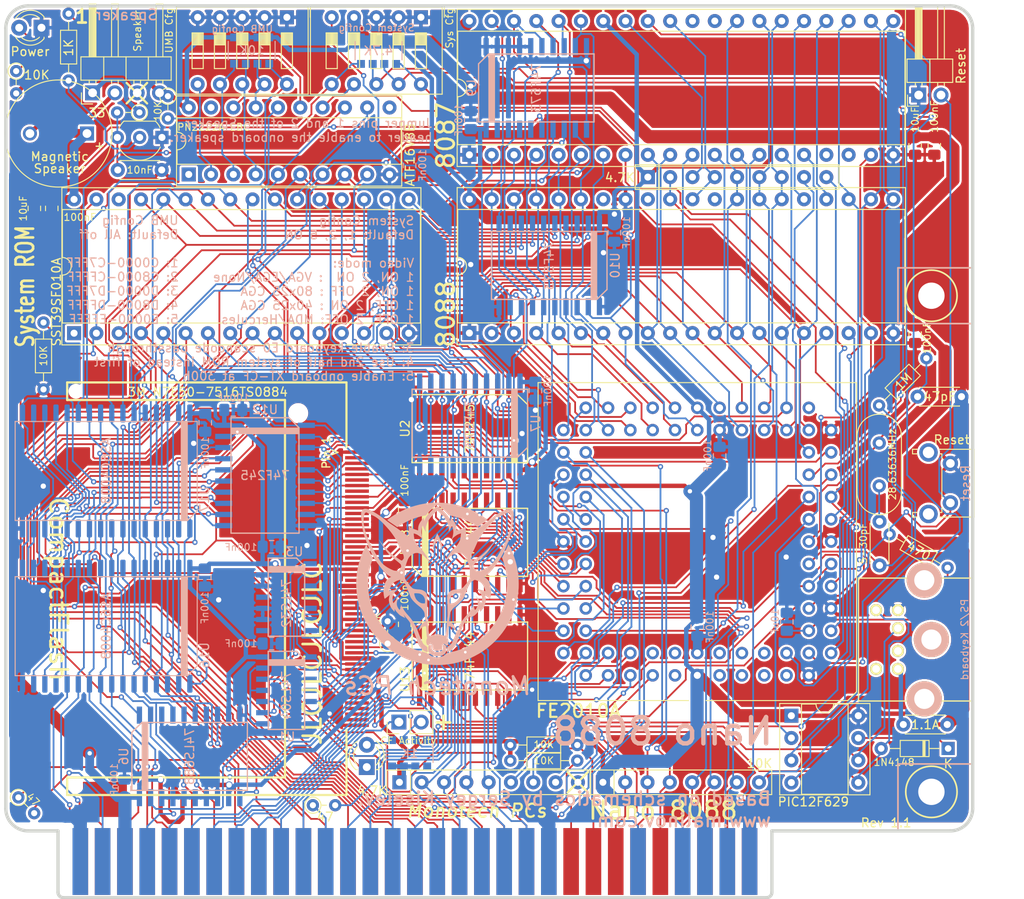
<source format=kicad_pcb>
(kicad_pcb (version 20171130) (host pcbnew "(5.1.0)-1")
  (title_block (title "Nano 8088") (date 2019-05-08) (rev 1.1) (company "Monotech PCs") (comment 4 "Based on Sergey Kiselev's \"Micro 8088\" schematic."))
  (layers (0 Front signal) (31 Back signal) (36 B.SilkS user) (37 F.SilkS user) (38 B.Mask user) (39 F.Mask user) (44 Edge.Cuts user))
  (net 0 "")
  (net 1 /A0)
  (net 2 /A1)
  (net 3 /A10)
  (net 4 /A11)
  (net 5 /A12)
  (net 6 /A13)
  (net 7 /A14)
  (net 8 /A15)
  (net 9 /A16)
  (net 10 /A17)
  (net 11 /A18)
  (net 12 /A19)
  (net 13 /A2)
  (net 14 /A3)
  (net 15 /A4)
  (net 16 /A5)
  (net 17 /A6)
  (net 18 /A7)
  (net 19 /A8)
  (net 20 /A9)
  (net 21 /AA10)
  (net 22 /AA11)
  (net 23 /AA12)
  (net 24 /AA13)
  (net 25 /AA14)
  (net 26 /AA15)
  (net 27 /AA16)
  (net 28 /AA17)
  (net 29 /AA18)
  (net 30 /AA19)
  (net 31 /AA8)
  (net 32 /AA9)
  (net 33 /AD0)
  (net 34 /AD1)
  (net 35 /AD2)
  (net 36 /AD3)
  (net 37 /AD4)
  (net 38 /AD5)
  (net 39 /AD6)
  (net 40 /AD7)
  (net 41 /AEN)
  (net 42 /ALE)
  (net 43 /CLK)
  (net 44 /CLK88)
  (net 45 /D0)
  (net 46 /D1)
  (net 47 /D2)
  (net 48 /D3)
  (net 49 /D4)
  (net 50 /D5)
  (net 51 /D6)
  (net 52 /D7)
  (net 53 /DRQ1)
  (net 54 /DRQ2)
  (net 55 /DRQ3)
  (net 56 /INT)
  (net 57 /IRQ3)
  (net 58 /IRQ4)
  (net 59 /IRQ5)
  (net 60 /IRQ6)
  (net 61 /IRQ7)
  (net 62 /NMI)
  (net 63 /OSC)
  (net 64 /QS0)
  (net 65 /QS1)
  (net 66 /READY)
  (net 67 /RESET)
  (net 68 /TC)
  (net 69 /~DACK0)
  (net 70 /~DACK1)
  (net 71 /~DACK2)
  (net 72 /~DACK3)
  (net 73 /~IOCHK)
  (net 74 /~IOR)
  (net 75 /~IOW)
  (net 76 /~MEMR)
  (net 77 /~MEMW)
  (net 78 /~RQ/GT0)
  (net 79 /~RQ/GT1)
  (net 80 /~S0)
  (net 81 /~S1)
  (net 82 /~S2)
  (net 83 /~TEST)
  (net 84 /~XIOR)
  (net 85 /~XIOW)
  (net 86 /~XMEMR)
  (net 87 /~XMEMW)
  (net 88 GND)
  (net 89 VCC)
  (net 90 /RSTDRV)
  (net 91 /IRQ2)
  (net 92 /OSCDRV)
  (net 93 /IORDY)
  (net 94 /AT_KBCLK)
  (net 95 /~VID0)
  (net 96 /~VID1)
  (net 97 /E0_PASS)
  (net 98 "Net-(P1-Pad2)")
  (net 99 /AT_KBDATA)
  (net 100 /~RESIN)
  (net 101 "Net-(Q1-Pad2)")
  (net 102 /~RQ/GT2)
  (net 103 /KBCLK)
  (net 104 /KBDATA)
  (net 105 /APNMI)
  (net 106 /~ROMCS)
  (net 107 /SPKR)
  (net 108 /XAEN)
  (net 109 /EOP)
  (net 110 /~XDACK3)
  (net 111 /~XDACK2)
  (net 112 /~XDACK1)
  (net 113 /~XDACK0)
  (net 114 /XALE)
  (net 115 /LE)
  (net 116 /~DEN)
  (net 117 /DTR)
  (net 118 /MD0)
  (net 119 /MD1)
  (net 120 /MD2)
  (net 121 /MD3)
  (net 122 /MD4)
  (net 123 /MD5)
  (net 124 /MD6)
  (net 125 /MD7)
  (net 126 /~RAMCS2)
  (net 127 /~SPKR)
  (net 128 /~RAMENA)
  (net 129 /KBD_VCC)
  (net 130 /ROM_A16)
  (net 131 "Net-(D3-Pad1)")
  (net 132 /~CF_CS0)
  (net 133 /~CF_CS1)
  (net 134 /~CF_RESET)
  (net 135 /CF_IORDY)
  (net 136 /CF_DMARQ)
  (net 137 /~CF_DASP)
  (net 138 "Net-(P5-Pad1)")
  (net 139 /XTCF_En)
  (net 140 "Net-(C1-Pad1)")
  (net 141 "Net-(C2-Pad1)")
  (net 142 "Net-(C2-Pad2)")
  (net 143 "Net-(C3-Pad1)")
  (net 144 "Net-(C4-Pad1)")
  (net 145 "Net-(D2-Pad1)")
  (net 146 /CF_LED_VCC)
  (net 147 "Net-(P1-Pad1)")
  (net 148 /CF_LED_Ext_VCC)
  (net 149 "Net-(R7-Pad2)")
  (net 150 "Net-(RN3-Pad2)")
  (net 151 "Net-(RN3-Pad3)")
  (net 152 "Net-(RN3-Pad4)")
  (net 153 "Net-(U1-Pad2)")
  (net 154 "Net-(U1-Pad11)")
  (net 155 "Net-(U3-Pad2)")
  (net 156 "Net-(D1-Pad2)")
  (net 157 "Net-(R12-Pad2)")
  (net 158 "Net-(RN3-Pad1)")
  (net 159 "Net-(R6-Pad1)")
  (module Resistor_THT:R_Axial_DIN0204_L3.6mm_D1.6mm_P7.62mm_Horizontal (layer Front) (at 107.8865 56.769 90)
    (fp_text reference R4)
    (fp_text value 1K (at 3.7465 0 90) (layer F.SilkS))
    (pad 2 thru_hole oval (at 7.62 0 90) (size 1.4 1.4) (drill 0.7) (layers *.Cu *.Mask) (net 127 /~SPKR))
    (pad 1 thru_hole circle (at 0 0 90) (size 1.4 1.4) (drill 0.7) (layers *.Cu *.Mask) (net 101 "Net-(Q1-Pad2)"))
  )
  (module Resistor_THT:R_Axial_DIN0204_L3.6mm_D1.6mm_P2.54mm_Vertical (layer Front) (at 119.1895 58.547 270)
    (fp_text reference R12)
    (fp_text value 10K (at 1.7018 1.1303 90) (layer F.SilkS) (effects (font (size 0.8 0.8) (thickness 0.12))))
    (pad 2 thru_hole oval (at 2.54 0 270) (size 1.4 1.4) (drill 0.7) (layers *.Cu *.Mask) (net 157 "Net-(R12-Pad2)"))
    (pad 1 thru_hole circle (at 0 0 270) (size 1.4 1.4) (drill 0.7) (layers *.Cu *.Mask) (net 89 VCC))
  )
  (module Resistor_THT:R_Axial_DIN0204_L3.6mm_D1.6mm_P2.54mm_Vertical (layer Front) (at 115.951 60.4012 180)
    (fp_text reference R3)
    (fp_text value 33 (at 4.826 -0.0508 180) (layer F.SilkS))
    (pad 2 thru_hole oval (at 2.54 0 180) (size 1.4 1.4) (drill 0.7) (layers *.Cu *.Mask) (net 143 "Net-(C3-Pad1)"))
    (pad 1 thru_hole circle (at 0 0 180) (size 1.4 1.4) (drill 0.7) (layers *.Cu *.Mask) (net 147 "Net-(P1-Pad1)"))
  )
  (module Resistor_THT:R_Axial_DIN0204_L3.6mm_D1.6mm_P7.62mm_Horizontal (layer Front) (at 207.9625 112.268 150)
    (fp_text reference R5)
    (fp_text value 470 (at 3.812116 -0.001222 150) (layer F.SilkS))
    (pad 2 thru_hole oval (at 7.62 0 150) (size 1.4 1.4) (drill 0.7) (layers *.Cu *.Mask) (net 100 /~RESIN))
    (pad 1 thru_hole circle (at 0 0 150) (size 1.4 1.4) (drill 0.7) (layers *.Cu *.Mask) (net 144 "Net-(C4-Pad1)"))
  )
  (module Resistor_THT:R_Axial_DIN0204_L3.6mm_D1.6mm_P7.62mm_Horizontal (layer Front) (at 165.7985 132.461 180)
    (fp_text reference R11)
    (fp_text value 10K (at 3.81 0.0508 180) (layer F.SilkS) (effects (font (size 0.8 0.8) (thickness 0.12))))
    (pad 2 thru_hole oval (at 7.62 0 180) (size 1.4 1.4) (drill 0.7) (layers *.Cu *.Mask) (net 89 VCC))
    (pad 1 thru_hole circle (at 0 0 180) (size 1.4 1.4) (drill 0.7) (layers *.Cu *.Mask) (net 46 /D1))
  )
  (module Resistor_THT:R_Axial_DIN0204_L3.6mm_D1.6mm_P7.62mm_Horizontal (layer Front) (at 165.7985 134.239 180)
    (fp_text reference R10)
    (fp_text value 10K (at 3.81 0 180) (layer F.SilkS) (effects (font (size 0.8 0.8) (thickness 0.12))))
    (pad 2 thru_hole oval (at 7.62 0 180) (size 1.4 1.4) (drill 0.7) (layers *.Cu *.Mask) (net 89 VCC))
    (pad 1 thru_hole circle (at 0 0 180) (size 1.4 1.4) (drill 0.7) (layers *.Cu *.Mask) (net 45 /D0))
  )
  (module Resistor_SMD:R_Array_Convex_4x1206 (layer Back) (at 128.727 53.3465 90)
    (fp_text reference RN3)
    (fp_text value 10K (at 0 0.0002 180) (layer B.SilkS) (effects (justify mirror)))
    (pad 6 smd rect (at 1.5 -0.66 90) (size 0.9 0.9) (layers Back B.Paste B.Mask) (net 89 VCC))
    (pad 5 smd rect (at 1.5 -2 90) (size 0.9 0.9) (layers Back B.Paste B.Mask) (net 89 VCC))
    (pad 8 smd rect (at 1.5 2 90) (size 0.9 0.9) (layers Back B.Paste B.Mask) (net 89 VCC))
    (pad 7 smd rect (at 1.5 0.66 90) (size 0.9 0.9) (layers Back B.Paste B.Mask) (net 89 VCC))
    (pad 3 smd rect (at -1.5 -0.66 90) (size 0.9 0.9) (layers Back B.Paste B.Mask) (net 151 "Net-(RN3-Pad3)"))
    (pad 2 smd rect (at -1.5 0.66 90) (size 0.9 0.9) (layers Back B.Paste B.Mask) (net 150 "Net-(RN3-Pad2)"))
    (pad 4 smd rect (at -1.5 -2 90) (size 0.9 0.9) (layers Back B.Paste B.Mask) (net 152 "Net-(RN3-Pad4)"))
    (pad 1 smd rect (at -1.5 2 90) (size 0.9 0.9) (layers Back B.Paste B.Mask) (net 158 "Net-(RN3-Pad1)"))
  )
  (module Resistor_THT:R_Array_SIP8 (layer Front) (at 168.717 136.708)
    (fp_text reference RN2)
    (fp_text value 10K (at 17.8206 -2.1388) (layer F.SilkS))
    (pad 8 thru_hole oval (at 17.78 0) (size 1.6 1.6) (drill 0.8) (layers *.Cu *.Mask) (net 100 /~RESIN))
    (pad 7 thru_hole oval (at 15.24 0) (size 1.6 1.6) (drill 0.8) (layers *.Cu *.Mask) (net 52 /D7))
    (pad 6 thru_hole oval (at 12.7 0) (size 1.6 1.6) (drill 0.8) (layers *.Cu *.Mask) (net 51 /D6))
    (pad 5 thru_hole oval (at 10.16 0) (size 1.6 1.6) (drill 0.8) (layers *.Cu *.Mask) (net 50 /D5))
    (pad 4 thru_hole oval (at 7.62 0) (size 1.6 1.6) (drill 0.8) (layers *.Cu *.Mask) (net 49 /D4))
    (pad 3 thru_hole oval (at 5.08 0) (size 1.6 1.6) (drill 0.8) (layers *.Cu *.Mask) (net 48 /D3))
    (pad 2 thru_hole oval (at 2.54 0) (size 1.6 1.6) (drill 0.8) (layers *.Cu *.Mask) (net 47 /D2))
    (pad 1 thru_hole rect (at 0 0) (size 1.6 1.6) (drill 0.8) (layers *.Cu *.Mask) (net 89 VCC))
  )
  (module Resistor_THT:R_Axial_DIN0204_L3.6mm_D1.6mm_P7.62mm_Horizontal (layer Front) (at 105.029 91.948 90)
    (fp_text reference R9)
    (fp_text value 10K (at 3.81 0 90) (layer F.SilkS) (effects (font (size 0.8 0.8) (thickness 0.12))))
    (pad 2 thru_hole oval (at 7.62 0 90) (size 1.4 1.4) (drill 0.7) (layers *.Cu *.Mask) (net 130 /ROM_A16))
    (pad 1 thru_hole circle (at 0 0 90) (size 1.4 1.4) (drill 0.7) (layers *.Cu *.Mask) (net 88 GND))
  )
  (module Resistor_THT:R_Axial_DIN0204_L3.6mm_D1.6mm_P2.54mm_Vertical (layer Front) (at 101.9175 55.6895 270)
    (fp_text reference R2)
    (fp_text value 10K (at 0.4445 -2.3495) (layer F.SilkS))
    (pad 2 thru_hole oval (at 2.54 0 270) (size 1.4 1.4) (drill 0.7) (layers *.Cu *.Mask) (net 89 VCC))
    (pad 1 thru_hole circle (at 0 0 270) (size 1.4 1.4) (drill 0.7) (layers *.Cu *.Mask) (net 156 "Net-(D1-Pad2)"))
  )
  (module Resistor_THT:R_Axial_DIN0204_L3.6mm_D1.6mm_P2.54mm_Vertical (layer Front) (at 144.2085 120.904 90)
    (fp_text reference R8)
    (fp_text value 5.6K (at 2.2225 -1.2065 90) (layer F.SilkS) (effects (font (size 0.8 0.8) (thickness 0.12))))
    (pad 2 thru_hole oval (at 2.54 0 90) (size 1.4 1.4) (drill 0.7) (layers *.Cu *.Mask) (net 88 GND))
    (pad 1 thru_hole circle (at 0 0 90) (size 1.4 1.4) (drill 0.7) (layers *.Cu *.Mask) (net 136 /CF_DMARQ))
  )
  (module Resistor_THT:R_Axial_DIN0204_L3.6mm_D1.6mm_P2.54mm_Vertical (layer Front) (at 102.1715 138.43 315)
    (fp_text reference R6)
    (fp_text value 47 (at 1.347038 -0.987828 315) (layer F.SilkS) (effects (font (size 0.8 0.8) (thickness 0.12))))
    (pad 2 thru_hole oval (at 2.54 0 315) (size 1.4 1.4) (drill 0.7) (layers *.Cu *.Mask) (net 92 /OSCDRV))
    (pad 1 thru_hole circle (at 0 0 315) (size 1.4 1.4) (drill 0.7) (layers *.Cu *.Mask) (net 159 "Net-(R6-Pad1)"))
  )
  (module Resistor_THT:R_Axial_DIN0204_L3.6mm_D1.6mm_P2.54mm_Vertical (layer Front) (at 135.6995 139.319)
    (fp_text reference R7)
    (fp_text value 47 (at 1.397 1.3335) (layer F.SilkS))
    (pad 2 thru_hole oval (at 2.54 0) (size 1.4 1.4) (drill 0.7) (layers *.Cu *.Mask) (net 149 "Net-(R7-Pad2)"))
    (pad 1 thru_hole circle (at 0 0) (size 1.4 1.4) (drill 0.7) (layers *.Cu *.Mask) (net 43 /CLK))
  )
  (module "Custom KiCad Library:PinHeader_1x04_3Loaded_P2.54mm_Horizontal" (layer Front) (at 110.617 58.166 90)
    (fp_text reference P1)
    (fp_text value Speaker (at 8.89 3.8608) (layer B.SilkS) (effects (font (size 1.2 1.2) (thickness 0.18)) (justify mirror)))
    (pad 1 thru_hole rect (at 0 0 90) (size 1.7 1.7) (drill 1) (layers *.Cu *.Mask) (net 147 "Net-(P1-Pad1)"))
    (pad 2 thru_hole oval (at 0 2.54 90) (size 1.7 1.7) (drill 1) (layers *.Cu *.Mask) (net 98 "Net-(P1-Pad2)"))
    (pad 3 thru_hole oval (at 0 5.08 90) (size 1.7 1.7) (drill 1) (layers *.Cu *.Mask))
    (pad 4 thru_hole oval (at 0 7.62 90) (size 1.7 1.7) (drill 1) (layers *.Cu *.Mask) (net 89 VCC))
  )
  (module Buzzer_Beeper:MagneticBuzzer_ProSignal_ABT-410-RC (layer Front) (at 109.982 62.8015 180)
    (fp_text reference SP1)
    (fp_text value Speaker (at 3.1115 -4.0005 180) (layer F.SilkS))
    (fp_text user + (at -1.4228 -1.3716 180) (layer F.SilkS))
    (pad 2 thru_hole circle (at 6.5 0 180) (size 1.6 1.6) (drill 1) (layers *.Cu *.Mask) (net 98 "Net-(P1-Pad2)"))
    (pad 1 thru_hole rect (at 0 0 180) (size 1.6 1.6) (drill 1) (layers *.Cu *.Mask) (net 89 VCC))
  )
  (module Resistor_THT:R_Axial_DIN0204_L3.6mm_D1.6mm_P7.62mm_Horizontal (layer Front) (at 205.5495 88.392 225)
    (fp_text reference R1)
    (fp_text value 1M (at 3.726806 -0.044901 225) (layer F.SilkS))
    (pad 2 thru_hole oval (at 7.62 0 225) (size 1.4 1.4) (drill 0.7) (layers *.Cu *.Mask) (net 142 "Net-(C2-Pad2)"))
    (pad 1 thru_hole circle (at 0 0 225) (size 1.4 1.4) (drill 0.7) (layers *.Cu *.Mask) (net 140 "Net-(C1-Pad1)"))
  )
  (module Diode_THT:D_DO-34_SOD68_P7.62mm_Horizontal (layer Front) (at 208.021 132.857 180)
    (fp_text reference D2)
    (fp_text value 1N4148 (at 6.1468 -1.5748 180) (layer F.SilkS) (effects (font (size 0.8 0.8) (thickness 0.12))))
    (fp_text user K (at 0 -1.75 180) (layer F.SilkS))
    (pad 1 thru_hole rect (at 0 0 180) (size 1.5 1.5) (drill 0.75) (layers *.Cu *.Mask) (net 145 "Net-(D2-Pad1)"))
    (pad 2 thru_hole oval (at 7.62 0 180) (size 1.5 1.5) (drill 0.75) (layers *.Cu *.Mask) (net 94 /AT_KBCLK))
  )
  (module "Custom:Monotech Logo 18mm" (layer Back) (at 149.86 114.0968 180)
    (fp_text reference LOGO1 hide)
    (fp_text value LOGO hide)
  )
  (module Custom:SSOP-32_11.305x20.495mm_P1.27mm (layer Back) (at 112.166 118.923 90)
    (fp_text reference U16 (at -3.3018 11.2 90) (layer B.SilkS) (effects (justify mirror)))
    (fp_text value AS6C4008 (at 0.0002 0.0004 90) (layer B.SilkS) (effects (justify mirror)))
    (pad 32 smd roundrect (at 6.55 9.525 90) (size 2.05 0.6) (layers Back B.Paste B.Mask) (net 89 VCC))
    (pad 31 smd roundrect (at 6.55 8.255 90) (size 2.05 0.6) (layers Back B.Paste B.Mask) (net 8 /A15))
    (pad 30 smd roundrect (at 6.55 6.985 90) (size 2.05 0.6) (layers Back B.Paste B.Mask) (net 10 /A17))
    (pad 29 smd roundrect (at 6.55 5.715 90) (size 2.05 0.6) (layers Back B.Paste B.Mask) (net 77 /~MEMW))
    (pad 28 smd roundrect (at 6.55 4.445 90) (size 2.05 0.6) (layers Back B.Paste B.Mask) (net 6 /A13))
    (pad 27 smd roundrect (at 6.55 3.175 90) (size 2.05 0.6) (layers Back B.Paste B.Mask) (net 19 /A8))
    (pad 26 smd roundrect (at 6.55 1.905 90) (size 2.05 0.6) (layers Back B.Paste B.Mask) (net 20 /A9))
    (pad 25 smd roundrect (at 6.55 0.635 90) (size 2.05 0.6) (layers Back B.Paste B.Mask) (net 4 /A11))
    (pad 24 smd roundrect (at 6.55 -0.635 90) (size 2.05 0.6) (layers Back B.Paste B.Mask) (net 76 /~MEMR))
    (pad 23 smd roundrect (at 6.55 -1.905 90) (size 2.05 0.6) (layers Back B.Paste B.Mask) (net 3 /A10))
    (pad 22 smd roundrect (at 6.55 -3.175 90) (size 2.05 0.6) (layers Back B.Paste B.Mask) (net 12 /A19))
    (pad 21 smd roundrect (at 6.55 -4.445 90) (size 2.05 0.6) (layers Back B.Paste B.Mask) (net 125 /MD7))
    (pad 20 smd roundrect (at 6.55 -5.715 90) (size 2.05 0.6) (layers Back B.Paste B.Mask) (net 124 /MD6))
    (pad 19 smd roundrect (at 6.55 -6.985 90) (size 2.05 0.6) (layers Back B.Paste B.Mask) (net 123 /MD5))
    (pad 18 smd roundrect (at 6.55 -8.255 90) (size 2.05 0.6) (layers Back B.Paste B.Mask) (net 122 /MD4))
    (pad 17 smd roundrect (at 6.55 -9.525 90) (size 2.05 0.6) (layers Back B.Paste B.Mask) (net 121 /MD3))
    (pad 16 smd roundrect (at -6.55 -9.525 90) (size 2.05 0.6) (layers Back B.Paste B.Mask) (net 88 GND))
    (pad 15 smd roundrect (at -6.55 -8.255 90) (size 2.05 0.6) (layers Back B.Paste B.Mask) (net 120 /MD2))
    (pad 14 smd roundrect (at -6.55 -6.985 90) (size 2.05 0.6) (layers Back B.Paste B.Mask) (net 119 /MD1))
    (pad 13 smd roundrect (at -6.55 -5.715 90) (size 2.05 0.6) (layers Back B.Paste B.Mask) (net 118 /MD0))
    (pad 12 smd roundrect (at -6.55 -4.445 90) (size 2.05 0.6) (layers Back B.Paste B.Mask) (net 1 /A0))
    (pad 11 smd roundrect (at -6.55 -3.175 90) (size 2.05 0.6) (layers Back B.Paste B.Mask) (net 2 /A1))
    (pad 10 smd roundrect (at -6.55 -1.905 90) (size 2.05 0.6) (layers Back B.Paste B.Mask) (net 13 /A2))
    (pad 9 smd roundrect (at -6.55 -0.635 90) (size 2.05 0.6) (layers Back B.Paste B.Mask) (net 14 /A3))
    (pad 8 smd roundrect (at -6.55 0.635 90) (size 2.05 0.6) (layers Back B.Paste B.Mask) (net 15 /A4))
    (pad 7 smd roundrect (at -6.55 1.905 90) (size 2.05 0.6) (layers Back B.Paste B.Mask) (net 16 /A5))
    (pad 6 smd roundrect (at -6.55 3.175 90) (size 2.05 0.6) (layers Back B.Paste B.Mask) (net 17 /A6))
    (pad 5 smd roundrect (at -6.55 4.445 90) (size 2.05 0.6) (layers Back B.Paste B.Mask) (net 18 /A7))
    (pad 4 smd roundrect (at -6.55 5.715 90) (size 2.05 0.6) (layers Back B.Paste B.Mask) (net 5 /A12))
    (pad 3 smd roundrect (at -6.55 6.985 90) (size 2.05 0.6) (layers Back B.Paste B.Mask) (net 7 /A14))
    (pad 2 smd roundrect (at -6.55 8.255 90) (size 2.05 0.6) (layers Back B.Paste B.Mask) (net 9 /A16))
    (pad 1 smd roundrect (at -6.55 9.525 90) (size 2.05 0.6) (layers Back B.Paste B.Mask) (net 11 /A18))
  )
  (module Custom:SSOP-32_11.305x20.495mm_P1.27mm (layer Back) (at 112.166 101.244 90)
    (fp_text reference U17 (at -3.2008 11.2 90) (layer B.SilkS) (effects (justify mirror)))
    (fp_text value AS6C4008 (at -0.0004 0.0004 90) (layer B.SilkS) (effects (justify mirror)))
    (pad 32 smd roundrect (at 6.55 9.525 90) (size 2.05 0.6) (layers Back B.Paste B.Mask) (net 89 VCC))
    (pad 31 smd roundrect (at 6.55 8.255 90) (size 2.05 0.6) (layers Back B.Paste B.Mask) (net 8 /A15))
    (pad 30 smd roundrect (at 6.55 6.985 90) (size 2.05 0.6) (layers Back B.Paste B.Mask) (net 10 /A17))
    (pad 29 smd roundrect (at 6.55 5.715 90) (size 2.05 0.6) (layers Back B.Paste B.Mask) (net 77 /~MEMW))
    (pad 28 smd roundrect (at 6.55 4.445 90) (size 2.05 0.6) (layers Back B.Paste B.Mask) (net 6 /A13))
    (pad 27 smd roundrect (at 6.55 3.175 90) (size 2.05 0.6) (layers Back B.Paste B.Mask) (net 19 /A8))
    (pad 26 smd roundrect (at 6.55 1.905 90) (size 2.05 0.6) (layers Back B.Paste B.Mask) (net 20 /A9))
    (pad 25 smd roundrect (at 6.55 0.635 90) (size 2.05 0.6) (layers Back B.Paste B.Mask) (net 4 /A11))
    (pad 24 smd roundrect (at 6.55 -0.635 90) (size 2.05 0.6) (layers Back B.Paste B.Mask) (net 76 /~MEMR))
    (pad 23 smd roundrect (at 6.55 -1.905 90) (size 2.05 0.6) (layers Back B.Paste B.Mask) (net 3 /A10))
    (pad 22 smd roundrect (at 6.55 -3.175 90) (size 2.05 0.6) (layers Back B.Paste B.Mask) (net 126 /~RAMCS2))
    (pad 21 smd roundrect (at 6.55 -4.445 90) (size 2.05 0.6) (layers Back B.Paste B.Mask) (net 125 /MD7))
    (pad 20 smd roundrect (at 6.55 -5.715 90) (size 2.05 0.6) (layers Back B.Paste B.Mask) (net 124 /MD6))
    (pad 19 smd roundrect (at 6.55 -6.985 90) (size 2.05 0.6) (layers Back B.Paste B.Mask) (net 123 /MD5))
    (pad 18 smd roundrect (at 6.55 -8.255 90) (size 2.05 0.6) (layers Back B.Paste B.Mask) (net 122 /MD4))
    (pad 17 smd roundrect (at 6.55 -9.525 90) (size 2.05 0.6) (layers Back B.Paste B.Mask) (net 121 /MD3))
    (pad 16 smd roundrect (at -6.55 -9.525 90) (size 2.05 0.6) (layers Back B.Paste B.Mask) (net 88 GND))
    (pad 15 smd roundrect (at -6.55 -8.255 90) (size 2.05 0.6) (layers Back B.Paste B.Mask) (net 120 /MD2))
    (pad 14 smd roundrect (at -6.55 -6.985 90) (size 2.05 0.6) (layers Back B.Paste B.Mask) (net 119 /MD1))
    (pad 13 smd roundrect (at -6.55 -5.715 90) (size 2.05 0.6) (layers Back B.Paste B.Mask) (net 118 /MD0))
    (pad 12 smd roundrect (at -6.55 -4.445 90) (size 2.05 0.6) (layers Back B.Paste B.Mask) (net 1 /A0))
    (pad 11 smd roundrect (at -6.55 -3.175 90) (size 2.05 0.6) (layers Back B.Paste B.Mask) (net 2 /A1))
    (pad 10 smd roundrect (at -6.55 -1.905 90) (size 2.05 0.6) (layers Back B.Paste B.Mask) (net 13 /A2))
    (pad 9 smd roundrect (at -6.55 -0.635 90) (size 2.05 0.6) (layers Back B.Paste B.Mask) (net 14 /A3))
    (pad 8 smd roundrect (at -6.55 0.635 90) (size 2.05 0.6) (layers Back B.Paste B.Mask) (net 15 /A4))
    (pad 7 smd roundrect (at -6.55 1.905 90) (size 2.05 0.6) (layers Back B.Paste B.Mask) (net 16 /A5))
    (pad 6 smd roundrect (at -6.55 3.175 90) (size 2.05 0.6) (layers Back B.Paste B.Mask) (net 17 /A6))
    (pad 5 smd roundrect (at -6.55 4.445 90) (size 2.05 0.6) (layers Back B.Paste B.Mask) (net 18 /A7))
    (pad 4 smd roundrect (at -6.55 5.715 90) (size 2.05 0.6) (layers Back B.Paste B.Mask) (net 5 /A12))
    (pad 3 smd roundrect (at -6.55 6.985 90) (size 2.05 0.6) (layers Back B.Paste B.Mask) (net 7 /A14))
    (pad 2 smd roundrect (at -6.55 8.255 90) (size 2.05 0.6) (layers Back B.Paste B.Mask) (net 9 /A16))
    (pad 1 smd roundrect (at -6.55 9.525 90) (size 2.05 0.6) (layers Back B.Paste B.Mask) (net 11 /A18))
  )
  (module Custom:SOIC-14_3.9x8.7mm_P1.27mm (layer Back) (at 132.69 126.238 180)
    (fp_text reference U1 (at 0 -5.2832 180) (layer B.SilkS) (effects (justify mirror)))
    (fp_text value 74LS04 (at 0.0004 -0.5588 270) (layer B.SilkS) (effects (justify mirror)))
    (pad 14 smd rect (at 2.7 3.81 180) (size 1.5 0.6) (layers Back B.Paste B.Mask) (net 89 VCC))
    (pad 13 smd rect (at 2.7 2.54 180) (size 1.5 0.6) (layers Back B.Paste B.Mask) (net 154 "Net-(U1-Pad11)"))
    (pad 12 smd rect (at 2.7 1.27 180) (size 1.5 0.6) (layers Back B.Paste B.Mask) (net 138 "Net-(P5-Pad1)"))
    (pad 11 smd rect (at 2.7 0 180) (size 1.5 0.6) (layers Back B.Paste B.Mask) (net 154 "Net-(U1-Pad11)"))
    (pad 10 smd rect (at 2.7 -1.27 180) (size 1.5 0.6) (layers Back B.Paste B.Mask) (net 131 "Net-(D3-Pad1)"))
    (pad 9 smd rect (at 2.7 -2.54 180) (size 1.5 0.6) (layers Back B.Paste B.Mask) (net 137 /~CF_DASP))
    (pad 8 smd rect (at 2.7 -3.81 180) (size 1.5 0.6) (layers Back B.Paste B.Mask) (net 154 "Net-(U1-Pad11)"))
    (pad 7 smd rect (at -2.7 -3.81 180) (size 1.5 0.6) (layers Back B.Paste B.Mask) (net 88 GND))
    (pad 6 smd rect (at -2.7 -2.54 180) (size 1.5 0.6) (layers Back B.Paste B.Mask) (net 134 /~CF_RESET))
    (pad 5 smd rect (at -2.7 -1.27 180) (size 1.5 0.6) (layers Back B.Paste B.Mask) (net 90 /RSTDRV))
    (pad 4 smd rect (at -2.7 0 180) (size 1.5 0.6) (layers Back B.Paste B.Mask))
    (pad 3 smd rect (at -2.7 1.27 180) (size 1.5 0.6) (layers Back B.Paste B.Mask) (net 88 GND))
    (pad 2 smd rect (at -2.7 2.54 180) (size 1.5 0.6) (layers Back B.Paste B.Mask) (net 153 "Net-(U1-Pad2)"))
    (pad 1 smd rect (at -2.7 3.81 180) (size 1.5 0.6) (layers Back B.Paste B.Mask) (net 15 /A4))
  )
  (module Custom:SOIC-14_3.9x8.7mm_P1.27mm (layer Back) (at 132.69 115.621 180)
    (fp_text reference U3 (at -0.914 5.1818 180) (layer B.SilkS) (effects (justify mirror)))
    (fp_text value 74LS32 (at 0.0004 -0.711 270) (layer B.SilkS) (effects (justify mirror)))
    (pad 14 smd rect (at 2.7 3.81 180) (size 1.5 0.6) (layers Back B.Paste B.Mask) (net 89 VCC))
    (pad 13 smd rect (at 2.7 2.54 180) (size 1.5 0.6) (layers Back B.Paste B.Mask) (net 88 GND))
    (pad 12 smd rect (at 2.7 1.27 180) (size 1.5 0.6) (layers Back B.Paste B.Mask) (net 88 GND))
    (pad 11 smd rect (at 2.7 0 180) (size 1.5 0.6) (layers Back B.Paste B.Mask))
    (pad 10 smd rect (at 2.7 -1.27 180) (size 1.5 0.6) (layers Back B.Paste B.Mask) (net 88 GND))
    (pad 9 smd rect (at 2.7 -2.54 180) (size 1.5 0.6) (layers Back B.Paste B.Mask) (net 88 GND))
    (pad 8 smd rect (at 2.7 -3.81 180) (size 1.5 0.6) (layers Back B.Paste B.Mask))
    (pad 7 smd rect (at -2.7 -3.81 180) (size 1.5 0.6) (layers Back B.Paste B.Mask) (net 88 GND))
    (pad 6 smd rect (at -2.7 -2.54 180) (size 1.5 0.6) (layers Back B.Paste B.Mask) (net 132 /~CF_CS0))
    (pad 5 smd rect (at -2.7 -1.27 180) (size 1.5 0.6) (layers Back B.Paste B.Mask) (net 155 "Net-(U3-Pad2)"))
    (pad 4 smd rect (at -2.7 0 180) (size 1.5 0.6) (layers Back B.Paste B.Mask) (net 15 /A4))
    (pad 3 smd rect (at -2.7 1.27 180) (size 1.5 0.6) (layers Back B.Paste B.Mask) (net 133 /~CF_CS1))
    (pad 2 smd rect (at -2.7 2.54 180) (size 1.5 0.6) (layers Back B.Paste B.Mask) (net 155 "Net-(U3-Pad2)"))
    (pad 1 smd rect (at -2.7 3.81 180) (size 1.5 0.6) (layers Back B.Paste B.Mask) (net 153 "Net-(U1-Pad2)"))
  )
  (module Custom:SOIC-20W_7.5x12.8mm_P1.27mm (layer Front) (at 153.568 96.4184 270)
    (fp_text reference U2 (at 0 7.3656 270) (layer F.SilkS))
    (fp_text value 74F245 (at 0 -0.0004 270) (layer F.SilkS))
    (pad 20 smd rect (at 4.7 -5.715 270) (size 1.95 0.6) (layers Front F.Paste F.Mask) (net 89 VCC))
    (pad 19 smd rect (at 4.7 -4.445 270) (size 1.95 0.6) (layers Front F.Paste F.Mask) (net 116 /~DEN))
    (pad 18 smd rect (at 4.7 -3.175 270) (size 1.95 0.6) (layers Front F.Paste F.Mask) (net 45 /D0))
    (pad 17 smd rect (at 4.7 -1.905 270) (size 1.95 0.6) (layers Front F.Paste F.Mask) (net 46 /D1))
    (pad 16 smd rect (at 4.7 -0.635 270) (size 1.95 0.6) (layers Front F.Paste F.Mask) (net 47 /D2))
    (pad 15 smd rect (at 4.7 0.635 270) (size 1.95 0.6) (layers Front F.Paste F.Mask) (net 48 /D3))
    (pad 14 smd rect (at 4.7 1.905 270) (size 1.95 0.6) (layers Front F.Paste F.Mask) (net 49 /D4))
    (pad 13 smd rect (at 4.7 3.175 270) (size 1.95 0.6) (layers Front F.Paste F.Mask) (net 50 /D5))
    (pad 12 smd rect (at 4.7 4.445 270) (size 1.95 0.6) (layers Front F.Paste F.Mask) (net 51 /D6))
    (pad 11 smd rect (at 4.7 5.715 270) (size 1.95 0.6) (layers Front F.Paste F.Mask) (net 52 /D7))
    (pad 10 smd rect (at -4.7 5.715 270) (size 1.95 0.6) (layers Front F.Paste F.Mask) (net 88 GND))
    (pad 9 smd rect (at -4.7 4.445 270) (size 1.95 0.6) (layers Front F.Paste F.Mask) (net 40 /AD7))
    (pad 8 smd rect (at -4.7 3.175 270) (size 1.95 0.6) (layers Front F.Paste F.Mask) (net 39 /AD6))
    (pad 7 smd rect (at -4.7 1.905 270) (size 1.95 0.6) (layers Front F.Paste F.Mask) (net 38 /AD5))
    (pad 6 smd rect (at -4.7 0.635 270) (size 1.95 0.6) (layers Front F.Paste F.Mask) (net 37 /AD4))
    (pad 5 smd rect (at -4.7 -0.635 270) (size 1.95 0.6) (layers Front F.Paste F.Mask) (net 36 /AD3))
    (pad 4 smd rect (at -4.7 -1.905 270) (size 1.95 0.6) (layers Front F.Paste F.Mask) (net 35 /AD2))
    (pad 3 smd rect (at -4.7 -3.175 270) (size 1.95 0.6) (layers Front F.Paste F.Mask) (net 34 /AD1))
    (pad 2 smd rect (at -4.7 -4.445 270) (size 1.95 0.6) (layers Front F.Paste F.Mask) (net 33 /AD0))
    (pad 1 smd rect (at -4.7 -5.715 270) (size 1.95 0.6) (layers Front F.Paste F.Mask) (net 117 /DTR))
  )
  (module Custom:SOIC-20W_7.5x12.8mm_P1.27mm (layer Back) (at 121.666 133.756 270)
    (fp_text reference U6 (at 0 7.5 270) (layer B.SilkS) (effects (justify mirror)))
    (fp_text value 74LS688 (at 0 0 270) (layer B.SilkS) (effects (justify mirror)))
    (pad 20 smd rect (at 4.7 5.715 270) (size 1.95 0.6) (layers Back B.Paste B.Mask) (net 89 VCC))
    (pad 19 smd rect (at 4.7 4.445 270) (size 1.95 0.6) (layers Back B.Paste B.Mask) (net 155 "Net-(U3-Pad2)"))
    (pad 18 smd rect (at 4.7 3.175 270) (size 1.95 0.6) (layers Back B.Paste B.Mask) (net 88 GND))
    (pad 17 smd rect (at 4.7 1.905 270) (size 1.95 0.6) (layers Back B.Paste B.Mask) (net 88 GND))
    (pad 16 smd rect (at 4.7 0.635 270) (size 1.95 0.6) (layers Back B.Paste B.Mask) (net 88 GND))
    (pad 15 smd rect (at 4.7 -0.635 270) (size 1.95 0.6) (layers Back B.Paste B.Mask) (net 88 GND))
    (pad 14 smd rect (at 4.7 -1.905 270) (size 1.95 0.6) (layers Back B.Paste B.Mask) (net 88 GND))
    (pad 13 smd rect (at 4.7 -3.175 270) (size 1.95 0.6) (layers Back B.Paste B.Mask) (net 88 GND))
    (pad 12 smd rect (at 4.7 -4.445 270) (size 1.95 0.6) (layers Back B.Paste B.Mask) (net 89 VCC))
    (pad 11 smd rect (at 4.7 -5.715 270) (size 1.95 0.6) (layers Back B.Paste B.Mask) (net 20 /A9))
    (pad 10 smd rect (at -4.7 -5.715 270) (size 1.95 0.6) (layers Back B.Paste B.Mask) (net 88 GND))
    (pad 9 smd rect (at -4.7 -4.445 270) (size 1.95 0.6) (layers Back B.Paste B.Mask) (net 89 VCC))
    (pad 8 smd rect (at -4.7 -3.175 270) (size 1.95 0.6) (layers Back B.Paste B.Mask) (net 19 /A8))
    (pad 7 smd rect (at -4.7 -1.905 270) (size 1.95 0.6) (layers Back B.Paste B.Mask) (net 88 GND))
    (pad 6 smd rect (at -4.7 -0.635 270) (size 1.95 0.6) (layers Back B.Paste B.Mask) (net 18 /A7))
    (pad 5 smd rect (at -4.7 0.635 270) (size 1.95 0.6) (layers Back B.Paste B.Mask) (net 88 GND))
    (pad 4 smd rect (at -4.7 1.905 270) (size 1.95 0.6) (layers Back B.Paste B.Mask) (net 17 /A6))
    (pad 3 smd rect (at -4.7 3.175 270) (size 1.95 0.6) (layers Back B.Paste B.Mask) (net 88 GND))
    (pad 2 smd rect (at -4.7 4.445 270) (size 1.95 0.6) (layers Back B.Paste B.Mask) (net 16 /A5))
    (pad 1 smd rect (at -4.7 5.715 270) (size 1.95 0.6) (layers Back B.Paste B.Mask) (net 139 /XTCF_En))
  )
  (module Custom:SOIC-20W_7.5x12.8mm_P1.27mm (layer Back) (at 153.568 95.8088 90)
    (fp_text reference U7 (at 0 7.5 90) (layer B.SilkS) (effects (justify mirror)))
    (fp_text value 74F573 (at 0 0.0004 90) (layer B.SilkS) (effects (justify mirror)))
    (pad 20 smd rect (at 4.7 5.715 90) (size 1.95 0.6) (layers Back B.Paste B.Mask) (net 89 VCC))
    (pad 19 smd rect (at 4.7 4.445 90) (size 1.95 0.6) (layers Back B.Paste B.Mask) (net 1 /A0))
    (pad 18 smd rect (at 4.7 3.175 90) (size 1.95 0.6) (layers Back B.Paste B.Mask) (net 2 /A1))
    (pad 17 smd rect (at 4.7 1.905 90) (size 1.95 0.6) (layers Back B.Paste B.Mask) (net 13 /A2))
    (pad 16 smd rect (at 4.7 0.635 90) (size 1.95 0.6) (layers Back B.Paste B.Mask) (net 14 /A3))
    (pad 15 smd rect (at 4.7 -0.635 90) (size 1.95 0.6) (layers Back B.Paste B.Mask) (net 15 /A4))
    (pad 14 smd rect (at 4.7 -1.905 90) (size 1.95 0.6) (layers Back B.Paste B.Mask) (net 16 /A5))
    (pad 13 smd rect (at 4.7 -3.175 90) (size 1.95 0.6) (layers Back B.Paste B.Mask) (net 17 /A6))
    (pad 12 smd rect (at 4.7 -4.445 90) (size 1.95 0.6) (layers Back B.Paste B.Mask) (net 18 /A7))
    (pad 11 smd rect (at 4.7 -5.715 90) (size 1.95 0.6) (layers Back B.Paste B.Mask) (net 115 /LE))
    (pad 10 smd rect (at -4.7 -5.715 90) (size 1.95 0.6) (layers Back B.Paste B.Mask) (net 88 GND))
    (pad 9 smd rect (at -4.7 -4.445 90) (size 1.95 0.6) (layers Back B.Paste B.Mask) (net 40 /AD7))
    (pad 8 smd rect (at -4.7 -3.175 90) (size 1.95 0.6) (layers Back B.Paste B.Mask) (net 39 /AD6))
    (pad 7 smd rect (at -4.7 -1.905 90) (size 1.95 0.6) (layers Back B.Paste B.Mask) (net 38 /AD5))
    (pad 6 smd rect (at -4.7 -0.635 90) (size 1.95 0.6) (layers Back B.Paste B.Mask) (net 37 /AD4))
    (pad 5 smd rect (at -4.7 0.635 90) (size 1.95 0.6) (layers Back B.Paste B.Mask) (net 36 /AD3))
    (pad 4 smd rect (at -4.7 1.905 90) (size 1.95 0.6) (layers Back B.Paste B.Mask) (net 35 /AD2))
    (pad 3 smd rect (at -4.7 3.175 90) (size 1.95 0.6) (layers Back B.Paste B.Mask) (net 34 /AD1))
    (pad 2 smd rect (at -4.7 4.445 90) (size 1.95 0.6) (layers Back B.Paste B.Mask) (net 33 /AD0))
    (pad 1 smd rect (at -4.7 5.715 90) (size 1.95 0.6) (layers Back B.Paste B.Mask) (net 88 GND))
  )
  (module Custom:SOIC-20W_7.5x12.8mm_P1.27mm (layer Back) (at 161.138 57.6072 270)
    (fp_text reference U9 (at 0 7.3664 270) (layer B.SilkS) (effects (justify mirror)))
    (fp_text value 74F573 (at 0 0.0004 270) (layer B.SilkS) (effects (justify mirror)))
    (pad 20 smd rect (at 4.7 5.715 270) (size 1.95 0.6) (layers Back B.Paste B.Mask) (net 89 VCC))
    (pad 19 smd rect (at 4.7 4.445 270) (size 1.95 0.6) (layers Back B.Paste B.Mask))
    (pad 18 smd rect (at 4.7 3.175 270) (size 1.95 0.6) (layers Back B.Paste B.Mask))
    (pad 17 smd rect (at 4.7 1.905 270) (size 1.95 0.6) (layers Back B.Paste B.Mask))
    (pad 16 smd rect (at 4.7 0.635 270) (size 1.95 0.6) (layers Back B.Paste B.Mask))
    (pad 15 smd rect (at 4.7 -0.635 270) (size 1.95 0.6) (layers Back B.Paste B.Mask) (net 9 /A16))
    (pad 14 smd rect (at 4.7 -1.905 270) (size 1.95 0.6) (layers Back B.Paste B.Mask) (net 10 /A17))
    (pad 13 smd rect (at 4.7 -3.175 270) (size 1.95 0.6) (layers Back B.Paste B.Mask) (net 11 /A18))
    (pad 12 smd rect (at 4.7 -4.445 270) (size 1.95 0.6) (layers Back B.Paste B.Mask) (net 12 /A19))
    (pad 11 smd rect (at 4.7 -5.715 270) (size 1.95 0.6) (layers Back B.Paste B.Mask) (net 115 /LE))
    (pad 10 smd rect (at -4.7 -5.715 270) (size 1.95 0.6) (layers Back B.Paste B.Mask) (net 88 GND))
    (pad 9 smd rect (at -4.7 -4.445 270) (size 1.95 0.6) (layers Back B.Paste B.Mask) (net 30 /AA19))
    (pad 8 smd rect (at -4.7 -3.175 270) (size 1.95 0.6) (layers Back B.Paste B.Mask) (net 29 /AA18))
    (pad 7 smd rect (at -4.7 -1.905 270) (size 1.95 0.6) (layers Back B.Paste B.Mask) (net 28 /AA17))
    (pad 6 smd rect (at -4.7 -0.635 270) (size 1.95 0.6) (layers Back B.Paste B.Mask) (net 27 /AA16))
    (pad 5 smd rect (at -4.7 0.635 270) (size 1.95 0.6) (layers Back B.Paste B.Mask) (net 88 GND))
    (pad 4 smd rect (at -4.7 1.905 270) (size 1.95 0.6) (layers Back B.Paste B.Mask) (net 88 GND))
    (pad 3 smd rect (at -4.7 3.175 270) (size 1.95 0.6) (layers Back B.Paste B.Mask) (net 88 GND))
    (pad 2 smd rect (at -4.7 4.445 270) (size 1.95 0.6) (layers Back B.Paste B.Mask) (net 88 GND))
    (pad 1 smd rect (at -4.7 5.715 270) (size 1.95 0.6) (layers Back B.Paste B.Mask) (net 88 GND))
  )
  (module Custom:SOIC-20W_7.5x12.8mm_P1.27mm (layer Back) (at 162.611 77.8256 90)
    (fp_text reference U10 (at 0 7.5 90) (layer B.SilkS) (effects (justify mirror)))
    (fp_text value 74F573 (at 0 -0.0002 90) (layer B.SilkS) (effects (justify mirror)))
    (pad 20 smd rect (at 4.7 5.715 90) (size 1.95 0.6) (layers Back B.Paste B.Mask) (net 89 VCC))
    (pad 19 smd rect (at 4.7 4.445 90) (size 1.95 0.6) (layers Back B.Paste B.Mask) (net 19 /A8))
    (pad 18 smd rect (at 4.7 3.175 90) (size 1.95 0.6) (layers Back B.Paste B.Mask) (net 20 /A9))
    (pad 17 smd rect (at 4.7 1.905 90) (size 1.95 0.6) (layers Back B.Paste B.Mask) (net 3 /A10))
    (pad 16 smd rect (at 4.7 0.635 90) (size 1.95 0.6) (layers Back B.Paste B.Mask) (net 4 /A11))
    (pad 15 smd rect (at 4.7 -0.635 90) (size 1.95 0.6) (layers Back B.Paste B.Mask) (net 5 /A12))
    (pad 14 smd rect (at 4.7 -1.905 90) (size 1.95 0.6) (layers Back B.Paste B.Mask) (net 6 /A13))
    (pad 13 smd rect (at 4.7 -3.175 90) (size 1.95 0.6) (layers Back B.Paste B.Mask) (net 7 /A14))
    (pad 12 smd rect (at 4.7 -4.445 90) (size 1.95 0.6) (layers Back B.Paste B.Mask) (net 8 /A15))
    (pad 11 smd rect (at 4.7 -5.715 90) (size 1.95 0.6) (layers Back B.Paste B.Mask) (net 115 /LE))
    (pad 10 smd rect (at -4.7 -5.715 90) (size 1.95 0.6) (layers Back B.Paste B.Mask) (net 88 GND))
    (pad 9 smd rect (at -4.7 -4.445 90) (size 1.95 0.6) (layers Back B.Paste B.Mask) (net 26 /AA15))
    (pad 8 smd rect (at -4.7 -3.175 90) (size 1.95 0.6) (layers Back B.Paste B.Mask) (net 25 /AA14))
    (pad 7 smd rect (at -4.7 -1.905 90) (size 1.95 0.6) (layers Back B.Paste B.Mask) (net 24 /AA13))
    (pad 6 smd rect (at -4.7 -0.635 90) (size 1.95 0.6) (layers Back B.Paste B.Mask) (net 23 /AA12))
    (pad 5 smd rect (at -4.7 0.635 90) (size 1.95 0.6) (layers Back B.Paste B.Mask) (net 22 /AA11))
    (pad 4 smd rect (at -4.7 1.905 90) (size 1.95 0.6) (layers Back B.Paste B.Mask) (net 21 /AA10))
    (pad 3 smd rect (at -4.7 3.175 90) (size 1.95 0.6) (layers Back B.Paste B.Mask) (net 32 /AA9))
    (pad 2 smd rect (at -4.7 4.445 90) (size 1.95 0.6) (layers Back B.Paste B.Mask) (net 31 /AA8))
    (pad 1 smd rect (at -4.7 5.715 90) (size 1.95 0.6) (layers Back B.Paste B.Mask) (net 88 GND))
  )
  (module Custom:SOIC-20W_7.5x12.8mm_P1.27mm (layer Back) (at 130.251 101.7524 180)
    (fp_text reference U12 (at 0 7.5 180) (layer B.SilkS) (effects (justify mirror)))
    (fp_text value 74F245 (at -0.0002 -0.0004 180) (layer B.SilkS) (effects (justify mirror)))
    (pad 20 smd rect (at 4.7 5.715 180) (size 1.95 0.6) (layers Back B.Paste B.Mask) (net 89 VCC))
    (pad 19 smd rect (at 4.7 4.445 180) (size 1.95 0.6) (layers Back B.Paste B.Mask) (net 128 /~RAMENA))
    (pad 18 smd rect (at 4.7 3.175 180) (size 1.95 0.6) (layers Back B.Paste B.Mask) (net 118 /MD0))
    (pad 17 smd rect (at 4.7 1.905 180) (size 1.95 0.6) (layers Back B.Paste B.Mask) (net 119 /MD1))
    (pad 16 smd rect (at 4.7 0.635 180) (size 1.95 0.6) (layers Back B.Paste B.Mask) (net 120 /MD2))
    (pad 15 smd rect (at 4.7 -0.635 180) (size 1.95 0.6) (layers Back B.Paste B.Mask) (net 121 /MD3))
    (pad 14 smd rect (at 4.7 -1.905 180) (size 1.95 0.6) (layers Back B.Paste B.Mask) (net 122 /MD4))
    (pad 13 smd rect (at 4.7 -3.175 180) (size 1.95 0.6) (layers Back B.Paste B.Mask) (net 123 /MD5))
    (pad 12 smd rect (at 4.7 -4.445 180) (size 1.95 0.6) (layers Back B.Paste B.Mask) (net 124 /MD6))
    (pad 11 smd rect (at 4.7 -5.715 180) (size 1.95 0.6) (layers Back B.Paste B.Mask) (net 125 /MD7))
    (pad 10 smd rect (at -4.7 -5.715 180) (size 1.95 0.6) (layers Back B.Paste B.Mask) (net 88 GND))
    (pad 9 smd rect (at -4.7 -4.445 180) (size 1.95 0.6) (layers Back B.Paste B.Mask) (net 52 /D7))
    (pad 8 smd rect (at -4.7 -3.175 180) (size 1.95 0.6) (layers Back B.Paste B.Mask) (net 51 /D6))
    (pad 7 smd rect (at -4.7 -1.905 180) (size 1.95 0.6) (layers Back B.Paste B.Mask) (net 50 /D5))
    (pad 6 smd rect (at -4.7 -0.635 180) (size 1.95 0.6) (layers Back B.Paste B.Mask) (net 49 /D4))
    (pad 5 smd rect (at -4.7 0.635 180) (size 1.95 0.6) (layers Back B.Paste B.Mask) (net 48 /D3))
    (pad 4 smd rect (at -4.7 1.905 180) (size 1.95 0.6) (layers Back B.Paste B.Mask) (net 47 /D2))
    (pad 3 smd rect (at -4.7 3.175 180) (size 1.95 0.6) (layers Back B.Paste B.Mask) (net 46 /D1))
    (pad 2 smd rect (at -4.7 4.445 180) (size 1.95 0.6) (layers Back B.Paste B.Mask) (net 45 /D0))
    (pad 1 smd rect (at -4.7 5.715 180) (size 1.95 0.6) (layers Back B.Paste B.Mask) (net 76 /~MEMR))
  )
  (module Custom:SOIC-20W_7.5x12.8mm_P1.27mm (layer Front) (at 153.568 122.326 90)
    (fp_text reference U13 (at -2.642 -7.3656 90) (layer F.SilkS))
    (fp_text value 74F244 (at -0.0004 0.0004 90) (layer F.SilkS))
    (pad 20 smd rect (at 4.7 -5.715 90) (size 1.95 0.6) (layers Front F.Paste F.Mask) (net 89 VCC))
    (pad 19 smd rect (at 4.7 -4.445 90) (size 1.95 0.6) (layers Front F.Paste F.Mask) (net 88 GND))
    (pad 18 smd rect (at 4.7 -3.175 90) (size 1.95 0.6) (layers Front F.Paste F.Mask) (net 159 "Net-(R6-Pad1)"))
    (pad 17 smd rect (at 4.7 -1.905 90) (size 1.95 0.6) (layers Front F.Paste F.Mask) (net 114 /XALE))
    (pad 16 smd rect (at 4.7 -0.635 90) (size 1.95 0.6) (layers Front F.Paste F.Mask) (net 68 /TC))
    (pad 15 smd rect (at 4.7 0.635 90) (size 1.95 0.6) (layers Front F.Paste F.Mask) (net 111 /~XDACK2))
    (pad 14 smd rect (at 4.7 1.905 90) (size 1.95 0.6) (layers Front F.Paste F.Mask) (net 69 /~DACK0))
    (pad 13 smd rect (at 4.7 3.175 90) (size 1.95 0.6) (layers Front F.Paste F.Mask) (net 88 GND))
    (pad 12 smd rect (at 4.7 4.445 90) (size 1.95 0.6) (layers Front F.Paste F.Mask) (net 149 "Net-(R7-Pad2)"))
    (pad 11 smd rect (at 4.7 5.715 90) (size 1.95 0.6) (layers Front F.Paste F.Mask) (net 88 GND))
    (pad 10 smd rect (at -4.7 5.715 90) (size 1.95 0.6) (layers Front F.Paste F.Mask) (net 88 GND))
    (pad 9 smd rect (at -4.7 4.445 90) (size 1.95 0.6) (layers Front F.Paste F.Mask))
    (pad 8 smd rect (at -4.7 3.175 90) (size 1.95 0.6) (layers Front F.Paste F.Mask) (net 44 /CLK88))
    (pad 7 smd rect (at -4.7 1.905 90) (size 1.95 0.6) (layers Front F.Paste F.Mask))
    (pad 6 smd rect (at -4.7 0.635 90) (size 1.95 0.6) (layers Front F.Paste F.Mask) (net 113 /~XDACK0))
    (pad 5 smd rect (at -4.7 -0.635 90) (size 1.95 0.6) (layers Front F.Paste F.Mask) (net 71 /~DACK2))
    (pad 4 smd rect (at -4.7 -1.905 90) (size 1.95 0.6) (layers Front F.Paste F.Mask) (net 109 /EOP))
    (pad 3 smd rect (at -4.7 -3.175 90) (size 1.95 0.6) (layers Front F.Paste F.Mask) (net 42 /ALE))
    (pad 2 smd rect (at -4.7 -4.445 90) (size 1.95 0.6) (layers Front F.Paste F.Mask) (net 63 /OSC))
    (pad 1 smd rect (at -4.7 -5.715 90) (size 1.95 0.6) (layers Front F.Paste F.Mask) (net 88 GND))
  )
  (module Custom:SOIC-20W_7.5x12.8mm_P1.27mm (layer Front) (at 153.568 109.372 90)
    (fp_text reference U18 (at -0.0004 -7.3656 90) (layer F.SilkS))
    (fp_text value 74F244 (at 0 0.0004 90) (layer F.SilkS))
    (pad 20 smd rect (at 4.7 -5.715 90) (size 1.95 0.6) (layers Front F.Paste F.Mask) (net 89 VCC))
    (pad 19 smd rect (at 4.7 -4.445 90) (size 1.95 0.6) (layers Front F.Paste F.Mask) (net 88 GND))
    (pad 18 smd rect (at 4.7 -3.175 90) (size 1.95 0.6) (layers Front F.Paste F.Mask) (net 90 /RSTDRV))
    (pad 17 smd rect (at 4.7 -1.905 90) (size 1.95 0.6) (layers Front F.Paste F.Mask) (net 87 /~XMEMW))
    (pad 16 smd rect (at 4.7 -0.635 90) (size 1.95 0.6) (layers Front F.Paste F.Mask) (net 41 /AEN))
    (pad 15 smd rect (at 4.7 0.635 90) (size 1.95 0.6) (layers Front F.Paste F.Mask) (net 86 /~XMEMR))
    (pad 14 smd rect (at 4.7 1.905 90) (size 1.95 0.6) (layers Front F.Paste F.Mask) (net 72 /~DACK3))
    (pad 13 smd rect (at 4.7 3.175 90) (size 1.95 0.6) (layers Front F.Paste F.Mask) (net 85 /~XIOW))
    (pad 12 smd rect (at 4.7 4.445 90) (size 1.95 0.6) (layers Front F.Paste F.Mask) (net 70 /~DACK1))
    (pad 11 smd rect (at 4.7 5.715 90) (size 1.95 0.6) (layers Front F.Paste F.Mask) (net 84 /~XIOR))
    (pad 10 smd rect (at -4.7 5.715 90) (size 1.95 0.6) (layers Front F.Paste F.Mask) (net 88 GND))
    (pad 9 smd rect (at -4.7 4.445 90) (size 1.95 0.6) (layers Front F.Paste F.Mask) (net 74 /~IOR))
    (pad 8 smd rect (at -4.7 3.175 90) (size 1.95 0.6) (layers Front F.Paste F.Mask) (net 112 /~XDACK1))
    (pad 7 smd rect (at -4.7 1.905 90) (size 1.95 0.6) (layers Front F.Paste F.Mask) (net 75 /~IOW))
    (pad 6 smd rect (at -4.7 0.635 90) (size 1.95 0.6) (layers Front F.Paste F.Mask) (net 110 /~XDACK3))
    (pad 5 smd rect (at -4.7 -0.635 90) (size 1.95 0.6) (layers Front F.Paste F.Mask) (net 76 /~MEMR))
    (pad 4 smd rect (at -4.7 -1.905 90) (size 1.95 0.6) (layers Front F.Paste F.Mask) (net 108 /XAEN))
    (pad 3 smd rect (at -4.7 -3.175 90) (size 1.95 0.6) (layers Front F.Paste F.Mask) (net 77 /~MEMW))
    (pad 2 smd rect (at -4.7 -4.445 90) (size 1.95 0.6) (layers Front F.Paste F.Mask) (net 67 /RESET))
    (pad 1 smd rect (at -4.7 -5.715 90) (size 1.95 0.6) (layers Front F.Paste F.Mask) (net 88 GND))
  )
  (module Custom:Conn_Edge_PCB_ISA8_Micro8088 (layer Front) (at 147.32 145.732)
    (fp_text reference BUS1 hide)
    (fp_text value BUSPC_HOST hide)
    (pad 1 connect rect (at 38.1 0) (size 1.778 7.62) (layers Back B.Mask) (net 88 GND))
    (pad 2 connect rect (at 35.56 0) (size 1.778 7.62) (layers Back B.Mask) (net 90 /RSTDRV))
    (pad 3 connect rect (at 33.02 0) (size 1.778 7.62) (layers Back B.Mask) (net 89 VCC))
    (pad 4 connect rect (at 30.48 0) (size 1.778 7.62) (layers Back B.Mask) (net 91 /IRQ2))
    (pad 6 connect rect (at 25.4 0) (size 1.778 7.62) (layers Back B.Mask) (net 54 /DRQ2))
    (pad 10 connect rect (at 15.24 0) (size 1.778 7.62) (layers Back B.Mask) (net 88 GND))
    (pad 11 connect rect (at 12.7 0) (size 1.778 7.62) (layers Back B.Mask) (net 77 /~MEMW))
    (pad 12 connect rect (at 10.16 0) (size 1.778 7.62) (layers Back B.Mask) (net 76 /~MEMR))
    (pad 13 connect rect (at 7.62 0) (size 1.778 7.62) (layers Back B.Mask) (net 75 /~IOW))
    (pad 14 connect rect (at 5.08 0) (size 1.778 7.62) (layers Back B.Mask) (net 74 /~IOR))
    (pad 15 connect rect (at 2.54 0) (size 1.778 7.62) (layers Back B.Mask) (net 72 /~DACK3))
    (pad 16 connect rect (at 0 0) (size 1.778 7.62) (layers Back B.Mask) (net 55 /DRQ3))
    (pad 17 connect rect (at -2.54 0) (size 1.778 7.62) (layers Back B.Mask) (net 70 /~DACK1))
    (pad 18 connect rect (at -5.08 0) (size 1.778 7.62) (layers Back B.Mask) (net 53 /DRQ1))
    (pad 19 connect rect (at -7.62 0) (size 1.778 7.62) (layers Back B.Mask) (net 69 /~DACK0))
    (pad 20 connect rect (at -10.16 0) (size 1.778 7.62) (layers Back B.Mask) (net 43 /CLK))
    (pad 21 connect rect (at -12.7 0) (size 1.778 7.62) (layers Back B.Mask) (net 61 /IRQ7))
    (pad 22 connect rect (at -15.24 0) (size 1.778 7.62) (layers Back B.Mask) (net 60 /IRQ6))
    (pad 23 connect rect (at -17.78 0) (size 1.778 7.62) (layers Back B.Mask) (net 59 /IRQ5))
    (pad 24 connect rect (at -20.32 0) (size 1.778 7.62) (layers Back B.Mask) (net 58 /IRQ4))
    (pad 25 connect rect (at -22.86 0) (size 1.778 7.62) (layers Back B.Mask) (net 57 /IRQ3))
    (pad 26 connect rect (at -25.4 0) (size 1.778 7.62) (layers Back B.Mask) (net 71 /~DACK2))
    (pad 27 connect rect (at -27.94 0) (size 1.778 7.62) (layers Back B.Mask) (net 68 /TC))
    (pad 28 connect rect (at -30.48 0) (size 1.778 7.62) (layers Back B.Mask) (net 42 /ALE))
    (pad 29 connect rect (at -33.02 0) (size 1.778 7.62) (layers Back B.Mask) (net 89 VCC))
    (pad 30 connect rect (at -35.56 0) (size 1.778 7.62) (layers Back B.Mask) (net 92 /OSCDRV))
    (pad 31 connect rect (at -38.1 0) (size 1.778 7.62) (layers Back B.Mask) (net 88 GND))
    (pad 32 connect rect (at 38.1 0) (size 1.778 7.62) (layers Front F.Mask) (net 73 /~IOCHK))
    (pad 33 connect rect (at 35.56 0) (size 1.778 7.62) (layers Front F.Mask) (net 52 /D7))
    (pad 34 connect rect (at 33.02 0) (size 1.778 7.62) (layers Front F.Mask) (net 51 /D6))
    (pad 35 connect rect (at 30.48 0) (size 1.778 7.62) (layers Front F.Mask) (net 50 /D5))
    (pad 36 connect rect (at 27.94 0) (size 1.778 7.62) (layers Front F.Mask) (net 49 /D4))
    (pad 37 connect rect (at 25.4 0) (size 1.778 7.62) (layers Front F.Mask) (net 48 /D3))
    (pad 38 connect rect (at 22.86 0) (size 1.778 7.62) (layers Front F.Mask) (net 47 /D2))
    (pad 39 connect rect (at 20.32 0) (size 1.778 7.62) (layers Front F.Mask) (net 46 /D1))
    (pad 40 connect rect (at 17.78 0) (size 1.778 7.62) (layers Front F.Mask) (net 45 /D0))
    (pad 41 connect rect (at 15.24 0) (size 1.778 7.62) (layers Front F.Mask) (net 93 /IORDY))
    (pad 42 connect rect (at 12.7 0) (size 1.778 7.62) (layers Front F.Mask) (net 41 /AEN))
    (pad 43 connect rect (at 10.16 0) (size 1.778 7.62) (layers Front F.Mask) (net 12 /A19))
    (pad 44 connect rect (at 7.62 0) (size 1.778 7.62) (layers Front F.Mask) (net 11 /A18))
    (pad 45 connect rect (at 5.08 0) (size 1.778 7.62) (layers Front F.Mask) (net 10 /A17))
    (pad 46 connect rect (at 2.54 0) (size 1.778 7.62) (layers Front F.Mask) (net 9 /A16))
    (pad 47 connect rect (at 0 0) (size 1.778 7.62) (layers Front F.Mask) (net 8 /A15))
    (pad 48 connect rect (at -2.54 0) (size 1.778 7.62) (layers Front F.Mask) (net 7 /A14))
    (pad 49 connect rect (at -5.08 0) (size 1.778 7.62) (layers Front F.Mask) (net 6 /A13))
    (pad 50 connect rect (at -7.62 0) (size 1.778 7.62) (layers Front F.Mask) (net 5 /A12))
    (pad 51 connect rect (at -10.16 0) (size 1.778 7.62) (layers Front F.Mask) (net 4 /A11))
    (pad 52 connect rect (at -12.7 0) (size 1.778 7.62) (layers Front F.Mask) (net 3 /A10))
    (pad 53 connect rect (at -15.24 0) (size 1.778 7.62) (layers Front F.Mask) (net 20 /A9))
    (pad 54 connect rect (at -17.78 0) (size 1.778 7.62) (layers Front F.Mask) (net 19 /A8))
    (pad 55 connect rect (at -20.32 0) (size 1.778 7.62) (layers Front F.Mask) (net 18 /A7))
    (pad 56 connect rect (at -22.86 0) (size 1.778 7.62) (layers Front F.Mask) (net 17 /A6))
    (pad 57 connect rect (at -25.4 0) (size 1.778 7.62) (layers Front F.Mask) (net 16 /A5))
    (pad 58 connect rect (at -27.94 0) (size 1.778 7.62) (layers Front F.Mask) (net 15 /A4))
    (pad 59 connect rect (at -30.48 0) (size 1.778 7.62) (layers Front F.Mask) (net 14 /A3))
    (pad 60 connect rect (at -33.02 0) (size 1.778 7.62) (layers Front F.Mask) (net 13 /A2))
    (pad 61 connect rect (at -35.56 0) (size 1.778 7.62) (layers Front F.Mask) (net 2 /A1))
    (pad 62 connect rect (at -38.1 0) (size 1.778 7.62) (layers Front F.Mask) (net 1 /A0))
  )
  (module Connector_PinHeader_2.54mm:PinHeader_1x02_P2.54mm_Vertical (layer Front) (at 145.491 129.845 90)
    (fp_text reference P5)
    (fp_text value "CF Activity")
    (pad 2 thru_hole oval (at 0 2.54 90) (size 1.7 1.7) (drill 1) (layers *.Cu *.Mask) (net 148 /CF_LED_Ext_VCC))
    (pad 1 thru_hole rect (at 0 0 90) (size 1.7 1.7) (drill 1) (layers *.Cu *.Mask) (net 138 "Net-(P5-Pad1)"))
  )
  (module MountingHole:MountingHole_3mm (layer Front) (at 206.121 81.28)
    (fp_text reference HOLE1 hide)
    (fp_text value HOLE hide)
    (pad 1 np_thru_hole circle (at 0 0) (size 3 3) (drill 3) (layers *.Cu *.Mask) (net 88 GND))
  )
  (module MountingHole:MountingHole_3mm (layer Front) (at 206.121 137.795)
    (fp_text reference HOLE2 hide)
    (fp_text value HOLE hide)
    (pad 1 np_thru_hole circle (at 0 0) (size 3 3) (drill 3) (layers *.Cu *.Mask) (net 88 GND))
  )
  (module Capacitor_THT:C_Disc_D4.3mm_W1.9mm_P5.00mm (layer Front) (at 204.546 92.776)
    (fp_text reference C1)
    (fp_text value 47pF (at 2.5 -0.0152) (layer F.SilkS))
    (pad 2 thru_hole circle (at 5 0) (size 1.6 1.6) (drill 0.8) (layers *.Cu *.Mask) (net 88 GND))
    (pad 1 thru_hole circle (at 0 0) (size 1.6 1.6) (drill 0.8) (layers *.Cu *.Mask) (net 140 "Net-(C1-Pad1)"))
  )
  (module Capacitor_THT:C_Disc_D4.3mm_W1.9mm_P5.00mm (layer Front) (at 200.2155 106.9975 270)
    (fp_text reference C2)
    (fp_text value 5-30pF (at 2.4896 1.8488 270) (layer F.SilkS) (effects (font (size 0.8 0.8) (thickness 0.12))))
    (pad 1 thru_hole circle (at 0 0 270) (size 1.6 1.6) (drill 0.8) (layers *.Cu *.Mask) (net 141 "Net-(C2-Pad1)"))
    (pad 2 thru_hole circle (at 5 0 270) (size 1.6 1.6) (drill 0.8) (layers *.Cu *.Mask) (net 142 "Net-(C2-Pad2)"))
  )
  (module Capacitor_THT:C_Disc_D4.3mm_W1.9mm_P5.00mm (layer Front) (at 113.487 66.9544)
    (fp_text reference C3)
    (fp_text value 10nF (at 2.5 0) (layer F.SilkS) (effects (font (size 0.8 0.8) (thickness 0.12))))
    (pad 2 thru_hole circle (at 5 0) (size 1.6 1.6) (drill 0.8) (layers *.Cu *.Mask) (net 88 GND))
    (pad 1 thru_hole circle (at 0 0) (size 1.6 1.6) (drill 0.8) (layers *.Cu *.Mask) (net 143 "Net-(C3-Pad1)"))
  )
  (module LED_THT:LED_D3.0mm (layer Front) (at 104.8 50.7492 180)
    (fp_text reference D1)
    (fp_text value Power (at 1.295 -2.7178) (layer F.SilkS))
    (pad 2 thru_hole circle (at 2.54 0 180) (size 1.8 1.8) (drill 0.9) (layers *.Cu *.Mask) (net 156 "Net-(D1-Pad2)"))
    (pad 1 thru_hole rect (at 0 0 180) (size 1.8 1.8) (drill 0.9) (layers *.Cu *.Mask) (net 88 GND))
  )
  (module LED_THT:LED_D3.0mm (layer Front) (at 141.834 134.976 90)
    (fp_text reference D3)
    (fp_text value "CF Activity" (at 2.9976 4.724 180) (layer F.SilkS) (effects (font (size 0.8 0.8) (thickness 0.12))))
    (pad 1 thru_hole rect (at 0 0 90) (size 1.8 1.8) (drill 0.9) (layers *.Cu *.Mask) (net 131 "Net-(D3-Pad1)"))
    (pad 2 thru_hole circle (at 2.54 0 90) (size 1.8 1.8) (drill 0.9) (layers *.Cu *.Mask) (net 146 /CF_LED_VCC))
  )
  (module Capacitor_THT:C_Disc_D4.3mm_W1.9mm_P5.00mm (layer Front) (at 202.921 130.124)
    (fp_text reference F1)
    (fp_text value 1.1A (at 2.5 0.0256) (layer F.SilkS))
    (pad 1 thru_hole circle (at 0 0) (size 1.6 1.6) (drill 0.8) (layers *.Cu *.Mask) (net 129 /KBD_VCC))
    (pad 2 thru_hole circle (at 5 0) (size 1.6 1.6) (drill 0.8) (layers *.Cu *.Mask) (net 89 VCC))
  )
  (module Connector_PinHeader_2.54mm:PinHeader_1x02_P2.54mm_Horizontal (layer Front) (at 204.673 58.42 90)
    (fp_text reference P2)
    (fp_text value Reset (at 3.302 4.81 90) (layer F.SilkS))
    (pad 1 thru_hole rect (at 0 0 90) (size 1.7 1.7) (drill 1) (layers *.Cu *.Mask) (net 88 GND))
    (pad 2 thru_hole oval (at 0 2.54 90) (size 1.7 1.7) (drill 1) (layers *.Cu *.Mask) (net 100 /~RESIN))
  )
  (module Custom:CF_Slot_3M_N7E50-7516TS0884 (layer Front) (at 134.823 114.656 270)
    (fp_text reference P3)
    (fp_text value CF_CARD hide)
    (fp_text user > (at -15.6 -3.4 unlocked) (layer F.SilkS) (effects (font (size 0.9 0.9) (thickness 0.1524))))
    (fp_text user "3M N7E50-7516TS0884" (at -22.4 11.1) (layer F.SilkS))
    (fp_text user "Pin 1" (at -15.5 -2.4 270) (layer F.SilkS) (effects (font (size 0.9 0.9) (thickness 0.1524))))
    (pad "" np_thru_hole circle (at 20 0.8 270) (size 1.8 1.8) (drill 1.8) (layers *.Cu *.Mask))
    (pad "" np_thru_hole circle (at -20 0.8 270) (size 1.8 1.8) (drill 1.8) (layers *.Cu *.Mask))
    (pad 26 smd rect (at -14.9225 -5.9 270) (size 0.381 2.7) (layers Front F.Paste F.Mask))
    (pad 1 smd rect (at -15.5575 -5.9 270) (size 0.381 2.7) (layers Front F.Paste F.Mask) (net 88 GND))
    (pad "" np_thru_hole circle (at -22.5 26.1 270) (size 1.2 1.2) (drill 1.2) (layers *.Cu *.Mask))
    (pad "" np_thru_hole circle (at 22.5 26.1 270) (size 1.2 1.2) (drill 1.2) (layers *.Cu *.Mask))
    (pad "" smd rect (at -24 22.8 270) (size 4 5) (layers Front F.Paste F.Mask))
    (pad "" smd rect (at 24 22.8 270) (size 4 5) (layers Front F.Paste F.Mask))
    (pad 2 smd rect (at -14.2875 -5.9 270) (size 0.381 2.7) (layers Front F.Paste F.Mask) (net 48 /D3))
    (pad 3 smd rect (at -13.0175 -5.9 270) (size 0.381 2.7) (layers Front F.Paste F.Mask) (net 49 /D4))
    (pad 4 smd rect (at -11.7475 -5.9 270) (size 0.381 2.7) (layers Front F.Paste F.Mask) (net 50 /D5))
    (pad 5 smd rect (at -10.4775 -5.9 270) (size 0.381 2.7) (layers Front F.Paste F.Mask) (net 51 /D6))
    (pad 6 smd rect (at -9.2075 -5.9 270) (size 0.381 2.7) (layers Front F.Paste F.Mask) (net 52 /D7))
    (pad 7 smd rect (at -7.9375 -5.9 270) (size 0.381 2.7) (layers Front F.Paste F.Mask) (net 132 /~CF_CS0))
    (pad 8 smd rect (at -6.6675 -5.9 270) (size 0.381 2.7) (layers Front F.Paste F.Mask) (net 88 GND))
    (pad 9 smd rect (at -5.3975 -5.9 270) (size 0.381 2.7) (layers Front F.Paste F.Mask) (net 88 GND))
    (pad 10 smd rect (at -4.1275 -5.9 270) (size 0.381 2.7) (layers Front F.Paste F.Mask) (net 88 GND))
    (pad 11 smd rect (at -2.8575 -5.9 270) (size 0.381 2.7) (layers Front F.Paste F.Mask) (net 88 GND))
    (pad 12 smd rect (at -1.5875 -5.9 270) (size 0.381 2.7) (layers Front F.Paste F.Mask) (net 88 GND))
    (pad 13 smd rect (at -0.3175 -5.9 270) (size 0.381 2.7) (layers Front F.Paste F.Mask) (net 89 VCC))
    (pad 14 smd rect (at 0.9525 -5.9 270) (size 0.381 2.7) (layers Front F.Paste F.Mask) (net 88 GND))
    (pad 15 smd rect (at 2.2225 -5.9 270) (size 0.381 2.7) (layers Front F.Paste F.Mask) (net 88 GND))
    (pad 16 smd rect (at 3.4925 -5.9 270) (size 0.381 2.7) (layers Front F.Paste F.Mask) (net 88 GND))
    (pad 17 smd rect (at 4.7625 -5.9 270) (size 0.381 2.7) (layers Front F.Paste F.Mask) (net 88 GND))
    (pad 18 smd rect (at 6.0325 -5.9 270) (size 0.381 2.7) (layers Front F.Paste F.Mask) (net 14 /A3))
    (pad 19 smd rect (at 7.3025 -5.9 270) (size 0.381 2.7) (layers Front F.Paste F.Mask) (net 13 /A2))
    (pad 20 smd rect (at 8.5725 -5.9 270) (size 0.381 2.7) (layers Front F.Paste F.Mask) (net 2 /A1))
    (pad 21 smd rect (at 9.8425 -5.9 270) (size 0.381 2.7) (layers Front F.Paste F.Mask) (net 45 /D0))
    (pad 22 smd rect (at 11.1125 -5.9 270) (size 0.381 2.7) (layers Front F.Paste F.Mask) (net 46 /D1))
    (pad 23 smd rect (at 12.3825 -5.9 270) (size 0.381 2.7) (layers Front F.Paste F.Mask) (net 47 /D2))
    (pad 24 smd rect (at 13.6525 -5.9 270) (size 0.381 2.7) (layers Front F.Paste F.Mask))
    (pad 25 smd rect (at 14.9225 -5.9 270) (size 0.381 2.7) (layers Front F.Paste F.Mask))
    (pad 27 smd rect (at -13.6525 -5.9 270) (size 0.381 2.7) (layers Front F.Paste F.Mask))
    (pad 28 smd rect (at -12.3825 -5.9 270) (size 0.381 2.7) (layers Front F.Paste F.Mask))
    (pad 29 smd rect (at -11.1125 -5.9 270) (size 0.381 2.7) (layers Front F.Paste F.Mask))
    (pad 30 smd rect (at -9.8425 -5.9 270) (size 0.381 2.7) (layers Front F.Paste F.Mask))
    (pad 31 smd rect (at -8.5725 -5.9 270) (size 0.381 2.7) (layers Front F.Paste F.Mask))
    (pad 32 smd rect (at -7.3025 -5.9 270) (size 0.381 2.7) (layers Front F.Paste F.Mask) (net 133 /~CF_CS1))
    (pad 33 smd rect (at -6.0325 -5.9 270) (size 0.381 2.7) (layers Front F.Paste F.Mask))
    (pad 34 smd rect (at -4.7625 -5.9 270) (size 0.381 2.7) (layers Front F.Paste F.Mask) (net 74 /~IOR))
    (pad 35 smd rect (at -3.4925 -5.9 270) (size 0.381 2.7) (layers Front F.Paste F.Mask) (net 75 /~IOW))
    (pad 36 smd rect (at -2.2225 -5.9 270) (size 0.381 2.7) (layers Front F.Paste F.Mask) (net 89 VCC))
    (pad 37 smd rect (at -0.9525 -5.9 270) (size 0.381 2.7) (layers Front F.Paste F.Mask))
    (pad 38 smd rect (at 0.3175 -5.9 270) (size 0.381 2.7) (layers Front F.Paste F.Mask) (net 89 VCC))
    (pad 39 smd rect (at 1.5875 -5.9 270) (size 0.381 2.7) (layers Front F.Paste F.Mask) (net 88 GND))
    (pad 40 smd rect (at 2.8575 -5.9 270) (size 0.381 2.7) (layers Front F.Paste F.Mask))
    (pad 41 smd rect (at 4.1275 -5.9 270) (size 0.381 2.7) (layers Front F.Paste F.Mask) (net 134 /~CF_RESET))
    (pad 42 smd rect (at 5.3975 -5.9 270) (size 0.381 2.7) (layers Front F.Paste F.Mask) (net 135 /CF_IORDY))
    (pad 43 smd rect (at 6.6675 -5.9 270) (size 0.381 2.7) (layers Front F.Paste F.Mask) (net 136 /CF_DMARQ))
    (pad 44 smd rect (at 7.9375 -5.9 270) (size 0.381 2.7) (layers Front F.Paste F.Mask) (net 89 VCC))
    (pad 45 smd rect (at 9.2075 -5.9 270) (size 0.381 2.7) (layers Front F.Paste F.Mask) (net 137 /~CF_DASP))
    (pad 46 smd rect (at 10.4775 -5.9 270) (size 0.381 2.7) (layers Front F.Paste F.Mask))
    (pad 47 smd rect (at 11.7475 -5.9 270) (size 0.381 2.7) (layers Front F.Paste F.Mask))
    (pad 48 smd rect (at 13.0175 -5.9 270) (size 0.381 2.7) (layers Front F.Paste F.Mask))
    (pad 49 smd rect (at 14.2875 -5.9 270) (size 0.381 2.7) (layers Front F.Paste F.Mask))
    (pad 50 smd rect (at 15.5575 -5.9 270) (size 0.381 2.7) (layers Front F.Paste F.Mask) (net 88 GND))
  )
  (module Custom:Conn_Mini_DIN_6pin (layer Front) (at 210.82 120.447 270)
    (fp_text reference P4)
    (fp_text value "PS/2 Keyboard" (at 0 0.9144 270) (layer B.SilkS) (effects (font (size 0.8 0.8) (thickness 0.12)) (justify mirror)))
    (pad ~ thru_hole circle (at 6.75894 5.50926 90) (size 4.0005 4.0005) (drill 2.29108) (layers *.Cu *.SilkS *.Mask))
    (pad ~ thru_hole circle (at -6.75894 5.50926 90) (size 4.0005 4.0005) (drill 2.29108) (layers *.Cu *.SilkS *.Mask))
    (pad ~ thru_hole circle (at 0 4.699 90) (size 4.0005 4.0005) (drill 2.29108) (layers *.Cu *.SilkS *.Mask))
    (pad 3 thru_hole circle (at -3.35026 8.509 90) (size 1.3716 1.3716) (drill 0.889) (layers *.Cu *.Mask F.SilkS) (net 88 GND))
    (pad 4 thru_hole circle (at 3.35026 8.509 90) (size 1.3716 1.3716) (drill 0.889) (layers *.Cu *.Mask F.SilkS) (net 129 /KBD_VCC))
    (pad 6 thru_hole circle (at 3.35026 11.00074 90) (size 1.3716 1.3716) (drill 0.889) (layers *.Cu *.Mask F.SilkS))
    (pad 5 thru_hole circle (at -3.35026 11.00074 90) (size 1.3716 1.3716) (drill 0.889) (layers *.Cu *.Mask F.SilkS) (net 94 /AT_KBCLK))
    (pad 1 thru_hole circle (at -1.30048 8.509 90) (size 1.3716 1.3716) (drill 0.889) (layers *.Cu *.Mask F.SilkS) (net 99 /AT_KBDATA))
    (pad 2 thru_hole circle (at 1.30048 8.509 90) (size 1.3716 1.3716) (drill 0.889) (layers *.Cu *.Mask F.SilkS))
  )
  (module Package_TO_SOT_THT:TO-92_Inline_Wide (layer Front) (at 118.516 63.246 180)
    (fp_text reference Q1)
    (fp_text value "PN2222A EBC" (at -5.8932 1.1684 180) (layer F.SilkS) (effects (font (size 0.8 0.8) (thickness 0.12))))
    (pad 2 thru_hole circle (at 2.54 0 270) (size 1.5 1.5) (drill 0.8) (layers *.Cu *.Mask) (net 101 "Net-(Q1-Pad2)"))
    (pad 3 thru_hole circle (at 5.08 0 270) (size 1.5 1.5) (drill 0.8) (layers *.Cu *.Mask) (net 143 "Net-(C3-Pad1)"))
    (pad 1 thru_hole rect (at 0 0 270) (size 1.5 1.5) (drill 0.8) (layers *.Cu *.Mask) (net 88 GND))
  )
  (module Resistor_THT:R_Array_SIP9 (layer Front) (at 173.838 67.7672)
    (fp_text reference RN1)
    (fp_text value 4.7K (at -3.2008 0.0508) (layer F.SilkS))
    (pad 9 thru_hole oval (at 20.32 0) (size 1.6 1.6) (drill 0.8) (layers *.Cu *.Mask) (net 104 /KBDATA))
    (pad 8 thru_hole oval (at 17.78 0) (size 1.6 1.6) (drill 0.8) (layers *.Cu *.Mask) (net 103 /KBCLK))
    (pad 7 thru_hole oval (at 15.24 0) (size 1.6 1.6) (drill 0.8) (layers *.Cu *.Mask) (net 80 /~S0))
    (pad 6 thru_hole oval (at 12.7 0) (size 1.6 1.6) (drill 0.8) (layers *.Cu *.Mask) (net 81 /~S1))
    (pad 5 thru_hole oval (at 10.16 0) (size 1.6 1.6) (drill 0.8) (layers *.Cu *.Mask) (net 82 /~S2))
    (pad 4 thru_hole oval (at 7.62 0) (size 1.6 1.6) (drill 0.8) (layers *.Cu *.Mask) (net 79 /~RQ/GT1))
    (pad 3 thru_hole oval (at 5.08 0) (size 1.6 1.6) (drill 0.8) (layers *.Cu *.Mask) (net 102 /~RQ/GT2))
    (pad 2 thru_hole oval (at 2.54 0) (size 1.6 1.6) (drill 0.8) (layers *.Cu *.Mask) (net 78 /~RQ/GT0))
    (pad 1 thru_hole rect (at 0 0) (size 1.6 1.6) (drill 0.8) (layers *.Cu *.Mask) (net 89 VCC))
  )
  (module Resistor_THT:R_Array_SIP9 (layer Front) (at 145.552 136.708)
    (fp_text reference RN5)
    (fp_text value 4.7K (at -3.1215 0.96) (layer F.SilkS))
    (pad 1 thru_hole rect (at 0 0) (size 1.6 1.6) (drill 0.8) (layers *.Cu *.Mask) (net 89 VCC))
    (pad 2 thru_hole oval (at 2.54 0) (size 1.6 1.6) (drill 0.8) (layers *.Cu *.Mask) (net 74 /~IOR))
    (pad 3 thru_hole oval (at 5.08 0) (size 1.6 1.6) (drill 0.8) (layers *.Cu *.Mask) (net 75 /~IOW))
    (pad 4 thru_hole oval (at 7.62 0) (size 1.6 1.6) (drill 0.8) (layers *.Cu *.Mask) (net 76 /~MEMR))
    (pad 5 thru_hole oval (at 10.16 0) (size 1.6 1.6) (drill 0.8) (layers *.Cu *.Mask) (net 77 /~MEMW))
    (pad 6 thru_hole oval (at 12.7 0) (size 1.6 1.6) (drill 0.8) (layers *.Cu *.Mask) (net 83 /~TEST))
    (pad 7 thru_hole oval (at 15.24 0) (size 1.6 1.6) (drill 0.8) (layers *.Cu *.Mask) (net 99 /AT_KBDATA))
    (pad 8 thru_hole oval (at 17.78 0) (size 1.6 1.6) (drill 0.8) (layers *.Cu *.Mask) (net 94 /AT_KBCLK))
    (pad 9 thru_hole oval (at 20.32 0) (size 1.6 1.6) (drill 0.8) (layers *.Cu *.Mask))
  )
  (module Button_Switch_THT:SW_Tactile_SPST_Angled_PTS645Vx83-2LFS (layer Front) (at 208.28 100.3808 270)
    (fp_text reference SW3)
    (fp_text value Reset (at 2.235 -1.7268 270) (layer B.SilkS) (effects (justify mirror)))
    (pad "" thru_hole circle (at 5.76 2.49 270) (size 2.1 2.1) (drill 1.3) (layers *.Cu *.Mask))
    (pad 2 thru_hole circle (at 4.5 0 270) (size 1.75 1.75) (drill 0.99) (layers *.Cu *.Mask) (net 100 /~RESIN))
    (pad 1 thru_hole circle (at 0 0 270) (size 1.75 1.75) (drill 0.99) (layers *.Cu *.Mask) (net 88 GND))
    (pad "" thru_hole circle (at -1.25 2.49 270) (size 2.1 2.1) (drill 1.3) (layers *.Cu *.Mask))
  )
  (module Package_DIP:DIP-40_W15.24mm_Socket (layer Front) (at 153.517 65.2272 90)
    (fp_text reference U4)
    (fp_text value 8087 (at 2.20472 -2.686721 90) (layer F.SilkS) (effects (font (size 2 2) (thickness 0.3))))
    (pad 1 thru_hole rect (at 0 0 90) (size 1.6 1.6) (drill 0.8) (layers *.Cu *.Mask) (net 88 GND))
    (pad 21 thru_hole oval (at 15.24 48.26 90) (size 1.6 1.6) (drill 0.8) (layers *.Cu *.Mask) (net 67 /RESET))
    (pad 2 thru_hole oval (at 0 2.54 90) (size 1.6 1.6) (drill 0.8) (layers *.Cu *.Mask) (net 25 /AA14))
    (pad 22 thru_hole oval (at 15.24 45.72 90) (size 1.6 1.6) (drill 0.8) (layers *.Cu *.Mask) (net 66 /READY))
    (pad 3 thru_hole oval (at 0 5.08 90) (size 1.6 1.6) (drill 0.8) (layers *.Cu *.Mask) (net 24 /AA13))
    (pad 23 thru_hole oval (at 15.24 43.18 90) (size 1.6 1.6) (drill 0.8) (layers *.Cu *.Mask) (net 83 /~TEST))
    (pad 4 thru_hole oval (at 0 7.62 90) (size 1.6 1.6) (drill 0.8) (layers *.Cu *.Mask) (net 23 /AA12))
    (pad 24 thru_hole oval (at 15.24 40.64 90) (size 1.6 1.6) (drill 0.8) (layers *.Cu *.Mask) (net 65 /QS1))
    (pad 5 thru_hole oval (at 0 10.16 90) (size 1.6 1.6) (drill 0.8) (layers *.Cu *.Mask) (net 22 /AA11))
    (pad 25 thru_hole oval (at 15.24 38.1 90) (size 1.6 1.6) (drill 0.8) (layers *.Cu *.Mask) (net 64 /QS0))
    (pad 6 thru_hole oval (at 0 12.7 90) (size 1.6 1.6) (drill 0.8) (layers *.Cu *.Mask) (net 21 /AA10))
    (pad 26 thru_hole oval (at 15.24 35.56 90) (size 1.6 1.6) (drill 0.8) (layers *.Cu *.Mask) (net 80 /~S0))
    (pad 7 thru_hole oval (at 0 15.24 90) (size 1.6 1.6) (drill 0.8) (layers *.Cu *.Mask) (net 32 /AA9))
    (pad 27 thru_hole oval (at 15.24 33.02 90) (size 1.6 1.6) (drill 0.8) (layers *.Cu *.Mask) (net 81 /~S1))
    (pad 8 thru_hole oval (at 0 17.78 90) (size 1.6 1.6) (drill 0.8) (layers *.Cu *.Mask) (net 31 /AA8))
    (pad 28 thru_hole oval (at 15.24 30.48 90) (size 1.6 1.6) (drill 0.8) (layers *.Cu *.Mask) (net 82 /~S2))
    (pad 9 thru_hole oval (at 0 20.32 90) (size 1.6 1.6) (drill 0.8) (layers *.Cu *.Mask) (net 40 /AD7))
    (pad 29 thru_hole oval (at 15.24 27.94 90) (size 1.6 1.6) (drill 0.8) (layers *.Cu *.Mask))
    (pad 10 thru_hole oval (at 0 22.86 90) (size 1.6 1.6) (drill 0.8) (layers *.Cu *.Mask) (net 39 /AD6))
    (pad 30 thru_hole oval (at 15.24 25.4 90) (size 1.6 1.6) (drill 0.8) (layers *.Cu *.Mask))
    (pad 11 thru_hole oval (at 0 25.4 90) (size 1.6 1.6) (drill 0.8) (layers *.Cu *.Mask) (net 38 /AD5))
    (pad 31 thru_hole oval (at 15.24 22.86 90) (size 1.6 1.6) (drill 0.8) (layers *.Cu *.Mask) (net 79 /~RQ/GT1))
    (pad 12 thru_hole oval (at 0 27.94 90) (size 1.6 1.6) (drill 0.8) (layers *.Cu *.Mask) (net 37 /AD4))
    (pad 32 thru_hole oval (at 15.24 20.32 90) (size 1.6 1.6) (drill 0.8) (layers *.Cu *.Mask) (net 105 /APNMI))
    (pad 13 thru_hole oval (at 0 30.48 90) (size 1.6 1.6) (drill 0.8) (layers *.Cu *.Mask) (net 36 /AD3))
    (pad 33 thru_hole oval (at 15.24 17.78 90) (size 1.6 1.6) (drill 0.8) (layers *.Cu *.Mask) (net 102 /~RQ/GT2))
    (pad 14 thru_hole oval (at 0 33.02 90) (size 1.6 1.6) (drill 0.8) (layers *.Cu *.Mask) (net 35 /AD2))
    (pad 34 thru_hole oval (at 15.24 15.24 90) (size 1.6 1.6) (drill 0.8) (layers *.Cu *.Mask) (net 89 VCC))
    (pad 15 thru_hole oval (at 0 35.56 90) (size 1.6 1.6) (drill 0.8) (layers *.Cu *.Mask) (net 34 /AD1))
    (pad 35 thru_hole oval (at 15.24 12.7 90) (size 1.6 1.6) (drill 0.8) (layers *.Cu *.Mask) (net 30 /AA19))
    (pad 16 thru_hole oval (at 0 38.1 90) (size 1.6 1.6) (drill 0.8) (layers *.Cu *.Mask) (net 33 /AD0))
    (pad 36 thru_hole oval (at 15.24 10.16 90) (size 1.6 1.6) (drill 0.8) (layers *.Cu *.Mask) (net 29 /AA18))
    (pad 17 thru_hole oval (at 0 40.64 90) (size 1.6 1.6) (drill 0.8) (layers *.Cu *.Mask))
    (pad 37 thru_hole oval (at 15.24 7.62 90) (size 1.6 1.6) (drill 0.8) (layers *.Cu *.Mask) (net 28 /AA17))
    (pad 18 thru_hole oval (at 0 43.18 90) (size 1.6 1.6) (drill 0.8) (layers *.Cu *.Mask))
    (pad 38 thru_hole oval (at 15.24 5.08 90) (size 1.6 1.6) (drill 0.8) (layers *.Cu *.Mask) (net 27 /AA16))
    (pad 19 thru_hole oval (at 0 45.72 90) (size 1.6 1.6) (drill 0.8) (layers *.Cu *.Mask) (net 44 /CLK88))
    (pad 39 thru_hole oval (at 15.24 2.54 90) (size 1.6 1.6) (drill 0.8) (layers *.Cu *.Mask) (net 26 /AA15))
    (pad 20 thru_hole oval (at 0 48.26 90) (size 1.6 1.6) (drill 0.8) (layers *.Cu *.Mask) (net 88 GND))
    (pad 40 thru_hole oval (at 15.24 0 90) (size 1.6 1.6) (drill 0.8) (layers *.Cu *.Mask) (net 89 VCC))
  )
  (module Package_DIP:DIP-40_W15.24mm_Socket (layer Front) (at 153.517 85.5314 90)
    (fp_text reference U5)
    (fp_text value 8088 (at 2.163519 -2.696881 90) (layer F.SilkS) (effects (font (size 2 2) (thickness 0.3))))
    (pad 40 thru_hole oval (at 15.24 0 90) (size 1.6 1.6) (drill 0.8) (layers *.Cu *.Mask) (net 89 VCC))
    (pad 20 thru_hole oval (at 0 48.26 90) (size 1.6 1.6) (drill 0.8) (layers *.Cu *.Mask) (net 88 GND))
    (pad 39 thru_hole oval (at 15.24 2.54 90) (size 1.6 1.6) (drill 0.8) (layers *.Cu *.Mask) (net 26 /AA15))
    (pad 19 thru_hole oval (at 0 45.72 90) (size 1.6 1.6) (drill 0.8) (layers *.Cu *.Mask) (net 44 /CLK88))
    (pad 38 thru_hole oval (at 15.24 5.08 90) (size 1.6 1.6) (drill 0.8) (layers *.Cu *.Mask) (net 27 /AA16))
    (pad 18 thru_hole oval (at 0 43.18 90) (size 1.6 1.6) (drill 0.8) (layers *.Cu *.Mask) (net 56 /INT))
    (pad 37 thru_hole oval (at 15.24 7.62 90) (size 1.6 1.6) (drill 0.8) (layers *.Cu *.Mask) (net 28 /AA17))
    (pad 17 thru_hole oval (at 0 40.64 90) (size 1.6 1.6) (drill 0.8) (layers *.Cu *.Mask) (net 62 /NMI))
    (pad 36 thru_hole oval (at 15.24 10.16 90) (size 1.6 1.6) (drill 0.8) (layers *.Cu *.Mask) (net 29 /AA18))
    (pad 16 thru_hole oval (at 0 38.1 90) (size 1.6 1.6) (drill 0.8) (layers *.Cu *.Mask) (net 33 /AD0))
    (pad 35 thru_hole oval (at 15.24 12.7 90) (size 1.6 1.6) (drill 0.8) (layers *.Cu *.Mask) (net 30 /AA19))
    (pad 15 thru_hole oval (at 0 35.56 90) (size 1.6 1.6) (drill 0.8) (layers *.Cu *.Mask) (net 34 /AD1))
    (pad 34 thru_hole oval (at 15.24 15.24 90) (size 1.6 1.6) (drill 0.8) (layers *.Cu *.Mask))
    (pad 14 thru_hole oval (at 0 33.02 90) (size 1.6 1.6) (drill 0.8) (layers *.Cu *.Mask) (net 35 /AD2))
    (pad 33 thru_hole oval (at 15.24 17.78 90) (size 1.6 1.6) (drill 0.8) (layers *.Cu *.Mask) (net 88 GND))
    (pad 13 thru_hole oval (at 0 30.48 90) (size 1.6 1.6) (drill 0.8) (layers *.Cu *.Mask) (net 36 /AD3))
    (pad 32 thru_hole oval (at 15.24 20.32 90) (size 1.6 1.6) (drill 0.8) (layers *.Cu *.Mask))
    (pad 12 thru_hole oval (at 0 27.94 90) (size 1.6 1.6) (drill 0.8) (layers *.Cu *.Mask) (net 37 /AD4))
    (pad 31 thru_hole oval (at 15.24 22.86 90) (size 1.6 1.6) (drill 0.8) (layers *.Cu *.Mask) (net 78 /~RQ/GT0))
    (pad 11 thru_hole oval (at 0 25.4 90) (size 1.6 1.6) (drill 0.8) (layers *.Cu *.Mask) (net 38 /AD5))
    (pad 30 thru_hole oval (at 15.24 25.4 90) (size 1.6 1.6) (drill 0.8) (layers *.Cu *.Mask) (net 79 /~RQ/GT1))
    (pad 10 thru_hole oval (at 0 22.86 90) (size 1.6 1.6) (drill 0.8) (layers *.Cu *.Mask) (net 39 /AD6))
    (pad 29 thru_hole oval (at 15.24 27.94 90) (size 1.6 1.6) (drill 0.8) (layers *.Cu *.Mask))
    (pad 9 thru_hole oval (at 0 20.32 90) (size 1.6 1.6) (drill 0.8) (layers *.Cu *.Mask) (net 40 /AD7))
    (pad 28 thru_hole oval (at 15.24 30.48 90) (size 1.6 1.6) (drill 0.8) (layers *.Cu *.Mask) (net 82 /~S2))
    (pad 8 thru_hole oval (at 0 17.78 90) (size 1.6 1.6) (drill 0.8) (layers *.Cu *.Mask) (net 31 /AA8))
    (pad 27 thru_hole oval (at 15.24 33.02 90) (size 1.6 1.6) (drill 0.8) (layers *.Cu *.Mask) (net 81 /~S1))
    (pad 7 thru_hole oval (at 0 15.24 90) (size 1.6 1.6) (drill 0.8) (layers *.Cu *.Mask) (net 32 /AA9))
    (pad 26 thru_hole oval (at 15.24 35.56 90) (size 1.6 1.6) (drill 0.8) (layers *.Cu *.Mask) (net 80 /~S0))
    (pad 6 thru_hole oval (at 0 12.7 90) (size 1.6 1.6) (drill 0.8) (layers *.Cu *.Mask) (net 21 /AA10))
    (pad 25 thru_hole oval (at 15.24 38.1 90) (size 1.6 1.6) (drill 0.8) (layers *.Cu *.Mask) (net 64 /QS0))
    (pad 5 thru_hole oval (at 0 10.16 90) (size 1.6 1.6) (drill 0.8) (layers *.Cu *.Mask) (net 22 /AA11))
    (pad 24 thru_hole oval (at 15.24 40.64 90) (size 1.6 1.6) (drill 0.8) (layers *.Cu *.Mask) (net 65 /QS1))
    (pad 4 thru_hole oval (at 0 7.62 90) (size 1.6 1.6) (drill 0.8) (layers *.Cu *.Mask) (net 23 /AA12))
    (pad 23 thru_hole oval (at 15.24 43.18 90) (size 1.6 1.6) (drill 0.8) (layers *.Cu *.Mask) (net 83 /~TEST))
    (pad 3 thru_hole oval (at 0 5.08 90) (size 1.6 1.6) (drill 0.8) (layers *.Cu *.Mask) (net 24 /AA13))
    (pad 22 thru_hole oval (at 15.24 45.72 90) (size 1.6 1.6) (drill 0.8) (layers *.Cu *.Mask) (net 66 /READY))
    (pad 2 thru_hole oval (at 0 2.54 90) (size 1.6 1.6) (drill 0.8) (layers *.Cu *.Mask) (net 25 /AA14))
    (pad 21 thru_hole oval (at 15.24 48.26 90) (size 1.6 1.6) (drill 0.8) (layers *.Cu *.Mask) (net 67 /RESET))
    (pad 1 thru_hole rect (at 0 0 90) (size 1.6 1.6) (drill 0.8) (layers *.Cu *.Mask) (net 88 GND))
  )
  (module Package_LCC:PLCC-84_THT-Socket (layer Front) (at 179.466 124.526 180)
    (fp_text reference U8)
    (fp_text value FE2010A (at 13.5532 -4.0488 180) (layer F.SilkS) (effects (font (size 1.5 1.5) (thickness 0.25))))
    (pad 2 thru_hole circle (at 0 2.54 180) (size 1.4224 1.4224) (drill 0.8) (layers *.Cu *.Mask) (net 88 GND))
    (pad 4 thru_hole circle (at -2.54 2.54 180) (size 1.4224 1.4224) (drill 0.8) (layers *.Cu *.Mask))
    (pad 6 thru_hole circle (at -5.08 2.54 180) (size 1.4224 1.4224) (drill 0.8) (layers *.Cu *.Mask))
    (pad 8 thru_hole circle (at -7.62 2.54 180) (size 1.4224 1.4224) (drill 0.8) (layers *.Cu *.Mask))
    (pad 10 thru_hole circle (at -10.16 2.54 180) (size 1.4224 1.4224) (drill 0.8) (layers *.Cu *.Mask) (net 56 /INT))
    (pad 84 thru_hole circle (at 2.54 2.54 180) (size 1.4224 1.4224) (drill 0.8) (layers *.Cu *.Mask))
    (pad 82 thru_hole circle (at 5.08 2.54 180) (size 1.4224 1.4224) (drill 0.8) (layers *.Cu *.Mask))
    (pad 80 thru_hole circle (at 7.62 2.54 180) (size 1.4224 1.4224) (drill 0.8) (layers *.Cu *.Mask) (net 60 /IRQ6))
    (pad 78 thru_hole circle (at 10.16 2.54 180) (size 1.4224 1.4224) (drill 0.8) (layers *.Cu *.Mask) (net 58 /IRQ4))
    (pad 76 thru_hole circle (at 12.7 2.54 180) (size 1.4224 1.4224) (drill 0.8) (layers *.Cu *.Mask) (net 91 /IRQ2))
    (pad 74 thru_hole circle (at 15.24 2.54 180) (size 1.4224 1.4224) (drill 0.8) (layers *.Cu *.Mask) (net 81 /~S1))
    (pad 1 thru_hole rect (at 0 0 180) (size 1.4224 1.4224) (drill 0.8) (layers *.Cu *.Mask) (net 89 VCC))
    (pad 3 thru_hole circle (at -2.54 0 180) (size 1.4224 1.4224) (drill 0.8) (layers *.Cu *.Mask))
    (pad 5 thru_hole circle (at -5.08 0 180) (size 1.4224 1.4224) (drill 0.8) (layers *.Cu *.Mask))
    (pad 7 thru_hole circle (at -7.62 0 180) (size 1.4224 1.4224) (drill 0.8) (layers *.Cu *.Mask))
    (pad 9 thru_hole circle (at -10.16 0 180) (size 1.4224 1.4224) (drill 0.8) (layers *.Cu *.Mask))
    (pad 11 thru_hole circle (at -12.7 0 180) (size 1.4224 1.4224) (drill 0.8) (layers *.Cu *.Mask) (net 88 GND))
    (pad 83 thru_hole circle (at 2.54 0 180) (size 1.4224 1.4224) (drill 0.8) (layers *.Cu *.Mask))
    (pad 81 thru_hole circle (at 5.08 0 180) (size 1.4224 1.4224) (drill 0.8) (layers *.Cu *.Mask) (net 61 /IRQ7))
    (pad 79 thru_hole circle (at 7.62 0 180) (size 1.4224 1.4224) (drill 0.8) (layers *.Cu *.Mask) (net 59 /IRQ5))
    (pad 77 thru_hole circle (at 10.16 0 180) (size 1.4224 1.4224) (drill 0.8) (layers *.Cu *.Mask) (net 57 /IRQ3))
    (pad 75 thru_hole circle (at 12.7 0 180) (size 1.4224 1.4224) (drill 0.8) (layers *.Cu *.Mask) (net 80 /~S0))
    (pad 13 thru_hole circle (at -12.7 2.54 180) (size 1.4224 1.4224) (drill 0.8) (layers *.Cu *.Mask) (net 96 /~VID1))
    (pad 15 thru_hole circle (at -12.7 5.08 180) (size 1.4224 1.4224) (drill 0.8) (layers *.Cu *.Mask) (net 144 "Net-(C4-Pad1)"))
    (pad 17 thru_hole circle (at -12.7 7.62 180) (size 1.4224 1.4224) (drill 0.8) (layers *.Cu *.Mask) (net 66 /READY))
    (pad 19 thru_hole circle (at -12.7 10.16 180) (size 1.4224 1.4224) (drill 0.8) (layers *.Cu *.Mask) (net 44 /CLK88))
    (pad 21 thru_hole circle (at -12.7 12.7 180) (size 1.4224 1.4224) (drill 0.8) (layers *.Cu *.Mask) (net 142 "Net-(C2-Pad2)"))
    (pad 23 thru_hole circle (at -12.7 15.24 180) (size 1.4224 1.4224) (drill 0.8) (layers *.Cu *.Mask) (net 140 "Net-(C1-Pad1)"))
    (pad 25 thru_hole circle (at -12.7 17.78 180) (size 1.4224 1.4224) (drill 0.8) (layers *.Cu *.Mask) (net 103 /KBCLK))
    (pad 27 thru_hole circle (at -12.7 20.32 180) (size 1.4224 1.4224) (drill 0.8) (layers *.Cu *.Mask) (net 73 /~IOCHK))
    (pad 29 thru_hole circle (at -12.7 22.86 180) (size 1.4224 1.4224) (drill 0.8) (layers *.Cu *.Mask) (net 105 /APNMI))
    (pad 31 thru_hole circle (at -12.7 25.4 180) (size 1.4224 1.4224) (drill 0.8) (layers *.Cu *.Mask) (net 62 /NMI))
    (pad 12 thru_hole circle (at -15.24 2.54 180) (size 1.4224 1.4224) (drill 0.8) (layers *.Cu *.Mask) (net 95 /~VID0))
    (pad 14 thru_hole circle (at -15.24 5.08 180) (size 1.4224 1.4224) (drill 0.8) (layers *.Cu *.Mask) (net 107 /SPKR))
    (pad 16 thru_hole circle (at -15.24 7.62 180) (size 1.4224 1.4224) (drill 0.8) (layers *.Cu *.Mask) (net 88 GND))
    (pad 18 thru_hole circle (at -15.24 10.16 180) (size 1.4224 1.4224) (drill 0.8) (layers *.Cu *.Mask) (net 67 /RESET))
    (pad 20 thru_hole circle (at -15.24 12.7 180) (size 1.4224 1.4224) (drill 0.8) (layers *.Cu *.Mask) (net 63 /OSC))
    (pad 22 thru_hole circle (at -15.24 15.24 180) (size 1.4224 1.4224) (drill 0.8) (layers *.Cu *.Mask) (net 88 GND))
    (pad 24 thru_hole circle (at -15.24 17.78 180) (size 1.4224 1.4224) (drill 0.8) (layers *.Cu *.Mask) (net 78 /~RQ/GT0))
    (pad 26 thru_hole circle (at -15.24 20.32 180) (size 1.4224 1.4224) (drill 0.8) (layers *.Cu *.Mask) (net 104 /KBDATA))
    (pad 28 thru_hole circle (at -15.24 22.86 180) (size 1.4224 1.4224) (drill 0.8) (layers *.Cu *.Mask) (net 93 /IORDY))
    (pad 30 thru_hole circle (at -15.24 25.4 180) (size 1.4224 1.4224) (drill 0.8) (layers *.Cu *.Mask) (net 108 /XAEN))
    (pad 32 thru_hole circle (at -15.24 27.94 180) (size 1.4224 1.4224) (drill 0.8) (layers *.Cu *.Mask) (net 88 GND))
    (pad 34 thru_hole circle (at -12.7 27.94 180) (size 1.4224 1.4224) (drill 0.8) (layers *.Cu *.Mask) (net 33 /AD0))
    (pad 36 thru_hole circle (at -10.16 27.94 180) (size 1.4224 1.4224) (drill 0.8) (layers *.Cu *.Mask) (net 35 /AD2))
    (pad 38 thru_hole circle (at -7.62 27.94 180) (size 1.4224 1.4224) (drill 0.8) (layers *.Cu *.Mask) (net 37 /AD4))
    (pad 40 thru_hole circle (at -5.08 27.94 180) (size 1.4224 1.4224) (drill 0.8) (layers *.Cu *.Mask) (net 39 /AD6))
    (pad 42 thru_hole circle (at -2.54 27.94 180) (size 1.4224 1.4224) (drill 0.8) (layers *.Cu *.Mask) (net 88 GND))
    (pad 44 thru_hole circle (at 0 27.94 180) (size 1.4224 1.4224) (drill 0.8) (layers *.Cu *.Mask) (net 31 /AA8))
    (pad 46 thru_hole circle (at 2.54 27.94 180) (size 1.4224 1.4224) (drill 0.8) (layers *.Cu *.Mask) (net 21 /AA10))
    (pad 48 thru_hole circle (at 5.08 27.94 180) (size 1.4224 1.4224) (drill 0.8) (layers *.Cu *.Mask) (net 23 /AA12))
    (pad 50 thru_hole circle (at 7.62 27.94 180) (size 1.4224 1.4224) (drill 0.8) (layers *.Cu *.Mask) (net 25 /AA14))
    (pad 52 thru_hole circle (at 10.16 27.94 180) (size 1.4224 1.4224) (drill 0.8) (layers *.Cu *.Mask) (net 27 /AA16))
    (pad 33 thru_hole circle (at -12.7 30.48 180) (size 1.4224 1.4224) (drill 0.8) (layers *.Cu *.Mask))
    (pad 35 thru_hole circle (at -10.16 30.48 180) (size 1.4224 1.4224) (drill 0.8) (layers *.Cu *.Mask) (net 34 /AD1))
    (pad 37 thru_hole circle (at -7.62 30.48 180) (size 1.4224 1.4224) (drill 0.8) (layers *.Cu *.Mask) (net 36 /AD3))
    (pad 39 thru_hole circle (at -5.08 30.48 180) (size 1.4224 1.4224) (drill 0.8) (layers *.Cu *.Mask) (net 38 /AD5))
    (pad 41 thru_hole circle (at -2.54 30.48 180) (size 1.4224 1.4224) (drill 0.8) (layers *.Cu *.Mask) (net 40 /AD7))
    (pad 43 thru_hole circle (at 0 30.48 180) (size 1.4224 1.4224) (drill 0.8) (layers *.Cu *.Mask) (net 89 VCC))
    (pad 45 thru_hole circle (at 2.54 30.48 180) (size 1.4224 1.4224) (drill 0.8) (layers *.Cu *.Mask) (net 32 /AA9))
    (pad 47 thru_hole circle (at 5.08 30.48 180) (size 1.4224 1.4224) (drill 0.8) (layers *.Cu *.Mask) (net 22 /AA11))
    (pad 49 thru_hole circle (at 7.62 30.48 180) (size 1.4224 1.4224) (drill 0.8) (layers *.Cu *.Mask) (net 24 /AA13))
    (pad 51 thru_hole circle (at 10.16 30.48 180) (size 1.4224 1.4224) (drill 0.8) (layers *.Cu *.Mask) (net 26 /AA15))
    (pad 53 thru_hole circle (at 12.7 30.48 180) (size 1.4224 1.4224) (drill 0.8) (layers *.Cu *.Mask) (net 28 /AA17))
    (pad 55 thru_hole circle (at 12.7 27.94 180) (size 1.4224 1.4224) (drill 0.8) (layers *.Cu *.Mask) (net 30 /AA19))
    (pad 57 thru_hole circle (at 12.7 25.4 180) (size 1.4224 1.4224) (drill 0.8) (layers *.Cu *.Mask) (net 54 /DRQ2))
    (pad 59 thru_hole circle (at 12.7 22.86 180) (size 1.4224 1.4224) (drill 0.8) (layers *.Cu *.Mask) (net 109 /EOP))
    (pad 61 thru_hole circle (at 12.7 20.32 180) (size 1.4224 1.4224) (drill 0.8) (layers *.Cu *.Mask) (net 111 /~XDACK2))
    (pad 63 thru_hole circle (at 12.7 17.78 180) (size 1.4224 1.4224) (drill 0.8) (layers *.Cu *.Mask) (net 113 /~XDACK0))
    (pad 65 thru_hole circle (at 12.7 15.24 180) (size 1.4224 1.4224) (drill 0.8) (layers *.Cu *.Mask) (net 84 /~XIOR))
    (pad 67 thru_hole circle (at 12.7 12.7 180) (size 1.4224 1.4224) (drill 0.8) (layers *.Cu *.Mask) (net 86 /~XMEMR))
    (pad 69 thru_hole circle (at 12.7 10.16 180) (size 1.4224 1.4224) (drill 0.8) (layers *.Cu *.Mask) (net 114 /XALE))
    (pad 71 thru_hole circle (at 12.7 7.62 180) (size 1.4224 1.4224) (drill 0.8) (layers *.Cu *.Mask) (net 116 /~DEN))
    (pad 73 thru_hole circle (at 12.7 5.08 180) (size 1.4224 1.4224) (drill 0.8) (layers *.Cu *.Mask) (net 82 /~S2))
    (pad 54 thru_hole circle (at 15.24 27.94 180) (size 1.4224 1.4224) (drill 0.8) (layers *.Cu *.Mask) (net 29 /AA18))
    (pad 56 thru_hole circle (at 15.24 25.4 180) (size 1.4224 1.4224) (drill 0.8) (layers *.Cu *.Mask) (net 55 /DRQ3))
    (pad 58 thru_hole circle (at 15.24 22.86 180) (size 1.4224 1.4224) (drill 0.8) (layers *.Cu *.Mask) (net 53 /DRQ1))
    (pad 60 thru_hole circle (at 15.24 20.32 180) (size 1.4224 1.4224) (drill 0.8) (layers *.Cu *.Mask) (net 110 /~XDACK3))
    (pad 62 thru_hole circle (at 15.24 17.78 180) (size 1.4224 1.4224) (drill 0.8) (layers *.Cu *.Mask) (net 112 /~XDACK1))
    (pad 64 thru_hole circle (at 15.24 15.24 180) (size 1.4224 1.4224) (drill 0.8) (layers *.Cu *.Mask) (net 88 GND))
    (pad 66 thru_hole circle (at 15.24 12.7 180) (size 1.4224 1.4224) (drill 0.8) (layers *.Cu *.Mask) (net 85 /~XIOW))
    (pad 68 thru_hole circle (at 15.24 10.16 180) (size 1.4224 1.4224) (drill 0.8) (layers *.Cu *.Mask) (net 87 /~XMEMW))
    (pad 70 thru_hole circle (at 15.24 7.62 180) (size 1.4224 1.4224) (drill 0.8) (layers *.Cu *.Mask) (net 115 /LE))
    (pad 72 thru_hole circle (at 15.24 5.08 180) (size 1.4224 1.4224) (drill 0.8) (layers *.Cu *.Mask) (net 117 /DTR))
  )
  (module Package_DIP:DIP-20_W7.62mm_Socket (layer Front) (at 121.564 67.4624 90)
    (fp_text reference U11)
    (fp_text value ATF16V8B (at 2.2352 25.1972 90) (layer F.SilkS))
    (pad 1 thru_hole rect (at 0 0 90) (size 1.6 1.6) (drill 0.8) (layers *.Cu *.Mask))
    (pad 11 thru_hole oval (at 7.62 22.86 90) (size 1.6 1.6) (drill 0.8) (layers *.Cu *.Mask))
    (pad 2 thru_hole oval (at 0 2.54 90) (size 1.6 1.6) (drill 0.8) (layers *.Cu *.Mask) (net 157 "Net-(R12-Pad2)"))
    (pad 12 thru_hole oval (at 7.62 20.32 90) (size 1.6 1.6) (drill 0.8) (layers *.Cu *.Mask) (net 106 /~ROMCS))
    (pad 3 thru_hole oval (at 0 5.08 90) (size 1.6 1.6) (drill 0.8) (layers *.Cu *.Mask) (net 152 "Net-(RN3-Pad4)"))
    (pad 13 thru_hole oval (at 7.62 17.78 90) (size 1.6 1.6) (drill 0.8) (layers *.Cu *.Mask) (net 126 /~RAMCS2))
    (pad 4 thru_hole oval (at 0 7.62 90) (size 1.6 1.6) (drill 0.8) (layers *.Cu *.Mask) (net 151 "Net-(RN3-Pad3)"))
    (pad 14 thru_hole oval (at 7.62 15.24 90) (size 1.6 1.6) (drill 0.8) (layers *.Cu *.Mask) (net 107 /SPKR))
    (pad 5 thru_hole oval (at 0 10.16 90) (size 1.6 1.6) (drill 0.8) (layers *.Cu *.Mask) (net 9 /A16))
    (pad 15 thru_hole oval (at 7.62 12.7 90) (size 1.6 1.6) (drill 0.8) (layers *.Cu *.Mask) (net 127 /~SPKR))
    (pad 6 thru_hole oval (at 0 12.7 90) (size 1.6 1.6) (drill 0.8) (layers *.Cu *.Mask) (net 10 /A17))
    (pad 16 thru_hole oval (at 7.62 10.16 90) (size 1.6 1.6) (drill 0.8) (layers *.Cu *.Mask) (net 128 /~RAMENA))
    (pad 7 thru_hole oval (at 0 15.24 90) (size 1.6 1.6) (drill 0.8) (layers *.Cu *.Mask) (net 11 /A18))
    (pad 17 thru_hole oval (at 7.62 7.62 90) (size 1.6 1.6) (drill 0.8) (layers *.Cu *.Mask) (net 150 "Net-(RN3-Pad2)"))
    (pad 8 thru_hole oval (at 0 17.78 90) (size 1.6 1.6) (drill 0.8) (layers *.Cu *.Mask) (net 12 /A19))
    (pad 18 thru_hole oval (at 7.62 5.08 90) (size 1.6 1.6) (drill 0.8) (layers *.Cu *.Mask) (net 158 "Net-(RN3-Pad1)"))
    (pad 9 thru_hole oval (at 0 20.32 90) (size 1.6 1.6) (drill 0.8) (layers *.Cu *.Mask) (net 8 /A15))
    (pad 19 thru_hole oval (at 7.62 2.54 90) (size 1.6 1.6) (drill 0.8) (layers *.Cu *.Mask))
    (pad 10 thru_hole oval (at 0 22.86 90) (size 1.6 1.6) (drill 0.8) (layers *.Cu *.Mask) (net 88 GND))
    (pad 20 thru_hole oval (at 7.62 0 90) (size 1.6 1.6) (drill 0.8) (layers *.Cu *.Mask) (net 89 VCC))
  )
  (module Package_DIP:DIP-8_W7.62mm_Socket (layer Front) (at 190.175 129.123)
    (fp_text reference U14)
    (fp_text value PIC12F629 (at 2.5094 9.815) (layer F.SilkS))
    (pad 1 thru_hole rect (at 0 0) (size 1.6 1.6) (drill 0.8) (layers *.Cu *.Mask) (net 89 VCC))
    (pad 5 thru_hole oval (at 7.62 7.62) (size 1.6 1.6) (drill 0.8) (layers *.Cu *.Mask) (net 94 /AT_KBCLK))
    (pad 2 thru_hole oval (at 0 2.54) (size 1.6 1.6) (drill 0.8) (layers *.Cu *.Mask) (net 103 /KBCLK))
    (pad 6 thru_hole oval (at 7.62 5.08) (size 1.6 1.6) (drill 0.8) (layers *.Cu *.Mask) (net 99 /AT_KBDATA))
    (pad 3 thru_hole oval (at 0 5.08) (size 1.6 1.6) (drill 0.8) (layers *.Cu *.Mask) (net 104 /KBDATA))
    (pad 7 thru_hole oval (at 7.62 2.54) (size 1.6 1.6) (drill 0.8) (layers *.Cu *.Mask) (net 145 "Net-(D2-Pad1)"))
    (pad 4 thru_hole oval (at 0 7.62) (size 1.6 1.6) (drill 0.8) (layers *.Cu *.Mask) (net 97 /E0_PASS))
    (pad 8 thru_hole oval (at 7.62 0) (size 1.6 1.6) (drill 0.8) (layers *.Cu *.Mask) (net 88 GND))
  )
  (module Package_DIP:DIP-32_W15.24mm_Socket (layer Front) (at 108.509 85.5472 90)
    (fp_text reference U15)
    (fp_text value SST39SF010A (at 3.556 -2.0195 90) (layer F.SilkS))
    (pad 1 thru_hole rect (at 0 0 90) (size 1.6 1.6) (drill 0.8) (layers *.Cu *.Mask))
    (pad 17 thru_hole oval (at 15.24 38.1 90) (size 1.6 1.6) (drill 0.8) (layers *.Cu *.Mask) (net 36 /AD3))
    (pad 2 thru_hole oval (at 0 2.54 90) (size 1.6 1.6) (drill 0.8) (layers *.Cu *.Mask) (net 130 /ROM_A16))
    (pad 18 thru_hole oval (at 15.24 35.56 90) (size 1.6 1.6) (drill 0.8) (layers *.Cu *.Mask) (net 37 /AD4))
    (pad 3 thru_hole oval (at 0 5.08 90) (size 1.6 1.6) (drill 0.8) (layers *.Cu *.Mask) (net 8 /A15))
    (pad 19 thru_hole oval (at 15.24 33.02 90) (size 1.6 1.6) (drill 0.8) (layers *.Cu *.Mask) (net 38 /AD5))
    (pad 4 thru_hole oval (at 0 7.62 90) (size 1.6 1.6) (drill 0.8) (layers *.Cu *.Mask) (net 5 /A12))
    (pad 20 thru_hole oval (at 15.24 30.48 90) (size 1.6 1.6) (drill 0.8) (layers *.Cu *.Mask) (net 39 /AD6))
    (pad 5 thru_hole oval (at 0 10.16 90) (size 1.6 1.6) (drill 0.8) (layers *.Cu *.Mask) (net 18 /A7))
    (pad 21 thru_hole oval (at 15.24 27.94 90) (size 1.6 1.6) (drill 0.8) (layers *.Cu *.Mask) (net 40 /AD7))
    (pad 6 thru_hole oval (at 0 12.7 90) (size 1.6 1.6) (drill 0.8) (layers *.Cu *.Mask) (net 17 /A6))
    (pad 22 thru_hole oval (at 15.24 25.4 90) (size 1.6 1.6) (drill 0.8) (layers *.Cu *.Mask) (net 106 /~ROMCS))
    (pad 7 thru_hole oval (at 0 15.24 90) (size 1.6 1.6) (drill 0.8) (layers *.Cu *.Mask) (net 16 /A5))
    (pad 23 thru_hole oval (at 15.24 22.86 90) (size 1.6 1.6) (drill 0.8) (layers *.Cu *.Mask) (net 3 /A10))
    (pad 8 thru_hole oval (at 0 17.78 90) (size 1.6 1.6) (drill 0.8) (layers *.Cu *.Mask) (net 15 /A4))
    (pad 24 thru_hole oval (at 15.24 20.32 90) (size 1.6 1.6) (drill 0.8) (layers *.Cu *.Mask) (net 76 /~MEMR))
    (pad 9 thru_hole oval (at 0 20.32 90) (size 1.6 1.6) (drill 0.8) (layers *.Cu *.Mask) (net 14 /A3))
    (pad 25 thru_hole oval (at 15.24 17.78 90) (size 1.6 1.6) (drill 0.8) (layers *.Cu *.Mask) (net 4 /A11))
    (pad 10 thru_hole oval (at 0 22.86 90) (size 1.6 1.6) (drill 0.8) (layers *.Cu *.Mask) (net 13 /A2))
    (pad 26 thru_hole oval (at 15.24 15.24 90) (size 1.6 1.6) (drill 0.8) (layers *.Cu *.Mask) (net 20 /A9))
    (pad 11 thru_hole oval (at 0 25.4 90) (size 1.6 1.6) (drill 0.8) (layers *.Cu *.Mask) (net 2 /A1))
    (pad 27 thru_hole oval (at 15.24 12.7 90) (size 1.6 1.6) (drill 0.8) (layers *.Cu *.Mask) (net 19 /A8))
    (pad 12 thru_hole oval (at 0 27.94 90) (size 1.6 1.6) (drill 0.8) (layers *.Cu *.Mask) (net 1 /A0))
    (pad 28 thru_hole oval (at 15.24 10.16 90) (size 1.6 1.6) (drill 0.8) (layers *.Cu *.Mask) (net 6 /A13))
    (pad 13 thru_hole oval (at 0 30.48 90) (size 1.6 1.6) (drill 0.8) (layers *.Cu *.Mask) (net 33 /AD0))
    (pad 29 thru_hole oval (at 15.24 7.62 90) (size 1.6 1.6) (drill 0.8) (layers *.Cu *.Mask) (net 7 /A14))
    (pad 14 thru_hole oval (at 0 33.02 90) (size 1.6 1.6) (drill 0.8) (layers *.Cu *.Mask) (net 34 /AD1))
    (pad 30 thru_hole oval (at 15.24 5.08 90) (size 1.6 1.6) (drill 0.8) (layers *.Cu *.Mask))
    (pad 15 thru_hole oval (at 0 35.56 90) (size 1.6 1.6) (drill 0.8) (layers *.Cu *.Mask) (net 35 /AD2))
    (pad 31 thru_hole oval (at 15.24 2.54 90) (size 1.6 1.6) (drill 0.8) (layers *.Cu *.Mask) (net 77 /~MEMW))
    (pad 16 thru_hole oval (at 0 38.1 90) (size 1.6 1.6) (drill 0.8) (layers *.Cu *.Mask) (net 88 GND))
    (pad 32 thru_hole oval (at 15.24 0 90) (size 1.6 1.6) (drill 0.8) (layers *.Cu *.Mask) (net 89 VCC))
  )
  (module Crystal:Crystal_HC49-4H_Vertical (layer Front) (at 200.182 102.941 90)
    (fp_text reference X1)
    (fp_text value 28.63636MHz (at 2.44 1.494 90) (layer F.SilkS) (effects (font (size 0.8 0.8) (thickness 0.12))))
    (pad 1 thru_hole circle (at 0 0 90) (size 1.5 1.5) (drill 0.8) (layers *.Cu *.Mask) (net 141 "Net-(C2-Pad1)"))
    (pad 2 thru_hole circle (at 4.88 0 90) (size 1.5 1.5) (drill 0.8) (layers *.Cu *.Mask) (net 140 "Net-(C1-Pad1)"))
  )
  (module Capacitor_SMD:C_0805_2012Metric_Pad1.15x1.40mm_HandSolder (layer Back) (at 123.444 95.749 270)
    (fp_text reference C14)
    (fp_text value 100nF (at 3.4634 0 270) (layer B.SilkS) (effects (font (size 0.8 0.8) (thickness 0.12)) (justify mirror)))
    (pad 2 smd roundrect (at 1.025 0 270) (size 1.15 1.4) (layers Back B.Paste B.Mask) (roundrect_rratio 0.217391) (net 88 GND))
    (pad 1 smd roundrect (at -1.025 0 270) (size 1.15 1.4) (layers Back B.Paste B.Mask) (roundrect_rratio 0.217391) (net 89 VCC))
  )
  (module Capacitor_SMD:C_0805_2012Metric_Pad1.15x1.40mm_HandSolder (layer Back) (at 131.004 120.904)
    (fp_text reference C15)
    (fp_text value 100nF (at -3.496 0) (layer B.SilkS) (effects (font (size 0.8 0.8) (thickness 0.12)) (justify mirror)))
    (pad 1 smd roundrect (at -1.025 0) (size 1.15 1.4) (layers Back B.Paste B.Mask) (roundrect_rratio 0.217391) (net 89 VCC))
    (pad 2 smd roundrect (at 1.025 0) (size 1.15 1.4) (layers Back B.Paste B.Mask) (roundrect_rratio 0.217391) (net 88 GND))
  )
  (module Capacitor_SMD:C_0805_2012Metric_Pad1.15x1.40mm_HandSolder (layer Back) (at 123.393 113.377 270)
    (fp_text reference C16)
    (fp_text value 100nF (at 3.463 -0.0002 270) (layer B.SilkS) (effects (font (size 0.8 0.8) (thickness 0.12)) (justify mirror)))
    (pad 2 smd roundrect (at 1.025 0 270) (size 1.15 1.4) (layers Back B.Paste B.Mask) (roundrect_rratio 0.217391) (net 88 GND))
    (pad 1 smd roundrect (at -1.025 0 270) (size 1.15 1.4) (layers Back B.Paste B.Mask) (roundrect_rratio 0.217391) (net 89 VCC))
  )
  (module Capacitor_SMD:C_0805_2012Metric_Pad1.15x1.40mm_HandSolder (layer Back) (at 170.028 74.1082 270)
    (fp_text reference C17)
    (fp_text value 100nF (at 0 -1.3712 270) (layer B.SilkS) (effects (font (size 0.8 0.8) (thickness 0.12)) (justify mirror)))
    (pad 1 smd roundrect (at -1.025 0 270) (size 1.15 1.4) (layers Back B.Paste B.Mask) (roundrect_rratio 0.217391) (net 89 VCC))
    (pad 2 smd roundrect (at 1.025 0 270) (size 1.15 1.4) (layers Back B.Paste B.Mask) (roundrect_rratio 0.217391) (net 88 GND))
  )
  (module Capacitor_SMD:C_0805_2012Metric_Pad1.15x1.40mm_HandSolder (layer Front) (at 146.152 105.706 270)
    (fp_text reference C18)
    (fp_text value 100nF (at -3.3948 0.0004 270) (layer F.SilkS) (effects (font (size 0.8 0.8) (thickness 0.12))))
    (pad 2 smd roundrect (at 1.025 0 270) (size 1.15 1.4) (layers Front F.Paste F.Mask) (roundrect_rratio 0.217391) (net 88 GND))
    (pad 1 smd roundrect (at -1.025 0 270) (size 1.15 1.4) (layers Front F.Paste F.Mask) (roundrect_rratio 0.217391) (net 89 VCC))
  )
  (module Capacitor_SMD:C_0805_2012Metric_Pad1.15x1.40mm_HandSolder (layer Back) (at 126.635 94.2848)
    (fp_text reference C19)
    (fp_text value 100nF (at 0.0094 -1.3716) (layer B.SilkS) (effects (font (size 0.8 0.8) (thickness 0.12)) (justify mirror)))
    (pad 1 smd roundrect (at -1.025 0) (size 1.15 1.4) (layers Back B.Paste B.Mask) (roundrect_rratio 0.217391) (net 89 VCC))
    (pad 2 smd roundrect (at 1.025 0) (size 1.15 1.4) (layers Back B.Paste B.Mask) (roundrect_rratio 0.217391) (net 88 GND))
  )
  (module Capacitor_SMD:C_0805_2012Metric_Pad1.15x1.40mm_HandSolder (layer Back) (at 114.249 137.423 90)
    (fp_text reference C20)
    (fp_text value 100nF (at 1.025 -1.1682 90) (layer B.SilkS) (effects (font (size 0.8 0.8) (thickness 0.12)) (justify mirror)))
    (pad 1 smd roundrect (at -1.025 0 90) (size 1.15 1.4) (layers Back B.Paste B.Mask) (roundrect_rratio 0.217391) (net 89 VCC))
    (pad 2 smd roundrect (at 1.025 0 90) (size 1.15 1.4) (layers Back B.Paste B.Mask) (roundrect_rratio 0.217391) (net 88 GND))
  )
  (module Capacitor_SMD:C_0805_2012Metric_Pad1.15x1.40mm_HandSolder (layer Back) (at 153.67 61.2738 90)
    (fp_text reference C21)
    (fp_text value 100nF (at 0 -1.3716 90) (layer B.SilkS) (effects (font (size 0.8 0.8) (thickness 0.12)) (justify mirror)))
    (pad 2 smd roundrect (at 1.025 0 90) (size 1.15 1.4) (layers Back B.Paste B.Mask) (roundrect_rratio 0.217391) (net 88 GND))
    (pad 1 smd roundrect (at -1.025 0 90) (size 1.15 1.4) (layers Back B.Paste B.Mask) (roundrect_rratio 0.217391) (net 89 VCC))
  )
  (module Capacitor_SMD:C_0805_2012Metric_Pad1.15x1.40mm_HandSolder (layer Back) (at 161.036 92.0914 270)
    (fp_text reference C22)
    (fp_text value 100nF (at 0 -1.4224 270) (layer B.SilkS) (effects (font (size 0.8 0.8) (thickness 0.12)) (justify mirror)))
    (pad 1 smd roundrect (at -1.025 0 270) (size 1.15 1.4) (layers Back B.Paste B.Mask) (roundrect_rratio 0.217391) (net 89 VCC))
    (pad 2 smd roundrect (at 1.025 0 270) (size 1.15 1.4) (layers Back B.Paste B.Mask) (roundrect_rratio 0.217391) (net 88 GND))
  )
  (module Capacitor_SMD:C_0805_2012Metric_Pad1.15x1.40mm_HandSolder (layer Front) (at 146.152 118.711 270)
    (fp_text reference C23)
    (fp_text value 100nF (at -3.395 0.0004 270) (layer F.SilkS) (effects (font (size 0.8 0.8) (thickness 0.12))))
    (pad 1 smd roundrect (at -1.025 0 270) (size 1.15 1.4) (layers Front F.Paste F.Mask) (roundrect_rratio 0.217391) (net 89 VCC))
    (pad 2 smd roundrect (at 1.025 0 270) (size 1.15 1.4) (layers Front F.Paste F.Mask) (roundrect_rratio 0.217391) (net 88 GND))
  )
  (module Capacitor_SMD:C_0805_2012Metric_Pad1.15x1.40mm_HandSolder (layer Back) (at 131.004 109.88)
    (fp_text reference C13)
    (fp_text value 100nF (at -3.496 0.0512) (layer B.SilkS) (effects (font (size 0.8 0.8) (thickness 0.12)) (justify mirror)))
    (pad 1 smd roundrect (at -1.025 0) (size 1.15 1.4) (layers Back B.Paste B.Mask) (roundrect_rratio 0.217391) (net 89 VCC))
    (pad 2 smd roundrect (at 1.025 0) (size 1.15 1.4) (layers Back B.Paste B.Mask) (roundrect_rratio 0.217391) (net 88 GND))
  )
  (module Capacitor_SMD:C_0805_2012Metric_Pad1.15x1.40mm_HandSolder (layer Back) (at 189.657 118.424 90)
    (fp_text reference C4)
    (fp_text value 10uF (at 0 -1.3414 90) (layer B.SilkS) (effects (font (size 0.8 0.8) (thickness 0.12)) (justify mirror)))
    (pad 1 smd roundrect (at -1.025 0 90) (size 1.15 1.4) (layers Back B.Paste B.Mask) (roundrect_rratio 0.217391) (net 144 "Net-(C4-Pad1)"))
    (pad 2 smd roundrect (at 1.025 0 90) (size 1.15 1.4) (layers Back B.Paste B.Mask) (roundrect_rratio 0.217391) (net 88 GND))
  )
  (module Capacitor_SMD:C_0805_2012Metric_Pad1.15x1.40mm_HandSolder (layer Front) (at 204.2668 85.6398 270)
    (fp_text reference C5)
    (fp_text value 100nF (at 0.4154 -1.3716 270) (layer F.SilkS) (effects (font (size 0.8 0.8) (thickness 0.12))))
    (pad 1 smd roundrect (at -1.025 0 270) (size 1.15 1.4) (layers Front F.Paste F.Mask) (roundrect_rratio 0.217391) (net 89 VCC))
    (pad 2 smd roundrect (at 1.025 0 270) (size 1.15 1.4) (layers Front F.Paste F.Mask) (roundrect_rratio 0.217391) (net 88 GND))
  )
  (module Capacitor_SMD:C_0805_2012Metric_Pad1.15x1.40mm_HandSolder (layer Front) (at 206.451 64.1896 270)
    (fp_text reference C6)
    (fp_text value 100nF (at -3.3312 -0.0002 270) (layer F.SilkS) (effects (font (size 0.8 0.8) (thickness 0.12))))
    (pad 2 smd roundrect (at 1.025 0 270) (size 1.15 1.4) (layers Front F.Paste F.Mask) (roundrect_rratio 0.217391) (net 88 GND))
    (pad 1 smd roundrect (at -1.025 0 270) (size 1.15 1.4) (layers Front F.Paste F.Mask) (roundrect_rratio 0.217391) (net 89 VCC))
  )
  (module Capacitor_SMD:C_0805_2012Metric_Pad1.15x1.40mm_HandSolder (layer Back) (at 179.466 119.031 270)
    (fp_text reference C7)
    (fp_text value 100nF (at -0.0066 -1.4328 270) (layer B.SilkS) (effects (font (size 0.8 0.8) (thickness 0.12)) (justify mirror)))
    (pad 1 smd roundrect (at -1.025 0 270) (size 1.15 1.4) (layers Back B.Paste B.Mask) (roundrect_rratio 0.217391) (net 89 VCC))
    (pad 2 smd roundrect (at 1.025 0 270) (size 1.15 1.4) (layers Back B.Paste B.Mask) (roundrect_rratio 0.217391) (net 88 GND))
  )
  (module Capacitor_SMD:C_0805_2012Metric_Pad1.15x1.40mm_HandSolder (layer Back) (at 182.006 99.5234 90)
    (fp_text reference C8)
    (fp_text value 100nF (at 0.0062 -1.3612 90) (layer B.SilkS) (effects (font (size 0.8 0.8) (thickness 0.12)) (justify mirror)))
    (pad 2 smd roundrect (at 1.025 0 90) (size 1.15 1.4) (layers Back B.Paste B.Mask) (roundrect_rratio 0.217391) (net 88 GND))
    (pad 1 smd roundrect (at -1.025 0 90) (size 1.15 1.4) (layers Back B.Paste B.Mask) (roundrect_rratio 0.217391) (net 89 VCC))
  )
  (module Capacitor_SMD:C_0805_2012Metric_Pad1.15x1.40mm_HandSolder (layer Front) (at 105.969 71.3322 270)
    (fp_text reference C9)
    (fp_text value 100nF (at 1.007 -3.2002) (layer F.SilkS) (effects (font (size 0.8 0.8) (thickness 0.12))))
    (pad 2 smd roundrect (at 1.025 0 270) (size 1.15 1.4) (layers Front F.Paste F.Mask) (roundrect_rratio 0.217391) (net 88 GND))
    (pad 1 smd roundrect (at -1.025 0 270) (size 1.15 1.4) (layers Front F.Paste F.Mask) (roundrect_rratio 0.217391) (net 89 VCC))
  )
  (module Capacitor_SMD:C_0805_2012Metric_Pad1.15x1.40mm_HandSolder (layer Back) (at 146.71 66.4374 270)
    (fp_text reference C10)
    (fp_text value 100nF (at 0 -1.4736 270) (layer B.SilkS) (effects (font (size 0.8 0.8) (thickness 0.12)) (justify mirror)))
    (pad 1 smd roundrect (at -1.025 0 270) (size 1.15 1.4) (layers Back B.Paste B.Mask) (roundrect_rratio 0.217391) (net 89 VCC))
    (pad 2 smd roundrect (at 1.025 0 270) (size 1.15 1.4) (layers Back B.Paste B.Mask) (roundrect_rratio 0.217391) (net 88 GND))
  )
  (module Capacitor_SMD:C_0805_2012Metric_Pad1.15x1.40mm_HandSolder (layer Front) (at 204.267 64.1896 270)
    (fp_text reference C25)
    (fp_text value 10uF (at -2.9756 0.0002 270) (layer F.SilkS) (effects (font (size 0.8 0.8) (thickness 0.12))))
    (pad 2 smd roundrect (at 1.025 0 270) (size 1.15 1.4) (layers Front F.Paste F.Mask) (roundrect_rratio 0.217391) (net 88 GND))
    (pad 1 smd roundrect (at -1.025 0 270) (size 1.15 1.4) (layers Front F.Paste F.Mask) (roundrect_rratio 0.217391) (net 89 VCC))
  )
  (module Capacitor_SMD:C_0805_2012Metric_Pad1.15x1.40mm_HandSolder (layer Front) (at 103.988 71.3322 270)
    (fp_text reference C26)
    (fp_text value 10uF (at 0 1.2704 270) (layer F.SilkS) (effects (font (size 0.8 0.8) (thickness 0.12))))
    (pad 2 smd roundrect (at 1.025 0 270) (size 1.15 1.4) (layers Front F.Paste F.Mask) (roundrect_rratio 0.217391) (net 88 GND))
    (pad 1 smd roundrect (at -1.025 0 270) (size 1.15 1.4) (layers Front F.Paste F.Mask) (roundrect_rratio 0.217391) (net 89 VCC))
  )
  (module Resistor_SMD:R_Array_Convex_4x1206 (layer Back) (at 146.71 133.401 270)
    (fp_text reference RN6)
    (fp_text value 1K (at -0.0002 -0.0004) (layer B.SilkS) (effects (justify mirror)))
    (pad 1 smd rect (at -1.5 2 270) (size 0.9 0.9) (layers Back B.Paste B.Mask) (net 146 /CF_LED_VCC))
    (pad 4 smd rect (at -1.5 -2 270) (size 0.9 0.9) (layers Back B.Paste B.Mask))
    (pad 2 smd rect (at -1.5 0.66 270) (size 0.9 0.9) (layers Back B.Paste B.Mask) (net 148 /CF_LED_Ext_VCC))
    (pad 3 smd rect (at -1.5 -0.66 270) (size 0.9 0.9) (layers Back B.Paste B.Mask) (net 135 /CF_IORDY))
    (pad 7 smd rect (at 1.5 0.66 270) (size 0.9 0.9) (layers Back B.Paste B.Mask) (net 89 VCC))
    (pad 8 smd rect (at 1.5 2 270) (size 0.9 0.9) (layers Back B.Paste B.Mask) (net 89 VCC))
    (pad 5 smd rect (at 1.5 -2 270) (size 0.9 0.9) (layers Back B.Paste B.Mask))
    (pad 6 smd rect (at 1.5 -0.66 270) (size 0.9 0.9) (layers Back B.Paste B.Mask) (net 89 VCC))
  )
  (module Button_Switch_THT:SW_DIP_SPSTx05_Slide_9.78x14.88mm_W7.62mm_P2.54mm (layer Front) (at 148.001 49.5605 270)
    (fp_text reference SW1)
    (fp_text value "System Config" (at 1.1887 5.0498 180) (layer B.SilkS) (effects (font (size 0.8 0.8) (thickness 0.12)) (justify mirror)))
    (pad 1 thru_hole rect (at 0 0 270) (size 1.6 1.6) (drill 0.8) (layers *.Cu *.Mask) (net 88 GND))
    (pad 6 thru_hole oval (at 7.62 10.16 270) (size 1.6 1.6) (drill 0.8) (layers *.Cu *.Mask) (net 139 /XTCF_En))
    (pad 2 thru_hole oval (at 0 2.54 270) (size 1.6 1.6) (drill 0.8) (layers *.Cu *.Mask) (net 88 GND))
    (pad 7 thru_hole oval (at 7.62 7.62 270) (size 1.6 1.6) (drill 0.8) (layers *.Cu *.Mask) (net 130 /ROM_A16))
    (pad 3 thru_hole oval (at 0 5.08 270) (size 1.6 1.6) (drill 0.8) (layers *.Cu *.Mask) (net 88 GND))
    (pad 8 thru_hole oval (at 7.62 5.08 270) (size 1.6 1.6) (drill 0.8) (layers *.Cu *.Mask) (net 97 /E0_PASS))
    (pad 4 thru_hole oval (at 0 7.62 270) (size 1.6 1.6) (drill 0.8) (layers *.Cu *.Mask) (net 89 VCC))
    (pad 9 thru_hole oval (at 7.62 2.54 270) (size 1.6 1.6) (drill 0.8) (layers *.Cu *.Mask) (net 96 /~VID1))
    (pad 5 thru_hole oval (at 0 10.16 270) (size 1.6 1.6) (drill 0.8) (layers *.Cu *.Mask) (net 41 /AEN))
    (pad 10 thru_hole oval (at 7.62 0 270) (size 1.6 1.6) (drill 0.8) (layers *.Cu *.Mask) (net 95 /~VID0))
  )
  (module Button_Switch_THT:SW_DIP_SPSTx05_Slide_9.78x14.88mm_W7.62mm_P2.54mm (layer Front) (at 132.74 49.5605 270)
    (fp_text reference SW2)
    (fp_text value "UMB Config" (at 1.3411 5.0796 180) (layer B.SilkS) (effects (font (size 0.8 0.8) (thickness 0.12)) (justify mirror)))
    (pad 10 thru_hole oval (at 7.62 0 270) (size 1.6 1.6) (drill 0.8) (layers *.Cu *.Mask) (net 158 "Net-(RN3-Pad1)"))
    (pad 5 thru_hole oval (at 0 10.16 270) (size 1.6 1.6) (drill 0.8) (layers *.Cu *.Mask) (net 88 GND))
    (pad 9 thru_hole oval (at 7.62 2.54 270) (size 1.6 1.6) (drill 0.8) (layers *.Cu *.Mask) (net 150 "Net-(RN3-Pad2)"))
    (pad 4 thru_hole oval (at 0 7.62 270) (size 1.6 1.6) (drill 0.8) (layers *.Cu *.Mask) (net 88 GND))
    (pad 8 thru_hole oval (at 7.62 5.08 270) (size 1.6 1.6) (drill 0.8) (layers *.Cu *.Mask) (net 151 "Net-(RN3-Pad3)"))
    (pad 3 thru_hole oval (at 0 5.08 270) (size 1.6 1.6) (drill 0.8) (layers *.Cu *.Mask) (net 88 GND))
    (pad 7 thru_hole oval (at 7.62 7.62 270) (size 1.6 1.6) (drill 0.8) (layers *.Cu *.Mask) (net 152 "Net-(RN3-Pad4)"))
    (pad 2 thru_hole oval (at 0 2.54 270) (size 1.6 1.6) (drill 0.8) (layers *.Cu *.Mask) (net 88 GND))
    (pad 6 thru_hole oval (at 7.62 10.16 270) (size 1.6 1.6) (drill 0.8) (layers *.Cu *.Mask) (net 157 "Net-(R12-Pad2)"))
    (pad 1 thru_hole rect (at 0 0 270) (size 1.6 1.6) (drill 0.8) (layers *.Cu *.Mask) (net 88 GND))
  )
  (module Resistor_SMD:R_Array_Convex_4x1206 (layer Back) (at 143.175 53.3705 90)
    (fp_text reference RN4)
    (fp_text value 4.7K (at 0 -0.0206 180) (layer B.SilkS) (effects (justify mirror)))
    (pad 1 smd rect (at -1.5 2 90) (size 0.9 0.9) (layers Back B.Paste B.Mask) (net 95 /~VID0))
    (pad 4 smd rect (at -1.5 -2 90) (size 0.9 0.9) (layers Back B.Paste B.Mask) (net 139 /XTCF_En))
    (pad 2 smd rect (at -1.5 0.66 90) (size 0.9 0.9) (layers Back B.Paste B.Mask) (net 96 /~VID1))
    (pad 3 smd rect (at -1.5 -0.66 90) (size 0.9 0.9) (layers Back B.Paste B.Mask) (net 97 /E0_PASS))
    (pad 7 smd rect (at 1.5 0.66 90) (size 0.9 0.9) (layers Back B.Paste B.Mask) (net 89 VCC))
    (pad 8 smd rect (at 1.5 2 90) (size 0.9 0.9) (layers Back B.Paste B.Mask) (net 89 VCC))
    (pad 5 smd rect (at 1.5 -2 90) (size 0.9 0.9) (layers Back B.Paste B.Mask) (net 89 VCC))
    (pad 6 smd rect (at 1.5 -0.66 90) (size 0.9 0.9) (layers Back B.Paste B.Mask) (net 89 VCC))
  )
  (gr_text "UMB Cfg" (at 119.3292 51.054 90) (layer F.SilkS) (effects (font (size 0.8 0.8) (thickness 0.12))))
  (gr_text "Sys Cfg" (at 151.257 50.8 90) (layer F.SilkS) (effects (font (size 0.8 0.8) (thickness 0.12))))
  (gr_text Speaker (at 115.7224 51.1048 90) (layer F.SilkS) (effects (font (size 0.8 0.8) (thickness 0.12))))
  (gr_text "Monotech PCs" (at 154.3812 139.954) (layer F.SilkS) (effects (font (size 1.5 1.5) (thickness 0.25) italic)))
  (gr_text CompactFlash (at 106.7308 114.7064 270) (layer F.SilkS) (effects (font (size 2 2) (thickness 0.3))))
  (gr_text Reset (at 208.4324 97.6884) (layer F.SilkS) (effects (font (size 1 1))))
  (gr_text + (at 150.5712 129.7432) (layer F.SilkS) (effects (font (size 2 2) (thickness 0.3))))
  (gr_text "Monotech PCs" (at 149.9108 125.73) (layer B.SilkS) (effects (font (size 2 2) (thickness 0.3) italic) (justify mirror)))
  (gr_text 1 (at 109.4105 49.4665) (layer F.SilkS) (effects (font (size 1.524 1.524) (thickness 0.3048))))
  (gr_line (start 114.4905 59.3725) (end 116.8273 57.0357) (layer F.SilkS) (width 0.254))
  (gr_line (start 116.8273 59.3725) (end 114.4905 57.0357) (layer F.SilkS) (width 0.254))
  (gr_line (start 167.0304 137.8712) (end 164.6936 135.5344) (layer F.SilkS) (width 0.254))
  (gr_line (start 164.6936 137.8712) (end 167.0304 135.5344) (layer F.SilkS) (width 0.254))
  (gr_text "Jumper pins 1 and 2 of the Speaker\nheader to enable the onboard speaker." (at 149.4028 62.4332) (layer B.SilkS) (effects (font (size 1 1)) (justify left mirror)))
  (gr_text "Nano 8088" (at 175.514 130.9116) (layer B.SilkS) (effects (font (size 3 3) (thickness 0.5)) (justify mirror)))
  (gr_text Magnetic (at 106.8832 65.4304) (layer F.SilkS) (effects (font (size 1 1))))
  (gr_text "System ROM" (at 102.9335 80.2132 90) (layer F.SilkS) (effects (font (size 2 1.5) (thickness 0.3))))
  (gr_circle (center 206.121 81.28) (end 203.2 81.28) (layer F.SilkS) (width 0.1905))
  (gr_text JLCJLCJLCJLC (at 135.636 122.0216 90) (layer F.SilkS) (effects (font (size 2.032 2.032) (thickness 0.3048))))
  (gr_text "Based on schematics by Sergey Kiselev.\nwww.malinov.com" (at 188.0108 139.8016) (layer B.SilkS) (effects (font (size 1.524 1.524) (thickness 0.254)) (justify left mirror)))
  (gr_text "Rev 1.1" (at 200.9648 141.3256) (layer F.SilkS) (effects (font (size 1 1))))
  (gr_circle (center 206.121 137.795) (end 203.2 137.795) (layer F.SilkS) (width 0.1905))
  (gr_text "UMB Config\nDefault: All off\n\n1: C0000-C7FFF\n2: C8000-CFFFF\n3: D0000-D7FFF\n4: D8000-DFFFF\n5: E0000-EFFFF" (at 120.4976 78.3336) (layer B.SilkS) (effects (font (size 1 1)) (justify left mirror)))
  (gr_line (start 202.311 84.455) (end 210.82 84.455) (angle 90) (layer B.SilkS) (width 0.1905))
  (gr_line (start 202.311 78.105) (end 202.311 84.455) (angle 90) (layer B.SilkS) (width 0.1905))
  (gr_line (start 210.82 78.105) (end 202.311 78.105) (angle 90) (layer B.SilkS) (width 0.1905))
  (gr_line (start 202.311 134.62) (end 210.82 134.62) (angle 90) (layer B.SilkS) (width 0.1905))
  (gr_line (start 202.311 134.62) (end 202.311 142.24) (angle 90) (layer B.SilkS) (width 0.1905))
  (gr_text "Nano 8088" (at 175.5648 139.9032) (layer F.SilkS) (effects (font (size 2.032 2.032) (thickness 0.3048))))
  (gr_text "System Config\nDefault: 1, 2, 5 ON\n\nVideo mode:\n1 ON, 2 ON  : VGA/EGA/None\n1 ON, 2 OFF : 80x25 CGA\n1 OFF, 2 ON : 40x25 CGA\n1 OFF, 2 OFF: MDA/Hercules\n\n3: Enable keyboard E0 scancode passthrough\n4: Use 2nd half of system ROM instead of first\n5: Enable onboard XT-CF at 300h" (at 147.32 81.5848) (layer B.SilkS) (effects (font (size 1 1)) (justify left mirror)))
  (gr_line (start 187.96 142.24) (end 187.96 149.225) (angle 90) (layer Edge.Cuts) (width 0.381))
  (gr_line (start 107.315 149.86) (end 187.325 149.86) (angle 90) (layer Edge.Cuts) (width 0.381))
  (gr_line (start 106.68 142.24) (end 106.68 149.225) (angle 90) (layer Edge.Cuts) (width 0.381))
  (gr_arc (start 187.325 149.225) (end 187.96 149.225) (angle 90) (layer Edge.Cuts) (width 0.381))
  (gr_arc (start 107.315 149.225) (end 107.315 149.86) (angle 90) (layer Edge.Cuts) (width 0.381))
  (gr_line (start 103.2764 48.26) (end 208.28 48.26) (angle 90) (layer Edge.Cuts) (width 0.381))
  (gr_line (start 100.7364 139.7) (end 100.7364 50.8) (angle 90) (layer Edge.Cuts) (width 0.381))
  (gr_line (start 103.2764 142.24) (end 106.68 142.24) (angle 90) (layer Edge.Cuts) (width 0.381))
  (gr_line (start 187.96 142.24) (end 208.28 142.24) (angle 90) (layer Edge.Cuts) (width 0.381))
  (gr_line (start 210.82 50.8) (end 210.82 139.7) (angle 90) (layer Edge.Cuts) (width 0.381))
  (gr_arc (start 208.28 50.8) (end 208.28 48.26) (angle 90) (layer Edge.Cuts) (width 0.381))
  (gr_arc (start 208.28 139.7) (end 210.82 139.7) (angle 90) (layer Edge.Cuts) (width 0.381))
  (gr_arc (start 103.2764 139.7) (end 103.2764 142.24) (angle 90) (layer Edge.Cuts) (width 0.381))
  (gr_arc (start 103.2764 50.8) (end 100.7364 50.8) (angle 90) (layer Edge.Cuts) (width 0.381))
  (segment (start 158.013 89.8635) (end 154.7986 86.6491) (width 0.2) (layer Back) (net 1))
  (segment (start 154.7986 86.6491) (end 152.6107 86.6491) (width 0.2) (layer Back) (net 1))
  (segment (start 152.6107 86.6491) (end 152.4337 86.4721) (width 0.2) (layer Back) (net 1))
  (segment (start 152.4337 86.4721) (end 152.4337 77.5744) (width 0.2) (layer Back) (net 1))
  (segment (start 136.449 85.5472) (end 136.449 89.6828) (width 0.2) (layer Front) (net 1))
  (segment (start 136.449 89.6828) (end 128.8564 97.2754) (width 0.2) (layer Front) (net 1))
  (segment (start 128.8564 97.2754) (end 128.8564 98.3268) (width 0.2) (layer Front) (net 1))
  (segment (start 128.8564 98.3268) (end 123.4837 103.6995) (width 0.2) (layer Front) (net 1))
  (segment (start 123.4837 103.6995) (end 110.7771 103.6995) (width 0.2) (layer Front) (net 1))
  (segment (start 107.721 107.794) (end 107.721 107.4411) (width 0.2) (layer Back) (net 1))
  (segment (start 107.721 107.4411) (end 108.6995 106.4626) (width 0.2) (layer Back) (net 1))
  (segment (start 108.6995 106.4626) (end 109.5001 106.4626) (width 0.2) (layer Back) (net 1))
  (segment (start 109.5001 106.4626) (end 110.7771 105.1856) (width 0.2) (layer Back) (net 1))
  (segment (start 110.7771 105.1856) (end 110.7771 103.6995) (width 0.2) (layer Back) (net 1))
  (segment (start 158.013 91.1088) (end 158.013 89.8635) (width 0.2) (layer Back) (net 1))
  (segment (start 108.0166 139.2697) (end 108.0166 140.4483) (width 0.2) (layer Front) (net 1))
  (segment (start 108.0166 140.4483) (end 109.22 141.6517) (width 0.2) (layer Front) (net 1))
  (segment (start 109.22 145.732) (end 109.22 141.6517) (width 0.2) (layer Front) (net 1))
  (via (at 110.7771 103.6995) (size 0.6) (layers Front Back) (net 1))
  (via (at 152.4337 77.5744) (size 0.6) (layers Front Back) (net 1))
  (via (at 108.0166 139.2697) (size 0.6) (layers Front Back) (net 1))
  (segment (start 106.172 137.4251) (end 108.0166 139.2697) (width 0.2) (layer Back) (net 1))
  (segment (start 106.172 128.5748) (end 106.172 137.4251) (width 0.2) (layer Back) (net 1))
  (segment (start 107.721 125.473) (end 107.721 127.0258) (width 0.2) (layer Back) (net 1))
  (segment (start 107.721 127.0258) (end 106.172 128.5748) (width 0.2) (layer Back) (net 1))
  (segment (start 107.5436 114.3) (end 107.5436 125.2956) (width 0.2) (layer Back) (net 1))
  (segment (start 107.721 108.653) (end 108.5272 109.4592) (width 0.2) (layer Back) (net 1))
  (segment (start 107.721 107.794) (end 107.721 108.653) (width 0.2) (layer Back) (net 1))
  (segment (start 108.5272 109.4592) (end 108.5272 110.5694) (width 0.2) (layer Back) (net 1))
  (segment (start 107.5436 125.2956) (end 107.721 125.473) (width 0.2) (layer Back) (net 1))
  (segment (start 108.5272 110.5694) (end 108.3661 110.7305) (width 0.2) (layer Back) (net 1))
  (segment (start 108.3661 110.7305) (end 108.3661 113.4775) (width 0.2) (layer Back) (net 1))
  (segment (start 108.3661 113.4775) (end 107.5436 114.3) (width 0.2) (layer Back) (net 1))
  (segment (start 144.4218 77.5744) (end 152.4337 77.5744) (width 0.2) (layer Front) (net 1))
  (segment (start 136.449 85.5472) (end 144.4218 77.5744) (width 0.2) (layer Front) (net 1))
  (segment (start 111.4517 115.0246) (end 111.4517 110.7881) (width 0.2) (layer Front) (net 2))
  (segment (start 111.4517 110.7881) (end 111.0895 110.4259) (width 0.2) (layer Front) (net 2))
  (segment (start 111.0895 110.4259) (end 109.2097 110.4259) (width 0.2) (layer Front) (net 2))
  (segment (start 109.2097 110.4259) (end 109.0975 110.5381) (width 0.2) (layer Front) (net 2))
  (segment (start 108.991 107.794) (end 109.0975 107.9005) (width 0.2) (layer Back) (net 2))
  (segment (start 109.0975 107.9005) (end 109.0975 110.5381) (width 0.2) (layer Back) (net 2))
  (segment (start 111.76 145.732) (end 111.76 141.6517) (width 0.2) (layer Front) (net 2))
  (segment (start 108.9198 138.7495) (end 109.1316 138.9613) (width 0.2) (layer Front) (net 2))
  (segment (start 109.1316 138.9613) (end 109.1317 138.9613) (width 0.2) (layer Front) (net 2))
  (segment (start 109.1317 138.9613) (end 109.1317 140.6564) (width 0.2) (layer Front) (net 2))
  (segment (start 109.1317 140.6564) (end 109.4872 141.0119) (width 0.2) (layer Front) (net 2))
  (segment (start 109.4872 141.0119) (end 111.1202 141.0119) (width 0.2) (layer Front) (net 2))
  (segment (start 111.1202 141.0119) (end 111.76 141.6517) (width 0.2) (layer Front) (net 2))
  (via (at 109.0975 110.5381) (size 0.6) (layers Front Back) (net 2))
  (via (at 108.9198 138.7495) (size 0.6) (layers Front Back) (net 2))
  (segment (start 107.0356 136.8653) (end 108.9198 138.7495) (width 0.2) (layer Back) (net 2))
  (segment (start 107.0356 129.032) (end 107.0356 136.8653) (width 0.2) (layer Back) (net 2))
  (segment (start 108.991 125.473) (end 108.991 127.0766) (width 0.2) (layer Back) (net 2))
  (segment (start 108.991 127.0766) (end 107.0356 129.032) (width 0.2) (layer Back) (net 2))
  (via (at 109.7788 114.5032) (size 0.6) (drill 0.3) (layers Front Back) (net 2))
  (segment (start 138.8316 123.2285) (end 140.723 123.2285) (width 0.2) (layer Front) (net 2))
  (segment (start 111.6415 115.2144) (end 113.6396 115.2144) (width 0.2) (layer Front) (net 2))
  (segment (start 111.4517 115.0246) (end 111.6415 115.2144) (width 0.2) (layer Front) (net 2))
  (segment (start 113.6396 115.2144) (end 115.57 113.284) (width 0.2) (layer Front) (net 2))
  (segment (start 115.57 113.284) (end 128.8871 113.284) (width 0.2) (layer Front) (net 2))
  (segment (start 128.8871 113.284) (end 138.8316 123.2285) (width 0.2) (layer Front) (net 2))
  (segment (start 133.909 90.9786) (end 133.909 85.5472) (width 0.2) (layer Front) (net 2))
  (segment (start 108.4344 111.2012) (end 105.8164 111.2012) (width 0.2) (layer Front) (net 2))
  (segment (start 118.9851 100.9737) (end 120.1876 99.7712) (width 0.2) (layer Front) (net 2))
  (segment (start 109.0975 110.5381) (end 108.4344 111.2012) (width 0.2) (layer Front) (net 2))
  (segment (start 105.8164 111.2012) (end 105.2576 110.6424) (width 0.2) (layer Front) (net 2))
  (segment (start 120.1876 99.7712) (end 125.1164 99.7712) (width 0.2) (layer Front) (net 2))
  (segment (start 105.2576 110.6424) (end 105.2576 105.8846) (width 0.2) (layer Front) (net 2))
  (segment (start 125.1164 99.7712) (end 133.909 90.9786) (width 0.2) (layer Front) (net 2))
  (segment (start 105.2576 105.8846) (end 110.1685 100.9737) (width 0.2) (layer Front) (net 2))
  (segment (start 110.1685 100.9737) (end 118.9851 100.9737) (width 0.2) (layer Front) (net 2))
  (segment (start 111.4517 114.5032) (end 109.7788 114.5032) (width 0.2) (layer Front) (net 2))
  (segment (start 111.4517 115.0246) (end 111.4517 114.5032) (width 0.2) (layer Front) (net 2))
  (segment (start 109.6264 114.6556) (end 109.7788 114.5032) (width 0.2) (layer Back) (net 2))
  (segment (start 109.6264 123.6472) (end 109.6264 114.6556) (width 0.2) (layer Back) (net 2))
  (segment (start 108.991 125.473) (end 108.991 124.2826) (width 0.2) (layer Back) (net 2))
  (segment (start 108.991 124.2826) (end 109.6264 123.6472) (width 0.2) (layer Back) (net 2))
  (segment (start 156.743 89.8635) (end 156.743 91.1088) (width 0.2) (layer Back) (net 2))
  (segment (start 155.2007 88.3212) (end 156.743 89.8635) (width 0.2) (layer Back) (net 2))
  (segment (start 151.2572 88.3212) (end 155.2007 88.3212) (width 0.2) (layer Back) (net 2))
  (segment (start 150.3789 87.4429) (end 151.2572 88.3212) (width 0.2) (layer Back) (net 2))
  (segment (start 133.909 85.5472) (end 135.8047 87.4429) (width 0.2) (layer Back) (net 2))
  (segment (start 135.8047 87.4429) (end 150.3789 87.4429) (width 0.2) (layer Back) (net 2))
  (segment (start 111.3177 118.9616) (end 112.6632 118.9616) (width 0.2) (layer Front) (net 3))
  (segment (start 112.6632 118.9616) (end 116.1029 122.4013) (width 0.2) (layer Front) (net 3))
  (segment (start 116.1029 122.4013) (end 116.3916 122.4013) (width 0.2) (layer Front) (net 3))
  (segment (start 116.3916 122.4013) (end 134.62 140.6297) (width 0.2) (layer Front) (net 3))
  (segment (start 134.62 140.6297) (end 134.62 145.732) (width 0.2) (layer Front) (net 3))
  (segment (start 110.261 112.373) (end 110.261 113.2986) (width 0.2) (layer Back) (net 3))
  (segment (start 110.261 113.2986) (end 111.3177 114.3553) (width 0.2) (layer Back) (net 3))
  (segment (start 111.3177 114.3553) (end 111.3177 118.9616) (width 0.2) (layer Back) (net 3))
  (segment (start 110.261 94.694) (end 109.9786 94.4116) (width 0.2) (layer Back) (net 3))
  (segment (start 109.9786 94.4116) (end 109.9786 73.2345) (width 0.2) (layer Back) (net 3))
  (segment (start 109.9786 73.2345) (end 111.8746 71.3385) (width 0.2) (layer Back) (net 3))
  (segment (start 164.516 73.1256) (end 164.516 74.3709) (width 0.2) (layer Back) (net 3))
  (segment (start 164.516 74.3709) (end 164.5583 74.4132) (width 0.2) (layer Back) (net 3))
  (segment (start 164.5583 74.4132) (end 164.5583 74.6028) (width 0.2) (layer Back) (net 3))
  (via (at 111.3177 118.9616) (size 0.6) (layers Front Back) (net 3))
  (via (at 111.8746 71.3385) (size 0.6) (layers Front Back) (net 3))
  (via (at 164.5583 74.6028) (size 0.6) (layers Front Back) (net 3))
  (segment (start 111.728802 98.681988) (end 112.4712 99.424386) (width 0.2) (layer Back) (net 3))
  (segment (start 110.261 110.81) (end 110.261 112.373) (width 0.2) (layer Back) (net 3))
  (segment (start 110.9476 110.1234) (end 110.261 110.81) (width 0.2) (layer Back) (net 3))
  (segment (start 112.4712 104.596) (end 110.9476 106.1196) (width 0.2) (layer Back) (net 3))
  (segment (start 111.686788 98.681988) (end 111.728802 98.681988) (width 0.2) (layer Back) (net 3))
  (segment (start 110.261 97.2562) (end 111.686788 98.681988) (width 0.2) (layer Back) (net 3))
  (segment (start 112.4712 99.424386) (end 112.4712 104.596) (width 0.2) (layer Back) (net 3))
  (segment (start 110.261 94.694) (end 110.261 97.2562) (width 0.2) (layer Back) (net 3))
  (segment (start 110.9476 106.1196) (end 110.9476 110.1234) (width 0.2) (layer Back) (net 3))
  (segment (start 112.319 70.8941) (end 111.8746 71.3385) (width 0.2) (layer Front) (net 3))
  (segment (start 112.319 69.6974) (end 112.319 70.8941) (width 0.2) (layer Front) (net 3))
  (segment (start 113.2252 68.7912) (end 112.319 69.6974) (width 0.2) (layer Front) (net 3))
  (segment (start 131.369 70.3072) (end 129.853 68.7912) (width 0.2) (layer Front) (net 3))
  (segment (start 129.853 68.7912) (end 113.2252 68.7912) (width 0.2) (layer Front) (net 3))
  (segment (start 133.2486 72.1868) (end 131.369 70.3072) (width 0.2) (layer Front) (net 3))
  (segment (start 148.336 72.1868) (end 133.2486 72.1868) (width 0.2) (layer Front) (net 3))
  (segment (start 149.8585 73.7093) (end 148.336 72.1868) (width 0.2) (layer Front) (net 3))
  (segment (start 164.5583 74.6028) (end 163.6648 73.7093) (width 0.2) (layer Front) (net 3))
  (segment (start 163.6648 73.7093) (end 149.8585 73.7093) (width 0.2) (layer Front) (net 3))
  (segment (start 113.7523 119.0663) (end 113.7523 119.1419) (width 0.2) (layer Front) (net 4))
  (segment (start 113.7523 119.1419) (end 135.4871 140.8767) (width 0.2) (layer Front) (net 4))
  (segment (start 135.4871 140.8767) (end 136.385 140.8767) (width 0.2) (layer Front) (net 4))
  (segment (start 136.385 140.8767) (end 137.16 141.6517) (width 0.2) (layer Front) (net 4))
  (segment (start 112.801 112.373) (end 112.801 113.8527) (width 0.2) (layer Back) (net 4))
  (segment (start 112.801 113.8527) (end 113.8969 114.9486) (width 0.2) (layer Back) (net 4))
  (segment (start 113.8969 114.9486) (end 113.8969 118.9217) (width 0.2) (layer Back) (net 4))
  (segment (start 113.8969 118.9217) (end 113.7523 119.0663) (width 0.2) (layer Back) (net 4))
  (segment (start 137.16 145.732) (end 137.16 141.6517) (width 0.2) (layer Front) (net 4))
  (segment (start 163.246 73.1256) (end 163.246 74.5795) (width 0.2) (layer Back) (net 4))
  (via (at 113.7523 119.0663) (size 0.6) (layers Front Back) (net 4))
  (via (at 163.246 74.5795) (size 0.6) (layers Front Back) (net 4))
  (segment (start 113.4758 96.4938) (end 112.801 95.819) (width 0.2) (layer Back) (net 4))
  (segment (start 112.801 112.373) (end 112.801 111.248) (width 0.2) (layer Back) (net 4))
  (segment (start 113.4758 105.0487) (end 113.4758 96.4938) (width 0.2) (layer Back) (net 4))
  (segment (start 112.801 95.819) (end 112.801 94.694) (width 0.2) (layer Back) (net 4))
  (segment (start 112.801 111.248) (end 112.201 110.648) (width 0.2) (layer Back) (net 4))
  (segment (start 112.201 110.648) (end 112.201 106.3235) (width 0.2) (layer Back) (net 4))
  (segment (start 112.201 106.3235) (end 113.4758 105.0487) (width 0.2) (layer Back) (net 4))
  (segment (start 119.9977 69.088) (end 125.0698 69.088) (width 0.2) (layer Back) (net 4))
  (segment (start 119.4897 68.58) (end 119.9977 69.088) (width 0.2) (layer Back) (net 4))
  (segment (start 115.9256 68.58) (end 119.4897 68.58) (width 0.2) (layer Back) (net 4))
  (segment (start 114.6593 69.8463) (end 115.9256 68.58) (width 0.2) (layer Back) (net 4))
  (segment (start 125.0698 69.088) (end 126.289 70.3072) (width 0.2) (layer Back) (net 4))
  (segment (start 114.659001 86.356599) (end 114.659001 80.300899) (width 0.2) (layer Back) (net 4))
  (segment (start 112.801 94.694) (end 112.801 93.5478) (width 0.2) (layer Back) (net 4))
  (segment (start 112.4501 93.1969) (end 112.4501 87.8543) (width 0.2) (layer Back) (net 4))
  (segment (start 112.4501 87.8543) (end 113.4872 86.8172) (width 0.2) (layer Back) (net 4))
  (segment (start 114.659001 80.300899) (end 114.6593 80.3006) (width 0.2) (layer Back) (net 4))
  (segment (start 112.801 93.5478) (end 112.4501 93.1969) (width 0.2) (layer Back) (net 4))
  (segment (start 113.4872 86.8172) (end 114.1984 86.8172) (width 0.2) (layer Back) (net 4))
  (segment (start 114.6593 80.3006) (end 114.6593 69.8463) (width 0.2) (layer Back) (net 4))
  (segment (start 114.1984 86.8172) (end 114.659001 86.356599) (width 0.2) (layer Back) (net 4))
  (segment (start 128.7274 72.7456) (end 126.289 70.3072) (width 0.2) (layer Front) (net 4))
  (segment (start 148.0312 72.7456) (end 128.7274 72.7456) (width 0.2) (layer Front) (net 4))
  (segment (start 149.3652 74.0796) (end 148.0312 72.7456) (width 0.2) (layer Front) (net 4))
  (segment (start 163.246 74.5795) (end 162.7461 74.0796) (width 0.2) (layer Front) (net 4))
  (segment (start 162.7461 74.0796) (end 149.3652 74.0796) (width 0.2) (layer Front) (net 4))
  (segment (start 116.7439 85.9072) (end 116.7439 85.9071) (width 0.2) (layer Front) (net 5))
  (segment (start 116.5155 85.9071) (end 116.7439 85.9071) (width 0.2) (layer Front) (net 5))
  (segment (start 161.927 75.4842) (end 161.976 75.4352) (width 0.2) (layer Back) (net 5))
  (segment (start 161.976 75.4352) (end 161.976 73.1256) (width 0.2) (layer Back) (net 5))
  (segment (start 118.4894 87.6527) (end 118.4894 105.8248) (width 0.2) (layer Back) (net 5))
  (segment (start 118.4894 105.8248) (end 117.881 106.4332) (width 0.2) (layer Back) (net 5))
  (segment (start 117.881 106.4332) (end 117.881 107.794) (width 0.2) (layer Back) (net 5))
  (via (at 161.927 75.4842) (size 0.6) (layers Front Back) (net 5))
  (via (at 122.5339 127.1171) (size 0.6) (layers Front Back) (net 5))
  (via (at 118.4894 87.6527) (size 0.6) (layers Front Back) (net 5))
  (segment (start 160.607 76.8042) (end 161.927 75.4842) (width 0.2) (layer Front) (net 5))
  (segment (start 140.1083 76.8042) (end 160.607 76.8042) (width 0.2) (layer Front) (net 5))
  (segment (start 139.8439 76.5398) (end 140.1083 76.8042) (width 0.2) (layer Front) (net 5))
  (segment (start 125.1364 76.5398) (end 139.8439 76.5398) (width 0.2) (layer Front) (net 5))
  (segment (start 116.3839 85.5472) (end 116.129 85.5472) (width 0.2) (layer Front) (net 5))
  (segment (start 118.4894 87.6527) (end 116.3839 85.5472) (width 0.2) (layer Front) (net 5))
  (segment (start 125.1364 76.5398) (end 116.129 85.5472) (width 0.2) (layer Front) (net 5))
  (segment (start 117.9068 124.2568) (end 117.9068 125.6792) (width 0.2) (layer Back) (net 5))
  (segment (start 118.4926 123.671) (end 117.9068 124.2568) (width 0.2) (layer Back) (net 5))
  (segment (start 118.4926 110.4556) (end 118.4926 123.671) (width 0.2) (layer Back) (net 5))
  (segment (start 117.881 107.794) (end 117.881 109.844) (width 0.2) (layer Back) (net 5))
  (segment (start 117.881 109.844) (end 118.4926 110.4556) (width 0.2) (layer Back) (net 5))
  (segment (start 117.881 125.6534) (end 117.881 125.473) (width 0.2) (layer Back) (net 5))
  (segment (start 117.9068 125.6792) (end 117.881 125.6534) (width 0.2) (layer Back) (net 5))
  (segment (start 117.9068 126.3904) (end 117.9068 125.6792) (width 0.2) (layer Back) (net 5))
  (segment (start 122.3152 126.8984) (end 118.4148 126.8984) (width 0.2) (layer Back) (net 5))
  (segment (start 122.5339 127.1171) (end 122.3152 126.8984) (width 0.2) (layer Back) (net 5))
  (segment (start 118.4148 126.8984) (end 117.9068 126.3904) (width 0.2) (layer Back) (net 5))
  (segment (start 137.7823 137.4648) (end 139.7 139.3825) (width 0.2) (layer Front) (net 5))
  (segment (start 122.5339 127.1171) (end 132.8816 137.4648) (width 0.2) (layer Front) (net 5))
  (segment (start 139.7 139.3825) (end 139.7 145.732) (width 0.2) (layer Front) (net 5))
  (segment (start 132.8816 137.4648) (end 137.7823 137.4648) (width 0.2) (layer Front) (net 5))
  (segment (start 116.611 112.373) (end 116.611 120.5886) (width 0.2) (layer Back) (net 6))
  (segment (start 116.04 94.694) (end 116.611 94.694) (width 0.2) (layer Back) (net 6))
  (segment (start 160.706 73.1256) (end 160.706 75.4135) (width 0.2) (layer Back) (net 6))
  (via (at 160.706 75.4135) (size 0.6) (layers Front Back) (net 6))
  (via (at 116.611 120.5886) (size 0.6) (layers Front Back) (net 6))
  (segment (start 116.611 109.4994) (end 116.611 112.373) (width 0.2) (layer Back) (net 6))
  (segment (start 115.9764 108.8648) (end 116.611 109.4994) (width 0.2) (layer Back) (net 6))
  (segment (start 115.9764 94.6912) (end 115.9764 108.8648) (width 0.2) (layer Back) (net 6))
  (segment (start 116.04 94.694) (end 116.0372 94.6912) (width 0.2) (layer Back) (net 6))
  (segment (start 116.0372 94.6912) (end 115.9764 94.6912) (width 0.2) (layer Back) (net 6))
  (segment (start 115.9764 94.4372) (end 115.9764 94.6912) (width 0.2) (layer Back) (net 6))
  (segment (start 116.0272 94.6912) (end 116.0372 94.6912) (width 0.2) (layer Back) (net 6))
  (segment (start 115.9764 94.4372) (end 115.9764 94.6404) (width 0.2) (layer Back) (net 6))
  (segment (start 115.9764 94.6404) (end 116.0272 94.6912) (width 0.2) (layer Back) (net 6))
  (segment (start 118.669 71.0182) (end 117.4568 72.2304) (width 0.2) (layer Back) (net 6))
  (segment (start 118.669 70.3072) (end 118.669 71.0182) (width 0.2) (layer Back) (net 6))
  (segment (start 117.4568 72.2304) (end 117.4568 88.3848) (width 0.2) (layer Back) (net 6))
  (segment (start 117.4568 88.3848) (end 115.4684 90.3732) (width 0.2) (layer Back) (net 6))
  (segment (start 115.9764 92.7687) (end 115.9764 94.4372) (width 0.2) (layer Back) (net 6))
  (segment (start 115.4684 90.3732) (end 115.4684 92.2607) (width 0.2) (layer Back) (net 6))
  (segment (start 115.4684 92.2607) (end 115.9764 92.7687) (width 0.2) (layer Back) (net 6))
  (segment (start 122.8269 74.4651) (end 118.669 70.3072) (width 0.2) (layer Front) (net 6))
  (segment (start 146.7027 74.4651) (end 122.8269 74.4651) (width 0.2) (layer Front) (net 6))
  (segment (start 147.4431 75.2055) (end 146.7027 74.4651) (width 0.2) (layer Front) (net 6))
  (segment (start 160.706 75.4135) (end 160.498 75.2055) (width 0.2) (layer Front) (net 6))
  (segment (start 160.498 75.2055) (end 147.4431 75.2055) (width 0.2) (layer Front) (net 6))
  (segment (start 116.910999 120.888599) (end 116.611 120.5886) (width 0.2) (layer Front) (net 6))
  (segment (start 142.24 145.732) (end 142.24 141.399226) (width 0.2) (layer Front) (net 6))
  (segment (start 125.45451 129.23121) (end 117.111899 120.888599) (width 0.2) (layer Front) (net 6))
  (segment (start 117.111899 120.888599) (end 116.910999 120.888599) (width 0.2) (layer Front) (net 6))
  (segment (start 125.45451 129.43211) (end 125.45451 129.23121) (width 0.2) (layer Front) (net 6))
  (segment (start 133.0364 137.014) (end 125.45451 129.43211) (width 0.2) (layer Front) (net 6))
  (segment (start 137.854774 137.014) (end 133.0364 137.014) (width 0.2) (layer Front) (net 6))
  (segment (start 142.24 141.399226) (end 137.854774 137.014) (width 0.2) (layer Front) (net 6))
  (segment (start 159.436 75.7966) (end 159.436 73.1256) (width 0.2) (layer Back) (net 7))
  (segment (start 119.151 107.794) (end 119.151 109.4556) (width 0.2) (layer Back) (net 7))
  (segment (start 119.151 109.4556) (end 119.7858 110.0904) (width 0.2) (layer Back) (net 7))
  (segment (start 119.7858 110.0904) (end 119.7858 121.9549) (width 0.2) (layer Back) (net 7))
  (segment (start 119.7858 121.9549) (end 119.5954 122.1453) (width 0.2) (layer Back) (net 7))
  (via (at 159.436 75.7966) (size 0.6) (layers Front Back) (net 7))
  (via (at 119.5954 122.1453) (size 0.6) (layers Front Back) (net 7))
  (segment (start 121.3056 75.4838) (end 116.129 70.3072) (width 0.2) (layer Front) (net 7))
  (segment (start 103.189211 116.498811) (end 104.7537 118.0633) (width 0.2) (layer Front) (net 7))
  (segment (start 103.189211 99.858389) (end 103.189211 116.498811) (width 0.2) (layer Front) (net 7))
  (segment (start 104.7537 118.0633) (end 115.5134 118.0633) (width 0.2) (layer Front) (net 7))
  (segment (start 114.7064 95.1484) (end 107.8992 95.1484) (width 0.2) (layer Front) (net 7))
  (segment (start 115.5134 118.0633) (end 119.5954 122.1453) (width 0.2) (layer Front) (net 7))
  (segment (start 117.8052 92.0496) (end 114.7064 95.1484) (width 0.2) (layer Front) (net 7))
  (segment (start 112.5014 84.288) (end 112.5014 86.2886) (width 0.2) (layer Front) (net 7))
  (segment (start 121.3056 75.4838) (end 112.5014 84.288) (width 0.2) (layer Front) (net 7))
  (segment (start 112.5014 86.2886) (end 112.9624 86.7496) (width 0.2) (layer Front) (net 7))
  (segment (start 107.8992 95.1484) (end 103.189211 99.858389) (width 0.2) (layer Front) (net 7))
  (segment (start 112.9624 86.7496) (end 115.0452 86.7496) (width 0.2) (layer Front) (net 7))
  (segment (start 115.0452 86.7496) (end 117.8052 89.5096) (width 0.2) (layer Front) (net 7))
  (segment (start 117.8052 89.5096) (end 117.8052 92.0496) (width 0.2) (layer Front) (net 7))
  (segment (start 119.66 122.2099) (end 119.5954 122.1453) (width 0.2) (layer Back) (net 7))
  (segment (start 119.66 123.7228) (end 119.66 122.2099) (width 0.2) (layer Back) (net 7))
  (segment (start 119.151 125.473) (end 119.151 124.2318) (width 0.2) (layer Back) (net 7))
  (segment (start 119.151 124.2318) (end 119.66 123.7228) (width 0.2) (layer Back) (net 7))
  (segment (start 141.4327 75.4838) (end 121.3056 75.4838) (width 0.2) (layer Front) (net 7))
  (segment (start 141.6124 75.6635) (end 141.4327 75.4838) (width 0.2) (layer Front) (net 7))
  (segment (start 159.436 75.7966) (end 159.3029 75.6635) (width 0.2) (layer Front) (net 7))
  (segment (start 159.3029 75.6635) (end 141.6124 75.6635) (width 0.2) (layer Front) (net 7))
  (segment (start 119.5954 122.8485) (end 119.5954 122.1453) (width 0.2) (layer Front) (net 7))
  (segment (start 144.78 145.732) (end 144.78 141.722) (width 0.2) (layer Front) (net 7))
  (segment (start 144.78 141.722) (end 144.280311 141.222311) (width 0.2) (layer Front) (net 7))
  (segment (start 144.280311 141.222311) (end 142.586358 141.22231) (width 0.2) (layer Front) (net 7))
  (segment (start 138.007749 136.6437) (end 133.2155 136.6437) (width 0.2) (layer Front) (net 7))
  (segment (start 133.2155 136.6437) (end 126.122757 129.550957) (width 0.2) (layer Front) (net 7))
  (segment (start 126.122757 129.550957) (end 126.122757 129.375857) (width 0.2) (layer Front) (net 7))
  (segment (start 142.586358 141.22231) (end 138.007749 136.6437) (width 0.2) (layer Front) (net 7))
  (segment (start 126.122757 129.375857) (end 119.5954 122.8485) (width 0.2) (layer Front) (net 7))
  (segment (start 140.4023 76.1031) (end 140.533 76.2338) (width 0.2) (layer Front) (net 8))
  (segment (start 140.533 76.2338) (end 158.1554 76.2338) (width 0.2) (layer Front) (net 8))
  (segment (start 158.166 73.1256) (end 158.166 76.2232) (width 0.2) (layer Back) (net 8))
  (segment (start 158.166 76.2232) (end 158.1554 76.2338) (width 0.2) (layer Back) (net 8))
  (via (at 158.1554 76.2338) (size 0.6) (layers Front Back) (net 8))
  (via (at 140.4023 76.1031) (size 0.6) (layers Front Back) (net 8))
  (segment (start 113.589 85.5472) (end 123.0331 76.1031) (width 0.2) (layer Front) (net 8))
  (segment (start 123.0331 76.1031) (end 140.4023 76.1031) (width 0.2) (layer Front) (net 8))
  (via (at 119.7047 90.5096) (size 0.6) (layers Front Back) (net 8))
  (segment (start 114.4016 85.5472) (end 113.589 85.5472) (width 0.2) (layer Front) (net 8))
  (segment (start 119.7047 90.5096) (end 119.364 90.5096) (width 0.2) (layer Front) (net 8))
  (segment (start 119.364 90.5096) (end 114.4016 85.5472) (width 0.2) (layer Front) (net 8))
  (segment (start 120.421 122.8086) (end 120.4468 122.8344) (width 0.2) (layer Back) (net 8))
  (segment (start 120.421 112.373) (end 120.421 122.8086) (width 0.2) (layer Back) (net 8))
  (via (at 120.4468 122.8344) (size 0.6) (drill 0.3) (layers Front Back) (net 8))
  (segment (start 140.4023 68.9441) (end 141.884 67.4624) (width 0.2) (layer Back) (net 8))
  (segment (start 140.4023 76.1031) (end 140.4023 68.9441) (width 0.2) (layer Back) (net 8))
  (segment (start 120.421 96.0378) (end 120.421 94.694) (width 0.2) (layer Back) (net 8))
  (segment (start 119.7864 96.6724) (end 120.421 96.0378) (width 0.2) (layer Back) (net 8))
  (segment (start 119.7864 109.0639) (end 119.7864 96.6724) (width 0.2) (layer Back) (net 8))
  (segment (start 120.421 112.373) (end 120.421 109.6985) (width 0.2) (layer Back) (net 8))
  (segment (start 120.421 109.6985) (end 119.7864 109.0639) (width 0.2) (layer Back) (net 8))
  (segment (start 120.421 91.2259) (end 120.421 94.694) (width 0.2) (layer Back) (net 8))
  (segment (start 119.7047 90.5096) (end 120.421 91.2259) (width 0.2) (layer Back) (net 8))
  (segment (start 147.32 141.722) (end 146.4503 140.8523) (width 0.2) (layer Front) (net 8))
  (segment (start 142.739622 140.8523) (end 138.160723 136.2734) (width 0.2) (layer Front) (net 8))
  (segment (start 126.5936 129.4684) (end 126.5936 128.9812) (width 0.2) (layer Front) (net 8))
  (segment (start 138.160723 136.2734) (end 133.3986 136.2734) (width 0.2) (layer Front) (net 8))
  (segment (start 133.3986 136.2734) (end 126.5936 129.4684) (width 0.2) (layer Front) (net 8))
  (segment (start 126.5936 128.9812) (end 120.4468 122.8344) (width 0.2) (layer Front) (net 8))
  (segment (start 146.4503 140.8523) (end 142.739622 140.8523) (width 0.2) (layer Front) (net 8))
  (segment (start 147.32 145.732) (end 147.32 141.722) (width 0.2) (layer Front) (net 8))
  (segment (start 161.773 62.3072) (end 161.773 61.0619) (width 0.2) (layer Back) (net 9))
  (segment (start 161.5122 60.8268) (end 161.7473 61.0619) (width 0.2) (layer Back) (net 9))
  (segment (start 161.7473 61.0619) (end 161.773 61.0619) (width 0.2) (layer Back) (net 9))
  (segment (start 138.0617 62.0507) (end 160.2883 62.0507) (width 0.2) (layer Front) (net 9))
  (segment (start 160.2883 62.0507) (end 161.5122 60.8268) (width 0.2) (layer Front) (net 9))
  (via (at 161.5122 60.8268) (size 0.6) (layers Front Back) (net 9))
  (via (at 138.0617 62.0507) (size 0.6) (layers Front Back) (net 9))
  (via (at 129.4426 77.1349) (size 0.6) (layers Front Back) (net 9))
  (via (at 122.7238 124.301) (size 0.6) (layers Front Back) (net 9))
  (segment (start 115.7455 117.3227) (end 122.7238 124.301) (width 0.2) (layer Front) (net 9))
  (segment (start 104.8259 117.3227) (end 115.7455 117.3227) (width 0.2) (layer Front) (net 9))
  (segment (start 103.559222 116.056022) (end 104.8259 117.3227) (width 0.2) (layer Front) (net 9))
  (segment (start 128.7583 77.1349) (end 125.0542 80.839) (width 0.2) (layer Front) (net 9))
  (segment (start 103.559222 100.402778) (end 103.559222 116.056022) (width 0.2) (layer Front) (net 9))
  (segment (start 129.4426 77.1349) (end 128.7583 77.1349) (width 0.2) (layer Front) (net 9))
  (segment (start 125.0542 80.839) (end 125.0542 87.9798) (width 0.2) (layer Front) (net 9))
  (segment (start 125.0542 87.9798) (end 115.8536 97.1804) (width 0.2) (layer Front) (net 9))
  (segment (start 115.8536 97.1804) (end 106.7816 97.1804) (width 0.2) (layer Front) (net 9))
  (segment (start 106.7816 97.1804) (end 103.559222 100.402778) (width 0.2) (layer Front) (net 9))
  (segment (start 122.324 123.9012) (end 122.7238 124.301) (width 0.2) (layer Back) (net 9))
  (segment (start 120.904 123.9012) (end 122.324 123.9012) (width 0.2) (layer Back) (net 9))
  (segment (start 120.421 125.473) (end 120.421 124.3842) (width 0.2) (layer Back) (net 9))
  (segment (start 120.421 124.3842) (end 120.904 123.9012) (width 0.2) (layer Back) (net 9))
  (segment (start 125.0435 100.3677) (end 120.48639 100.3677) (width 0.2) (layer Front) (net 9))
  (segment (start 129.4426 77.1349) (end 135.1788 82.8711) (width 0.2) (layer Front) (net 9))
  (segment (start 135.1788 82.8711) (end 135.1788 90.2324) (width 0.2) (layer Front) (net 9))
  (segment (start 120.421 100.43309) (end 120.48639 100.3677) (width 0.2) (layer Back) (net 9))
  (segment (start 120.421 107.794) (end 120.421 100.43309) (width 0.2) (layer Back) (net 9))
  (via (at 120.48639 100.3677) (size 0.6) (drill 0.3) (layers Front Back) (net 9))
  (segment (start 135.1788 90.2324) (end 125.0435 100.3677) (width 0.2) (layer Front) (net 9))
  (segment (start 137.1357 62.0507) (end 138.0617 62.0507) (width 0.2) (layer Back) (net 9))
  (segment (start 131.724 67.4624) (end 137.1357 62.0507) (width 0.2) (layer Back) (net 9))
  (segment (start 130.2986 76.2789) (end 129.4426 77.1349) (width 0.2) (layer Back) (net 9))
  (segment (start 130.2986 69.4978) (end 130.2986 76.2789) (width 0.2) (layer Back) (net 9))
  (segment (start 131.724 67.4624) (end 131.724 68.0724) (width 0.2) (layer Back) (net 9))
  (segment (start 131.724 68.0724) (end 130.2986 69.4978) (width 0.2) (layer Back) (net 9))
  (segment (start 149.86 141.722) (end 149.4709 141.3329) (width 0.2) (layer Front) (net 9))
  (segment (start 149.4709 141.3329) (end 148.7172 141.3329) (width 0.2) (layer Front) (net 9))
  (segment (start 136.329422 135.8264) (end 133.5082 135.8264) (width 0.2) (layer Front) (net 9))
  (segment (start 127.1016 129.4198) (end 127.1016 128.6788) (width 0.2) (layer Front) (net 9))
  (segment (start 127.1016 128.6788) (end 122.7238 124.301) (width 0.2) (layer Front) (net 9))
  (segment (start 138.313983 135.903386) (end 136.406406 135.903386) (width 0.2) (layer Front) (net 9))
  (segment (start 147.8663 140.482) (end 142.892596 140.482) (width 0.2) (layer Front) (net 9))
  (segment (start 136.406406 135.903386) (end 136.329422 135.8264) (width 0.2) (layer Front) (net 9))
  (segment (start 142.892596 140.482) (end 138.313983 135.903386) (width 0.2) (layer Front) (net 9))
  (segment (start 149.86 145.732) (end 149.86 141.722) (width 0.2) (layer Front) (net 9))
  (segment (start 133.5082 135.8264) (end 127.1016 129.4198) (width 0.2) (layer Front) (net 9))
  (segment (start 148.7172 141.3329) (end 147.8663 140.482) (width 0.2) (layer Front) (net 9))
  (segment (start 119.151 112.373) (end 119.151 110.0512) (width 0.2) (layer Back) (net 10))
  (segment (start 119.151 110.0512) (end 118.576 109.4762) (width 0.2) (layer Back) (net 10))
  (segment (start 118.576 109.4762) (end 118.576 106.3255) (width 0.2) (layer Back) (net 10))
  (segment (start 118.576 106.3255) (end 119.151 105.7505) (width 0.2) (layer Back) (net 10))
  (segment (start 119.151 105.7505) (end 119.151 94.694) (width 0.2) (layer Back) (net 10))
  (segment (start 119.151 112.373) (end 119.151 119.8953) (width 0.2) (layer Back) (net 10))
  (segment (start 119.151 119.8953) (end 119.2142 119.9585) (width 0.2) (layer Back) (net 10))
  (segment (start 161.7579 68.1702) (end 162.5776 67.3505) (width 0.2) (layer Back) (net 10))
  (segment (start 162.5776 67.3505) (end 162.5776 64.2671) (width 0.2) (layer Back) (net 10))
  (segment (start 162.5776 64.2671) (end 163.043 63.8017) (width 0.2) (layer Back) (net 10))
  (segment (start 163.043 63.8017) (end 163.043 62.3072) (width 0.2) (layer Back) (net 10))
  (via (at 161.7579 68.1702) (size 0.6) (layers Front Back) (net 10))
  (via (at 119.2142 119.9585) (size 0.6) (layers Front Back) (net 10))
  (segment (start 135.9404 69.1388) (end 134.264 67.4624) (width 0.2) (layer Front) (net 10))
  (segment (start 142.24 69.1388) (end 135.9404 69.1388) (width 0.2) (layer Front) (net 10))
  (segment (start 153.267 68.1702) (end 149.7584 71.6788) (width 0.2) (layer Front) (net 10))
  (segment (start 161.7579 68.1702) (end 153.267 68.1702) (width 0.2) (layer Front) (net 10))
  (segment (start 149.7584 71.6788) (end 143.5608 71.6788) (width 0.2) (layer Front) (net 10))
  (segment (start 143.5608 71.6788) (end 142.799 70.917) (width 0.2) (layer Front) (net 10))
  (segment (start 142.799 70.917) (end 142.799 69.6978) (width 0.2) (layer Front) (net 10))
  (segment (start 142.799 69.6978) (end 142.24 69.1388) (width 0.2) (layer Front) (net 10))
  (segment (start 119.1344 90.2735) (end 119.1344 94.6774) (width 0.2) (layer Back) (net 10))
  (segment (start 119.7394 89.6685) (end 119.1344 90.2735) (width 0.2) (layer Back) (net 10))
  (segment (start 134.264 67.4624) (end 132.5988 69.1276) (width 0.2) (layer Back) (net 10))
  (segment (start 132.5988 69.1276) (end 132.5988 74.9596) (width 0.2) (layer Back) (net 10))
  (segment (start 132.5988 74.9596) (end 127.5926 79.9658) (width 0.2) (layer Back) (net 10))
  (segment (start 127.5926 79.9658) (end 124.7022 79.9658) (width 0.2) (layer Back) (net 10))
  (segment (start 119.1344 94.6774) (end 119.151 94.694) (width 0.2) (layer Back) (net 10))
  (segment (start 124.7022 79.9658) (end 119.7394 84.9286) (width 0.2) (layer Back) (net 10))
  (segment (start 119.7394 84.9286) (end 119.7394 89.6685) (width 0.2) (layer Back) (net 10))
  (segment (start 151.6405 140.9625) (end 152.4 141.722) (width 0.2) (layer Front) (net 10))
  (segment (start 138.467247 135.533376) (end 143.04547 140.1116) (width 0.2) (layer Front) (net 10))
  (segment (start 134.511996 133.4857) (end 136.559671 135.533375) (width 0.2) (layer Front) (net 10))
  (segment (start 148.8704 140.9625) (end 151.6405 140.9625) (width 0.2) (layer Front) (net 10))
  (segment (start 148.0195 140.1116) (end 148.8704 140.9625) (width 0.2) (layer Front) (net 10))
  (segment (start 136.559671 135.533375) (end 138.467247 135.533376) (width 0.2) (layer Front) (net 10))
  (segment (start 127.6261 128.8559) (end 132.2559 133.4857) (width 0.2) (layer Front) (net 10))
  (segment (start 127.6261 128.3704) (end 127.6261 128.8559) (width 0.2) (layer Front) (net 10))
  (segment (start 143.04547 140.1116) (end 148.0195 140.1116) (width 0.2) (layer Front) (net 10))
  (segment (start 132.2559 133.4857) (end 134.511996 133.4857) (width 0.2) (layer Front) (net 10))
  (segment (start 152.4 141.722) (end 152.4 145.732) (width 0.2) (layer Front) (net 10))
  (segment (start 119.2142 119.9585) (end 127.6261 128.3704) (width 0.2) (layer Front) (net 10))
  (segment (start 164.0388 63.8547) (end 164.313 63.5805) (width 0.2) (layer Back) (net 11))
  (segment (start 164.313 63.5805) (end 164.313 62.3072) (width 0.2) (layer Back) (net 11))
  (segment (start 144.0348 66.1175) (end 146.2976 63.8547) (width 0.2) (layer Front) (net 11))
  (segment (start 146.2976 63.8547) (end 164.0388 63.8547) (width 0.2) (layer Front) (net 11))
  (segment (start 136.804 67.4624) (end 138.1489 66.1175) (width 0.2) (layer Back) (net 11))
  (segment (start 138.1489 66.1175) (end 144.0348 66.1175) (width 0.2) (layer Back) (net 11))
  (via (at 164.0388 63.8547) (size 0.6) (layers Front Back) (net 11))
  (via (at 144.0348 66.1175) (size 0.6) (layers Front Back) (net 11))
  (via (at 123.5964 123.3424) (size 0.6) (drill 0.3) (layers Front Back) (net 11))
  (segment (start 122.8774 125.473) (end 121.691 125.473) (width 0.2) (layer Back) (net 11))
  (segment (start 123.5964 123.3424) (end 123.5964 124.754) (width 0.2) (layer Back) (net 11))
  (segment (start 123.5964 124.754) (end 122.8774 125.473) (width 0.2) (layer Back) (net 11))
  (segment (start 121.0973 120.8433) (end 123.5964 123.3424) (width 0.2) (layer Back) (net 11))
  (segment (start 121.0973 109.3315) (end 121.0973 120.8433) (width 0.2) (layer Back) (net 11))
  (segment (start 121.691 107.794) (end 121.691 108.7378) (width 0.2) (layer Back) (net 11))
  (segment (start 121.691 108.7378) (end 121.0973 109.3315) (width 0.2) (layer Back) (net 11))
  (segment (start 134.9793 69.2871) (end 136.804 67.4624) (width 0.2) (layer Back) (net 11))
  (segment (start 134.9793 73.103) (end 134.9793 69.2871) (width 0.2) (layer Back) (net 11))
  (segment (start 124.4854 80.7065) (end 127.3758 80.7065) (width 0.2) (layer Back) (net 11))
  (segment (start 121.691 106.705) (end 121.0564 106.0704) (width 0.2) (layer Back) (net 11))
  (segment (start 121.691 107.794) (end 121.691 106.705) (width 0.2) (layer Back) (net 11))
  (segment (start 127.3758 80.7065) (end 134.9793 73.103) (width 0.2) (layer Back) (net 11))
  (segment (start 121.0564 106.0704) (end 121.0564 88.8492) (width 0.2) (layer Back) (net 11))
  (segment (start 121.0564 88.8492) (end 120.1098 87.9026) (width 0.2) (layer Back) (net 11))
  (segment (start 120.1098 87.9026) (end 120.1098 85.0821) (width 0.2) (layer Back) (net 11))
  (segment (start 120.1098 85.0821) (end 124.4854 80.7065) (width 0.2) (layer Back) (net 11))
  (segment (start 136.748461 135.163365) (end 138.62051 135.163365) (width 0.2) (layer Front) (net 11))
  (segment (start 154.94 141.722) (end 154.94 145.732) (width 0.2) (layer Front) (net 11))
  (segment (start 153.7446 140.5266) (end 154.94 141.722) (width 0.2) (layer Front) (net 11))
  (segment (start 148.9581 140.5266) (end 153.7446 140.5266) (width 0.2) (layer Front) (net 11))
  (segment (start 148.1728 139.7413) (end 148.9581 140.5266) (width 0.2) (layer Front) (net 11))
  (segment (start 143.198444 139.7413) (end 148.1728 139.7413) (width 0.2) (layer Front) (net 11))
  (segment (start 134.700496 133.1154) (end 136.748461 135.163365) (width 0.2) (layer Front) (net 11))
  (segment (start 132.5121 133.1154) (end 134.700496 133.1154) (width 0.2) (layer Front) (net 11))
  (segment (start 128.1964 128.7997) (end 132.5121 133.1154) (width 0.2) (layer Front) (net 11))
  (segment (start 128.1964 127.9424) (end 128.1964 128.7997) (width 0.2) (layer Front) (net 11))
  (segment (start 123.5964 123.3424) (end 128.1964 127.9424) (width 0.2) (layer Front) (net 11))
  (segment (start 138.62051 135.163365) (end 143.198444 139.7413) (width 0.2) (layer Front) (net 11))
  (via (at 165.7834 67.26) (size 0.6) (layers Front Back) (net 12))
  (via (at 127.3594 84.8163) (size 0.6) (layers Front Back) (net 12))
  (via (at 108.559598 116.6876) (size 0.6) (drill 0.3) (layers Front Back) (net 12))
  (segment (start 108.991 112.373) (end 108.991 116.256198) (width 0.2) (layer Back) (net 12))
  (segment (start 108.991 116.256198) (end 108.559598 116.6876) (width 0.2) (layer Back) (net 12))
  (segment (start 140.5632 68.6816) (end 139.344 67.4624) (width 0.2) (layer Front) (net 12))
  (segment (start 150.0632 68.6816) (end 140.5632 68.6816) (width 0.2) (layer Front) (net 12))
  (segment (start 165.7834 67.26) (end 151.4848 67.26) (width 0.2) (layer Front) (net 12))
  (segment (start 151.4848 67.26) (end 150.0632 68.6816) (width 0.2) (layer Front) (net 12))
  (segment (start 104.9528 116.6876) (end 108.559598 116.6876) (width 0.2) (layer Front) (net 12))
  (segment (start 103.929233 115.664033) (end 104.9528 116.6876) (width 0.2) (layer Front) (net 12))
  (segment (start 127.508 84.9649) (end 127.508 86.0565) (width 0.2) (layer Front) (net 12))
  (segment (start 127.3594 84.8163) (end 127.508 84.9649) (width 0.2) (layer Front) (net 12))
  (segment (start 127.508 86.0565) (end 115.9777 97.5868) (width 0.2) (layer Front) (net 12))
  (segment (start 115.9777 97.5868) (end 107.188 97.5868) (width 0.2) (layer Front) (net 12))
  (segment (start 107.188 97.5868) (end 103.929233 100.845567) (width 0.2) (layer Front) (net 12))
  (segment (start 103.929233 100.845567) (end 103.929233 115.664033) (width 0.2) (layer Front) (net 12))
  (segment (start 135.3497 76.826) (end 127.3594 84.8163) (width 0.2) (layer Back) (net 12))
  (segment (start 135.3497 69.5267) (end 135.3497 76.826) (width 0.2) (layer Back) (net 12))
  (segment (start 136.1656 68.7108) (end 135.3497 69.5267) (width 0.2) (layer Back) (net 12))
  (segment (start 139.344 67.4624) (end 138.0956 68.7108) (width 0.2) (layer Back) (net 12))
  (segment (start 138.0956 68.7108) (end 136.1656 68.7108) (width 0.2) (layer Back) (net 12))
  (segment (start 166.0644 67.26) (end 165.7834 67.26) (width 0.2) (layer Back) (net 12))
  (segment (start 165.583 62.713) (end 165.608 62.738) (width 0.2) (layer Back) (net 12))
  (segment (start 165.608 62.738) (end 165.608 62.9412) (width 0.2) (layer Back) (net 12))
  (segment (start 165.608 62.9412) (end 167.2873 64.6205) (width 0.2) (layer Back) (net 12))
  (segment (start 165.583 62.3072) (end 165.583 62.713) (width 0.2) (layer Back) (net 12))
  (segment (start 167.2873 64.6205) (end 167.2873 66.0371) (width 0.2) (layer Back) (net 12))
  (segment (start 167.2873 66.0371) (end 166.0644 67.26) (width 0.2) (layer Back) (net 12))
  (segment (start 157.48 145.732) (end 157.48 141.722) (width 0.2) (layer Front) (net 12))
  (segment (start 143.351418 139.371) (end 138.773773 134.793354) (width 0.2) (layer Front) (net 12))
  (segment (start 148.3261 139.371) (end 143.351418 139.371) (width 0.2) (layer Front) (net 12))
  (segment (start 134.85347 132.7451) (end 132.6654 132.7451) (width 0.2) (layer Front) (net 12))
  (segment (start 155.9143 140.1563) (end 149.1114 140.1563) (width 0.2) (layer Front) (net 12))
  (segment (start 157.48 141.722) (end 155.9143 140.1563) (width 0.2) (layer Front) (net 12))
  (segment (start 149.1114 140.1563) (end 148.3261 139.371) (width 0.2) (layer Front) (net 12))
  (segment (start 117.856 116.6876) (end 108.559598 116.6876) (width 0.2) (layer Front) (net 12))
  (segment (start 131.4949 130.3265) (end 117.856 116.6876) (width 0.2) (layer Front) (net 12))
  (segment (start 131.4949 131.5746) (end 131.4949 130.3265) (width 0.2) (layer Front) (net 12))
  (segment (start 132.6654 132.7451) (end 131.4949 131.5746) (width 0.2) (layer Front) (net 12))
  (segment (start 138.773773 134.793354) (end 136.901724 134.793354) (width 0.2) (layer Front) (net 12))
  (segment (start 136.901724 134.793354) (end 134.85347 132.7451) (width 0.2) (layer Front) (net 12))
  (segment (start 140.723 121.9585) (end 142.877 121.9585) (width 0.2) (layer Front) (net 13))
  (via (at 142.877 121.9585) (size 0.6) (layers Front Back) (net 13))
  (via (at 115.824 134.9248) (size 0.6) (drill 0.3) (layers Front Back) (net 13))
  (segment (start 115.824 140.1277) (end 115.824 134.9248) (width 0.2) (layer Front) (net 13))
  (segment (start 114.3 141.6517) (end 115.824 140.1277) (width 0.2) (layer Front) (net 13))
  (segment (start 114.3 145.732) (end 114.3 141.6517) (width 0.2) (layer Front) (net 13))
  (segment (start 115.824 132.9436) (end 115.824 134.9248) (width 0.2) (layer Back) (net 13))
  (segment (start 110.261 125.473) (end 110.261 127.3806) (width 0.2) (layer Back) (net 13))
  (segment (start 110.261 127.3806) (end 115.824 132.9436) (width 0.2) (layer Back) (net 13))
  (segment (start 111.4552 105.0311) (end 111.4552 99.25199) (width 0.2) (layer Back) (net 13))
  (segment (start 110.261 106.2253) (end 111.4552 105.0311) (width 0.2) (layer Back) (net 13))
  (segment (start 110.261 107.794) (end 110.261 106.2253) (width 0.2) (layer Back) (net 13))
  (via (at 111.4552 99.25199) (size 0.6) (drill 0.3) (layers Front Back) (net 13))
  (segment (start 116.64161 99.25199) (end 111.4552 99.25199) (width 0.2) (layer Front) (net 13))
  (segment (start 128.9748 86.9188) (end 116.64161 99.25199) (width 0.2) (layer Front) (net 13))
  (segment (start 131.369 85.5472) (end 129.9974 86.9188) (width 0.2) (layer Front) (net 13))
  (segment (start 129.9974 86.9188) (end 128.9748 86.9188) (width 0.2) (layer Front) (net 13))
  (segment (start 110.261 124.2318) (end 110.261 125.473) (width 0.2) (layer Back) (net 13))
  (segment (start 110.744 123.7488) (end 110.261 124.2318) (width 0.2) (layer Back) (net 13))
  (segment (start 110.236 107.819) (end 110.236 110.236) (width 0.2) (layer Back) (net 13))
  (segment (start 110.261 107.794) (end 110.236 107.819) (width 0.2) (layer Back) (net 13))
  (segment (start 110.236 110.236) (end 109.6264 110.8456) (width 0.2) (layer Back) (net 13))
  (segment (start 109.6264 110.8456) (end 109.6264 113.4872) (width 0.2) (layer Back) (net 13))
  (segment (start 109.6264 113.4872) (end 110.744 114.6048) (width 0.2) (layer Back) (net 13))
  (segment (start 110.744 114.6048) (end 110.744 123.7488) (width 0.2) (layer Back) (net 13))
  (segment (start 133.6351 87.8133) (end 131.369 85.5472) (width 0.2) (layer Back) (net 13))
  (segment (start 150.2257 87.8133) (end 133.6351 87.8133) (width 0.2) (layer Back) (net 13))
  (segment (start 151.104 88.6916) (end 150.2257 87.8133) (width 0.2) (layer Back) (net 13))
  (segment (start 154.3011 88.6916) (end 151.104 88.6916) (width 0.2) (layer Back) (net 13))
  (segment (start 155.473 91.1088) (end 155.473 89.8635) (width 0.2) (layer Back) (net 13))
  (segment (start 155.473 89.8635) (end 154.3011 88.6916) (width 0.2) (layer Back) (net 13))
  (segment (start 152.1744 107.1596) (end 152.1744 106.4326) (width 0.2) (layer Back) (net 13))
  (segment (start 152.1744 106.4326) (end 154.8384 103.7686) (width 0.2) (layer Back) (net 13))
  (segment (start 149.9297 109.4043) (end 152.1744 107.1596) (width 0.2) (layer Back) (net 13))
  (segment (start 154.8384 103.7686) (end 154.8384 92.9887) (width 0.2) (layer Back) (net 13))
  (segment (start 155.473 92.3541) (end 155.473 91.1088) (width 0.2) (layer Back) (net 13))
  (segment (start 154.8384 92.9887) (end 155.473 92.3541) (width 0.2) (layer Back) (net 13))
  (segment (start 149.0543 112.0065) (end 149.9297 111.1311) (width 0.2) (layer Back) (net 13))
  (segment (start 149.9297 111.1311) (end 149.9297 109.4043) (width 0.2) (layer Back) (net 13))
  (segment (start 144.820274 121.9585) (end 149.0543 117.724474) (width 0.2) (layer Back) (net 13))
  (segment (start 142.877 121.9585) (end 144.820274 121.9585) (width 0.2) (layer Back) (net 13))
  (segment (start 149.0543 117.724474) (end 149.0543 112.0065) (width 0.2) (layer Back) (net 13))
  (segment (start 111.531 107.794) (end 111.5552 107.794) (width 0.2) (layer Back) (net 14))
  (via (at 116.84 134.9248) (size 0.6) (drill 0.3) (layers Front Back) (net 14))
  (segment (start 116.84 145.732) (end 116.84 134.9248) (width 0.2) (layer Front) (net 14))
  (segment (start 116.84 132.9944) (end 116.84 134.9248) (width 0.2) (layer Back) (net 14))
  (segment (start 111.531 125.473) (end 111.531 127.6854) (width 0.2) (layer Back) (net 14))
  (segment (start 111.531 127.6854) (end 116.84 132.9944) (width 0.2) (layer Back) (net 14))
  (via (at 112.90579 98.196398) (size 0.6) (drill 0.3) (layers Front Back) (net 14))
  (segment (start 116.179802 98.196398) (end 112.90579 98.196398) (width 0.2) (layer Front) (net 14))
  (segment (start 128.829 85.5472) (end 116.179802 98.196398) (width 0.2) (layer Front) (net 14))
  (segment (start 112.90579 104.86501) (end 112.90579 98.196398) (width 0.2) (layer Back) (net 14))
  (segment (start 111.5552 106.2156) (end 112.90579 104.86501) (width 0.2) (layer Back) (net 14))
  (segment (start 111.5552 107.794) (end 111.5552 106.2156) (width 0.2) (layer Back) (net 14))
  (segment (start 111.531 124.181) (end 111.531 125.473) (width 0.2) (layer Back) (net 14))
  (segment (start 112.1162 123.5958) (end 111.531 124.181) (width 0.2) (layer Back) (net 14))
  (segment (start 112.1162 111.292) (end 112.1162 123.5958) (width 0.2) (layer Back) (net 14))
  (segment (start 111.5552 107.794) (end 111.5552 110.731) (width 0.2) (layer Back) (net 14))
  (segment (start 111.5552 110.731) (end 112.1162 111.292) (width 0.2) (layer Back) (net 14))
  (segment (start 131.4789 88.1971) (end 128.829 85.5472) (width 0.2) (layer Back) (net 14))
  (segment (start 150.0859 88.1971) (end 131.4789 88.1971) (width 0.2) (layer Back) (net 14))
  (segment (start 150.9507 89.0619) (end 150.0859 88.1971) (width 0.2) (layer Back) (net 14))
  (segment (start 153.4014 89.0619) (end 150.9507 89.0619) (width 0.2) (layer Back) (net 14))
  (segment (start 154.203 91.1088) (end 154.203 89.8635) (width 0.2) (layer Back) (net 14))
  (segment (start 154.203 89.8635) (end 153.4014 89.0619) (width 0.2) (layer Back) (net 14))
  (segment (start 151.8041 107.006626) (end 149.55969 109.251036) (width 0.2) (layer Back) (net 14))
  (segment (start 149.55969 109.251036) (end 149.559689 110.977511) (width 0.2) (layer Back) (net 14))
  (segment (start 153.5579 92.9992) (end 153.5579 104.4731) (width 0.2) (layer Back) (net 14))
  (segment (start 149.559689 110.977511) (end 148.684 111.8532) (width 0.2) (layer Back) (net 14))
  (segment (start 154.203 92.3541) (end 153.5579 92.9992) (width 0.2) (layer Back) (net 14))
  (segment (start 148.684 111.8532) (end 148.684 112.1105) (width 0.2) (layer Back) (net 14))
  (segment (start 142.711294 118.083206) (end 142.711294 120.62351) (width 0.2) (layer Back) (net 14))
  (segment (start 151.8041 106.2269) (end 151.8041 107.006626) (width 0.2) (layer Back) (net 14))
  (segment (start 154.203 91.1088) (end 154.203 92.3541) (width 0.2) (layer Back) (net 14))
  (segment (start 148.684 112.1105) (end 142.711294 118.083206) (width 0.2) (layer Back) (net 14))
  (segment (start 142.646304 120.6885) (end 142.711294 120.62351) (width 0.2) (layer Front) (net 14))
  (segment (start 153.5579 104.4731) (end 151.8041 106.2269) (width 0.2) (layer Back) (net 14))
  (segment (start 140.723 120.6885) (end 142.646304 120.6885) (width 0.2) (layer Front) (net 14))
  (via (at 142.711294 120.62351) (size 0.6) (drill 0.3) (layers Front Back) (net 14))
  (via (at 134.1019 117.6869) (size 0.6) (layers Front Back) (net 15))
  (via (at 113.1417 110.3729) (size 0.6) (layers Front Back) (net 15))
  (segment (start 112.801 114.6806) (end 112.7252 114.6048) (width 0.2) (layer Back) (net 15))
  (segment (start 112.801 125.473) (end 112.801 114.6806) (width 0.2) (layer Back) (net 15))
  (via (at 112.7252 114.6048) (size 0.6) (drill 0.3) (layers Front Back) (net 15))
  (segment (start 117.7544 132.9944) (end 117.7544 134.9248) (width 0.2) (layer Back) (net 15))
  (segment (start 112.801 128.041) (end 117.7544 132.9944) (width 0.2) (layer Back) (net 15))
  (segment (start 112.801 125.473) (end 112.801 128.041) (width 0.2) (layer Back) (net 15))
  (via (at 117.7544 134.9248) (size 0.6) (drill 0.3) (layers Front Back) (net 15))
  (segment (start 112.7252 112.8776) (end 112.7252 114.6048) (width 0.2) (layer Front) (net 15))
  (segment (start 134.1019 117.6869) (end 129.2926 112.8776) (width 0.2) (layer Front) (net 15))
  (segment (start 129.2926 112.8776) (end 112.7252 112.8776) (width 0.2) (layer Front) (net 15))
  (segment (start 112.7252 110.7894) (end 112.7252 112.8776) (width 0.2) (layer Front) (net 15))
  (segment (start 113.1417 110.3729) (end 112.7252 110.7894) (width 0.2) (layer Front) (net 15))
  (segment (start 129.3092 88.5674) (end 126.289 85.5472) (width 0.2) (layer Back) (net 15))
  (segment (start 149.9326 88.5674) (end 129.3092 88.5674) (width 0.2) (layer Back) (net 15))
  (segment (start 150.7974 89.4322) (end 149.9326 88.5674) (width 0.2) (layer Back) (net 15))
  (segment (start 152.5017 89.4322) (end 150.7974 89.4322) (width 0.2) (layer Back) (net 15))
  (segment (start 152.933 91.1088) (end 152.933 89.8635) (width 0.2) (layer Back) (net 15))
  (segment (start 152.933 89.8635) (end 152.5017 89.4322) (width 0.2) (layer Back) (net 15))
  (segment (start 133.894389 117.894411) (end 134.1019 117.6869) (width 0.2) (layer Back) (net 15))
  (segment (start 133.894389 120.940389) (end 133.894389 117.894411) (width 0.2) (layer Back) (net 15))
  (segment (start 135.39 122.428) (end 135.382 122.428) (width 0.2) (layer Back) (net 15))
  (segment (start 135.382 122.428) (end 133.894389 120.940389) (width 0.2) (layer Back) (net 15))
  (segment (start 136.2458 115.621) (end 135.39 115.621) (width 0.2) (layer Back) (net 15))
  (segment (start 136.5504 115.9256) (end 136.2458 115.621) (width 0.2) (layer Back) (net 15))
  (segment (start 136.5504 117.2972) (end 136.5504 115.9256) (width 0.2) (layer Back) (net 15))
  (segment (start 136.2569 117.5907) (end 136.5504 117.2972) (width 0.2) (layer Back) (net 15))
  (segment (start 134.1019 117.6869) (end 134.1981 117.5907) (width 0.2) (layer Back) (net 15))
  (segment (start 134.1981 117.5907) (end 136.2569 117.5907) (width 0.2) (layer Back) (net 15))
  (segment (start 117.3988 135.2804) (end 117.7544 134.9248) (width 0.2) (layer Front) (net 15))
  (segment (start 117.3988 140.716) (end 117.3988 135.2804) (width 0.2) (layer Front) (net 15))
  (segment (start 117.965948 141.283148) (end 117.3988 140.716) (width 0.2) (layer Front) (net 15))
  (segment (start 118.524748 141.283148) (end 117.965948 141.283148) (width 0.2) (layer Front) (net 15))
  (segment (start 119.38 145.732) (end 119.38 142.1384) (width 0.2) (layer Front) (net 15))
  (segment (start 119.38 142.1384) (end 118.524748 141.283148) (width 0.2) (layer Front) (net 15))
  (segment (start 144.921411 114.564989) (end 147.0767 112.4097) (width 0.2) (layer Back) (net 15))
  (segment (start 138.8984 124.3472) (end 138.8984 120.588) (width 0.2) (layer Back) (net 15))
  (segment (start 136.7536 125.8316) (end 137.414 125.8316) (width 0.2) (layer Back) (net 15))
  (segment (start 141.188789 116.288437) (end 142.912237 114.564989) (width 0.2) (layer Back) (net 15))
  (segment (start 137.414 125.8316) (end 138.8984 124.3472) (width 0.2) (layer Back) (net 15))
  (segment (start 142.912237 114.564989) (end 144.921411 114.564989) (width 0.2) (layer Back) (net 15))
  (segment (start 135.39 122.428) (end 135.84 122.428) (width 0.2) (layer Back) (net 15))
  (segment (start 151.0325 103.0005) (end 151.0325 94.2546) (width 0.2) (layer Back) (net 15))
  (segment (start 147.0767 106.9563) (end 151.0325 103.0005) (width 0.2) (layer Back) (net 15))
  (segment (start 141.188789 118.297611) (end 141.188789 116.288437) (width 0.2) (layer Back) (net 15))
  (segment (start 152.933 92.3541) (end 152.933 91.1088) (width 0.2) (layer Back) (net 15))
  (segment (start 147.0767 112.4097) (end 147.0767 106.9563) (width 0.2) (layer Back) (net 15))
  (segment (start 151.0325 94.2546) (end 152.933 92.3541) (width 0.2) (layer Back) (net 15))
  (segment (start 138.8984 120.588) (end 141.188789 118.297611) (width 0.2) (layer Back) (net 15))
  (segment (start 136.4488 125.5268) (end 136.7536 125.8316) (width 0.2) (layer Back) (net 15))
  (segment (start 136.4488 123.0368) (end 136.4488 125.5268) (width 0.2) (layer Back) (net 15))
  (segment (start 135.84 122.428) (end 136.4488 123.0368) (width 0.2) (layer Back) (net 15))
  (segment (start 112.9665 110.1977) (end 113.1417 110.3729) (width 0.2) (layer Back) (net 15))
  (segment (start 112.801 107.794) (end 112.9665 107.9595) (width 0.2) (layer Back) (net 15))
  (segment (start 112.9665 107.9595) (end 112.9665 110.1977) (width 0.2) (layer Back) (net 15))
  (segment (start 114.071 125.473) (end 114.071 121.8046) (width 0.2) (layer Back) (net 16))
  (segment (start 114.071 121.8046) (end 114.323 121.5526) (width 0.2) (layer Back) (net 16))
  (segment (start 114.323 121.5526) (end 114.323 114.8154) (width 0.2) (layer Back) (net 16))
  (segment (start 114.323 114.8154) (end 113.4994 113.9918) (width 0.2) (layer Back) (net 16))
  (segment (start 113.4994 113.9918) (end 113.4994 110.8514) (width 0.2) (layer Back) (net 16))
  (segment (start 113.4994 110.8514) (end 114.071 110.2798) (width 0.2) (layer Back) (net 16))
  (segment (start 114.071 110.2798) (end 114.071 107.794) (width 0.2) (layer Back) (net 16))
  (segment (start 120.9841 137.0011) (end 121.92 137.937) (width 0.2) (layer Front) (net 16))
  (segment (start 121.92 137.937) (end 121.92 145.732) (width 0.2) (layer Front) (net 16))
  (via (at 120.9841 137.0011) (size 0.6) (layers Front Back) (net 16))
  (via (at 114.096798 96.266) (size 0.6) (drill 0.3) (layers Front Back) (net 16))
  (segment (start 114.071 96.291798) (end 114.096798 96.266) (width 0.2) (layer Back) (net 16))
  (segment (start 114.071 107.794) (end 114.071 96.291798) (width 0.2) (layer Back) (net 16))
  (segment (start 114.641187 96.810389) (end 114.096798 96.266) (width 0.2) (layer Front) (net 16))
  (segment (start 115.595211 96.810389) (end 114.641187 96.810389) (width 0.2) (layer Front) (net 16))
  (segment (start 123.749 85.5472) (end 123.749 88.6566) (width 0.2) (layer Front) (net 16))
  (segment (start 123.749 88.6566) (end 115.595211 96.810389) (width 0.2) (layer Front) (net 16))
  (segment (start 117.221 131.4958) (end 117.221 129.056) (width 0.2) (layer Back) (net 16))
  (segment (start 120.9841 137.0011) (end 120.9841 135.2589) (width 0.2) (layer Back) (net 16))
  (segment (start 120.9841 135.2589) (end 117.221 131.4958) (width 0.2) (layer Back) (net 16))
  (segment (start 117.221 128.3462) (end 117.221 129.056) (width 0.2) (layer Back) (net 16))
  (segment (start 116.332 127.4572) (end 117.221 128.3462) (width 0.2) (layer Back) (net 16))
  (segment (start 115.2144 127.4572) (end 116.332 127.4572) (width 0.2) (layer Back) (net 16))
  (segment (start 114.071 125.473) (end 114.071 126.3138) (width 0.2) (layer Back) (net 16))
  (segment (start 114.071 126.3138) (end 115.2144 127.4572) (width 0.2) (layer Back) (net 16))
  (segment (start 127.1395 88.9377) (end 123.749 85.5472) (width 0.2) (layer Back) (net 16))
  (segment (start 149.6201 88.9377) (end 127.1395 88.9377) (width 0.2) (layer Back) (net 16))
  (segment (start 150.4968 89.8144) (end 149.6201 88.9377) (width 0.2) (layer Back) (net 16))
  (segment (start 151.5364 89.8144) (end 150.4968 89.8144) (width 0.2) (layer Back) (net 16))
  (segment (start 151.663 91.1088) (end 151.663 89.941) (width 0.2) (layer Back) (net 16))
  (segment (start 151.663 89.941) (end 151.5364 89.8144) (width 0.2) (layer Back) (net 16))
  (segment (start 115.341 107.794) (end 115.341 96.2036) (width 0.2) (layer Back) (net 17))
  (segment (start 124.46 145.732) (end 124.46 138.9899) (width 0.2) (layer Front) (net 17))
  (segment (start 124.46 138.9899) (end 122.4649 136.9948) (width 0.2) (layer Front) (net 17))
  (via (at 115.341 96.2036) (size 0.6) (layers Front Back) (net 17))
  (via (at 122.4649 136.9948) (size 0.6) (layers Front Back) (net 17))
  (segment (start 121.28 90.2646) (end 115.341 96.2036) (width 0.2) (layer Front) (net 17))
  (segment (start 121.209 85.5472) (end 121.28 85.6182) (width 0.2) (layer Front) (net 17))
  (segment (start 121.28 85.6182) (end 121.28 90.2646) (width 0.2) (layer Front) (net 17))
  (segment (start 119.761 128.1938) (end 119.2276 127.6604) (width 0.2) (layer Back) (net 17))
  (segment (start 119.761 129.056) (end 119.761 128.1938) (width 0.2) (layer Back) (net 17))
  (segment (start 119.2276 127.6604) (end 117.856 127.6604) (width 0.2) (layer Back) (net 17))
  (segment (start 115.341 126.4154) (end 115.9256 127) (width 0.2) (layer Back) (net 17))
  (segment (start 115.341 125.473) (end 115.341 126.4154) (width 0.2) (layer Back) (net 17))
  (segment (start 115.9256 127) (end 116.4844 127) (width 0.2) (layer Back) (net 17))
  (segment (start 116.4844 127) (end 117.1448 127.6604) (width 0.2) (layer Back) (net 17))
  (segment (start 117.1448 127.6604) (end 117.9068 127.6604) (width 0.2) (layer Back) (net 17))
  (segment (start 122.4649 135.8761) (end 122.4649 136.9948) (width 0.2) (layer Back) (net 17))
  (segment (start 117.856 127.6604) (end 117.856 131.2672) (width 0.2) (layer Back) (net 17))
  (segment (start 117.856 131.2672) (end 122.4649 135.8761) (width 0.2) (layer Back) (net 17))
  (segment (start 115.341 124.2318) (end 115.341 125.473) (width 0.2) (layer Back) (net 17))
  (segment (start 115.341 108.8458) (end 115.9764 109.4812) (width 0.2) (layer Back) (net 17))
  (segment (start 115.9764 109.4812) (end 115.9764 123.5964) (width 0.2) (layer Back) (net 17))
  (segment (start 115.341 107.794) (end 115.341 108.8458) (width 0.2) (layer Back) (net 17))
  (segment (start 115.9764 123.5964) (end 115.341 124.2318) (width 0.2) (layer Back) (net 17))
  (segment (start 124.9698 89.308) (end 121.209 85.5472) (width 0.2) (layer Back) (net 17))
  (segment (start 149.4044 89.308) (end 124.9698 89.308) (width 0.2) (layer Back) (net 17))
  (segment (start 150.393 91.1088) (end 150.393 90.2966) (width 0.2) (layer Back) (net 17))
  (segment (start 150.393 90.2966) (end 149.4044 89.308) (width 0.2) (layer Back) (net 17))
  (segment (start 127 141.6517) (end 126.8341 141.4858) (width 0.2) (layer Front) (net 18))
  (via (at 124.0611 132.3046) (size 0.6) (layers Front Back) (net 18))
  (segment (start 127 145.732) (end 127 141.6517) (width 0.2) (layer Front) (net 18))
  (segment (start 126.8341 135.0776) (end 124.0611 132.3046) (width 0.2) (layer Front) (net 18))
  (segment (start 126.8341 141.4858) (end 126.8341 135.0776) (width 0.2) (layer Front) (net 18))
  (via (at 120.7029 87.1466) (size 0.6) (layers Front Back) (net 18))
  (segment (start 120.2684 87.1466) (end 120.7029 87.1466) (width 0.2) (layer Front) (net 18))
  (segment (start 118.669 85.5472) (end 120.2684 87.1466) (width 0.2) (layer Front) (net 18))
  (segment (start 123.2691 89.7128) (end 120.7029 87.1466) (width 0.2) (layer Back) (net 18))
  (segment (start 148.5392 89.7128) (end 123.2691 89.7128) (width 0.2) (layer Back) (net 18))
  (segment (start 149.123 91.1088) (end 149.123 90.2966) (width 0.2) (layer Back) (net 18))
  (segment (start 149.123 90.2966) (end 148.5392 89.7128) (width 0.2) (layer Back) (net 18))
  (segment (start 116.611 124.2318) (end 116.611 125.473) (width 0.2) (layer Back) (net 18))
  (segment (start 117.2464 123.5964) (end 116.611 124.2318) (width 0.2) (layer Back) (net 18))
  (segment (start 117.2464 109.3724) (end 117.2464 123.5964) (width 0.2) (layer Back) (net 18))
  (segment (start 116.611 107.794) (end 116.611 108.737) (width 0.2) (layer Back) (net 18))
  (segment (start 116.611 108.737) (end 117.2464 109.3724) (width 0.2) (layer Back) (net 18))
  (segment (start 118.669 86.6175) (end 118.669 85.5472) (width 0.2) (layer Back) (net 18))
  (segment (start 117.8272 87.4593) (end 118.669 86.6175) (width 0.2) (layer Back) (net 18))
  (segment (start 117.8272 89.0304) (end 117.8272 87.4593) (width 0.2) (layer Back) (net 18))
  (segment (start 116.611 106.3502) (end 117.2464 105.7148) (width 0.2) (layer Back) (net 18))
  (segment (start 116.611 107.794) (end 116.611 106.3502) (width 0.2) (layer Back) (net 18))
  (segment (start 117.2464 105.7148) (end 117.2464 93.3196) (width 0.2) (layer Back) (net 18))
  (segment (start 117.2464 93.3196) (end 115.8748 91.948) (width 0.2) (layer Back) (net 18))
  (segment (start 115.8748 91.948) (end 115.8748 90.9828) (width 0.2) (layer Back) (net 18))
  (segment (start 115.8748 90.9828) (end 117.8272 89.0304) (width 0.2) (layer Back) (net 18))
  (segment (start 116.611 126.598) (end 117.281411 127.268411) (width 0.2) (layer Back) (net 18))
  (segment (start 117.281411 127.268411) (end 119.358885 127.268411) (width 0.2) (layer Back) (net 18))
  (segment (start 119.358885 127.268411) (end 119.598474 127.508) (width 0.2) (layer Back) (net 18))
  (segment (start 122.301 127.8382) (end 122.301 129.056) (width 0.2) (layer Back) (net 18))
  (segment (start 119.598474 127.508) (end 121.9708 127.508) (width 0.2) (layer Back) (net 18))
  (segment (start 116.611 125.473) (end 116.611 126.598) (width 0.2) (layer Back) (net 18))
  (segment (start 121.9708 127.508) (end 122.301 127.8382) (width 0.2) (layer Back) (net 18))
  (segment (start 122.174 127.7112) (end 122.301 127.8382) (width 0.2) (layer Back) (net 18))
  (segment (start 124.0028 127.7112) (end 122.174 127.7112) (width 0.2) (layer Back) (net 18))
  (segment (start 124.206 127.9144) (end 124.0028 127.7112) (width 0.2) (layer Back) (net 18))
  (segment (start 124.0611 132.3046) (end 124.206 132.1597) (width 0.2) (layer Back) (net 18))
  (segment (start 124.206 132.1597) (end 124.206 127.9144) (width 0.2) (layer Back) (net 18))
  (segment (start 167.056 73.1256) (end 167.056 74.3709) (width 0.2) (layer Back) (net 19))
  (segment (start 167.056 74.3709) (end 167.0071 74.4198) (width 0.2) (layer Back) (net 19))
  (segment (start 167.0071 74.4198) (end 167.0071 74.6028) (width 0.2) (layer Back) (net 19))
  (segment (start 129.54 141.6517) (end 127.221 139.3327) (width 0.2) (layer Front) (net 19))
  (segment (start 127.221 139.3327) (end 127.221 134.6468) (width 0.2) (layer Front) (net 19))
  (segment (start 127.221 134.6468) (end 124.841 132.2668) (width 0.2) (layer Front) (net 19))
  (segment (start 124.841 129.056) (end 124.841 132.2668) (width 0.2) (layer Back) (net 19))
  (segment (start 129.54 145.732) (end 129.54 141.6517) (width 0.2) (layer Front) (net 19))
  (via (at 167.0071 74.6028) (size 0.6) (layers Front Back) (net 19))
  (via (at 124.841 132.2668) (size 0.6) (layers Front Back) (net 19))
  (segment (start 115.6153 123.0411) (end 115.40639 123.0411) (width 0.2) (layer Front) (net 19))
  (segment (start 124.841 132.2668) (end 115.6153 123.0411) (width 0.2) (layer Front) (net 19))
  (via (at 115.40639 123.0411) (size 0.6) (drill 0.3) (layers Front Back) (net 19))
  (segment (start 115.40639 112.56159) (end 115.40639 123.0411) (width 0.2) (layer Back) (net 19))
  (segment (start 115.341 112.373) (end 115.341 112.4962) (width 0.2) (layer Back) (net 19))
  (segment (start 115.341 112.4962) (end 115.40639 112.56159) (width 0.2) (layer Back) (net 19))
  (segment (start 115.316 112.348) (end 115.341 112.373) (width 0.2) (layer Back) (net 19))
  (segment (start 115.316 111.1504) (end 115.316 112.348) (width 0.2) (layer Back) (net 19))
  (segment (start 115.341 95.2758) (end 114.76841 95.84839) (width 0.2) (layer Back) (net 19))
  (segment (start 114.76841 95.84839) (end 114.76841 96.539602) (width 0.2) (layer Back) (net 19))
  (segment (start 115.341 94.694) (end 115.341 95.2758) (width 0.2) (layer Back) (net 19))
  (segment (start 114.76841 96.539602) (end 114.768402 96.53961) (width 0.2) (layer Back) (net 19))
  (segment (start 114.768402 96.53961) (end 114.768402 110.602802) (width 0.2) (layer Back) (net 19))
  (segment (start 114.768402 110.602802) (end 115.316 111.1504) (width 0.2) (layer Back) (net 19))
  (segment (start 115.316 94.669) (end 115.341 94.694) (width 0.2) (layer Back) (net 19))
  (segment (start 115.316 93.4212) (end 115.316 94.669) (width 0.2) (layer Back) (net 19))
  (segment (start 115.0297 93.1349) (end 115.316 93.4212) (width 0.2) (layer Back) (net 19))
  (segment (start 120.5484 70.3072) (end 119.2784 69.0372) (width 0.2) (layer Back) (net 19))
  (segment (start 121.209 70.3072) (end 120.5484 70.3072) (width 0.2) (layer Back) (net 19))
  (segment (start 115.0297 73.9064) (end 115.0297 93.1349) (width 0.2) (layer Back) (net 19))
  (segment (start 119.2784 69.0372) (end 118.11 69.0372) (width 0.2) (layer Back) (net 19))
  (segment (start 118.11 69.0372) (end 117.399 69.7482) (width 0.2) (layer Back) (net 19))
  (segment (start 117.399 69.7482) (end 117.399 71.5371) (width 0.2) (layer Back) (net 19))
  (segment (start 117.399 71.5371) (end 115.0297 73.9064) (width 0.2) (layer Back) (net 19))
  (segment (start 124.765 73.8632) (end 121.209 70.3072) (width 0.2) (layer Front) (net 19))
  (segment (start 162.8577 75.5567) (end 162.1361 74.8351) (width 0.2) (layer Front) (net 19))
  (segment (start 162.1361 74.8351) (end 148.1395 74.8351) (width 0.2) (layer Front) (net 19))
  (segment (start 166.0532 75.5567) (end 162.8577 75.5567) (width 0.2) (layer Front) (net 19))
  (segment (start 167.0071 74.6028) (end 166.0532 75.5567) (width 0.2) (layer Front) (net 19))
  (segment (start 148.1395 74.8351) (end 147.1676 73.8632) (width 0.2) (layer Front) (net 19))
  (segment (start 147.1676 73.8632) (end 124.765 73.8632) (width 0.2) (layer Front) (net 19))
  (segment (start 114.7823 121.8997) (end 115.0776 121.8997) (width 0.2) (layer Front) (net 20))
  (segment (start 115.0776 121.8997) (end 116.1347 122.9568) (width 0.2) (layer Front) (net 20))
  (segment (start 116.1347 122.9568) (end 116.3966 122.9568) (width 0.2) (layer Front) (net 20))
  (segment (start 116.3966 122.9568) (end 129.271 135.8312) (width 0.2) (layer Front) (net 20))
  (segment (start 129.271 135.8312) (end 129.271 137.8038) (width 0.2) (layer Front) (net 20))
  (segment (start 114.7823 121.8997) (end 114.7823 114.2275) (width 0.2) (layer Back) (net 20))
  (segment (start 114.7823 114.2275) (end 114.071 113.5162) (width 0.2) (layer Back) (net 20))
  (segment (start 114.071 113.5162) (end 114.071 112.373) (width 0.2) (layer Back) (net 20))
  (segment (start 113.7539 87.494) (end 114.071 87.8111) (width 0.2) (layer Back) (net 20))
  (segment (start 114.071 87.8111) (end 114.071 94.694) (width 0.2) (layer Back) (net 20))
  (segment (start 127.381 138.456) (end 128.0332 137.8038) (width 0.2) (layer Back) (net 20))
  (segment (start 128.0332 137.8038) (end 129.271 137.8038) (width 0.2) (layer Back) (net 20))
  (segment (start 129.271 137.8038) (end 129.271 138.8427) (width 0.2) (layer Front) (net 20))
  (segment (start 129.271 138.8427) (end 132.08 141.6517) (width 0.2) (layer Front) (net 20))
  (segment (start 165.786 73.1256) (end 165.786 74.9849) (width 0.2) (layer Back) (net 20))
  (segment (start 132.08 145.732) (end 132.08 141.6517) (width 0.2) (layer Front) (net 20))
  (via (at 114.7823 121.8997) (size 0.6) (layers Front Back) (net 20))
  (via (at 113.7539 87.494) (size 0.6) (layers Front Back) (net 20))
  (via (at 129.271 137.8038) (size 0.6) (layers Front Back) (net 20))
  (via (at 165.786 74.9849) (size 0.6) (layers Front Back) (net 20))
  (segment (start 114.9768 87.494) (end 113.7539 87.494) (width 0.2) (layer Front) (net 20))
  (segment (start 117.2464 91.8972) (end 117.2464 89.7636) (width 0.2) (layer Front) (net 20))
  (segment (start 117.2464 89.7636) (end 114.9768 87.494) (width 0.2) (layer Front) (net 20))
  (segment (start 107.8281 121.8997) (end 102.8192 116.8908) (width 0.2) (layer Front) (net 20))
  (segment (start 114.7823 121.8997) (end 107.8281 121.8997) (width 0.2) (layer Front) (net 20))
  (segment (start 102.8192 116.8908) (end 102.8192 99.3648) (width 0.2) (layer Front) (net 20))
  (segment (start 102.8192 99.3648) (end 107.696 94.488) (width 0.2) (layer Front) (net 20))
  (segment (start 107.696 94.488) (end 114.6556 94.488) (width 0.2) (layer Front) (net 20))
  (segment (start 114.6556 94.488) (end 117.2464 91.8972) (width 0.2) (layer Front) (net 20))
  (segment (start 115.3637 69.1927) (end 122.6345 69.1927) (width 0.2) (layer Front) (net 20))
  (segment (start 113.0464 87.494) (end 112.131 86.5786) (width 0.2) (layer Front) (net 20))
  (segment (start 113.7539 87.494) (end 113.0464 87.494) (width 0.2) (layer Front) (net 20))
  (segment (start 112.131 86.5786) (end 112.131 83.9696) (width 0.2) (layer Front) (net 20))
  (segment (start 112.131 83.9696) (end 114.859 81.2416) (width 0.2) (layer Front) (net 20))
  (segment (start 122.6345 69.1927) (end 123.749 70.3072) (width 0.2) (layer Front) (net 20))
  (segment (start 114.859 81.2416) (end 114.859 69.6974) (width 0.2) (layer Front) (net 20))
  (segment (start 114.859 69.6974) (end 115.3637 69.1927) (width 0.2) (layer Front) (net 20))
  (segment (start 126.7462 73.3044) (end 123.749 70.3072) (width 0.2) (layer Front) (net 20))
  (segment (start 165.5978 75.1731) (end 162.998 75.1731) (width 0.2) (layer Front) (net 20))
  (segment (start 165.786 74.9849) (end 165.5978 75.1731) (width 0.2) (layer Front) (net 20))
  (segment (start 162.998 75.1731) (end 162.2748 74.4499) (width 0.2) (layer Front) (net 20))
  (segment (start 162.2748 74.4499) (end 148.7703 74.4499) (width 0.2) (layer Front) (net 20))
  (segment (start 148.7703 74.4499) (end 147.6248 73.3044) (width 0.2) (layer Front) (net 20))
  (segment (start 147.6248 73.3044) (end 126.7462 73.3044) (width 0.2) (layer Front) (net 20))
  (segment (start 166.217 85.5314) (end 164.516 83.8304) (width 0.2) (layer Back) (net 21))
  (segment (start 164.516 83.8304) (end 164.516 82.5256) (width 0.2) (layer Back) (net 21))
  (segment (start 166.8622 85.5314) (end 166.217 85.5314) (width 0.2) (layer Front) (net 21))
  (segment (start 168.148 86.8172) (end 166.8622 85.5314) (width 0.2) (layer Front) (net 21))
  (segment (start 168.8592 86.8172) (end 168.148 86.8172) (width 0.2) (layer Front) (net 21))
  (segment (start 175.6561 93.6141) (end 168.8592 86.8172) (width 0.2) (layer Front) (net 21))
  (segment (start 176.926 96.586) (end 175.6561 95.3161) (width 0.2) (layer Front) (net 21))
  (segment (start 175.6561 95.3161) (end 175.6561 93.6141) (width 0.2) (layer Front) (net 21))
  (segment (start 164.516 80.7567) (end 164.516 82.5256) (width 0.2) (layer Back) (net 21))
  (segment (start 166.217 65.8882) (end 164.9476 67.1576) (width 0.2) (layer Back) (net 21))
  (segment (start 166.217 65.2272) (end 166.217 65.8882) (width 0.2) (layer Back) (net 21))
  (segment (start 164.9476 67.1576) (end 164.9476 71.0184) (width 0.2) (layer Back) (net 21))
  (segment (start 164.9476 71.0184) (end 165.1709 71.2417) (width 0.2) (layer Back) (net 21))
  (segment (start 165.1709 71.2417) (end 165.1709 80.1018) (width 0.2) (layer Back) (net 21))
  (segment (start 165.1709 80.1018) (end 164.516 80.7567) (width 0.2) (layer Back) (net 21))
  (segment (start 163.246 82.5256) (end 163.246 79.6188) (width 0.2) (layer Back) (net 22))
  (segment (start 163.246 79.6188) (end 162.5776 78.9504) (width 0.2) (layer Back) (net 22))
  (segment (start 162.5776 78.9504) (end 162.5776 68.1082) (width 0.2) (layer Back) (net 22))
  (segment (start 162.5776 68.1082) (end 163.677 67.0088) (width 0.2) (layer Back) (net 22))
  (segment (start 163.677 67.0088) (end 163.677 65.2272) (width 0.2) (layer Back) (net 22))
  (segment (start 167.4184 87.0784) (end 174.386 94.046) (width 0.2) (layer Front) (net 22))
  (segment (start 163.677 85.5314) (end 165.224 87.0784) (width 0.2) (layer Front) (net 22))
  (segment (start 165.224 87.0784) (end 167.4184 87.0784) (width 0.2) (layer Front) (net 22))
  (segment (start 163.246 85.1004) (end 163.246 82.5256) (width 0.2) (layer Back) (net 22))
  (segment (start 163.677 85.5314) (end 163.246 85.1004) (width 0.2) (layer Back) (net 22))
  (segment (start 161.976 83.0832) (end 161.976 82.5256) (width 0.2) (layer Back) (net 23))
  (segment (start 161.798 83.2612) (end 161.976 83.0832) (width 0.2) (layer Back) (net 23))
  (segment (start 161.137 85.5314) (end 161.798 84.8704) (width 0.2) (layer Back) (net 23))
  (segment (start 161.798 84.8704) (end 161.798 83.2612) (width 0.2) (layer Back) (net 23))
  (segment (start 160.4439 65.9203) (end 161.137 65.2272) (width 0.2) (layer Back) (net 23))
  (segment (start 160.4439 69.0192) (end 160.4439 65.9203) (width 0.2) (layer Back) (net 23))
  (segment (start 160.0666 69.3965) (end 160.4439 69.0192) (width 0.2) (layer Back) (net 23))
  (segment (start 160.0666 78.0191) (end 160.0666 69.3965) (width 0.2) (layer Back) (net 23))
  (segment (start 161.976 82.5256) (end 161.976 79.9285) (width 0.2) (layer Back) (net 23))
  (segment (start 161.976 79.9285) (end 160.0666 78.0191) (width 0.2) (layer Back) (net 23))
  (segment (start 163.5404 87.9348) (end 161.137 85.5314) (width 0.2) (layer Front) (net 23))
  (segment (start 167.4876 87.9348) (end 163.5404 87.9348) (width 0.2) (layer Front) (net 23))
  (segment (start 173.1161 93.5633) (end 167.4876 87.9348) (width 0.2) (layer Front) (net 23))
  (segment (start 174.386 96.586) (end 173.1161 95.3161) (width 0.2) (layer Front) (net 23))
  (segment (start 173.1161 95.3161) (end 173.1161 93.5633) (width 0.2) (layer Front) (net 23))
  (segment (start 158.597 65.2272) (end 158.597 68.1904) (width 0.2) (layer Back) (net 24))
  (segment (start 158.597 68.1904) (end 157.5178 69.2696) (width 0.2) (layer Back) (net 24))
  (segment (start 157.5178 69.2696) (end 157.5178 77.9498) (width 0.2) (layer Back) (net 24))
  (segment (start 157.5178 77.9498) (end 160.3164 80.7484) (width 0.2) (layer Back) (net 24))
  (segment (start 160.3164 80.7484) (end 160.3164 80.8907) (width 0.2) (layer Back) (net 24))
  (segment (start 160.3164 80.8907) (end 160.706 81.2803) (width 0.2) (layer Back) (net 24))
  (segment (start 160.706 82.5256) (end 160.706 81.2803) (width 0.2) (layer Back) (net 24))
  (via (at 160.3164 80.7484) (size 0.6) (layers Front Back) (net 24))
  (segment (start 160.1829 80.6149) (end 160.3164 80.7484) (width 0.2) (layer Front) (net 24))
  (segment (start 158.5669 80.6149) (end 160.1829 80.6149) (width 0.2) (layer Front) (net 24))
  (segment (start 158.225 80.9568) (end 158.5669 80.6149) (width 0.2) (layer Front) (net 24))
  (segment (start 158.597 85.5314) (end 158.225 85.1594) (width 0.2) (layer Front) (net 24))
  (segment (start 158.225 85.1594) (end 158.225 80.9568) (width 0.2) (layer Front) (net 24))
  (segment (start 158.597 86.461) (end 158.597 85.5314) (width 0.2) (layer Front) (net 24))
  (segment (start 165.5572 93.4212) (end 158.597 86.461) (width 0.2) (layer Front) (net 24))
  (segment (start 165.5572 94.5388) (end 165.5572 93.4212) (width 0.2) (layer Front) (net 24))
  (segment (start 166.107655 95.089255) (end 165.5572 94.5388) (width 0.2) (layer Front) (net 24))
  (segment (start 171.846 94.046) (end 170.802745 95.089255) (width 0.2) (layer Front) (net 24))
  (segment (start 170.802745 95.089255) (end 166.107655 95.089255) (width 0.2) (layer Front) (net 24))
  (segment (start 156.057 65.2272) (end 156.057 67.4274) (width 0.2) (layer Back) (net 25))
  (segment (start 156.057 67.4274) (end 154.9561 68.5283) (width 0.2) (layer Back) (net 25))
  (segment (start 154.9561 68.5283) (end 154.9561 78.7053) (width 0.2) (layer Back) (net 25))
  (segment (start 154.9561 78.7053) (end 157.531 81.2802) (width 0.2) (layer Back) (net 25))
  (segment (start 157.531 81.2802) (end 157.531 83.7709) (width 0.2) (layer Back) (net 25))
  (segment (start 157.531 84.0574) (end 157.531 83.7709) (width 0.2) (layer Back) (net 25))
  (segment (start 156.057 85.5314) (end 157.531 84.0574) (width 0.2) (layer Back) (net 25))
  (segment (start 159.436 83.3372) (end 159.436 82.5256) (width 0.2) (layer Back) (net 25))
  (segment (start 158.6992 84.074) (end 159.436 83.3372) (width 0.2) (layer Back) (net 25))
  (segment (start 157.531 83.7709) (end 157.531 84.074) (width 0.2) (layer Back) (net 25))
  (segment (start 157.531 84.074) (end 158.6992 84.074) (width 0.2) (layer Back) (net 25))
  (segment (start 156.9054 85.5314) (end 156.057 85.5314) (width 0.2) (layer Front) (net 25))
  (segment (start 164.9476 93.5736) (end 156.9054 85.5314) (width 0.2) (layer Front) (net 25))
  (segment (start 164.9476 94.7928) (end 164.9476 93.5736) (width 0.2) (layer Front) (net 25))
  (segment (start 165.7096 95.5548) (end 164.9476 94.7928) (width 0.2) (layer Front) (net 25))
  (segment (start 171.846 96.586) (end 170.8148 95.5548) (width 0.2) (layer Front) (net 25))
  (segment (start 170.8148 95.5548) (end 165.7096 95.5548) (width 0.2) (layer Front) (net 25))
  (segment (start 158.166 81.2803) (end 156.057 79.1713) (width 0.2) (layer Back) (net 26))
  (segment (start 156.057 79.1713) (end 156.057 70.2914) (width 0.2) (layer Back) (net 26))
  (segment (start 158.166 81.2803) (end 158.7319 81.2803) (width 0.2) (layer Back) (net 26))
  (segment (start 158.7319 81.2803) (end 158.8127 81.1995) (width 0.2) (layer Back) (net 26))
  (segment (start 158.166 82.5256) (end 158.166 81.2803) (width 0.2) (layer Back) (net 26))
  (via (at 157.2634 54.2798) (size 0.6) (layers Front Back) (net 26))
  (via (at 158.8127 81.1995) (size 0.6) (layers Front Back) (net 26))
  (segment (start 157.2634 51.1936) (end 157.2634 54.2798) (width 0.2) (layer Front) (net 26))
  (segment (start 156.057 49.9872) (end 157.2634 51.1936) (width 0.2) (layer Front) (net 26))
  (segment (start 157.3276 54.344) (end 157.2634 54.2798) (width 0.2) (layer Back) (net 26))
  (segment (start 157.3276 64.1487) (end 157.3276 54.344) (width 0.2) (layer Back) (net 26))
  (segment (start 157.1474 64.3289) (end 157.3276 64.1487) (width 0.2) (layer Back) (net 26))
  (segment (start 157.1474 68.1307) (end 157.1474 64.3289) (width 0.2) (layer Back) (net 26))
  (segment (start 156.057 70.2914) (end 156.057 69.2211) (width 0.2) (layer Back) (net 26))
  (segment (start 156.057 69.2211) (end 157.1474 68.1307) (width 0.2) (layer Back) (net 26))
  (segment (start 168.6969 94.046) (end 169.306 94.046) (width 0.2) (layer Front) (net 26))
  (segment (start 167.4861 92.8352) (end 168.6969 94.046) (width 0.2) (layer Front) (net 26))
  (segment (start 165.8856 92.8352) (end 167.4861 92.8352) (width 0.2) (layer Front) (net 26))
  (segment (start 159.6964 86.646) (end 165.8856 92.8352) (width 0.2) (layer Front) (net 26))
  (segment (start 158.8127 81.1995) (end 159.6964 82.0832) (width 0.2) (layer Front) (net 26))
  (segment (start 159.6964 82.0832) (end 159.6964 86.646) (width 0.2) (layer Front) (net 26))
  (via (at 161.3195 81.1625) (size 0.6) (layers Front Back) (net 27))
  (via (at 160.9344 55.8292) (size 0.6) (drill 0.3) (layers Front Back) (net 27))
  (segment (start 158.597 70.2914) (end 159.8717 69.0167) (width 0.2) (layer Back) (net 27))
  (segment (start 159.8717 69.0167) (end 159.8717 56.8919) (width 0.2) (layer Back) (net 27))
  (segment (start 159.8717 56.8919) (end 160.9344 55.8292) (width 0.2) (layer Back) (net 27))
  (segment (start 158.597 49.9872) (end 158.597 53.4918) (width 0.2) (layer Front) (net 27))
  (segment (start 158.597 53.4918) (end 160.9344 55.8292) (width 0.2) (layer Front) (net 27))
  (segment (start 161.773 52.0958) (end 161.773 52.9072) (width 0.2) (layer Back) (net 27))
  (segment (start 160.9852 51.308) (end 161.773 52.0958) (width 0.2) (layer Back) (net 27))
  (segment (start 158.597 49.9872) (end 159.9178 51.308) (width 0.2) (layer Back) (net 27))
  (segment (start 159.9178 51.308) (end 160.9852 51.308) (width 0.2) (layer Back) (net 27))
  (segment (start 161.3195 80.5915) (end 161.3195 81.1625) (width 0.2) (layer Back) (net 27))
  (segment (start 158.8008 78.0728) (end 161.3195 80.5915) (width 0.2) (layer Back) (net 27))
  (segment (start 158.597 70.2914) (end 158.8008 70.4952) (width 0.2) (layer Back) (net 27))
  (segment (start 158.8008 70.4952) (end 158.8008 78.0728) (width 0.2) (layer Back) (net 27))
  (via (at 168.1988 91.9988) (size 0.6) (drill 0.3) (layers Front Back) (net 27))
  (segment (start 160.0667 82.4153) (end 160.0667 86.2543) (width 0.2) (layer Front) (net 27))
  (segment (start 160.0667 86.2543) (end 165.8112 91.9988) (width 0.2) (layer Front) (net 27))
  (segment (start 165.8112 91.9988) (end 168.1988 91.9988) (width 0.2) (layer Front) (net 27))
  (segment (start 161.3195 81.1625) (end 160.0667 82.4153) (width 0.2) (layer Front) (net 27))
  (segment (start 168.1988 95.4788) (end 168.1988 91.9988) (width 0.2) (layer Back) (net 27))
  (segment (start 169.306 96.586) (end 168.1988 95.4788) (width 0.2) (layer Back) (net 27))
  (via (at 163.6268 55.829198) (size 0.6) (drill 0.3) (layers Front Back) (net 28))
  (segment (start 163.6268 52.477) (end 163.6268 55.829198) (width 0.2) (layer Front) (net 28))
  (segment (start 161.137 49.9872) (end 163.6268 52.477) (width 0.2) (layer Front) (net 28))
  (segment (start 163.043 52.0958) (end 163.043 52.9072) (width 0.2) (layer Back) (net 28))
  (segment (start 161.137 49.9872) (end 161.137 50.1898) (width 0.2) (layer Back) (net 28))
  (segment (start 161.137 50.1898) (end 163.043 52.0958) (width 0.2) (layer Back) (net 28))
  (segment (start 162.4076 57.048398) (end 163.6268 55.829198) (width 0.2) (layer Back) (net 28))
  (segment (start 162.4076 63.8913) (end 162.4076 57.048398) (width 0.2) (layer Back) (net 28))
  (segment (start 162.2073 64.0916) (end 162.4076 63.8913) (width 0.2) (layer Back) (net 28))
  (segment (start 162.2073 65.9578) (end 162.2073 64.0916) (width 0.2) (layer Back) (net 28))
  (segment (start 161.137 70.2914) (end 161.137 67.0281) (width 0.2) (layer Back) (net 28))
  (segment (start 161.137 67.0281) (end 162.2073 65.9578) (width 0.2) (layer Back) (net 28))
  (segment (start 165.4961 95.3159) (end 166.766 94.046) (width 0.2) (layer Back) (net 28))
  (segment (start 165.4961 97.0891) (end 165.4961 95.3159) (width 0.2) (layer Back) (net 28))
  (segment (start 163.6268 97.79) (end 164.7952 97.79) (width 0.2) (layer Back) (net 28))
  (segment (start 161.3408 70.4952) (end 161.3408 78.2595) (width 0.2) (layer Back) (net 28))
  (segment (start 164.7952 97.79) (end 165.4961 97.0891) (width 0.2) (layer Back) (net 28))
  (segment (start 162.4076 86.5124) (end 162.9156 87.0204) (width 0.2) (layer Back) (net 28))
  (segment (start 161.137 70.2914) (end 161.3408 70.4952) (width 0.2) (layer Back) (net 28))
  (segment (start 162.9156 97.0788) (end 163.6268 97.79) (width 0.2) (layer Back) (net 28))
  (segment (start 161.3408 78.2595) (end 162.6066 79.5253) (width 0.2) (layer Back) (net 28))
  (segment (start 162.6066 79.5253) (end 162.6066 84.2306) (width 0.2) (layer Back) (net 28))
  (segment (start 162.6066 84.2306) (end 162.4076 84.4296) (width 0.2) (layer Back) (net 28))
  (segment (start 162.9156 87.0204) (end 162.9156 97.0788) (width 0.2) (layer Back) (net 28))
  (segment (start 162.4076 84.4296) (end 162.4076 86.5124) (width 0.2) (layer Back) (net 28))
  (segment (start 163.677 49.9872) (end 164.9476 51.2578) (width 0.2) (layer Front) (net 29))
  (segment (start 164.9476 51.2578) (end 164.9476 55.829198) (width 0.2) (layer Front) (net 29))
  (via (at 164.9476 55.829198) (size 0.6) (drill 0.3) (layers Front Back) (net 29))
  (segment (start 164.1348 50.445) (end 163.677 49.9872) (width 0.2) (layer Back) (net 29))
  (segment (start 164.313 52.9072) (end 164.1348 52.729) (width 0.2) (layer Back) (net 29))
  (segment (start 164.1348 52.729) (end 164.1348 50.445) (width 0.2) (layer Back) (net 29))
  (segment (start 163.8808 70.4952) (end 163.677 70.2914) (width 0.2) (layer Back) (net 29))
  (segment (start 163.8808 83.7191) (end 163.8808 70.4952) (width 0.2) (layer Back) (net 29))
  (segment (start 164.7843 84.6226) (end 163.8808 83.7191) (width 0.2) (layer Back) (net 29))
  (segment (start 164.226 96.586) (end 164.7843 96.0277) (width 0.2) (layer Back) (net 29))
  (segment (start 164.7843 96.0277) (end 164.7843 84.6226) (width 0.2) (layer Back) (net 29))
  (segment (start 164.9476 66.3956) (end 164.9476 55.829198) (width 0.2) (layer Back) (net 29))
  (segment (start 163.677 70.2914) (end 163.677 67.6662) (width 0.2) (layer Back) (net 29))
  (segment (start 163.677 67.6662) (end 164.9476 66.3956) (width 0.2) (layer Back) (net 29))
  (segment (start 165.583 52.095) (end 165.583 52.9072) (width 0.2) (layer Back) (net 30))
  (segment (start 166.2176 51.4604) (end 165.583 52.095) (width 0.2) (layer Back) (net 30))
  (segment (start 166.217 51.4598) (end 166.217 49.9872) (width 0.2) (layer Back) (net 30))
  (segment (start 166.2176 51.4604) (end 166.217 51.4598) (width 0.2) (layer Back) (net 30))
  (segment (start 167.3352 51.4604) (end 166.2176 51.4604) (width 0.2) (layer Back) (net 30))
  (segment (start 167.6577 51.7829) (end 167.3352 51.4604) (width 0.2) (layer Back) (net 30))
  (segment (start 167.6577 66.6147) (end 167.6577 51.7829) (width 0.2) (layer Back) (net 30))
  (segment (start 166.217 70.2914) (end 166.217 68.0554) (width 0.2) (layer Back) (net 30))
  (segment (start 166.217 68.0554) (end 167.6577 66.6147) (width 0.2) (layer Back) (net 30))
  (segment (start 167.7516 93.1007) (end 167.7516 95.6004) (width 0.2) (layer Back) (net 30))
  (segment (start 167.7516 95.6004) (end 166.766 96.586) (width 0.2) (layer Back) (net 30))
  (segment (start 167.4876 92.8367) (end 167.7516 93.1007) (width 0.2) (layer Back) (net 30))
  (segment (start 167.4876 85.2578) (end 167.4876 92.8367) (width 0.2) (layer Back) (net 30))
  (segment (start 166.4208 70.4952) (end 166.4208 79.6373) (width 0.2) (layer Back) (net 30))
  (segment (start 166.4208 79.6373) (end 165.1508 80.9073) (width 0.2) (layer Back) (net 30))
  (segment (start 165.1508 80.9073) (end 165.1508 83.5587) (width 0.2) (layer Back) (net 30))
  (segment (start 165.1508 83.5587) (end 165.5982 84.0061) (width 0.2) (layer Back) (net 30))
  (segment (start 166.2359 84.0061) (end 167.4876 85.2578) (width 0.2) (layer Back) (net 30))
  (segment (start 166.217 70.2914) (end 166.4208 70.4952) (width 0.2) (layer Back) (net 30))
  (segment (start 165.5982 84.0061) (end 166.2359 84.0061) (width 0.2) (layer Back) (net 30))
  (segment (start 171.297 65.2272) (end 171.297 68.3194) (width 0.2) (layer Front) (net 31))
  (segment (start 171.297 68.3194) (end 172.3837 69.4061) (width 0.2) (layer Front) (net 31))
  (segment (start 172.3837 69.4061) (end 172.3837 73.8782) (width 0.2) (layer Front) (net 31))
  (segment (start 172.3837 73.8782) (end 171.891 74.3709) (width 0.2) (layer Front) (net 31))
  (via (at 171.891 74.3709) (size 0.6) (layers Front Back) (net 31))
  (segment (start 171.297 89.0518) (end 171.297 85.5314) (width 0.2) (layer Back) (net 31))
  (segment (start 175.6561 93.4109) (end 171.297 89.0518) (width 0.2) (layer Back) (net 31))
  (segment (start 175.6561 94.6809) (end 175.6561 93.4109) (width 0.2) (layer Back) (net 31))
  (segment (start 176.2252 95.25) (end 175.6561 94.6809) (width 0.2) (layer Back) (net 31))
  (segment (start 179.466 96.586) (end 178.13 95.25) (width 0.2) (layer Back) (net 31))
  (segment (start 178.13 95.25) (end 176.2252 95.25) (width 0.2) (layer Back) (net 31))
  (segment (start 167.056 82.5256) (end 167.056 83.3376) (width 0.2) (layer Back) (net 31))
  (segment (start 167.056 83.3376) (end 167.5384 83.82) (width 0.2) (layer Back) (net 31))
  (segment (start 169.5856 83.82) (end 171.297 85.5314) (width 0.2) (layer Back) (net 31))
  (segment (start 167.5384 83.82) (end 169.5856 83.82) (width 0.2) (layer Back) (net 31))
  (segment (start 171.891 81.5146) (end 169.5856 83.82) (width 0.2) (layer Back) (net 31))
  (segment (start 171.891 74.3709) (end 171.891 81.5146) (width 0.2) (layer Back) (net 31))
  (segment (start 168.757 85.5314) (end 168.2851 85.5314) (width 0.2) (layer Back) (net 32))
  (segment (start 168.2851 85.5314) (end 165.786 83.0323) (width 0.2) (layer Back) (net 32))
  (segment (start 165.786 83.0323) (end 165.786 82.5256) (width 0.2) (layer Back) (net 32))
  (segment (start 168.757 85.877) (end 168.757 85.5314) (width 0.2) (layer Front) (net 32))
  (segment (start 176.926 94.046) (end 168.757 85.877) (width 0.2) (layer Front) (net 32))
  (segment (start 168.757 67.6154) (end 168.757 65.2272) (width 0.2) (layer Back) (net 32))
  (segment (start 167.6577 68.7147) (end 168.757 67.6154) (width 0.2) (layer Back) (net 32))
  (segment (start 167.6577 79.4086) (end 167.6577 68.7147) (width 0.2) (layer Back) (net 32))
  (segment (start 165.786 82.5256) (end 165.786 81.2803) (width 0.2) (layer Back) (net 32))
  (segment (start 165.786 81.2803) (end 167.6577 79.4086) (width 0.2) (layer Back) (net 32))
  (segment (start 158.013 91.7184) (end 158.013 93.1876) (width 0.2) (layer Front) (net 33))
  (via (at 158.013 93.1876) (size 0.6) (layers Front Back) (net 33))
  (segment (start 191.1753 95.5953) (end 192.166 96.586) (width 0.2) (layer Front) (net 33))
  (segment (start 191.617 85.5314) (end 191.1753 85.9731) (width 0.2) (layer Front) (net 33))
  (segment (start 191.1753 85.9731) (end 191.1753 95.5953) (width 0.2) (layer Front) (net 33))
  (segment (start 142.1527 81.819) (end 142.1527 83.6447) (width 0.2) (layer Front) (net 33))
  (segment (start 144.9777 78.994) (end 142.1527 81.819) (width 0.2) (layer Front) (net 33))
  (segment (start 155.2448 78.994) (end 144.9777 78.994) (width 0.2) (layer Front) (net 33))
  (segment (start 155.9826 78.2562) (end 155.2448 78.994) (width 0.2) (layer Front) (net 33))
  (segment (start 191.617 85.5314) (end 184.3418 78.2562) (width 0.2) (layer Front) (net 33))
  (segment (start 184.3418 78.2562) (end 155.9826 78.2562) (width 0.2) (layer Front) (net 33))
  (segment (start 140.8915 83.6447) (end 142.1527 83.6447) (width 0.2) (layer Front) (net 33))
  (segment (start 138.989 85.5472) (end 140.8915 83.6447) (width 0.2) (layer Front) (net 33))
  (segment (start 144.6047 83.6447) (end 142.1527 83.6447) (width 0.2) (layer Front) (net 33))
  (segment (start 145.5169 84.5569) (end 144.6047 83.6447) (width 0.2) (layer Front) (net 33))
  (segment (start 145.5169 85.9702) (end 145.5169 84.5569) (width 0.2) (layer Front) (net 33))
  (segment (start 146.1657 86.619) (end 145.5169 85.9702) (width 0.2) (layer Front) (net 33))
  (segment (start 158.013 90.8554) (end 153.7766 86.619) (width 0.2) (layer Front) (net 33))
  (segment (start 158.013 91.7184) (end 158.013 90.8554) (width 0.2) (layer Front) (net 33))
  (segment (start 153.7766 86.619) (end 152.2153 86.619) (width 0.2) (layer Front) (net 33))
  (segment (start 150.7669 86.619) (end 146.1657 86.619) (width 0.2) (layer Front) (net 33))
  (segment (start 152.2153 86.619) (end 152.0363 86.44) (width 0.2) (layer Front) (net 33))
  (segment (start 152.0363 86.44) (end 150.9459 86.44) (width 0.2) (layer Front) (net 33))
  (segment (start 150.9459 86.44) (end 150.7669 86.619) (width 0.2) (layer Front) (net 33))
  (segment (start 158.013 100.5088) (end 158.013 93.1876) (width 0.2) (layer Back) (net 33))
  (segment (start 193.0709 84.0775) (end 191.617 85.5314) (width 0.2) (layer Back) (net 33))
  (segment (start 193.0709 69.1189) (end 193.0709 84.0775) (width 0.2) (layer Back) (net 33))
  (segment (start 192.7004 68.7484) (end 193.0709 69.1189) (width 0.2) (layer Back) (net 33))
  (segment (start 191.617 65.2272) (end 192.7004 66.3106) (width 0.2) (layer Back) (net 33))
  (segment (start 192.7004 66.3106) (end 192.7004 68.7484) (width 0.2) (layer Back) (net 33))
  (segment (start 156.743 91.7184) (end 156.743 94.1074) (width 0.2) (layer Front) (net 34))
  (segment (start 156.743 100.5088) (end 156.743 94.1574) (width 0.2) (layer Back) (net 34))
  (segment (start 156.743 94.1574) (end 156.718 94.1324) (width 0.2) (layer Back) (net 34))
  (segment (start 156.743 94.1074) (end 156.718 94.1324) (width 0.2) (layer Front) (net 34))
  (via (at 156.718 94.1324) (size 0.6) (drill 0.3) (layers Front Back) (net 34))
  (segment (start 142.8498 84.2264) (end 141.529 85.5472) (width 0.2) (layer Front) (net 34))
  (segment (start 145.1464 84.796) (end 144.5768 84.2264) (width 0.2) (layer Front) (net 34))
  (segment (start 145.1464 86.1233) (end 145.1464 84.796) (width 0.2) (layer Front) (net 34))
  (segment (start 150.9021 87.0074) (end 146.0305 87.0074) (width 0.2) (layer Front) (net 34))
  (segment (start 144.5768 84.2264) (end 142.8498 84.2264) (width 0.2) (layer Front) (net 34))
  (segment (start 156.743 91.7184) (end 156.743 90.4731) (width 0.2) (layer Front) (net 34))
  (segment (start 153.2773 87.0074) (end 152.0801 87.0074) (width 0.2) (layer Front) (net 34))
  (segment (start 146.0305 87.0074) (end 145.1464 86.1233) (width 0.2) (layer Front) (net 34))
  (segment (start 152.0801 87.0074) (end 151.883 86.8103) (width 0.2) (layer Front) (net 34))
  (segment (start 156.743 90.4731) (end 153.2773 87.0074) (width 0.2) (layer Front) (net 34))
  (segment (start 151.883 86.8103) (end 151.0992 86.8103) (width 0.2) (layer Front) (net 34))
  (segment (start 151.0992 86.8103) (end 150.9021 87.0074) (width 0.2) (layer Front) (net 34))
  (segment (start 157.017999 94.432399) (end 156.718 94.1324) (width 0.2) (layer Front) (net 34))
  (segment (start 162.2761 97.6884) (end 159.020099 94.432399) (width 0.2) (layer Front) (net 34))
  (segment (start 179.14 95.0276) (end 178.1961 95.9715) (width 0.2) (layer Front) (net 34))
  (segment (start 189.626 94.046) (end 188.6444 95.0276) (width 0.2) (layer Front) (net 34))
  (segment (start 177.4444 97.6884) (end 162.2761 97.6884) (width 0.2) (layer Front) (net 34))
  (segment (start 159.020099 94.432399) (end 157.017999 94.432399) (width 0.2) (layer Front) (net 34))
  (segment (start 188.6444 95.0276) (end 179.14 95.0276) (width 0.2) (layer Front) (net 34))
  (segment (start 178.1961 95.9715) (end 178.1961 96.9367) (width 0.2) (layer Front) (net 34))
  (segment (start 178.1961 96.9367) (end 177.4444 97.6884) (width 0.2) (layer Front) (net 34))
  (segment (start 189.626 86.0804) (end 189.077 85.5314) (width 0.2) (layer Back) (net 34))
  (segment (start 189.626 94.046) (end 189.626 86.0804) (width 0.2) (layer Back) (net 34))
  (segment (start 190.1763 84.4321) (end 189.077 85.5314) (width 0.2) (layer Back) (net 34))
  (segment (start 189.077 65.2272) (end 190.1763 66.3265) (width 0.2) (layer Back) (net 34))
  (segment (start 190.1763 66.3265) (end 190.1763 84.4321) (width 0.2) (layer Back) (net 34))
  (segment (start 155.473 91.0957) (end 155.473 91.7184) (width 0.2) (layer Front) (net 35))
  (segment (start 155.473 90.4731) (end 155.0222 90.4731) (width 0.2) (layer Front) (net 35))
  (segment (start 155.0222 90.4731) (end 151.7297 87.1806) (width 0.2) (layer Front) (net 35))
  (segment (start 151.7297 87.1806) (end 151.2525 87.1806) (width 0.2) (layer Front) (net 35))
  (segment (start 151.2525 87.1806) (end 151.0554 87.3777) (width 0.2) (layer Front) (net 35))
  (segment (start 151.0554 87.3777) (end 145.8769 87.3777) (width 0.2) (layer Front) (net 35))
  (segment (start 145.8769 87.3777) (end 144.069 85.5698) (width 0.2) (layer Front) (net 35))
  (segment (start 144.069 85.5698) (end 144.069 85.5472) (width 0.2) (layer Front) (net 35))
  (segment (start 155.473 91.0957) (end 155.473 90.4731) (width 0.2) (layer Front) (net 35))
  (via (at 155.473 93.396198) (size 0.6) (drill 0.3) (layers Front Back) (net 35))
  (segment (start 155.473 91.7184) (end 155.473 93.396198) (width 0.2) (layer Front) (net 35))
  (segment (start 155.473 100.5088) (end 155.473 93.396198) (width 0.2) (layer Back) (net 35))
  (segment (start 190.6404 95.5716) (end 189.626 96.586) (width 0.2) (layer Front) (net 35))
  (segment (start 186.537 85.5314) (end 190.6404 89.6348) (width 0.2) (layer Front) (net 35))
  (segment (start 190.6404 89.6348) (end 190.6404 95.5716) (width 0.2) (layer Front) (net 35))
  (segment (start 189.626 96.586) (end 188.6322 95.5922) (width 0.2) (layer Front) (net 35))
  (segment (start 180.7361 96.0731) (end 180.7361 97.0891) (width 0.2) (layer Front) (net 35))
  (segment (start 156.534927 94.882389) (end 155.473 93.820462) (width 0.2) (layer Front) (net 35))
  (segment (start 158.728989 94.882389) (end 156.534927 94.882389) (width 0.2) (layer Front) (net 35))
  (segment (start 155.473 93.820462) (end 155.473 93.396198) (width 0.2) (layer Front) (net 35))
  (segment (start 188.6322 95.5922) (end 181.217 95.5922) (width 0.2) (layer Front) (net 35))
  (segment (start 179.76679 98.05841) (end 161.90501 98.05841) (width 0.2) (layer Front) (net 35))
  (segment (start 180.7361 97.0891) (end 179.76679 98.05841) (width 0.2) (layer Front) (net 35))
  (segment (start 181.217 95.5922) (end 180.7361 96.0731) (width 0.2) (layer Front) (net 35))
  (segment (start 161.90501 98.05841) (end 158.728989 94.882389) (width 0.2) (layer Front) (net 35))
  (segment (start 185.4551 84.4495) (end 186.537 85.5314) (width 0.2) (layer Back) (net 35))
  (segment (start 186.537 65.2272) (end 185.4551 66.3091) (width 0.2) (layer Back) (net 35))
  (segment (start 185.4551 66.3091) (end 185.4551 84.4495) (width 0.2) (layer Back) (net 35))
  (segment (start 154.203 91.7184) (end 154.203 90.4604) (width 0.2) (layer Front) (net 36))
  (segment (start 154.203 90.4604) (end 151.4935 87.7509) (width 0.2) (layer Front) (net 36))
  (segment (start 154.203 91.7184) (end 154.203 93.1623) (width 0.2) (layer Front) (net 36))
  (segment (start 154.203 93.1623) (end 154.2012 93.1641) (width 0.2) (layer Front) (net 36))
  (segment (start 154.203 99.2635) (end 154.2012 99.2617) (width 0.2) (layer Back) (net 36))
  (segment (start 154.2012 99.2617) (end 154.2012 93.1641) (width 0.2) (layer Back) (net 36))
  (segment (start 154.203 100.5088) (end 154.203 99.2635) (width 0.2) (layer Back) (net 36))
  (via (at 151.4935 87.7509) (size 0.6) (layers Front Back) (net 36))
  (via (at 154.2012 93.1641) (size 0.6) (layers Front Back) (net 36))
  (segment (start 151.2857 74.9839) (end 151.2857 79.56401) (width 0.2) (layer Back) (net 36))
  (via (at 151.2857 79.56401) (size 0.6) (drill 0.3) (layers Front Back) (net 36))
  (segment (start 146.609 70.3072) (end 151.2857 74.9839) (width 0.2) (layer Back) (net 36))
  (segment (start 156.113874 78.6482) (end 155.198064 79.56401) (width 0.2) (layer Front) (net 36))
  (segment (start 155.198064 79.56401) (end 151.2857 79.56401) (width 0.2) (layer Front) (net 36))
  (segment (start 183.997 85.5314) (end 177.1138 78.6482) (width 0.2) (layer Front) (net 36))
  (segment (start 177.1138 78.6482) (end 156.113874 78.6482) (width 0.2) (layer Front) (net 36))
  (segment (start 151.2857 87.5431) (end 151.2857 79.56401) (width 0.2) (layer Back) (net 36))
  (segment (start 151.4935 87.7509) (end 151.2857 87.5431) (width 0.2) (layer Back) (net 36))
  (segment (start 184.796999 86.331399) (end 183.997 85.5314) (width 0.2) (layer Front) (net 36))
  (segment (start 187.086 94.046) (end 187.797199 93.334801) (width 0.2) (layer Front) (net 36))
  (segment (start 187.797199 93.334801) (end 187.797199 89.331599) (width 0.2) (layer Front) (net 36))
  (segment (start 187.797199 89.331599) (end 184.796999 86.331399) (width 0.2) (layer Front) (net 36))
  (segment (start 185.0766 84.4518) (end 183.997 85.5314) (width 0.2) (layer Back) (net 36))
  (segment (start 183.997 65.2272) (end 185.0766 66.3068) (width 0.2) (layer Back) (net 36))
  (segment (start 185.0766 66.3068) (end 185.0766 84.4518) (width 0.2) (layer Back) (net 36))
  (segment (start 152.933 91.7184) (end 152.933 93.181) (width 0.2) (layer Front) (net 37))
  (segment (start 152.933 90.4731) (end 150.208 87.7481) (width 0.2) (layer Front) (net 37))
  (segment (start 150.208 87.7481) (end 145.339 87.7481) (width 0.2) (layer Front) (net 37))
  (segment (start 145.339 87.7481) (end 144.4634 86.8725) (width 0.2) (layer Front) (net 37))
  (segment (start 152.933 91.7184) (end 152.933 90.4731) (width 0.2) (layer Front) (net 37))
  (segment (start 152.933 100.5088) (end 152.933 93.181) (width 0.2) (layer Back) (net 37))
  (via (at 144.6459 80.2359) (size 0.6) (layers Front Back) (net 37))
  (via (at 144.4634 86.8725) (size 0.6) (layers Front Back) (net 37))
  (via (at 152.933 93.181) (size 0.6) (layers Front Back) (net 37))
  (segment (start 144.6459 80.2359) (end 155.049448 80.2359) (width 0.2) (layer Front) (net 37))
  (segment (start 155.049448 80.2359) (end 156.218348 79.067) (width 0.2) (layer Front) (net 37))
  (segment (start 156.218348 79.067) (end 174.9926 79.067) (width 0.2) (layer Front) (net 37))
  (segment (start 180.657001 84.731401) (end 181.457 85.5314) (width 0.2) (layer Front) (net 37))
  (segment (start 174.9926 79.067) (end 180.657001 84.731401) (width 0.2) (layer Front) (net 37))
  (segment (start 145.288 86.0479) (end 144.4634 86.8725) (width 0.2) (layer Back) (net 37))
  (segment (start 145.288 84.996) (end 145.288 86.0479) (width 0.2) (layer Back) (net 37))
  (segment (start 144.6459 80.2359) (end 144.6459 84.3539) (width 0.2) (layer Back) (net 37))
  (segment (start 144.6459 84.3539) (end 145.288 84.996) (width 0.2) (layer Back) (net 37))
  (segment (start 144.6459 70.8841) (end 144.6459 80.2359) (width 0.2) (layer Back) (net 37))
  (segment (start 144.069 70.3072) (end 144.6459 70.8841) (width 0.2) (layer Back) (net 37))
  (segment (start 182.5563 84.4321) (end 181.457 85.5314) (width 0.2) (layer Back) (net 37))
  (segment (start 181.457 65.2272) (end 182.5563 66.3265) (width 0.2) (layer Back) (net 37))
  (segment (start 182.5563 66.3265) (end 182.5563 84.4321) (width 0.2) (layer Back) (net 37))
  (segment (start 188.1142 92.1022) (end 186.944 90.932) (width 0.2) (layer Back) (net 37))
  (segment (start 188.1142 95.5578) (end 188.1142 92.1022) (width 0.2) (layer Back) (net 37))
  (segment (start 187.086 96.586) (end 188.1142 95.5578) (width 0.2) (layer Back) (net 37))
  (via (at 186.944 90.932) (size 0.6) (drill 0.3) (layers Front Back) (net 37))
  (segment (start 186.8576 90.932) (end 186.944 90.932) (width 0.2) (layer Front) (net 37))
  (segment (start 181.457 85.5314) (end 186.8576 90.932) (width 0.2) (layer Front) (net 37))
  (segment (start 151.663 90.4731) (end 150.3821 89.1922) (width 0.2) (layer Front) (net 38))
  (segment (start 150.3821 89.1922) (end 145.3184 89.1922) (width 0.2) (layer Front) (net 38))
  (segment (start 145.3184 89.1922) (end 142.9987 86.8725) (width 0.2) (layer Front) (net 38))
  (segment (start 144.0156 81.6743) (end 144.0156 83.839) (width 0.2) (layer Back) (net 38))
  (segment (start 144.0156 83.839) (end 142.9987 84.8559) (width 0.2) (layer Back) (net 38))
  (segment (start 142.9987 84.8559) (end 142.9987 86.8725) (width 0.2) (layer Back) (net 38))
  (segment (start 151.663 91.7184) (end 151.663 90.4731) (width 0.2) (layer Front) (net 38))
  (segment (start 141.529 70.3072) (end 141.529 79.1877) (width 0.2) (layer Back) (net 38))
  (segment (start 141.529 79.1877) (end 144.0156 81.6743) (width 0.2) (layer Back) (net 38))
  (segment (start 151.663 91.7184) (end 151.663 94.1766) (width 0.2) (layer Front) (net 38))
  (segment (start 151.663 94.1766) (end 151.7929 94.3065) (width 0.2) (layer Front) (net 38))
  (segment (start 151.663 100.5088) (end 151.663 94.4364) (width 0.2) (layer Back) (net 38))
  (segment (start 151.663 94.4364) (end 151.7929 94.3065) (width 0.2) (layer Back) (net 38))
  (via (at 142.9987 86.8725) (size 0.6) (layers Front Back) (net 38))
  (via (at 144.0156 81.6743) (size 0.6) (layers Front Back) (net 38))
  (via (at 151.7929 94.3065) (size 0.6) (layers Front Back) (net 38))
  (segment (start 172.823 79.4374) (end 178.917 85.5314) (width 0.2) (layer Front) (net 38))
  (segment (start 156.4981 79.4374) (end 172.823 79.4374) (width 0.2) (layer Front) (net 38))
  (segment (start 144.0156 81.6743) (end 154.2612 81.6743) (width 0.2) (layer Front) (net 38))
  (segment (start 154.2612 81.6743) (end 156.4981 79.4374) (width 0.2) (layer Front) (net 38))
  (segment (start 184.546 91.1604) (end 178.917 85.5314) (width 0.2) (layer Front) (net 38))
  (segment (start 184.546 94.046) (end 184.546 91.1604) (width 0.2) (layer Front) (net 38))
  (segment (start 177.8218 84.4362) (end 178.917 85.5314) (width 0.2) (layer Back) (net 38))
  (segment (start 178.917 65.2272) (end 177.8218 66.3224) (width 0.2) (layer Back) (net 38))
  (segment (start 177.8218 66.3224) (end 177.8218 84.4362) (width 0.2) (layer Back) (net 38))
  (segment (start 150.393 90.4731) (end 149.8527 89.9328) (width 0.2) (layer Front) (net 39))
  (segment (start 149.8527 89.9328) (end 143.87 89.9328) (width 0.2) (layer Front) (net 39))
  (segment (start 143.87 89.9328) (end 140.4394 86.5022) (width 0.2) (layer Front) (net 39))
  (segment (start 150.393 91.7184) (end 150.393 90.4731) (width 0.2) (layer Front) (net 39))
  (segment (start 150.393 91.7184) (end 150.393 93.1272) (width 0.2) (layer Front) (net 39))
  (segment (start 150.393 93.1272) (end 150.4621 93.1963) (width 0.2) (layer Front) (net 39))
  (via (at 140.4394 86.5022) (size 0.6) (layers Front Back) (net 39))
  (via (at 142.7865 82.3553) (size 0.6) (layers Front Back) (net 39))
  (via (at 150.4621 93.1963) (size 0.6) (layers Front Back) (net 39))
  (segment (start 170.6533 79.8077) (end 176.377 85.5314) (width 0.2) (layer Front) (net 39))
  (segment (start 157.2909 79.8077) (end 170.6533 79.8077) (width 0.2) (layer Front) (net 39))
  (segment (start 142.7865 82.3553) (end 154.7433 82.3553) (width 0.2) (layer Front) (net 39))
  (segment (start 154.7433 82.3553) (end 157.2909 79.8077) (width 0.2) (layer Front) (net 39))
  (segment (start 150.393 93.2654) (end 150.4621 93.1963) (width 0.2) (layer Back) (net 39))
  (segment (start 150.393 100.5088) (end 150.393 93.2654) (width 0.2) (layer Back) (net 39))
  (segment (start 141.6266 83.5152) (end 142.7865 82.3553) (width 0.2) (layer Back) (net 39))
  (segment (start 140.2588 83.5152) (end 141.6266 83.5152) (width 0.2) (layer Back) (net 39))
  (segment (start 138.989 70.3072) (end 138.989 82.2454) (width 0.2) (layer Back) (net 39))
  (segment (start 138.989 82.2454) (end 140.2588 83.5152) (width 0.2) (layer Back) (net 39))
  (segment (start 140.2588 86.3216) (end 140.4394 86.5022) (width 0.2) (layer Back) (net 39))
  (segment (start 140.2588 83.5152) (end 140.2588 86.3216) (width 0.2) (layer Back) (net 39))
  (segment (start 175.2918 66.3124) (end 176.377 65.2272) (width 0.2) (layer Back) (net 39))
  (segment (start 176.377 85.5314) (end 175.2918 84.4462) (width 0.2) (layer Back) (net 39))
  (segment (start 175.2918 84.4462) (end 175.2918 66.3124) (width 0.2) (layer Back) (net 39))
  (segment (start 183.0832 95.1232) (end 184.546 96.586) (width 0.2) (layer Back) (net 39))
  (segment (start 176.377 85.5314) (end 183.0832 92.2376) (width 0.2) (layer Back) (net 39))
  (segment (start 183.0832 92.2376) (end 183.0832 95.1232) (width 0.2) (layer Back) (net 39))
  (segment (start 149.123 100.5088) (end 149.123 93.1817) (width 0.2) (layer Back) (net 40))
  (segment (start 149.123 90.4731) (end 142.8666 90.4731) (width 0.2) (layer Front) (net 40))
  (segment (start 142.8666 90.4731) (end 139.266 86.8725) (width 0.2) (layer Front) (net 40))
  (segment (start 149.123 91.7184) (end 149.123 90.4731) (width 0.2) (layer Front) (net 40))
  (segment (start 149.123 91.7184) (end 149.123 93.1817) (width 0.2) (layer Front) (net 40))
  (via (at 139.266 86.8725) (size 0.6) (layers Front Back) (net 40))
  (via (at 143.3669 83.0082) (size 0.6) (layers Front Back) (net 40))
  (via (at 149.123 93.1817) (size 0.6) (layers Front Back) (net 40))
  (segment (start 168.4836 80.178) (end 173.837 85.5314) (width 0.2) (layer Front) (net 40))
  (segment (start 157.5151 80.178) (end 168.4836 80.178) (width 0.2) (layer Front) (net 40))
  (segment (start 143.3669 83.0082) (end 154.6849 83.0082) (width 0.2) (layer Front) (net 40))
  (segment (start 154.6849 83.0082) (end 157.5151 80.178) (width 0.2) (layer Front) (net 40))
  (segment (start 137.7188 71.577) (end 136.449 70.3072) (width 0.2) (layer Back) (net 40))
  (segment (start 137.7188 86.2584) (end 137.7188 71.577) (width 0.2) (layer Back) (net 40))
  (segment (start 139.266 86.8725) (end 138.3329 86.8725) (width 0.2) (layer Back) (net 40))
  (segment (start 138.3329 86.8725) (end 137.7188 86.2584) (width 0.2) (layer Back) (net 40))
  (segment (start 139.4661 87.0726) (end 139.266 86.8725) (width 0.2) (layer Back) (net 40))
  (segment (start 141.7814 87.0726) (end 139.4661 87.0726) (width 0.2) (layer Back) (net 40))
  (segment (start 142.6008 86.2532) (end 141.7814 87.0726) (width 0.2) (layer Back) (net 40))
  (segment (start 143.3669 83.0082) (end 142.6008 83.7743) (width 0.2) (layer Back) (net 40))
  (segment (start 142.6008 83.7743) (end 142.6008 86.2532) (width 0.2) (layer Back) (net 40))
  (segment (start 174.9084 66.2986) (end 173.837 65.2272) (width 0.2) (layer Back) (net 40))
  (segment (start 173.837 85.5314) (end 174.9084 84.46) (width 0.2) (layer Back) (net 40))
  (segment (start 174.9084 84.46) (end 174.9084 66.2986) (width 0.2) (layer Back) (net 40))
  (segment (start 182.006 93.7004) (end 182.006 94.046) (width 0.2) (layer Back) (net 40))
  (segment (start 173.837 85.5314) (end 182.006 93.7004) (width 0.2) (layer Back) (net 40))
  (segment (start 155.1455 105.6802) (end 153.7423 105.6802) (width 0.2) (layer Back) (net 41))
  (segment (start 153.7423 105.6802) (end 153.287 106.1355) (width 0.2) (layer Back) (net 41))
  (segment (start 160.02 145.732) (end 160.02 141.6517) (width 0.2) (layer Front) (net 41))
  (segment (start 158.618 140.2526) (end 160.0171 141.6517) (width 0.2) (layer Front) (net 41))
  (segment (start 160.0171 141.6517) (end 160.02 141.6517) (width 0.2) (layer Front) (net 41))
  (via (at 141.4753 56.2114) (size 0.6) (layers Front Back) (net 41))
  (via (at 158.618 140.2526) (size 0.6) (layers Front Back) (net 41))
  (via (at 153.287 106.1355) (size 0.6) (layers Front Back) (net 41))
  (segment (start 152.933 105.7815) (end 152.933 104.672) (width 0.2) (layer Front) (net 41))
  (segment (start 153.287 106.1355) (end 152.933 105.7815) (width 0.2) (layer Front) (net 41))
  (segment (start 137.841 52.5771) (end 141.4753 56.2114) (width 0.2) (layer Front) (net 41))
  (segment (start 137.841 49.5605) (end 137.841 52.5771) (width 0.2) (layer Front) (net 41))
  (segment (start 156.147998 104.677702) (end 155.1455 105.6802) (width 0.2) (layer Back) (net 41))
  (segment (start 157.3784 92.4052) (end 156.147998 93.635602) (width 0.2) (layer Back) (net 41))
  (segment (start 154.8429 87.3541) (end 157.3784 89.8896) (width 0.2) (layer Back) (net 41))
  (segment (start 157.3784 89.8896) (end 157.3784 92.4052) (width 0.2) (layer Back) (net 41))
  (segment (start 151.8596 71.0709) (end 151.8596 86.422) (width 0.2) (layer Back) (net 41))
  (segment (start 141.4753 57.3181) (end 143.1591 59.0019) (width 0.2) (layer Back) (net 41))
  (segment (start 151.8596 86.422) (end 152.7917 87.3541) (width 0.2) (layer Back) (net 41))
  (segment (start 141.4753 56.2114) (end 141.4753 57.3181) (width 0.2) (layer Back) (net 41))
  (segment (start 143.1591 59.0019) (end 143.1591 63.3724) (width 0.2) (layer Back) (net 41))
  (segment (start 143.1591 63.3724) (end 146.2241 66.4374) (width 0.2) (layer Back) (net 41))
  (segment (start 156.147998 93.635602) (end 156.147998 104.677702) (width 0.2) (layer Back) (net 41))
  (segment (start 146.2241 66.4374) (end 147.2261 66.4374) (width 0.2) (layer Back) (net 41))
  (segment (start 152.7917 87.3541) (end 154.8429 87.3541) (width 0.2) (layer Back) (net 41))
  (segment (start 147.2261 66.4374) (end 151.8596 71.0709) (width 0.2) (layer Back) (net 41))
  (segment (start 157.216101 106.351956) (end 156.544345 105.6802) (width 0.2) (layer Back) (net 41))
  (segment (start 157.216101 108.514099) (end 157.216101 106.351956) (width 0.2) (layer Back) (net 41))
  (segment (start 156.544345 105.6802) (end 155.1455 105.6802) (width 0.2) (layer Back) (net 41))
  (segment (start 153.8612 111.869) (end 157.216101 108.514099) (width 0.2) (layer Back) (net 41))
  (segment (start 156.982 138.6166) (end 156.982 136.3064) (width 0.2) (layer Back) (net 41))
  (segment (start 158.618 140.2526) (end 156.982 138.6166) (width 0.2) (layer Back) (net 41))
  (segment (start 156.982 136.3064) (end 155.6512 134.9756) (width 0.2) (layer Back) (net 41))
  (segment (start 155.6512 134.9756) (end 155.6512 121.6542) (width 0.2) (layer Back) (net 41))
  (segment (start 155.6512 121.6542) (end 153.8612 119.8642) (width 0.2) (layer Back) (net 41))
  (segment (start 153.8612 119.8642) (end 153.8612 111.869) (width 0.2) (layer Back) (net 41))
  (segment (start 150.393 125.7807) (end 150.1678 125.5555) (width 0.2) (layer Front) (net 42))
  (segment (start 150.1678 125.5555) (end 149.9523 125.5555) (width 0.2) (layer Front) (net 42))
  (segment (start 150.393 127.026) (end 150.393 125.7807) (width 0.2) (layer Front) (net 42))
  (via (at 126.2474 136.0832) (size 0.6) (layers Front Back) (net 42))
  (via (at 149.9523 125.5555) (size 0.6) (layers Front Back) (net 42))
  (segment (start 149.802 125.4052) (end 149.9523 125.5555) (width 0.2) (layer Back) (net 42))
  (segment (start 149.0942 121.5921) (end 149.802 122.2999) (width 0.2) (layer Back) (net 42))
  (segment (start 146.3658 121.5921) (end 149.0942 121.5921) (width 0.2) (layer Back) (net 42))
  (segment (start 135.4203 132.5376) (end 146.3658 121.5921) (width 0.2) (layer Back) (net 42))
  (segment (start 129.9564 136.0832) (end 133.502 132.5376) (width 0.2) (layer Back) (net 42))
  (segment (start 126.2474 136.0832) (end 129.9564 136.0832) (width 0.2) (layer Back) (net 42))
  (segment (start 149.802 122.2999) (end 149.802 125.4052) (width 0.2) (layer Back) (net 42))
  (segment (start 133.502 132.5376) (end 135.4203 132.5376) (width 0.2) (layer Back) (net 42))
  (segment (start 116.84 141.722) (end 118.252391 140.309609) (width 0.2) (layer Back) (net 42))
  (segment (start 118.252391 140.309609) (end 119.8372 140.309609) (width 0.2) (layer Back) (net 42))
  (segment (start 116.84 145.732) (end 116.84 141.722) (width 0.2) (layer Back) (net 42))
  (via (at 119.8372 140.309609) (size 0.6) (drill 0.3) (layers Front Back) (net 42))
  (segment (start 119.3292 139.801609) (end 119.8372 140.309609) (width 0.2) (layer Front) (net 42))
  (segment (start 119.3292 136.1948) (end 119.3292 139.801609) (width 0.2) (layer Front) (net 42))
  (segment (start 120.4468 135.0772) (end 119.3292 136.1948) (width 0.2) (layer Front) (net 42))
  (segment (start 124.817136 135.0772) (end 120.4468 135.0772) (width 0.2) (layer Front) (net 42))
  (segment (start 126.2474 136.0832) (end 125.823136 136.0832) (width 0.2) (layer Front) (net 42))
  (segment (start 125.823136 136.0832) (end 124.817136 135.0772) (width 0.2) (layer Front) (net 42))
  (segment (start 137.16 140.7795) (end 135.6995 139.319) (width 0.2) (layer Back) (net 43))
  (segment (start 137.16 145.732) (end 137.16 140.7795) (width 0.2) (layer Back) (net 43))
  (segment (start 198.0184 66.4458) (end 199.237 65.2272) (width 0.2) (layer Front) (net 44))
  (segment (start 198.0184 83.6168) (end 198.0184 66.4458) (width 0.2) (layer Front) (net 44))
  (segment (start 199.237 85.5314) (end 199.237 84.8354) (width 0.2) (layer Front) (net 44))
  (segment (start 199.237 84.8354) (end 198.0184 83.6168) (width 0.2) (layer Front) (net 44))
  (segment (start 156.743 128.2713) (end 156.743 127.026) (width 0.2) (layer Front) (net 44))
  (segment (start 160.2993 129.0506) (end 157.5223 129.0506) (width 0.2) (layer Front) (net 44))
  (segment (start 163.4719 125.878) (end 160.2993 129.0506) (width 0.2) (layer Front) (net 44))
  (segment (start 173.1161 124.9275) (end 172.1656 125.878) (width 0.2) (layer Front) (net 44))
  (segment (start 173.1161 123.9115) (end 173.1161 124.9275) (width 0.2) (layer Front) (net 44))
  (segment (start 173.992749 123.034851) (end 173.1161 123.9115) (width 0.2) (layer Front) (net 44))
  (segment (start 182.679549 123.034851) (end 173.992749 123.034851) (width 0.2) (layer Front) (net 44))
  (segment (start 183.173 122.5414) (end 182.679549 123.034851) (width 0.2) (layer Front) (net 44))
  (segment (start 192.166 114.366) (end 190.5864 114.366) (width 0.2) (layer Front) (net 44))
  (segment (start 172.1656 125.878) (end 163.4719 125.878) (width 0.2) (layer Front) (net 44))
  (segment (start 190.5864 114.366) (end 183.173 121.7794) (width 0.2) (layer Front) (net 44))
  (segment (start 157.5223 129.0506) (end 156.743 128.2713) (width 0.2) (layer Front) (net 44))
  (segment (start 183.173 121.7794) (end 183.173 122.5414) (width 0.2) (layer Front) (net 44))
  (segment (start 199.237 85.5314) (end 199.237 91.9994) (width 0.2) (layer Front) (net 44))
  (segment (start 196.088 95.1484) (end 193.548 95.1484) (width 0.2) (layer Front) (net 44))
  (segment (start 192.166 114.366) (end 193.548 112.984) (width 0.2) (layer Back) (net 44))
  (segment (start 193.548 112.984) (end 193.548 95.1484) (width 0.2) (layer Back) (net 44))
  (segment (start 199.237 91.9994) (end 196.088 95.1484) (width 0.2) (layer Front) (net 44))
  (via (at 193.548 95.1484) (size 0.6) (drill 0.3) (layers Front Back) (net 44))
  (segment (start 156.743 99.8731) (end 154.3372 97.4673) (width 0.2) (layer Front) (net 45))
  (segment (start 154.3372 97.4673) (end 138.0081 97.4673) (width 0.2) (layer Front) (net 45))
  (segment (start 138.0081 97.4673) (end 137.8161 97.6593) (width 0.2) (layer Front) (net 45))
  (segment (start 140.723 124.4985) (end 138.6651 124.4985) (width 0.2) (layer Front) (net 45))
  (segment (start 138.6651 124.4985) (end 138.1155 123.9489) (width 0.2) (layer Front) (net 45))
  (segment (start 137.3094 98.166) (end 137.8161 97.6593) (width 0.2) (layer Back) (net 45))
  (segment (start 137.3094 98.166) (end 138.8839 99.7406) (width 0.2) (layer Back) (net 45))
  (segment (start 138.8839 99.7406) (end 138.8839 119.5516) (width 0.2) (layer Back) (net 45))
  (segment (start 138.8839 119.5516) (end 137.5706 120.8649) (width 0.2) (layer Back) (net 45))
  (segment (start 137.5706 120.8649) (end 137.5706 123.3536) (width 0.2) (layer Back) (net 45))
  (segment (start 137.5706 123.3536) (end 138.1155 123.8985) (width 0.2) (layer Back) (net 45))
  (segment (start 138.1155 123.8985) (end 138.1155 123.9489) (width 0.2) (layer Back) (net 45))
  (segment (start 156.743 101.1184) (end 156.743 99.8731) (width 0.2) (layer Front) (net 45))
  (via (at 137.8161 97.6593) (size 0.6) (layers Front Back) (net 45))
  (via (at 138.1155 123.9489) (size 0.6) (layers Front Back) (net 45))
  (segment (start 143.431692 138.928) (end 162.996396 138.928) (width 0.2) (layer Front) (net 45))
  (segment (start 162.997598 138.926798) (end 164.592 138.926798) (width 0.2) (layer Front) (net 45))
  (segment (start 162.996396 138.928) (end 162.997598 138.926798) (width 0.2) (layer Front) (net 45))
  (segment (start 136.4762 97.3328) (end 137.3094 98.166) (width 0.2) (layer Back) (net 45))
  (segment (start 134.874 97.3328) (end 136.4762 97.3328) (width 0.2) (layer Back) (net 45))
  (segment (start 138.927036 134.423343) (end 143.431692 138.928) (width 0.2) (layer Front) (net 45))
  (segment (start 137.064943 134.423343) (end 138.927036 134.423343) (width 0.2) (layer Front) (net 45))
  (segment (start 133.0119 130.3703) (end 137.064943 134.423343) (width 0.2) (layer Front) (net 45))
  (segment (start 132.8896 130.3703) (end 133.0119 130.3703) (width 0.2) (layer Front) (net 45))
  (segment (start 131.9276 129.4083) (end 132.8896 130.3703) (width 0.2) (layer Front) (net 45))
  (segment (start 131.9276 125.476) (end 131.9276 129.4083) (width 0.2) (layer Front) (net 45))
  (segment (start 133.5571 123.8465) (end 131.9276 125.476) (width 0.2) (layer Front) (net 45))
  (segment (start 138.0131 123.8465) (end 133.5571 123.8465) (width 0.2) (layer Front) (net 45))
  (segment (start 138.1155 123.9489) (end 138.0131 123.8465) (width 0.2) (layer Front) (net 45))
  (segment (start 164.592 135.4455) (end 165.7985 134.239) (width 0.2) (layer Front) (net 45))
  (segment (start 164.592 138.926798) (end 164.592 135.4455) (width 0.2) (layer Front) (net 45))
  (segment (start 165.1 139.434798) (end 165.1 145.732) (width 0.2) (layer Front) (net 45))
  (segment (start 164.592 138.926798) (end 165.1 139.434798) (width 0.2) (layer Front) (net 45))
  (segment (start 155.473 99.8731) (end 153.4955 97.8956) (width 0.2) (layer Front) (net 46))
  (segment (start 153.4955 97.8956) (end 138.3863 97.8956) (width 0.2) (layer Front) (net 46))
  (segment (start 138.3863 97.8956) (end 137.5155 98.7664) (width 0.2) (layer Front) (net 46))
  (segment (start 137.5155 98.7664) (end 136.9574 98.7664) (width 0.2) (layer Front) (net 46))
  (segment (start 136.9574 98.7664) (end 138.5135 100.3225) (width 0.2) (layer Back) (net 46))
  (segment (start 138.5135 100.3225) (end 138.5135 119.3981) (width 0.2) (layer Back) (net 46))
  (segment (start 138.5135 119.3981) (end 137.2002 120.7114) (width 0.2) (layer Back) (net 46))
  (segment (start 137.2002 120.7114) (end 137.2002 124.1231) (width 0.2) (layer Back) (net 46))
  (segment (start 137.2002 124.1231) (end 137.5252 124.4481) (width 0.2) (layer Back) (net 46))
  (segment (start 139.1027 125.7685) (end 137.7823 124.4481) (width 0.2) (layer Front) (net 46))
  (segment (start 137.7823 124.4481) (end 137.5252 124.4481) (width 0.2) (layer Front) (net 46))
  (segment (start 155.473 101.1184) (end 155.473 99.8731) (width 0.2) (layer Front) (net 46))
  (segment (start 140.723 125.7685) (end 139.1027 125.7685) (width 0.2) (layer Front) (net 46))
  (via (at 137.5252 124.4481) (size 0.6) (layers Front Back) (net 46))
  (via (at 136.9574 98.7664) (size 0.6) (layers Front Back) (net 46))
  (segment (start 136.743 98.552) (end 136.9574 98.7664) (width 0.2) (layer Back) (net 46))
  (segment (start 134.9248 98.552) (end 136.743 98.552) (width 0.2) (layer Back) (net 46))
  (segment (start 167.513 140.7414) (end 167.64 140.8684) (width 0.2) (layer Front) (net 46))
  (segment (start 165.8747 132.5372) (end 167.513 134.1755) (width 0.2) (layer Front) (net 46))
  (segment (start 165.7223 132.5372) (end 165.8747 132.5372) (width 0.2) (layer Front) (net 46))
  (segment (start 165.4175 132.842) (end 165.7223 132.5372) (width 0.2) (layer Front) (net 46))
  (segment (start 161.3408 132.842) (end 165.4175 132.842) (width 0.2) (layer Front) (net 46))
  (segment (start 158.6992 135.4836) (end 161.3408 132.842) (width 0.2) (layer Front) (net 46))
  (segment (start 167.513 134.1755) (end 167.513 140.7414) (width 0.2) (layer Front) (net 46))
  (segment (start 142.5956 131.0132) (end 144.1704 132.588) (width 0.2) (layer Front) (net 46))
  (segment (start 138.7558 131.0132) (end 142.5956 131.0132) (width 0.2) (layer Front) (net 46))
  (segment (start 136.4552 128.7126) (end 138.7558 131.0132) (width 0.2) (layer Front) (net 46))
  (segment (start 157.5308 135.4836) (end 158.6992 135.4836) (width 0.2) (layer Front) (net 46))
  (segment (start 149.4536 133.35) (end 156.1084 133.35) (width 0.2) (layer Front) (net 46))
  (segment (start 136.4552 124.8018) (end 136.4552 128.7126) (width 0.2) (layer Front) (net 46))
  (segment (start 136.8089 124.4481) (end 136.4552 124.8018) (width 0.2) (layer Front) (net 46))
  (segment (start 146.8628 137.6172) (end 146.8628 135.9408) (width 0.2) (layer Front) (net 46))
  (segment (start 167.64 140.8684) (end 167.64 145.732) (width 0.2) (layer Front) (net 46))
  (segment (start 144.1704 132.588) (end 144.1704 137.3201) (width 0.2) (layer Front) (net 46))
  (segment (start 144.1704 137.3201) (end 144.6287 137.7784) (width 0.2) (layer Front) (net 46))
  (segment (start 144.6287 137.7784) (end 146.7016 137.7784) (width 0.2) (layer Front) (net 46))
  (segment (start 146.8628 135.9408) (end 149.4536 133.35) (width 0.2) (layer Front) (net 46))
  (segment (start 146.7016 137.7784) (end 146.8628 137.6172) (width 0.2) (layer Front) (net 46))
  (segment (start 156.1084 133.35) (end 156.972 134.2136) (width 0.2) (layer Front) (net 46))
  (segment (start 137.5252 124.4481) (end 136.8089 124.4481) (width 0.2) (layer Front) (net 46))
  (segment (start 156.972 134.2136) (end 156.972 134.9248) (width 0.2) (layer Front) (net 46))
  (segment (start 156.972 134.9248) (end 157.5308 135.4836) (width 0.2) (layer Front) (net 46))
  (segment (start 154.203 99.8731) (end 152.6303 98.3004) (width 0.2) (layer Front) (net 47))
  (segment (start 152.6303 98.3004) (end 138.5051 98.3004) (width 0.2) (layer Front) (net 47))
  (segment (start 138.5051 98.3004) (end 137.2125 99.593) (width 0.2) (layer Front) (net 47))
  (segment (start 137.2125 99.593) (end 136.9615 99.593) (width 0.2) (layer Front) (net 47))
  (segment (start 139.1027 127.0385) (end 137.1285 125.0643) (width 0.2) (layer Front) (net 47))
  (segment (start 137.1285 125.0643) (end 137.0519 125.0643) (width 0.2) (layer Front) (net 47))
  (segment (start 136.9615 99.593) (end 138.1431 100.7746) (width 0.2) (layer Back) (net 47))
  (segment (start 138.1431 100.7746) (end 138.1431 119.2081) (width 0.2) (layer Back) (net 47))
  (segment (start 138.1431 119.2081) (end 136.8262 120.525) (width 0.2) (layer Back) (net 47))
  (segment (start 136.8262 120.525) (end 136.8262 124.8386) (width 0.2) (layer Back) (net 47))
  (segment (start 136.8262 124.8386) (end 137.0519 125.0643) (width 0.2) (layer Back) (net 47))
  (segment (start 139.9129 127.0385) (end 140.723 127.0385) (width 0.2) (layer Front) (net 47))
  (segment (start 139.9129 127.0385) (end 139.1027 127.0385) (width 0.2) (layer Front) (net 47))
  (segment (start 154.203 101.1184) (end 154.203 99.8731) (width 0.2) (layer Front) (net 47))
  (segment (start 170.18 141.6517) (end 171.257 140.5747) (width 0.2) (layer Front) (net 47))
  (segment (start 171.257 140.5747) (end 171.257 136.708) (width 0.2) (layer Front) (net 47))
  (segment (start 170.18 145.732) (end 170.18 141.6517) (width 0.2) (layer Front) (net 47))
  (via (at 146.8186 129.1704) (size 0.6) (layers Front Back) (net 47))
  (via (at 137.0519 125.0643) (size 0.6) (layers Front Back) (net 47))
  (via (at 136.9615 99.593) (size 0.6) (layers Front Back) (net 47))
  (segment (start 142.273 127.0385) (end 142.748 127.5135) (width 0.2) (layer Front) (net 47))
  (via (at 142.748 130.2004) (size 0.6) (drill 0.3) (layers Front Back) (net 47))
  (segment (start 140.723 127.0385) (end 142.273 127.0385) (width 0.2) (layer Front) (net 47))
  (segment (start 142.748 127.5135) (end 142.748 130.2004) (width 0.2) (layer Front) (net 47))
  (segment (start 144.3736 128.5748) (end 142.748 130.2004) (width 0.2) (layer Back) (net 47))
  (segment (start 146.647264 128.5748) (end 144.3736 128.5748) (width 0.2) (layer Back) (net 47))
  (segment (start 146.8186 129.1704) (end 146.8186 128.746136) (width 0.2) (layer Back) (net 47))
  (segment (start 146.8186 128.746136) (end 146.647264 128.5748) (width 0.2) (layer Back) (net 47))
  (segment (start 136.7325 99.822) (end 136.9615 99.593) (width 0.2) (layer Back) (net 47))
  (segment (start 134.9248 99.822) (end 136.7325 99.822) (width 0.2) (layer Back) (net 47))
  (segment (start 171.257 135.215594) (end 171.257 136.708) (width 0.2) (layer Front) (net 47))
  (segment (start 166.432996 130.39159) (end 171.257 135.215594) (width 0.2) (layer Front) (net 47))
  (segment (start 147.6941 131.4889) (end 163.533294 131.4889) (width 0.2) (layer Front) (net 47))
  (segment (start 146.8186 130.6134) (end 147.6941 131.4889) (width 0.2) (layer Front) (net 47))
  (segment (start 163.533294 131.4889) (end 164.630605 130.391589) (width 0.2) (layer Front) (net 47))
  (segment (start 146.8186 129.1704) (end 146.8186 130.6134) (width 0.2) (layer Front) (net 47))
  (segment (start 164.630605 130.391589) (end 166.432996 130.39159) (width 0.2) (layer Front) (net 47))
  (segment (start 152.933 101.1184) (end 152.933 99.8731) (width 0.2) (layer Front) (net 48))
  (segment (start 140.723 100.3685) (end 143.4152 100.3685) (width 0.2) (layer Front) (net 48))
  (segment (start 143.4152 100.3685) (end 145.0598 98.7239) (width 0.2) (layer Front) (net 48))
  (segment (start 145.0598 98.7239) (end 151.7838 98.7239) (width 0.2) (layer Front) (net 48))
  (segment (start 151.7838 98.7239) (end 152.933 99.8731) (width 0.2) (layer Front) (net 48))
  (via (at 137.413998 102.362) (size 0.6) (drill 0.3) (layers Front Back) (net 48))
  (segment (start 139.407498 100.3685) (end 137.413998 102.362) (width 0.2) (layer Front) (net 48))
  (segment (start 140.723 100.3685) (end 139.407498 100.3685) (width 0.2) (layer Front) (net 48))
  (segment (start 172.72 141.5288) (end 172.72 145.732) (width 0.2) (layer Front) (net 48))
  (segment (start 173.797 136.708) (end 173.797 140.4518) (width 0.2) (layer Front) (net 48))
  (segment (start 173.797 140.4518) (end 172.72 141.5288) (width 0.2) (layer Front) (net 48))
  (segment (start 173.797 132.8522) (end 173.7868 132.842) (width 0.2) (layer Front) (net 48))
  (segment (start 173.797 136.708) (end 173.797 132.8522) (width 0.2) (layer Front) (net 48))
  (via (at 173.7868 132.842) (size 0.6) (drill 0.3) (layers Front Back) (net 48))
  (segment (start 136.143998 101.092) (end 137.413998 102.362) (width 0.2) (layer Back) (net 48))
  (segment (start 134.9248 101.092) (end 136.143998 101.092) (width 0.2) (layer Back) (net 48))
  (segment (start 175.461 113.6988) (end 175.2733 113.5111) (width 0.2) (layer Back) (net 48))
  (via (at 175.2733 100.756873) (size 0.6) (drill 0.3) (layers Front Back) (net 48))
  (segment (start 175.2733 113.5111) (end 175.2733 100.756873) (width 0.2) (layer Back) (net 48))
  (segment (start 173.7868 132.842) (end 175.461 131.1678) (width 0.2) (layer Back) (net 48))
  (segment (start 175.461 131.1678) (end 175.461 113.6988) (width 0.2) (layer Back) (net 48))
  (segment (start 175.151227 100.6348) (end 175.2733 100.756873) (width 0.2) (layer Front) (net 48))
  (segment (start 160.8633 99.1516) (end 162.3465 100.6348) (width 0.2) (layer Front) (net 48))
  (segment (start 158.2903 99.1516) (end 160.8633 99.1516) (width 0.2) (layer Front) (net 48))
  (segment (start 152.933 101.7934) (end 153.577915 102.438315) (width 0.2) (layer Front) (net 48))
  (segment (start 152.933 101.1184) (end 152.933 101.7934) (width 0.2) (layer Front) (net 48))
  (segment (start 162.3465 100.6348) (end 175.151227 100.6348) (width 0.2) (layer Front) (net 48))
  (segment (start 153.577915 102.438315) (end 157.114485 102.438315) (width 0.2) (layer Front) (net 48))
  (segment (start 157.114485 102.438315) (end 157.409 102.1438) (width 0.2) (layer Front) (net 48))
  (segment (start 157.409 102.1438) (end 157.409 100.0329) (width 0.2) (layer Front) (net 48))
  (segment (start 157.409 100.0329) (end 158.2903 99.1516) (width 0.2) (layer Front) (net 48))
  (segment (start 151.663 100.4957) (end 151.663 101.1184) (width 0.2) (layer Front) (net 49))
  (segment (start 140.723 101.6385) (end 144.1224 101.6385) (width 0.2) (layer Front) (net 49))
  (segment (start 144.1224 101.6385) (end 146.6398 99.1211) (width 0.2) (layer Front) (net 49))
  (segment (start 146.6398 99.1211) (end 150.911 99.1211) (width 0.2) (layer Front) (net 49))
  (segment (start 150.911 99.1211) (end 151.663 99.8731) (width 0.2) (layer Front) (net 49))
  (segment (start 151.663 100.4957) (end 151.663 99.8731) (width 0.2) (layer Front) (net 49))
  (via (at 175.9314 105.7593) (size 0.6) (layers Front Back) (net 49))
  (via (at 137.414 103.2764) (size 0.6) (drill 0.3) (layers Front Back) (net 49))
  (segment (start 139.0519 101.6385) (end 137.414 103.2764) (width 0.2) (layer Front) (net 49))
  (segment (start 140.723 101.6385) (end 139.0519 101.6385) (width 0.2) (layer Front) (net 49))
  (via (at 174.8536 132.842) (size 0.6) (drill 0.3) (layers Front Back) (net 49))
  (segment (start 175.9314 105.7593) (end 175.9314 131.7642) (width 0.2) (layer Back) (net 49))
  (segment (start 175.9314 131.7642) (end 174.8536 132.842) (width 0.2) (layer Back) (net 49))
  (segment (start 176.337 134.3254) (end 174.8536 132.842) (width 0.2) (layer Front) (net 49))
  (segment (start 176.337 136.708) (end 176.337 134.3254) (width 0.2) (layer Front) (net 49))
  (segment (start 136.4996 102.362) (end 137.414 103.2764) (width 0.2) (layer Back) (net 49))
  (segment (start 134.9248 102.362) (end 136.4996 102.362) (width 0.2) (layer Back) (net 49))
  (segment (start 175.26 137.785) (end 175.26 145.732) (width 0.2) (layer Front) (net 49))
  (segment (start 176.337 136.708) (end 175.26 137.785) (width 0.2) (layer Front) (net 49))
  (segment (start 163.5189 105.7593) (end 175.9314 105.7593) (width 0.2) (layer Front) (net 49))
  (segment (start 160.612379 102.852779) (end 163.5189 105.7593) (width 0.2) (layer Front) (net 49))
  (segment (start 152.152079 102.852779) (end 160.612379 102.852779) (width 0.2) (layer Front) (net 49))
  (segment (start 151.663 101.1184) (end 151.663 102.3637) (width 0.2) (layer Front) (net 49))
  (segment (start 151.663 102.3637) (end 152.152079 102.852779) (width 0.2) (layer Front) (net 49))
  (segment (start 150.393 101.1184) (end 150.393 99.8731) (width 0.2) (layer Front) (net 50))
  (segment (start 140.723 102.9085) (end 143.6377 102.9085) (width 0.2) (layer Front) (net 50))
  (segment (start 143.6377 102.9085) (end 147.0547 99.4915) (width 0.2) (layer Front) (net 50))
  (segment (start 147.0547 99.4915) (end 150.0114 99.4915) (width 0.2) (layer Front) (net 50))
  (segment (start 150.0114 99.4915) (end 150.393 99.8731) (width 0.2) (layer Front) (net 50))
  (segment (start 178.877 136.8397) (end 178.877 136.708) (width 0.2) (layer Front) (net 50))
  (segment (start 178.877 136.8397) (end 178.877 140.5747) (width 0.2) (layer Front) (net 50))
  (segment (start 177.8 145.732) (end 177.8 141.6517) (width 0.2) (layer Front) (net 50))
  (segment (start 177.8 141.6517) (end 178.877 140.5747) (width 0.2) (layer Front) (net 50))
  (via (at 137.414002 104.0892) (size 0.6) (drill 0.3) (layers Front Back) (net 50))
  (segment (start 137.714001 103.789201) (end 137.414002 104.0892) (width 0.2) (layer Front) (net 50))
  (segment (start 138.5947 102.9085) (end 137.714001 103.789201) (width 0.2) (layer Front) (net 50))
  (segment (start 140.723 102.9085) (end 138.5947 102.9085) (width 0.2) (layer Front) (net 50))
  (segment (start 136.956802 103.632) (end 137.414002 104.0892) (width 0.2) (layer Back) (net 50))
  (segment (start 134.9248 103.632) (end 136.956802 103.632) (width 0.2) (layer Back) (net 50))
  (via (at 183.2864 106.934) (size 0.6) (drill 0.3) (layers Front Back) (net 50))
  (segment (start 182.372 107.8484) (end 183.2864 106.934) (width 0.2) (layer Front) (net 50))
  (segment (start 163.6268 107.8484) (end 182.372 107.8484) (width 0.2) (layer Front) (net 50))
  (segment (start 150.393 101.7934) (end 151.8252 103.2256) (width 0.2) (layer Front) (net 50))
  (segment (start 150.393 101.1184) (end 150.393 101.7934) (width 0.2) (layer Front) (net 50))
  (segment (start 151.8252 103.2256) (end 159.8676 103.2256) (width 0.2) (layer Front) (net 50))
  (segment (start 159.8676 103.2256) (end 160.1216 103.4796) (width 0.2) (layer Front) (net 50))
  (segment (start 160.1216 103.4796) (end 160.1216 104.3432) (width 0.2) (layer Front) (net 50))
  (segment (start 160.1216 104.3432) (end 163.6268 107.8484) (width 0.2) (layer Front) (net 50))
  (segment (start 182.986401 107.233999) (end 183.2864 106.934) (width 0.2) (layer Back) (net 50))
  (segment (start 180.4599 135.1251) (end 180.4599 121.4445) (width 0.2) (layer Back) (net 50))
  (segment (start 178.877 136.708) (end 180.4599 135.1251) (width 0.2) (layer Back) (net 50))
  (segment (start 180.4599 121.4445) (end 181.8132 120.0912) (width 0.2) (layer Back) (net 50))
  (segment (start 181.8132 120.0912) (end 181.8132 115.3668) (width 0.2) (layer Back) (net 50))
  (segment (start 181.8132 115.3668) (end 182.986401 114.193599) (width 0.2) (layer Back) (net 50))
  (segment (start 182.986401 114.193599) (end 182.986401 107.233999) (width 0.2) (layer Back) (net 50))
  (segment (start 149.123 100.4957) (end 149.123 101.1184) (width 0.2) (layer Front) (net 51))
  (segment (start 149.123 100.4957) (end 149.123 99.8731) (width 0.2) (layer Front) (net 51))
  (segment (start 149.123 99.8731) (end 147.3937 99.8731) (width 0.2) (layer Front) (net 51))
  (segment (start 147.3937 99.8731) (end 143.0883 104.1785) (width 0.2) (layer Front) (net 51))
  (segment (start 143.0883 104.1785) (end 140.723 104.1785) (width 0.2) (layer Front) (net 51))
  (via (at 137.414 104.902) (size 0.6) (drill 0.3) (layers Front Back) (net 51))
  (segment (start 138.1375 104.1785) (end 137.414 104.902) (width 0.2) (layer Front) (net 51))
  (segment (start 140.723 104.1785) (end 138.1375 104.1785) (width 0.2) (layer Front) (net 51))
  (segment (start 180.34 137.785) (end 180.34 145.732) (width 0.2) (layer Front) (net 51))
  (segment (start 181.417 136.708) (end 180.34 137.785) (width 0.2) (layer Front) (net 51))
  (segment (start 134.9248 104.902) (end 137.414 104.902) (width 0.2) (layer Back) (net 51))
  (via (at 185.1152 118.0084) (size 0.6) (drill 0.3) (layers Front Back) (net 51))
  (segment (start 152.229328 106.447978) (end 153.346928 107.565578) (width 0.2) (layer Front) (net 51))
  (segment (start 149.123 101.7934) (end 149.623 102.2934) (width 0.2) (layer Front) (net 51))
  (segment (start 183.824948 118.0084) (end 185.1152 118.0084) (width 0.2) (layer Front) (net 51))
  (segment (start 168.0865 115.4508) (end 169.853279 117.217579) (width 0.2) (layer Front) (net 51))
  (segment (start 169.853279 117.217579) (end 183.034128 117.21758) (width 0.2) (layer Front) (net 51))
  (segment (start 183.034128 117.21758) (end 183.824948 118.0084) (width 0.2) (layer Front) (net 51))
  (segment (start 162.0657 113.9073) (end 163.6092 115.4508) (width 0.2) (layer Front) (net 51))
  (segment (start 163.6092 115.4508) (end 168.0865 115.4508) (width 0.2) (layer Front) (net 51))
  (segment (start 149.123 101.1184) (end 149.123 101.7934) (width 0.2) (layer Front) (net 51))
  (segment (start 156.946078 107.565578) (end 162.0657 112.6852) (width 0.2) (layer Front) (net 51))
  (segment (start 151.669778 106.447978) (end 152.229328 106.447978) (width 0.2) (layer Front) (net 51))
  (segment (start 153.346928 107.565578) (end 156.946078 107.565578) (width 0.2) (layer Front) (net 51))
  (segment (start 162.0657 112.6852) (end 162.0657 113.9073) (width 0.2) (layer Front) (net 51))
  (segment (start 150.9634 105.7416) (end 151.669778 106.447978) (width 0.2) (layer Front) (net 51))
  (segment (start 150.9634 103.5513) (end 150.9634 105.7416) (width 0.2) (layer Front) (net 51))
  (segment (start 149.7055 102.2934) (end 150.9634 103.5513) (width 0.2) (layer Front) (net 51))
  (segment (start 149.623 102.2934) (end 149.7055 102.2934) (width 0.2) (layer Front) (net 51))
  (segment (start 184.4548 118.0084) (end 185.1152 118.0084) (width 0.2) (layer Back) (net 51))
  (segment (start 180.9736 121.4896) (end 184.4548 118.0084) (width 0.2) (layer Back) (net 51))
  (segment (start 181.417 136.708) (end 180.9736 136.2646) (width 0.2) (layer Back) (net 51))
  (segment (start 180.9736 136.2646) (end 180.9736 121.4896) (width 0.2) (layer Back) (net 51))
  (segment (start 147.853 101.8596) (end 147.853 102.3637) (width 0.2) (layer Front) (net 52))
  (segment (start 147.853 101.1184) (end 147.853 101.8596) (width 0.2) (layer Front) (net 52))
  (segment (start 145.6419 102.3637) (end 147.853 102.3637) (width 0.2) (layer Front) (net 52))
  (segment (start 140.723 105.4485) (end 142.5571 105.4485) (width 0.2) (layer Front) (net 52))
  (segment (start 142.5571 105.4485) (end 145.6419 102.3637) (width 0.2) (layer Front) (net 52))
  (via (at 137.414 105.7148) (size 0.6) (drill 0.3) (layers Front Back) (net 52))
  (segment (start 140.723 105.4485) (end 137.6803 105.4485) (width 0.2) (layer Front) (net 52))
  (segment (start 137.6803 105.4485) (end 137.414 105.7148) (width 0.2) (layer Front) (net 52))
  (segment (start 182.88 137.785) (end 182.88 145.732) (width 0.2) (layer Front) (net 52))
  (segment (start 183.957 136.708) (end 182.88 137.785) (width 0.2) (layer Front) (net 52))
  (segment (start 136.906 106.2228) (end 137.414 105.7148) (width 0.2) (layer Back) (net 52))
  (segment (start 134.9248 106.2228) (end 136.906 106.2228) (width 0.2) (layer Back) (net 52))
  (via (at 184.4548 119.6848) (size 0.6) (drill 0.3) (layers Front Back) (net 52))
  (segment (start 183.545201 120.594399) (end 184.4548 119.6848) (width 0.2) (layer Back) (net 52))
  (segment (start 183.957 136.708) (end 183.545201 136.296201) (width 0.2) (layer Back) (net 52))
  (segment (start 183.545201 136.296201) (end 183.545201 120.594399) (width 0.2) (layer Back) (net 52))
  (segment (start 182.7276 117.9576) (end 184.4548 119.6848) (width 0.2) (layer Front) (net 52))
  (segment (start 167.7924 118.11) (end 167.9448 117.9576) (width 0.2) (layer Front) (net 52))
  (segment (start 156.6389 108.3056) (end 161.3251 112.9918) (width 0.2) (layer Front) (net 52))
  (segment (start 151.922802 107.188) (end 153.040402 108.3056) (width 0.2) (layer Front) (net 52))
  (segment (start 149.7095 106.5227) (end 150.3748 107.188) (width 0.2) (layer Front) (net 52))
  (segment (start 147.853 102.3637) (end 148.5525 102.3637) (width 0.2) (layer Front) (net 52))
  (segment (start 163.4236 118.11) (end 167.7924 118.11) (width 0.2) (layer Front) (net 52))
  (segment (start 167.9448 117.9576) (end 182.7276 117.9576) (width 0.2) (layer Front) (net 52))
  (segment (start 161.3251 116.0115) (end 163.4236 118.11) (width 0.2) (layer Front) (net 52))
  (segment (start 153.040402 108.3056) (end 156.6389 108.3056) (width 0.2) (layer Front) (net 52))
  (segment (start 161.3251 112.9918) (end 161.3251 116.0115) (width 0.2) (layer Front) (net 52))
  (segment (start 148.5525 102.3637) (end 149.7095 103.5207) (width 0.2) (layer Front) (net 52))
  (segment (start 149.7095 103.5207) (end 149.7095 106.5227) (width 0.2) (layer Front) (net 52))
  (segment (start 150.3748 107.188) (end 151.922802 107.188) (width 0.2) (layer Front) (net 52))
  (via (at 151.0792 109.3724) (size 0.6) (drill 0.3) (layers Front Back) (net 53))
  (segment (start 151.0792 109.3724) (end 153.1293 111.4225) (width 0.2) (layer Front) (net 53))
  (segment (start 153.1293 111.4225) (end 156.1919 111.4225) (width 0.2) (layer Front) (net 53))
  (via (at 156.1919 111.4225) (size 0.6) (drill 0.3) (layers Front Back) (net 53))
  (segment (start 159.5835 113.1144) (end 158.714464 113.1144) (width 0.2) (layer Back) (net 53))
  (segment (start 162.2587 110.4392) (end 159.5835 113.1144) (width 0.2) (layer Back) (net 53))
  (segment (start 158.714464 113.1144) (end 157.022564 111.4225) (width 0.2) (layer Back) (net 53))
  (segment (start 157.022564 111.4225) (end 156.1919 111.4225) (width 0.2) (layer Back) (net 53))
  (segment (start 164.7444 110.4392) (end 162.2587 110.4392) (width 0.2) (layer Back) (net 53))
  (segment (start 164.226 101.666) (end 162.9664 102.9256) (width 0.2) (layer Back) (net 53))
  (segment (start 162.9664 102.9256) (end 162.9664 107.188) (width 0.2) (layer Back) (net 53))
  (segment (start 163.7813 108.0029) (end 164.5433 108.0029) (width 0.2) (layer Back) (net 53))
  (segment (start 162.9664 107.188) (end 163.7813 108.0029) (width 0.2) (layer Back) (net 53))
  (segment (start 164.5433 108.0029) (end 165.3032 108.7628) (width 0.2) (layer Back) (net 53))
  (segment (start 165.3032 108.7628) (end 165.3032 109.8804) (width 0.2) (layer Back) (net 53))
  (segment (start 165.3032 109.8804) (end 164.7444 110.4392) (width 0.2) (layer Back) (net 53))
  (segment (start 150.3593 123.4401) (end 150.3593 122.2902) (width 0.2) (layer Back) (net 53))
  (segment (start 149.7875 121.7184) (end 149.7875 111.7969) (width 0.2) (layer Back) (net 53))
  (segment (start 150.3593 122.2902) (end 149.7875 121.7184) (width 0.2) (layer Back) (net 53))
  (segment (start 149.824 133.7584) (end 151.0439 132.5385) (width 0.2) (layer Back) (net 53))
  (segment (start 143.9872 133.7584) (end 149.824 133.7584) (width 0.2) (layer Back) (net 53))
  (segment (start 151.0439 124.1247) (end 150.3593 123.4401) (width 0.2) (layer Back) (net 53))
  (segment (start 143.4084 137.230796) (end 143.4084 134.3372) (width 0.2) (layer Back) (net 53))
  (segment (start 144.232402 138.054798) (end 143.4084 137.230796) (width 0.2) (layer Back) (net 53))
  (segment (start 144.232402 138.602002) (end 144.232402 138.054798) (width 0.2) (layer Back) (net 53))
  (segment (start 143.4084 134.3372) (end 143.9872 133.7584) (width 0.2) (layer Back) (net 53))
  (segment (start 150.3 110.1516) (end 151.0792 109.3724) (width 0.2) (layer Back) (net 53))
  (segment (start 142.24 140.594404) (end 144.232402 138.602002) (width 0.2) (layer Back) (net 53))
  (segment (start 150.3 111.2844) (end 150.3 110.1516) (width 0.2) (layer Back) (net 53))
  (segment (start 142.24 145.732) (end 142.24 140.594404) (width 0.2) (layer Back) (net 53))
  (segment (start 151.0439 132.5385) (end 151.0439 124.1247) (width 0.2) (layer Back) (net 53))
  (segment (start 149.7875 111.7969) (end 150.3 111.2844) (width 0.2) (layer Back) (net 53))
  (segment (start 172.72 141.722) (end 172.72 145.732) (width 0.2) (layer Back) (net 54))
  (segment (start 167.4876 138.3792) (end 170.2308 141.1224) (width 0.2) (layer Back) (net 54))
  (segment (start 166.766 99.126) (end 173.4044 105.7644) (width 0.2) (layer Back) (net 54))
  (segment (start 170.2308 141.1224) (end 172.1204 141.1224) (width 0.2) (layer Back) (net 54))
  (segment (start 172.1204 141.1224) (end 172.72 141.722) (width 0.2) (layer Back) (net 54))
  (segment (start 167.4876 135.755448) (end 167.4876 138.3792) (width 0.2) (layer Back) (net 54))
  (segment (start 173.4044 129.838648) (end 167.4876 135.755448) (width 0.2) (layer Back) (net 54))
  (segment (start 173.4044 105.7644) (end 173.4044 129.838648) (width 0.2) (layer Back) (net 54))
  (via (at 149.5646 139.5859) (size 0.6) (layers Front Back) (net 55))
  (via (at 163.3728 139.598398) (size 0.6) (drill 0.3) (layers Front Back) (net 55))
  (segment (start 163.360302 139.5859) (end 163.3728 139.598398) (width 0.2) (layer Front) (net 55))
  (segment (start 149.5646 139.5859) (end 163.360302 139.5859) (width 0.2) (layer Front) (net 55))
  (segment (start 147.32 141.8305) (end 149.5646 139.5859) (width 0.2) (layer Back) (net 55))
  (segment (start 147.32 145.732) (end 147.32 141.8305) (width 0.2) (layer Back) (net 55))
  (segment (start 169.3164 127.1524) (end 169.3164 132.8801) (width 0.2) (layer Back) (net 55))
  (segment (start 164.602 138.369198) (end 163.3728 139.598398) (width 0.2) (layer Back) (net 55))
  (segment (start 170.744 120.2146) (end 170.744 125.7248) (width 0.2) (layer Back) (net 55))
  (segment (start 166.571489 135.625011) (end 165.110989 135.625011) (width 0.2) (layer Back) (net 55))
  (segment (start 164.602 136.134) (end 164.602 138.369198) (width 0.2) (layer Back) (net 55))
  (segment (start 170.744 125.7248) (end 169.3164 127.1524) (width 0.2) (layer Back) (net 55))
  (segment (start 166.9009 100.396) (end 171.9686 105.4637) (width 0.2) (layer Back) (net 55))
  (segment (start 171.9686 105.4637) (end 171.9686 118.99) (width 0.2) (layer Back) (net 55))
  (segment (start 165.496 100.396) (end 166.9009 100.396) (width 0.2) (layer Back) (net 55))
  (segment (start 171.9686 118.99) (end 170.744 120.2146) (width 0.2) (layer Back) (net 55))
  (segment (start 164.226 99.126) (end 165.496 100.396) (width 0.2) (layer Back) (net 55))
  (segment (start 169.3164 132.8801) (end 166.571489 135.625011) (width 0.2) (layer Back) (net 55))
  (segment (start 165.110989 135.625011) (end 164.602 136.134) (width 0.2) (layer Back) (net 55))
  (segment (start 190.8961 123.2561) (end 189.626 121.986) (width 0.2) (layer Back) (net 56))
  (segment (start 190.8961 124.9577) (end 190.8961 123.2561) (width 0.2) (layer Back) (net 56))
  (segment (start 191.6176 125.6792) (end 190.8961 124.9577) (width 0.2) (layer Back) (net 56))
  (segment (start 197.3398 86.1742) (end 197.3398 106.5235) (width 0.2) (layer Back) (net 56))
  (segment (start 196.697 85.5314) (end 197.3398 86.1742) (width 0.2) (layer Back) (net 56))
  (segment (start 197.3398 106.5235) (end 196.5182 107.3451) (width 0.2) (layer Back) (net 56))
  (segment (start 196.5182 107.3451) (end 196.5182 121.8454) (width 0.2) (layer Back) (net 56))
  (segment (start 196.5182 121.8454) (end 192.6844 125.6792) (width 0.2) (layer Back) (net 56))
  (segment (start 192.6844 125.6792) (end 191.6176 125.6792) (width 0.2) (layer Back) (net 56))
  (via (at 150.4735 124.9872) (size 0.6) (layers Front Back) (net 57))
  (segment (start 151.2953 124.9872) (end 150.4735 124.9872) (width 0.2) (layer Front) (net 57))
  (segment (start 152.3626 128.385) (end 152.3626 126.0545) (width 0.2) (layer Front) (net 57))
  (segment (start 153.416 128.4732) (end 152.4508 128.4732) (width 0.2) (layer Front) (net 57))
  (segment (start 153.5034 128.3858) (end 153.416 128.4732) (width 0.2) (layer Front) (net 57))
  (segment (start 154.0345 125.476) (end 153.5034 126.0071) (width 0.2) (layer Front) (net 57))
  (segment (start 156.9133 125.476) (end 154.0345 125.476) (width 0.2) (layer Front) (net 57))
  (segment (start 157.4426 126.0053) (end 156.9133 125.476) (width 0.2) (layer Front) (net 57))
  (segment (start 152.4508 128.4732) (end 152.3626 128.385) (width 0.2) (layer Front) (net 57))
  (segment (start 153.5034 126.0071) (end 153.5034 128.3858) (width 0.2) (layer Front) (net 57))
  (segment (start 168.3244 125.5076) (end 163.2423 125.5076) (width 0.2) (layer Front) (net 57))
  (segment (start 152.3626 126.0545) (end 151.2953 124.9872) (width 0.2) (layer Front) (net 57))
  (segment (start 163.2423 125.5076) (end 160.1083 128.6416) (width 0.2) (layer Front) (net 57))
  (segment (start 160.1083 128.6416) (end 157.9068 128.6416) (width 0.2) (layer Front) (net 57))
  (segment (start 169.306 124.526) (end 168.3244 125.5076) (width 0.2) (layer Front) (net 57))
  (segment (start 157.9068 128.6416) (end 157.4426 128.1774) (width 0.2) (layer Front) (net 57))
  (segment (start 157.4426 128.1774) (end 157.4426 126.0053) (width 0.2) (layer Front) (net 57))
  (segment (start 149.4317 122.5029) (end 149.4317 124.8883) (width 0.2) (layer Back) (net 57))
  (segment (start 150.5661 126.1415) (end 150.5661 125.0798) (width 0.2) (layer Back) (net 57))
  (segment (start 148.6252 122.2028) (end 149.1316 122.2028) (width 0.2) (layer Back) (net 57))
  (segment (start 124.46 145.732) (end 124.46 141.722) (width 0.2) (layer Back) (net 57))
  (segment (start 149.606 126.2888) (end 150.4188 126.2888) (width 0.2) (layer Back) (net 57))
  (segment (start 150.5661 125.0798) (end 150.4735 124.9872) (width 0.2) (layer Back) (net 57))
  (segment (start 131.516052 139.8778) (end 137.170778 134.223074) (width 0.2) (layer Back) (net 57))
  (segment (start 149.1488 125.1712) (end 149.1488 125.8316) (width 0.2) (layer Back) (net 57))
  (segment (start 150.4188 126.2888) (end 150.5661 126.1415) (width 0.2) (layer Back) (net 57))
  (segment (start 149.1488 125.8316) (end 149.606 126.2888) (width 0.2) (layer Back) (net 57))
  (segment (start 149.4317 124.8883) (end 149.1488 125.1712) (width 0.2) (layer Back) (net 57))
  (segment (start 144.5573 126.2707) (end 148.6252 122.2028) (width 0.2) (layer Back) (net 57))
  (segment (start 149.1316 122.2028) (end 149.4317 122.5029) (width 0.2) (layer Back) (net 57))
  (segment (start 143.5696 127.4307) (end 144.2232 127.4307) (width 0.2) (layer Back) (net 57))
  (segment (start 144.5573 127.0966) (end 144.5573 126.2707) (width 0.2) (layer Back) (net 57))
  (segment (start 144.2232 127.4307) (end 144.5573 127.0966) (width 0.2) (layer Back) (net 57))
  (segment (start 137.170778 133.829522) (end 143.5696 127.4307) (width 0.2) (layer Back) (net 57))
  (segment (start 137.170778 134.223074) (end 137.170778 133.829522) (width 0.2) (layer Back) (net 57))
  (segment (start 128.7672 139.8778) (end 131.516052 139.8778) (width 0.2) (layer Back) (net 57))
  (segment (start 127.4625 141.1825) (end 128.7672 139.8778) (width 0.2) (layer Back) (net 57))
  (segment (start 124.9995 141.1825) (end 127.4625 141.1825) (width 0.2) (layer Back) (net 57))
  (segment (start 124.46 141.722) (end 124.9995 141.1825) (width 0.2) (layer Back) (net 57))
  (via (at 148.4123 124.2678) (size 0.6) (layers Front Back) (net 58))
  (segment (start 148.6335 124.0466) (end 148.4123 124.2678) (width 0.2) (layer Front) (net 58))
  (segment (start 158.7126 125.9987) (end 156.7605 124.0466) (width 0.2) (layer Front) (net 58))
  (segment (start 158.7126 128.1128) (end 158.7126 125.9987) (width 0.2) (layer Front) (net 58))
  (segment (start 156.7605 124.0466) (end 148.6335 124.0466) (width 0.2) (layer Front) (net 58))
  (segment (start 158.8711 128.2713) (end 158.7126 128.1128) (width 0.2) (layer Front) (net 58))
  (segment (start 165.1062 123.0884) (end 159.9233 128.2713) (width 0.2) (layer Front) (net 58))
  (segment (start 159.9233 128.2713) (end 158.8711 128.2713) (width 0.2) (layer Front) (net 58))
  (segment (start 169.306 121.986) (end 168.2036 123.0884) (width 0.2) (layer Front) (net 58))
  (segment (start 168.2036 123.0884) (end 165.1062 123.0884) (width 0.2) (layer Front) (net 58))
  (segment (start 143.7229 127.801) (end 144.3764 127.801) (width 0.2) (layer Back) (net 58))
  (segment (start 144.3764 127.801) (end 147.9096 124.2678) (width 0.2) (layer Back) (net 58))
  (segment (start 127.1424 141.5796) (end 127.6111 141.5796) (width 0.2) (layer Back) (net 58))
  (segment (start 128.9425 140.2482) (end 131.668926 140.2482) (width 0.2) (layer Back) (net 58))
  (segment (start 147.9096 124.2678) (end 148.4123 124.2678) (width 0.2) (layer Back) (net 58))
  (segment (start 131.668926 140.2482) (end 137.540789 134.376337) (width 0.2) (layer Back) (net 58))
  (segment (start 127.6111 141.5796) (end 128.9425 140.2482) (width 0.2) (layer Back) (net 58))
  (segment (start 137.540789 133.983111) (end 143.7229 127.801) (width 0.2) (layer Back) (net 58))
  (segment (start 127 145.732) (end 127 141.722) (width 0.2) (layer Back) (net 58))
  (segment (start 137.540789 134.376337) (end 137.540789 133.983111) (width 0.2) (layer Back) (net 58))
  (segment (start 127 141.722) (end 127.1424 141.5796) (width 0.2) (layer Back) (net 58))
  (segment (start 171.846 124.526) (end 171.846 125.7668) (width 0.2) (layer Back) (net 59))
  (segment (start 171.846 125.7668) (end 171.0576 126.5552) (width 0.2) (layer Back) (net 59))
  (via (at 149.9509 129.2782) (size 0.6) (layers Front Back) (net 59))
  (via (at 171.0576 126.5552) (size 0.6) (layers Front Back) (net 59))
  (segment (start 160.9449 130.1616) (end 150.8343 130.1616) (width 0.2) (layer Front) (net 59))
  (segment (start 169.158959 128.453841) (end 162.652659 128.453841) (width 0.2) (layer Front) (net 59))
  (segment (start 162.652659 128.453841) (end 160.9449 130.1616) (width 0.2) (layer Front) (net 59))
  (segment (start 150.8343 130.1616) (end 149.9509 129.2782) (width 0.2) (layer Front) (net 59))
  (segment (start 171.0576 126.5552) (end 169.158959 128.453841) (width 0.2) (layer Front) (net 59))
  (segment (start 148.124064 127.0271) (end 149.9509 128.853936) (width 0.2) (layer Back) (net 59))
  (segment (start 145.6739 127.0271) (end 148.124064 127.0271) (width 0.2) (layer Back) (net 59))
  (segment (start 129.54 145.732) (end 129.54 141.722) (width 0.2) (layer Back) (net 59))
  (segment (start 131.7244 140.716) (end 137.9108 134.5296) (width 0.2) (layer Back) (net 59))
  (segment (start 149.9509 128.853936) (end 149.9509 129.2782) (width 0.2) (layer Back) (net 59))
  (segment (start 137.9108 134.1367) (end 143.8762 128.1713) (width 0.2) (layer Back) (net 59))
  (segment (start 130.546 140.716) (end 131.7244 140.716) (width 0.2) (layer Back) (net 59))
  (segment (start 144.5297 128.1713) (end 145.6739 127.0271) (width 0.2) (layer Back) (net 59))
  (segment (start 137.9108 134.5296) (end 137.9108 134.1367) (width 0.2) (layer Back) (net 59))
  (segment (start 129.54 141.722) (end 130.546 140.716) (width 0.2) (layer Back) (net 59))
  (segment (start 143.8762 128.1713) (end 144.5297 128.1713) (width 0.2) (layer Back) (net 59))
  (via (at 164.2872 124.8664) (size 0.6) (drill 0.3) (layers Front Back) (net 60))
  (segment (start 165.695189 123.458411) (end 164.2872 124.8664) (width 0.2) (layer Front) (net 60))
  (segment (start 170.373589 123.458411) (end 165.695189 123.458411) (width 0.2) (layer Front) (net 60))
  (segment (start 171.846 121.986) (end 170.373589 123.458411) (width 0.2) (layer Front) (net 60))
  (via (at 156.2608 134.4168) (size 0.6) (drill 0.3) (layers Front Back) (net 60))
  (segment (start 160.4264 124.8664) (end 156.2608 129.032) (width 0.2) (layer Back) (net 60))
  (segment (start 164.2872 124.8664) (end 160.4264 124.8664) (width 0.2) (layer Back) (net 60))
  (segment (start 156.2608 129.032) (end 156.2608 134.4168) (width 0.2) (layer Back) (net 60))
  (via (at 140.031431 133.124767) (size 0.6) (drill 0.3) (layers Front Back) (net 60))
  (segment (start 140.612264 133.7056) (end 140.031431 133.124767) (width 0.2) (layer Front) (net 60))
  (segment (start 142.849602 133.7056) (end 140.612264 133.7056) (width 0.2) (layer Front) (net 60))
  (segment (start 143.756789 134.612787) (end 142.849602 133.7056) (width 0.2) (layer Front) (net 60))
  (segment (start 153.4668 134.4168) (end 151.892 135.9916) (width 0.2) (layer Front) (net 60))
  (segment (start 151.892 135.9916) (end 151.892 137.3124) (width 0.2) (layer Front) (net 60))
  (segment (start 151.892 137.3124) (end 151.032 138.1724) (width 0.2) (layer Front) (net 60))
  (segment (start 151.032 138.1724) (end 144.4208 138.1724) (width 0.2) (layer Front) (net 60))
  (segment (start 143.756789 137.508389) (end 143.756789 134.612787) (width 0.2) (layer Front) (net 60))
  (segment (start 156.2608 134.4168) (end 153.4668 134.4168) (width 0.2) (layer Front) (net 60))
  (segment (start 144.4208 138.1724) (end 143.756789 137.508389) (width 0.2) (layer Front) (net 60))
  (segment (start 132.08 140.891226) (end 139.846459 133.124767) (width 0.2) (layer Back) (net 60))
  (segment (start 139.846459 133.124767) (end 140.031431 133.124767) (width 0.2) (layer Back) (net 60))
  (segment (start 132.08 145.732) (end 132.08 140.891226) (width 0.2) (layer Back) (net 60))
  (via (at 149.9611 130.3444) (size 0.6) (layers Front Back) (net 61))
  (segment (start 170.088149 128.823851) (end 163.095787 128.823851) (width 0.2) (layer Front) (net 61))
  (segment (start 163.095787 128.823851) (end 161.386438 130.5332) (width 0.2) (layer Front) (net 61))
  (segment (start 150.574164 130.5332) (end 150.385364 130.3444) (width 0.2) (layer Front) (net 61))
  (segment (start 161.386438 130.5332) (end 150.574164 130.5332) (width 0.2) (layer Front) (net 61))
  (segment (start 150.385364 130.3444) (end 149.9611 130.3444) (width 0.2) (layer Front) (net 61))
  (segment (start 174.386 124.526) (end 170.088149 128.823851) (width 0.2) (layer Front) (net 61))
  (segment (start 139.7889 133.7056) (end 134.62 138.8745) (width 0.2) (layer Back) (net 61))
  (segment (start 142.5346 133.7056) (end 139.7889 133.7056) (width 0.2) (layer Back) (net 61))
  (segment (start 143.2227 133.0175) (end 142.5346 133.7056) (width 0.2) (layer Back) (net 61))
  (segment (start 149.9611 130.3444) (end 149.9611 132.5295) (width 0.2) (layer Back) (net 61))
  (segment (start 149.9611 132.5295) (end 149.4731 133.0175) (width 0.2) (layer Back) (net 61))
  (segment (start 134.62 138.8745) (end 134.62 145.732) (width 0.2) (layer Back) (net 61))
  (segment (start 149.4731 133.0175) (end 143.2227 133.0175) (width 0.2) (layer Back) (net 61))
  (segment (start 191.1096 88.5788) (end 194.157 85.5314) (width 0.2) (layer Back) (net 62))
  (segment (start 192.166 99.126) (end 191.1096 98.0696) (width 0.2) (layer Back) (net 62))
  (segment (start 191.1096 98.0696) (end 191.1096 88.5788) (width 0.2) (layer Back) (net 62))
  (segment (start 194.706 111.826) (end 193.4361 113.0959) (width 0.2) (layer Front) (net 63))
  (segment (start 149.761 130.9575) (end 149.1551 130.3516) (width 0.2) (layer Front) (net 63))
  (segment (start 173.980539 129.193861) (end 163.249051 129.193861) (width 0.2) (layer Front) (net 63))
  (segment (start 149.1551 128.3034) (end 149.123 128.2713) (width 0.2) (layer Front) (net 63))
  (segment (start 161.485412 130.9575) (end 149.761 130.9575) (width 0.2) (layer Front) (net 63))
  (segment (start 185.7972 122.4064) (end 184.798738 123.404862) (width 0.2) (layer Front) (net 63))
  (segment (start 178.1556 125.0188) (end 173.980539 129.193861) (width 0.2) (layer Front) (net 63))
  (segment (start 149.123 128.2713) (end 149.123 127.026) (width 0.2) (layer Front) (net 63))
  (segment (start 178.594719 123.404862) (end 178.1556 123.843981) (width 0.2) (layer Front) (net 63))
  (segment (start 193.4361 114.8183) (end 192.6184 115.636) (width 0.2) (layer Front) (net 63))
  (segment (start 192.6184 115.636) (end 191.7548 115.636) (width 0.2) (layer Front) (net 63))
  (segment (start 149.1551 130.3516) (end 149.1551 128.3034) (width 0.2) (layer Front) (net 63))
  (segment (start 163.249051 129.193861) (end 161.485412 130.9575) (width 0.2) (layer Front) (net 63))
  (segment (start 184.798738 123.404862) (end 178.594719 123.404862) (width 0.2) (layer Front) (net 63))
  (segment (start 193.4361 113.0959) (end 193.4361 114.8183) (width 0.2) (layer Front) (net 63))
  (segment (start 191.7548 115.636) (end 185.7972 121.5936) (width 0.2) (layer Front) (net 63))
  (segment (start 185.7972 121.5936) (end 185.7972 122.4064) (width 0.2) (layer Front) (net 63))
  (segment (start 178.1556 123.843981) (end 178.1556 125.0188) (width 0.2) (layer Front) (net 63))
  (segment (start 190.5467 51.0575) (end 191.617 49.9872) (width 0.2) (layer Back) (net 64))
  (segment (start 191.617 70.2914) (end 190.5467 69.2211) (width 0.2) (layer Back) (net 64))
  (segment (start 190.5467 69.2211) (end 190.5467 51.0575) (width 0.2) (layer Back) (net 64))
  (segment (start 193.0866 51.0576) (end 194.157 49.9872) (width 0.2) (layer Back) (net 65))
  (segment (start 193.0866 68.525) (end 193.0866 51.0576) (width 0.2) (layer Back) (net 65))
  (segment (start 194.157 70.2914) (end 194.157 69.5954) (width 0.2) (layer Back) (net 65))
  (segment (start 194.157 69.5954) (end 193.0866 68.525) (width 0.2) (layer Back) (net 65))
  (segment (start 200.3226 69.2058) (end 199.237 70.2914) (width 0.2) (layer Back) (net 66))
  (segment (start 199.237 49.9872) (end 200.3226 51.0728) (width 0.2) (layer Back) (net 66))
  (segment (start 200.3226 51.0728) (end 200.3226 69.2058) (width 0.2) (layer Back) (net 66))
  (via (at 197.93099 111.361) (size 0.6) (drill 0.3) (layers Front Back) (net 66))
  (segment (start 193.6072 115.4648) (end 195.5681 115.4648) (width 0.2) (layer Front) (net 66))
  (segment (start 198.432478 112.600422) (end 198.432478 111.862488) (width 0.2) (layer Front) (net 66))
  (segment (start 198.432478 111.862488) (end 197.93099 111.361) (width 0.2) (layer Front) (net 66))
  (segment (start 192.166 116.906) (end 193.6072 115.4648) (width 0.2) (layer Front) (net 66))
  (segment (start 195.5681 115.4648) (end 198.432478 112.600422) (width 0.2) (layer Front) (net 66))
  (segment (start 198.1594 111.13259) (end 197.93099 111.361) (width 0.2) (layer Back) (net 66))
  (segment (start 199.237 70.2914) (end 198.1594 71.369) (width 0.2) (layer Back) (net 66))
  (segment (start 198.1594 71.369) (end 198.1594 111.13259) (width 0.2) (layer Back) (net 66))
  (segment (start 195.7607 112.3902) (end 197.8311 112.3902) (width 0.2) (layer Front) (net 67))
  (segment (start 194.706 114.366) (end 195.7607 113.3113) (width 0.2) (layer Front) (net 67))
  (segment (start 195.7607 113.3113) (end 195.7607 112.3902) (width 0.2) (layer Front) (net 67))
  (via (at 197.8311 112.3902) (size 0.6) (layers Front Back) (net 67))
  (via (at 151.9603 115.5246) (size 0.6) (layers Front Back) (net 67))
  (via (at 156.6461 106.625557) (size 0.6) (drill 0.3) (layers Front Back) (net 67))
  (segment (start 151.9603 112.976974) (end 156.6461 108.291174) (width 0.2) (layer Back) (net 67))
  (segment (start 156.6461 108.291174) (end 156.6461 106.625557) (width 0.2) (layer Back) (net 67))
  (segment (start 151.9603 115.5246) (end 151.9603 112.976974) (width 0.2) (layer Back) (net 67))
  (segment (start 149.6622 115.5246) (end 151.9603 115.5246) (width 0.2) (layer Front) (net 67))
  (segment (start 149.123 114.072) (end 149.123 114.9854) (width 0.2) (layer Front) (net 67))
  (segment (start 149.123 114.9854) (end 149.6622 115.5246) (width 0.2) (layer Front) (net 67))
  (segment (start 200.693 69.2074) (end 201.777 70.2914) (width 0.2) (layer Back) (net 67))
  (segment (start 201.777 49.9872) (end 200.693 51.0712) (width 0.2) (layer Back) (net 67))
  (segment (start 200.693 51.0712) (end 200.693 69.2074) (width 0.2) (layer Back) (net 67))
  (segment (start 157.112357 106.625557) (end 156.6461 106.625557) (width 0.2) (layer Front) (net 67))
  (segment (start 194.0567 110.7941) (end 193.5671 111.2837) (width 0.2) (layer Front) (net 67))
  (segment (start 170.284469 116.847569) (end 167.9956 114.5587) (width 0.2) (layer Front) (net 67))
  (segment (start 192.5168 113.096) (end 190.0784 113.096) (width 0.2) (layer Front) (net 67))
  (segment (start 193.5671 111.2837) (end 193.5671 112.0457) (width 0.2) (layer Front) (net 67))
  (segment (start 195.3761 110.7941) (end 194.0567 110.7941) (width 0.2) (layer Front) (net 67))
  (segment (start 195.7607 111.1787) (end 195.3761 110.7941) (width 0.2) (layer Front) (net 67))
  (segment (start 190.0784 113.096) (end 185.9114 117.263) (width 0.2) (layer Front) (net 67))
  (segment (start 183.18739 116.84757) (end 170.284469 116.847569) (width 0.2) (layer Front) (net 67))
  (segment (start 167.9956 114.5587) (end 167.9956 113.7412) (width 0.2) (layer Front) (net 67))
  (segment (start 163.78521 113.29841) (end 157.112357 106.625557) (width 0.2) (layer Front) (net 67))
  (segment (start 195.7607 112.3902) (end 195.7607 111.1787) (width 0.2) (layer Front) (net 67))
  (segment (start 185.9114 117.263) (end 183.602822 117.263) (width 0.2) (layer Front) (net 67))
  (segment (start 167.9956 113.7412) (end 167.55281 113.29841) (width 0.2) (layer Front) (net 67))
  (segment (start 167.55281 113.29841) (end 163.78521 113.29841) (width 0.2) (layer Front) (net 67))
  (segment (start 183.602822 117.263) (end 183.18739 116.84757) (width 0.2) (layer Front) (net 67))
  (segment (start 193.5671 112.0457) (end 192.5168 113.096) (width 0.2) (layer Front) (net 67))
  (segment (start 198.5645 111.6568) (end 197.8311 112.3902) (width 0.2) (layer Back) (net 67))
  (segment (start 200.5076 71.5608) (end 200.5076 88.316) (width 0.2) (layer Back) (net 67))
  (segment (start 201.777 70.2914) (end 200.5076 71.5608) (width 0.2) (layer Back) (net 67))
  (segment (start 200.5076 88.316) (end 198.5645 90.2591) (width 0.2) (layer Back) (net 67))
  (segment (start 198.5645 90.2591) (end 198.5645 111.6568) (width 0.2) (layer Back) (net 67))
  (segment (start 152.933 117.626) (end 152.933 119.3217) (width 0.2) (layer Front) (net 68))
  (segment (start 152.933 119.3217) (end 150.0922 122.1625) (width 0.2) (layer Front) (net 68))
  (segment (start 150.0922 122.1625) (end 147.8589 122.1625) (width 0.2) (layer Front) (net 68))
  (via (at 147.8589 122.1625) (size 0.6) (layers Front Back) (net 68))
  (segment (start 136.430759 133.478941) (end 147.447201 122.462499) (width 0.2) (layer Back) (net 68))
  (segment (start 120.782404 140.3604) (end 127.2153 140.3604) (width 0.2) (layer Back) (net 68))
  (segment (start 128.9195 138.6562) (end 131.691104 138.6562) (width 0.2) (layer Back) (net 68))
  (segment (start 131.691104 138.6562) (end 136.430759 133.916545) (width 0.2) (layer Back) (net 68))
  (segment (start 147.558901 122.462499) (end 147.8589 122.1625) (width 0.2) (layer Back) (net 68))
  (segment (start 147.447201 122.462499) (end 147.558901 122.462499) (width 0.2) (layer Back) (net 68))
  (segment (start 127.2153 140.3604) (end 128.9195 138.6562) (width 0.2) (layer Back) (net 68))
  (segment (start 136.430759 133.916545) (end 136.430759 133.478941) (width 0.2) (layer Back) (net 68))
  (segment (start 119.38 145.732) (end 119.38 141.762804) (width 0.2) (layer Back) (net 68))
  (segment (start 119.38 141.762804) (end 120.782404 140.3604) (width 0.2) (layer Back) (net 68))
  (segment (start 155.473 117.626) (end 155.473 119.4659) (width 0.2) (layer Front) (net 69))
  (segment (start 155.473 119.4659) (end 153.0542 121.8847) (width 0.2) (layer Front) (net 69))
  (via (at 153.0542 121.8847) (size 0.6) (layers Front Back) (net 69))
  (via (at 151.842358 138.168158) (size 0.6) (drill 0.3) (layers Front Back) (net 69))
  (segment (start 151.842358 136.193642) (end 151.842358 138.168158) (width 0.2) (layer Back) (net 69))
  (segment (start 153.0542 121.8847) (end 153.0542 134.9818) (width 0.2) (layer Back) (net 69))
  (segment (start 153.0542 134.9818) (end 151.842358 136.193642) (width 0.2) (layer Back) (net 69))
  (segment (start 151.465816 138.5447) (end 143.8787 138.5447) (width 0.2) (layer Front) (net 69))
  (via (at 143.6624 138.3284) (size 0.6) (drill 0.3) (layers Front Back) (net 69))
  (segment (start 151.842358 138.168158) (end 151.465816 138.5447) (width 0.2) (layer Front) (net 69))
  (segment (start 143.8787 138.5447) (end 143.6624 138.3284) (width 0.2) (layer Front) (net 69))
  (segment (start 143.1544 138.3284) (end 143.6624 138.3284) (width 0.2) (layer Back) (net 69))
  (segment (start 139.7 145.732) (end 139.7 141.7828) (width 0.2) (layer Back) (net 69))
  (segment (start 139.7 141.7828) (end 143.1544 138.3284) (width 0.2) (layer Back) (net 69))
  (segment (start 159.2245 106.5176) (end 159.2245 109.4146) (width 0.2) (layer Back) (net 70))
  (segment (start 159.2245 109.4146) (end 158.0298 110.6093) (width 0.2) (layer Back) (net 70))
  (segment (start 158.013 105.9173) (end 158.6133 106.5176) (width 0.2) (layer Front) (net 70))
  (segment (start 158.6133 106.5176) (end 159.2245 106.5176) (width 0.2) (layer Front) (net 70))
  (segment (start 158.013 104.672) (end 158.013 105.9173) (width 0.2) (layer Front) (net 70))
  (via (at 158.0298 110.6093) (size 0.6) (layers Front Back) (net 70))
  (via (at 159.2245 106.5176) (size 0.6) (layers Front Back) (net 70))
  (via (at 153.2636 108.9152) (size 0.6) (drill 0.3) (layers Front Back) (net 70))
  (segment (start 156.3357 108.9152) (end 153.2636 108.9152) (width 0.2) (layer Front) (net 70))
  (segment (start 158.0298 110.6093) (end 156.3357 108.9152) (width 0.2) (layer Front) (net 70))
  (segment (start 150.1578 111.9502) (end 150.6703 111.4377) (width 0.2) (layer Back) (net 70))
  (segment (start 150.6703 110.6449) (end 152.4 108.9152) (width 0.2) (layer Back) (net 70))
  (segment (start 144.1494 134.1287) (end 150.0216 134.1287) (width 0.2) (layer Back) (net 70))
  (segment (start 152.4 108.9152) (end 153.2636 108.9152) (width 0.2) (layer Back) (net 70))
  (segment (start 151.4745 123.6668) (end 150.7296 122.9219) (width 0.2) (layer Back) (net 70))
  (segment (start 143.8148 134.4633) (end 144.1494 134.1287) (width 0.2) (layer Back) (net 70))
  (segment (start 144.78 138.079122) (end 143.8148 137.113922) (width 0.2) (layer Back) (net 70))
  (segment (start 150.7296 122.9219) (end 150.7296 122.1369) (width 0.2) (layer Back) (net 70))
  (segment (start 150.6703 111.4377) (end 150.6703 110.6449) (width 0.2) (layer Back) (net 70))
  (segment (start 150.1578 121.5651) (end 150.1578 111.9502) (width 0.2) (layer Back) (net 70))
  (segment (start 144.78 145.732) (end 144.78 138.079122) (width 0.2) (layer Back) (net 70))
  (segment (start 151.4745 132.6758) (end 151.4745 123.6668) (width 0.2) (layer Back) (net 70))
  (segment (start 150.7296 122.1369) (end 150.1578 121.5651) (width 0.2) (layer Back) (net 70))
  (segment (start 150.0216 134.1287) (end 151.4745 132.6758) (width 0.2) (layer Back) (net 70))
  (segment (start 143.8148 137.113922) (end 143.8148 134.4633) (width 0.2) (layer Back) (net 70))
  (via (at 143.987 126.8604) (size 0.6) (layers Front Back) (net 71))
  (segment (start 152.933 125.7807) (end 151.5692 124.4169) (width 0.2) (layer Front) (net 71))
  (segment (start 145.4181 128.2915) (end 143.987 126.8604) (width 0.2) (layer Front) (net 71))
  (segment (start 152.933 127.026) (end 152.933 125.7807) (width 0.2) (layer Front) (net 71))
  (segment (start 148.2772 128.2915) (end 145.4181 128.2915) (width 0.2) (layer Front) (net 71))
  (segment (start 151.5692 124.4169) (end 150.0679 124.4169) (width 0.2) (layer Front) (net 71))
  (segment (start 150.0679 124.4169) (end 148.5526 125.9322) (width 0.2) (layer Front) (net 71))
  (segment (start 148.5526 125.9322) (end 148.5526 128.0161) (width 0.2) (layer Front) (net 71))
  (segment (start 148.5526 128.0161) (end 148.2772 128.2915) (width 0.2) (layer Front) (net 71))
  (segment (start 136.800767 133.675933) (end 143.6163 126.8604) (width 0.2) (layer Back) (net 71))
  (segment (start 136.800767 134.069811) (end 136.800767 133.675933) (width 0.2) (layer Back) (net 71))
  (segment (start 131.473778 139.3968) (end 136.800767 134.069811) (width 0.2) (layer Back) (net 71))
  (segment (start 128.7243 139.3968) (end 131.473778 139.3968) (width 0.2) (layer Back) (net 71))
  (segment (start 127.3543 140.7668) (end 128.7243 139.3968) (width 0.2) (layer Back) (net 71))
  (segment (start 143.6163 126.8604) (end 143.987 126.8604) (width 0.2) (layer Back) (net 71))
  (segment (start 121.92 141.722) (end 122.8752 140.7668) (width 0.2) (layer Back) (net 71))
  (segment (start 121.92 145.732) (end 121.92 141.722) (width 0.2) (layer Back) (net 71))
  (segment (start 122.8752 140.7668) (end 127.3543 140.7668) (width 0.2) (layer Back) (net 71))
  (via (at 154.6763 106.2505) (size 0.6) (layers Front Back) (net 72))
  (segment (start 155.473 105.4538) (end 154.6763 106.2505) (width 0.2) (layer Front) (net 72))
  (segment (start 155.473 104.672) (end 155.473 105.4538) (width 0.2) (layer Front) (net 72))
  (segment (start 151.0406 110.8842) (end 151.638 110.2868) (width 0.2) (layer Back) (net 72))
  (segment (start 151.0406 111.591) (end 151.0406 110.8842) (width 0.2) (layer Back) (net 72))
  (segment (start 148.2344 138.7348) (end 146.9136 137.414) (width 0.2) (layer Back) (net 72))
  (segment (start 149.52 138.7348) (end 148.2344 138.7348) (width 0.2) (layer Back) (net 72))
  (segment (start 153.2128 110.2868) (end 154.6763 108.8233) (width 0.2) (layer Back) (net 72))
  (segment (start 150.5204 139.7352) (end 149.52 138.7348) (width 0.2) (layer Back) (net 72))
  (segment (start 150.5355 120.7608) (end 150.5355 112.0961) (width 0.2) (layer Back) (net 72))
  (segment (start 154.6763 108.8233) (end 154.6763 106.2505) (width 0.2) (layer Back) (net 72))
  (segment (start 150.5204 145.034) (end 150.5204 139.7352) (width 0.2) (layer Back) (net 72))
  (segment (start 147.3183 135.6377) (end 149.4011 135.6377) (width 0.2) (layer Back) (net 72))
  (segment (start 151.638 110.2868) (end 153.2128 110.2868) (width 0.2) (layer Back) (net 72))
  (segment (start 149.86 145.732) (end 149.86 145.6944) (width 0.2) (layer Back) (net 72))
  (segment (start 146.9136 137.414) (end 146.9136 136.0424) (width 0.2) (layer Back) (net 72))
  (segment (start 146.9136 136.0424) (end 147.3183 135.6377) (width 0.2) (layer Back) (net 72))
  (segment (start 149.4011 135.6377) (end 151.8519 133.1869) (width 0.2) (layer Back) (net 72))
  (segment (start 151.8519 133.1869) (end 151.8519 123.2592) (width 0.2) (layer Back) (net 72))
  (segment (start 151.8519 123.2592) (end 151.0999 122.5072) (width 0.2) (layer Back) (net 72))
  (segment (start 151.0999 122.5072) (end 151.0999 121.3252) (width 0.2) (layer Back) (net 72))
  (segment (start 149.86 145.6944) (end 150.5204 145.034) (width 0.2) (layer Back) (net 72))
  (segment (start 151.0999 121.3252) (end 150.5355 120.7608) (width 0.2) (layer Back) (net 72))
  (segment (start 150.5355 112.0961) (end 151.0406 111.591) (width 0.2) (layer Back) (net 72))
  (via (at 184.4548 138.43) (size 0.6) (drill 0.3) (layers Front Back) (net 73))
  (segment (start 185.42 145.732) (end 185.42 139.3952) (width 0.2) (layer Front) (net 73))
  (segment (start 185.42 139.3952) (end 184.4548 138.43) (width 0.2) (layer Front) (net 73))
  (segment (start 185.2168 137.668) (end 184.4548 138.43) (width 0.2) (layer Back) (net 73))
  (segment (start 185.2168 136.218) (end 185.2168 137.668) (width 0.2) (layer Back) (net 73))
  (segment (start 185.8264 135.6084) (end 185.2168 136.218) (width 0.2) (layer Back) (net 73))
  (segment (start 192.166 104.206) (end 185.8264 110.5456) (width 0.2) (layer Back) (net 73))
  (segment (start 185.8264 110.5456) (end 185.8264 135.6084) (width 0.2) (layer Back) (net 73))
  (segment (start 150.1586 109.3731) (end 151.822408 111.036908) (width 0.2) (layer Front) (net 74))
  (segment (start 144.3392 109.3731) (end 150.1586 109.3731) (width 0.2) (layer Front) (net 74))
  (segment (start 140.723 109.8935) (end 143.8188 109.8935) (width 0.2) (layer Front) (net 74))
  (via (at 151.822408 111.036908) (size 0.6) (drill 0.3) (layers Front Back) (net 74))
  (segment (start 143.8188 109.8935) (end 144.3392 109.3731) (width 0.2) (layer Front) (net 74))
  (segment (start 152.6245 111.839) (end 151.822408 111.036908) (width 0.2) (layer Front) (net 74))
  (segment (start 158.013 114.072) (end 158.013 112.7865) (width 0.2) (layer Front) (net 74))
  (segment (start 157.2405 112.014) (end 155.2448 112.014) (width 0.2) (layer Front) (net 74))
  (segment (start 155.2448 112.014) (end 155.0698 111.839) (width 0.2) (layer Front) (net 74))
  (segment (start 155.0698 111.839) (end 152.6245 111.839) (width 0.2) (layer Front) (net 74))
  (segment (start 158.013 112.7865) (end 157.2405 112.014) (width 0.2) (layer Front) (net 74))
  (segment (start 152.4 141.016) (end 148.092 136.708) (width 0.2) (layer Back) (net 74))
  (segment (start 152.4 145.732) (end 152.4 141.016) (width 0.2) (layer Back) (net 74))
  (segment (start 151.822408 111.332792) (end 151.822408 111.036908) (width 0.2) (layer Back) (net 74))
  (segment (start 150.9058 112.2494) (end 151.822408 111.332792) (width 0.2) (layer Back) (net 74))
  (segment (start 150.9058 120.6075) (end 150.9058 112.2494) (width 0.2) (layer Back) (net 74))
  (segment (start 148.9404 136.708) (end 152.2229 133.4255) (width 0.2) (layer Back) (net 74))
  (segment (start 148.092 136.708) (end 148.9404 136.708) (width 0.2) (layer Back) (net 74))
  (segment (start 152.2229 133.4255) (end 152.2229 123.1065) (width 0.2) (layer Back) (net 74))
  (segment (start 152.2229 123.1065) (end 151.4702 122.3538) (width 0.2) (layer Back) (net 74))
  (segment (start 151.4702 122.3538) (end 151.4702 121.1719) (width 0.2) (layer Back) (net 74))
  (segment (start 151.4702 121.1719) (end 150.9058 120.6075) (width 0.2) (layer Back) (net 74))
  (segment (start 151.9266 112.1344) (end 149.5356 109.7434) (width 0.2) (layer Front) (net 75))
  (segment (start 149.5356 109.7434) (end 145.9322 109.7434) (width 0.2) (layer Front) (net 75))
  (segment (start 145.9322 109.7434) (end 144.5121 111.1635) (width 0.2) (layer Front) (net 75))
  (segment (start 144.5121 111.1635) (end 140.723 111.1635) (width 0.2) (layer Front) (net 75))
  (segment (start 151.9266 112.1344) (end 152.1445 112.3523) (width 0.2) (layer Front) (net 75))
  (segment (start 152.1445 112.3523) (end 154.9986 112.3523) (width 0.2) (layer Front) (net 75))
  (segment (start 154.9986 112.3523) (end 155.473 112.8267) (width 0.2) (layer Front) (net 75))
  (segment (start 155.473 114.072) (end 155.473 112.8267) (width 0.2) (layer Front) (net 75))
  (via (at 151.9266 112.1344) (size 0.6) (layers Front Back) (net 75))
  (segment (start 150.632 137.2431) (end 150.632 136.708) (width 0.2) (layer Back) (net 75))
  (segment (start 150.632 137.8812) (end 150.632 137.2431) (width 0.2) (layer Back) (net 75))
  (segment (start 154.94 145.732) (end 154.94 142.1892) (width 0.2) (layer Back) (net 75))
  (segment (start 154.94 142.1892) (end 150.632 137.8812) (width 0.2) (layer Back) (net 75))
  (segment (start 151.2762 112.7848) (end 151.9266 112.1344) (width 0.2) (layer Back) (net 75))
  (segment (start 150.632 136.708) (end 152.6186 134.7214) (width 0.2) (layer Back) (net 75))
  (segment (start 152.6186 122.9783) (end 152.2933 122.653) (width 0.2) (layer Back) (net 75))
  (segment (start 152.6186 134.7214) (end 152.6186 122.9783) (width 0.2) (layer Back) (net 75))
  (segment (start 152.2933 122.653) (end 152.2933 121.254) (width 0.2) (layer Back) (net 75))
  (segment (start 152.2933 121.254) (end 151.2762 120.2369) (width 0.2) (layer Back) (net 75))
  (segment (start 151.2762 120.2369) (end 151.2762 112.7848) (width 0.2) (layer Back) (net 75))
  (segment (start 152.933 112.8267) (end 151.8122 112.8267) (width 0.2) (layer Front) (net 76))
  (segment (start 151.8122 112.8267) (end 149.1734 110.1879) (width 0.2) (layer Front) (net 76))
  (segment (start 149.1734 110.1879) (end 146.6046 110.1879) (width 0.2) (layer Front) (net 76))
  (segment (start 146.6046 110.1879) (end 146.4752 110.3173) (width 0.2) (layer Front) (net 76))
  (segment (start 152.933 114.072) (end 152.933 112.8267) (width 0.2) (layer Front) (net 76))
  (segment (start 152.933 114.072) (end 152.933 115.3406) (width 0.2) (layer Front) (net 76))
  (segment (start 152.933 115.3406) (end 153.1228 115.5304) (width 0.2) (layer Front) (net 76))
  (segment (start 129.427 94.1305) (end 132.4476 91.1099) (width 0.2) (layer Front) (net 76))
  (segment (start 132.4476 91.1099) (end 132.4476 82.5922) (width 0.2) (layer Front) (net 76))
  (segment (start 132.4476 82.5922) (end 128.2975 78.4421) (width 0.2) (layer Front) (net 76))
  (segment (start 111.531 112.373) (end 111.531 111.7084) (width 0.2) (layer Back) (net 76))
  (segment (start 111.531 111.7084) (end 110.862 111.0394) (width 0.2) (layer Back) (net 76))
  (via (at 146.4752 110.3173) (size 0.6) (layers Front Back) (net 76))
  (via (at 153.1228 115.5304) (size 0.6) (layers Front Back) (net 76))
  (via (at 128.2975 78.4421) (size 0.6) (layers Front Back) (net 76))
  (via (at 129.427 94.1305) (size 0.6) (layers Front Back) (net 76))
  (via (at 110.862 111.0394) (size 0.6) (layers Front Back) (net 76))
  (segment (start 111.531 97.704005) (end 112.017476 98.190481) (width 0.2) (layer Back) (net 76))
  (via (at 112.017476 98.190481) (size 0.6) (drill 0.3) (layers Front Back) (net 76))
  (segment (start 111.531 94.694) (end 111.531 97.704005) (width 0.2) (layer Back) (net 76))
  (segment (start 110.687281 98.190481) (end 112.017476 98.190481) (width 0.2) (layer Front) (net 76))
  (segment (start 146.4752 105.4756) (end 146.4752 110.3173) (width 0.2) (layer Back) (net 76))
  (segment (start 137.0624 96.0628) (end 146.4752 105.4756) (width 0.2) (layer Back) (net 76))
  (segment (start 129.427 94.1305) (end 131.3593 96.0628) (width 0.2) (layer Back) (net 76))
  (segment (start 131.3593 96.0628) (end 137.0624 96.0628) (width 0.2) (layer Back) (net 76))
  (segment (start 110.687281 99.663681) (end 110.687281 98.190481) (width 0.2) (layer Front) (net 76))
  (segment (start 110.8456 99.822) (end 110.687281 99.663681) (width 0.2) (layer Front) (net 76))
  (segment (start 116.6368 99.822) (end 110.8456 99.822) (width 0.2) (layer Front) (net 76))
  (segment (start 129.427 94.1305) (end 122.3283 94.1305) (width 0.2) (layer Front) (net 76))
  (segment (start 122.3283 94.1305) (end 116.6368 99.822) (width 0.2) (layer Front) (net 76))
  (segment (start 107.447919 98.190481) (end 110.687281 98.190481) (width 0.2) (layer Front) (net 76))
  (segment (start 104.299244 101.339156) (end 107.447919 98.190481) (width 0.2) (layer Front) (net 76))
  (segment (start 104.299244 110.446044) (end 104.299244 101.339156) (width 0.2) (layer Front) (net 76))
  (segment (start 105.7148 111.8616) (end 104.299244 110.446044) (width 0.2) (layer Front) (net 76))
  (segment (start 110.862 111.0394) (end 110.0398 111.8616) (width 0.2) (layer Front) (net 76))
  (segment (start 110.0398 111.8616) (end 105.7148 111.8616) (width 0.2) (layer Front) (net 76))
  (segment (start 157.48 142.4432) (end 157.48 145.732) (width 0.2) (layer Back) (net 76))
  (segment (start 157.48 141.6812) (end 157.48 142.4432) (width 0.2) (layer Back) (net 76))
  (segment (start 153.172 136.708) (end 153.172 137.3732) (width 0.2) (layer Back) (net 76))
  (segment (start 153.172 137.3732) (end 157.48 141.6812) (width 0.2) (layer Back) (net 76))
  (segment (start 151.6566 116.9966) (end 153.1228 115.5304) (width 0.2) (layer Back) (net 76))
  (segment (start 151.6566 119.5057) (end 151.6566 116.9966) (width 0.2) (layer Back) (net 76))
  (segment (start 153.6413 121.4904) (end 151.6566 119.5057) (width 0.2) (layer Back) (net 76))
  (segment (start 153.172 136.708) (end 153.6413 136.2387) (width 0.2) (layer Back) (net 76))
  (segment (start 153.6413 136.2387) (end 153.6413 121.4904) (width 0.2) (layer Back) (net 76))
  (segment (start 128.2975 70.8387) (end 128.2975 78.4421) (width 0.2) (layer Back) (net 76))
  (segment (start 128.829 70.3072) (end 128.2975 70.8387) (width 0.2) (layer Back) (net 76))
  (segment (start 124.6859 109.1665) (end 123.1189 110.7335) (width 0.2) (layer Front) (net 77))
  (segment (start 123.1189 110.7335) (end 117.881 110.7335) (width 0.2) (layer Front) (net 77))
  (segment (start 117.881 112.373) (end 117.881 110.7335) (width 0.2) (layer Back) (net 77))
  (segment (start 124.6859 109.1665) (end 126.4155 109.1665) (width 0.2) (layer Front) (net 77))
  (segment (start 126.4155 109.1665) (end 138.2 120.951) (width 0.2) (layer Front) (net 77))
  (segment (start 138.2 120.951) (end 138.2 121.0764) (width 0.2) (layer Front) (net 77))
  (segment (start 117.9128 104.8254) (end 123.3311 104.8254) (width 0.2) (layer Front) (net 77))
  (segment (start 123.3311 104.8254) (end 124.6859 106.1802) (width 0.2) (layer Front) (net 77))
  (segment (start 124.6859 106.1802) (end 124.6859 109.1665) (width 0.2) (layer Front) (net 77))
  (segment (start 117.881 94.694) (end 117.881 92.8198) (width 0.2) (layer Back) (net 77))
  (segment (start 117.881 92.8198) (end 116.5312 91.47) (width 0.2) (layer Back) (net 77))
  (segment (start 117.9128 104.8254) (end 117.9128 94.7258) (width 0.2) (layer Back) (net 77))
  (segment (start 117.9128 94.7258) (end 117.881 94.694) (width 0.2) (layer Back) (net 77))
  (via (at 117.881 110.7335) (size 0.6) (layers Front Back) (net 77))
  (via (at 116.5312 91.47) (size 0.6) (layers Front Back) (net 77))
  (via (at 117.9128 104.8254) (size 0.6) (layers Front Back) (net 77))
  (via (at 152.237 119.2112) (size 0.6) (layers Front Back) (net 77))
  (via (at 145.7932 112.8267) (size 0.6) (layers Front Back) (net 77))
  (via (at 138.2 121.0764) (size 0.6) (layers Front Back) (net 77))
  (segment (start 146.1995 112.4204) (end 145.7932 112.8267) (width 0.2) (layer Front) (net 77))
  (segment (start 148.9456 112.4204) (end 146.1995 112.4204) (width 0.2) (layer Front) (net 77))
  (segment (start 150.7223 116.2812) (end 151.0253 116.5842) (width 0.2) (layer Front) (net 77))
  (segment (start 150.393 113.309) (end 149.5044 112.4204) (width 0.2) (layer Front) (net 77))
  (segment (start 150.393 114.072) (end 150.393 113.309) (width 0.2) (layer Front) (net 77))
  (segment (start 149.5044 112.4204) (end 148.488 112.4204) (width 0.2) (layer Front) (net 77))
  (segment (start 151.0253 116.5842) (end 151.0253 118.7135) (width 0.2) (layer Front) (net 77))
  (segment (start 148.488 112.4204) (end 148.488 115.1054) (width 0.2) (layer Front) (net 77))
  (segment (start 148.488 115.1054) (end 149.6638 116.2812) (width 0.2) (layer Front) (net 77))
  (segment (start 151.523 119.2112) (end 152.237 119.2112) (width 0.2) (layer Front) (net 77))
  (segment (start 151.0253 118.7135) (end 151.523 119.2112) (width 0.2) (layer Front) (net 77))
  (segment (start 149.6638 116.2812) (end 150.7223 116.2812) (width 0.2) (layer Front) (net 77))
  (segment (start 160.02 141.6517) (end 160.02 145.732) (width 0.2) (layer Back) (net 77))
  (segment (start 159.4907 141.1224) (end 160.02 141.6517) (width 0.2) (layer Back) (net 77))
  (segment (start 158.2928 141.1224) (end 159.4907 141.1224) (width 0.2) (layer Back) (net 77))
  (segment (start 155.712 136.708) (end 155.712 138.5416) (width 0.2) (layer Back) (net 77))
  (segment (start 155.712 138.5416) (end 158.2928 141.1224) (width 0.2) (layer Back) (net 77))
  (segment (start 155.2448 136.2408) (end 155.712 136.708) (width 0.2) (layer Back) (net 77))
  (segment (start 152.237 119.2112) (end 155.2448 122.219) (width 0.2) (layer Back) (net 77))
  (segment (start 155.2448 122.219) (end 155.2448 136.2408) (width 0.2) (layer Back) (net 77))
  (segment (start 109.7788 71.5774) (end 111.049 70.3072) (width 0.2) (layer Front) (net 77))
  (segment (start 109.7788 85.9028) (end 109.7788 71.5774) (width 0.2) (layer Front) (net 77))
  (segment (start 111.9632 88.0872) (end 109.7788 85.9028) (width 0.2) (layer Front) (net 77))
  (segment (start 114.6556 88.0872) (end 111.9632 88.0872) (width 0.2) (layer Front) (net 77))
  (segment (start 116.5312 91.47) (end 116.5312 89.9628) (width 0.2) (layer Front) (net 77))
  (segment (start 116.5312 89.9628) (end 114.6556 88.0872) (width 0.2) (layer Front) (net 77))
  (segment (start 138.2 121.0764) (end 138.499999 120.776401) (width 0.2) (layer Back) (net 77))
  (segment (start 140.818779 116.135173) (end 142.758974 114.194978) (width 0.2) (layer Back) (net 77))
  (segment (start 138.499999 120.776401) (end 138.499999 120.463127) (width 0.2) (layer Back) (net 77))
  (segment (start 138.499999 120.463127) (end 140.818778 118.144348) (width 0.2) (layer Back) (net 77))
  (segment (start 140.818778 118.144348) (end 140.818779 116.135173) (width 0.2) (layer Back) (net 77))
  (segment (start 142.758974 114.194978) (end 144.424922 114.194978) (width 0.2) (layer Back) (net 77))
  (segment (start 144.424922 114.194978) (end 145.7932 112.8267) (width 0.2) (layer Back) (net 77))
  (segment (start 176.377 70.2914) (end 176.377 69.2211) (width 0.2) (layer Back) (net 78))
  (segment (start 176.377 69.2211) (end 176.378 69.2201) (width 0.2) (layer Back) (net 78))
  (segment (start 176.378 69.2201) (end 176.378 67.7672) (width 0.2) (layer Back) (net 78))
  (via (at 196.2404 87.2744) (size 0.6) (drill 0.3) (layers Front Back) (net 78))
  (segment (start 195.4276 86.4616) (end 196.2404 87.2744) (width 0.2) (layer Front) (net 78))
  (segment (start 183.1848 72.5932) (end 195.4276 84.836) (width 0.2) (layer Front) (net 78))
  (segment (start 195.4276 84.836) (end 195.4276 86.4616) (width 0.2) (layer Front) (net 78))
  (segment (start 176.377 70.2914) (end 178.6788 72.5932) (width 0.2) (layer Front) (net 78))
  (segment (start 178.6788 72.5932) (end 183.1848 72.5932) (width 0.2) (layer Front) (net 78))
  (segment (start 195.6821 87.8327) (end 196.2404 87.2744) (width 0.2) (layer Back) (net 78))
  (segment (start 195.6821 93.8789) (end 195.6821 87.8327) (width 0.2) (layer Back) (net 78))
  (segment (start 196.20401 94.40081) (end 195.6821 93.8789) (width 0.2) (layer Back) (net 78))
  (segment (start 194.706 106.746) (end 196.20401 105.24799) (width 0.2) (layer Back) (net 78))
  (segment (start 196.20401 105.24799) (end 196.20401 94.40081) (width 0.2) (layer Back) (net 78))
  (segment (start 180.3726 66.6818) (end 181.458 67.7672) (width 0.2) (layer Back) (net 79))
  (segment (start 176.377 49.9872) (end 180.3726 53.9828) (width 0.2) (layer Back) (net 79))
  (segment (start 180.3726 53.9828) (end 180.3726 66.6818) (width 0.2) (layer Back) (net 79))
  (segment (start 178.9338 70.2914) (end 181.458 67.7672) (width 0.2) (layer Back) (net 79))
  (segment (start 178.917 70.2914) (end 178.9338 70.2914) (width 0.2) (layer Back) (net 79))
  (segment (start 189.077 69.2211) (end 189.078 69.2201) (width 0.2) (layer Back) (net 80))
  (segment (start 189.078 69.2201) (end 189.078 67.7672) (width 0.2) (layer Back) (net 80))
  (segment (start 189.077 70.2914) (end 189.077 69.2211) (width 0.2) (layer Back) (net 80))
  (via (at 184.7088 116.6368) (size 0.6) (drill 0.3) (layers Front Back) (net 80))
  (segment (start 187.9951 51.0691) (end 189.077 49.9872) (width 0.2) (layer Back) (net 80))
  (segment (start 189.078 67.7672) (end 187.9951 66.6843) (width 0.2) (layer Back) (net 80))
  (segment (start 187.9951 66.6843) (end 187.9951 51.0691) (width 0.2) (layer Back) (net 80))
  (segment (start 184.7088 110.4392) (end 184.7088 116.6368) (width 0.2) (layer Back) (net 80))
  (segment (start 187.9959 71.3725) (end 187.9959 89.7995) (width 0.2) (layer Back) (net 80))
  (segment (start 189.077 70.2914) (end 187.9959 71.3725) (width 0.2) (layer Back) (net 80))
  (segment (start 187.9959 89.7995) (end 188.4846 90.2882) (width 0.2) (layer Back) (net 80))
  (segment (start 188.4846 90.2882) (end 188.4846 106.6634) (width 0.2) (layer Back) (net 80))
  (segment (start 188.4846 106.6634) (end 184.7088 110.4392) (width 0.2) (layer Back) (net 80))
  (via (at 171.0041 116.27756) (size 0.6) (drill 0.3) (layers Front Back) (net 80))
  (segment (start 171.0041 117.7921) (end 171.0041 116.27756) (width 0.2) (layer Back) (net 80))
  (segment (start 166.766 124.526) (end 168.2496 123.0424) (width 0.2) (layer Back) (net 80))
  (segment (start 168.2496 120.5466) (end 171.0041 117.7921) (width 0.2) (layer Back) (net 80))
  (segment (start 184.34956 116.27756) (end 171.0041 116.27756) (width 0.2) (layer Front) (net 80))
  (segment (start 184.7088 116.6368) (end 184.34956 116.27756) (width 0.2) (layer Front) (net 80))
  (segment (start 168.2496 123.0424) (end 168.2496 120.5466) (width 0.2) (layer Back) (net 80))
  (segment (start 170.3226 114.495) (end 169.474 115.3436) (width 0.2) (layer Back) (net 81))
  (segment (start 169.474 115.3436) (end 169.474 118.1786) (width 0.2) (layer Back) (net 81))
  (segment (start 169.474 118.1786) (end 166.9328 120.7198) (width 0.2) (layer Back) (net 81))
  (segment (start 166.9328 120.7198) (end 165.4922 120.7198) (width 0.2) (layer Back) (net 81))
  (segment (start 165.4922 120.7198) (end 164.226 121.986) (width 0.2) (layer Back) (net 81))
  (segment (start 186.537 69.2211) (end 186.538 69.2201) (width 0.2) (layer Back) (net 81))
  (segment (start 186.538 69.2201) (end 186.538 67.7672) (width 0.2) (layer Back) (net 81))
  (segment (start 186.537 70.2914) (end 186.537 69.2211) (width 0.2) (layer Back) (net 81))
  (via (at 170.3226 114.495) (size 0.6) (layers Front Back) (net 81))
  (via (at 185.928004 105.6132) (size 0.6) (drill 0.3) (layers Front Back) (net 81))
  (segment (start 177.046204 114.495) (end 185.928004 105.6132) (width 0.2) (layer Front) (net 81))
  (segment (start 170.3226 114.495) (end 177.046204 114.495) (width 0.2) (layer Front) (net 81))
  (segment (start 187.6247 51.0749) (end 186.537 49.9872) (width 0.2) (layer Back) (net 81))
  (segment (start 186.538 67.7672) (end 187.6247 66.6805) (width 0.2) (layer Back) (net 81))
  (segment (start 187.6247 66.6805) (end 187.6247 51.0749) (width 0.2) (layer Back) (net 81))
  (segment (start 185.9788 105.562404) (end 185.928004 105.6132) (width 0.2) (layer Back) (net 81))
  (segment (start 185.9788 90.7288) (end 185.9788 105.562404) (width 0.2) (layer Back) (net 81))
  (segment (start 187.6247 89.0829) (end 185.9788 90.7288) (width 0.2) (layer Back) (net 81))
  (segment (start 186.537 70.2914) (end 187.6247 71.3791) (width 0.2) (layer Back) (net 81))
  (segment (start 187.6247 71.3791) (end 187.6247 89.0829) (width 0.2) (layer Back) (net 81))
  (segment (start 183.997 69.2211) (end 183.998 69.2201) (width 0.2) (layer Back) (net 82))
  (segment (start 183.998 69.2201) (end 183.998 67.7672) (width 0.2) (layer Back) (net 82))
  (segment (start 183.997 70.2914) (end 183.997 69.2211) (width 0.2) (layer Back) (net 82))
  (segment (start 182.8857 51.0985) (end 183.997 49.9872) (width 0.2) (layer Back) (net 82))
  (segment (start 182.8857 66.0662) (end 182.8857 51.0985) (width 0.2) (layer Back) (net 82))
  (segment (start 183.998 67.7672) (end 183.998 67.1785) (width 0.2) (layer Back) (net 82))
  (segment (start 183.998 67.1785) (end 182.8857 66.0662) (width 0.2) (layer Back) (net 82))
  (segment (start 183.997 70.2914) (end 182.9267 71.3617) (width 0.2) (layer Back) (net 82))
  (segment (start 182.9267 86.6099) (end 185.5724 89.2556) (width 0.2) (layer Back) (net 82))
  (segment (start 184.0484 116.9416) (end 182.4228 118.5672) (width 0.2) (layer Back) (net 82))
  (segment (start 185.5724 104.3432) (end 184.0484 105.8672) (width 0.2) (layer Back) (net 82))
  (segment (start 184.0484 105.8672) (end 184.0484 116.9416) (width 0.2) (layer Back) (net 82))
  (segment (start 166.766 119.446) (end 181.544 119.446) (width 0.2) (layer Front) (net 82))
  (segment (start 182.9267 71.3617) (end 182.9267 86.6099) (width 0.2) (layer Back) (net 82))
  (segment (start 181.544 119.446) (end 182.4228 118.5672) (width 0.2) (layer Front) (net 82))
  (segment (start 185.5724 89.2556) (end 185.5724 104.3432) (width 0.2) (layer Back) (net 82))
  (via (at 182.4228 118.5672) (size 0.6) (drill 0.3) (layers Front Back) (net 82))
  (via (at 191.273 130.3359) (size 0.6) (layers Front Back) (net 83))
  (segment (start 195.5857 51.0985) (end 196.697 49.9872) (width 0.2) (layer Back) (net 83))
  (segment (start 195.5857 68.4333) (end 195.5857 51.0985) (width 0.2) (layer Back) (net 83))
  (segment (start 196.697 70.2914) (end 196.697 69.5446) (width 0.2) (layer Back) (net 83))
  (segment (start 196.697 69.5446) (end 195.5857 68.4333) (width 0.2) (layer Back) (net 83))
  (segment (start 195.4276 126.1813) (end 191.273 130.3359) (width 0.2) (layer Back) (net 83))
  (segment (start 197.7885 71.3829) (end 197.7885 106.61) (width 0.2) (layer Back) (net 83))
  (segment (start 196.697 70.2914) (end 197.7885 71.3829) (width 0.2) (layer Back) (net 83))
  (segment (start 197.7885 106.61) (end 196.8885 107.51) (width 0.2) (layer Back) (net 83))
  (segment (start 196.8885 107.51) (end 196.8885 122.2371) (width 0.2) (layer Back) (net 83))
  (segment (start 196.8885 122.2371) (end 195.4276 123.698) (width 0.2) (layer Back) (net 83))
  (segment (start 195.4276 123.698) (end 195.4276 126.1813) (width 0.2) (layer Back) (net 83))
  (segment (start 163.698846 129.56387) (end 163.092718 130.169998) (width 0.2) (layer Front) (net 83))
  (segment (start 167.77827 129.56387) (end 163.698846 129.56387) (width 0.2) (layer Front) (net 83))
  (segment (start 182.873604 129.889204) (end 168.103604 129.889204) (width 0.2) (layer Front) (net 83))
  (via (at 163.092718 130.169998) (size 0.6) (drill 0.3) (layers Front Back) (net 83))
  (segment (start 183.3203 130.3359) (end 182.873604 129.889204) (width 0.2) (layer Front) (net 83))
  (segment (start 168.103604 129.889204) (end 167.77827 129.56387) (width 0.2) (layer Front) (net 83))
  (segment (start 191.273 130.3359) (end 183.3203 130.3359) (width 0.2) (layer Front) (net 83))
  (segment (start 162.6616 130.601116) (end 163.092718 130.169998) (width 0.2) (layer Back) (net 83))
  (segment (start 162.6616 131.6228) (end 162.6616 130.601116) (width 0.2) (layer Back) (net 83))
  (segment (start 160.0708 134.2136) (end 162.6616 131.6228) (width 0.2) (layer Back) (net 83))
  (segment (start 158.252 136.708) (end 160.0708 134.8892) (width 0.2) (layer Back) (net 83))
  (segment (start 160.0708 134.8892) (end 160.0708 134.2136) (width 0.2) (layer Back) (net 83))
  (segment (start 165.7348 108.2548) (end 166.766 109.286) (width 0.2) (layer Front) (net 84))
  (segment (start 159.283 104.672) (end 162.8658 108.2548) (width 0.2) (layer Front) (net 84))
  (segment (start 162.8658 108.2548) (end 165.7348 108.2548) (width 0.2) (layer Front) (net 84))
  (segment (start 156.743 105.2022) (end 156.743 104.672) (width 0.2) (layer Front) (net 85))
  (segment (start 164.226 111.826) (end 163.3668 111.826) (width 0.2) (layer Front) (net 85))
  (segment (start 163.3668 111.826) (end 156.743 105.2022) (width 0.2) (layer Front) (net 85))
  (segment (start 154.0949 104.7801) (end 154.203 104.672) (width 0.2) (layer Front) (net 86))
  (segment (start 154.0949 106.4892) (end 154.0949 104.7801) (width 0.2) (layer Front) (net 86))
  (segment (start 154.4266 106.8209) (end 154.0949 106.4892) (width 0.2) (layer Front) (net 86))
  (segment (start 155.607153 106.8209) (end 154.4266 106.8209) (width 0.2) (layer Front) (net 86))
  (segment (start 156.372498 106.055555) (end 155.607153 106.8209) (width 0.2) (layer Front) (net 86))
  (segment (start 157.066155 106.055555) (end 156.372498 106.055555) (width 0.2) (layer Front) (net 86))
  (segment (start 163.939 112.9284) (end 157.066155 106.055555) (width 0.2) (layer Front) (net 86))
  (segment (start 165.6636 112.9284) (end 163.939 112.9284) (width 0.2) (layer Front) (net 86))
  (segment (start 166.766 111.826) (end 165.6636 112.9284) (width 0.2) (layer Front) (net 86))
  (segment (start 151.663 105.347) (end 151.663 104.672) (width 0.2) (layer Front) (net 87))
  (segment (start 153.511567 107.195567) (end 151.663 105.347) (width 0.2) (layer Front) (net 87))
  (segment (start 157.099667 107.195567) (end 153.511567 107.195567) (width 0.2) (layer Front) (net 87))
  (segment (start 164.226 114.366) (end 164.226 114.3219) (width 0.2) (layer Front) (net 87))
  (segment (start 164.226 114.3219) (end 157.099667 107.195567) (width 0.2) (layer Front) (net 87))
  (via (at 137.6055 128.8806) (size 0.8) (drill 0.5) (layers Front Back) (net 88))
  (segment (start 137.6055 129.0028) (end 137.6055 128.8806) (width 0.5) (layer Back) (net 88))
  (segment (start 137.6198 128.8806) (end 137.6055 128.8806) (width 0.5) (layer Front) (net 88))
  (via (at 146.916298 93.1137) (size 0.8) (drill 0.6) (layers Front Back) (net 88))
  (segment (start 159.283 127.026) (end 159.283 126.8593) (width 0.5) (layer Front) (net 88))
  (segment (start 105.969 72.3572) (end 103.988 72.3572) (width 1) (layer Front) (net 88))
  (segment (start 147.853 114.3552) (end 147.853 114.9112) (width 0.5) (layer Front) (net 88))
  (segment (start 147.853 114.072) (end 147.853 114.3031) (width 0.5) (layer Front) (net 88))
  (segment (start 147.853 114.3552) (end 147.853 114.3031) (width 0.5) (layer Front) (net 88))
  (segment (start 182.006 98.4984) (end 182.006 96.586) (width 0.5) (layer Back) (net 88))
  (via (at 159.3059 112.4441) (size 0.8) (drill 0.5) (layers Front Back) (net 88))
  (via (at 161.036 94.3193) (size 0.8) (drill 0.6) (layers Front Back) (net 88))
  (via (at 160.6565 126.1652) (size 0.8) (drill 0.5) (layers Front Back) (net 88))
  (segment (start 164.0004 129.5091) (end 164.0004 131.629006) (width 0.5) (layer Back) (net 88))
  (segment (start 164.0004 131.629006) (end 161.544 134.085406) (width 0.5) (layer Back) (net 88))
  (segment (start 161.544 135.5852) (end 162.0745 136.1157) (width 0.5) (layer Back) (net 88))
  (segment (start 162.0745 136.1157) (end 162.0745 141.0162) (width 0.5) (layer Back) (net 88))
  (segment (start 162.0745 141.0162) (end 162.56 141.5017) (width 1.5) (layer Back) (net 88))
  (segment (start 161.544 134.085406) (end 161.544 135.5852) (width 0.5) (layer Back) (net 88))
  (segment (start 160.6565 126.1652) (end 164.0004 129.5091) (width 0.5) (layer Back) (net 88))
  (segment (start 101.59691 91.34149) (end 101.6 91.3384) (width 1) (layer Back) (net 88))
  (segment (start 101.84691 127.1016) (end 101.84691 127.04371) (width 1) (layer Back) (net 88))
  (segment (start 101.84691 127.04371) (end 101.59691 126.79371) (width 1) (layer Back) (net 88))
  (segment (start 101.6036 107.794) (end 102.641 107.794) (width 0.5) (layer Back) (net 88))
  (segment (start 101.59691 107.80069) (end 101.6036 107.794) (width 0.5) (layer Back) (net 88))
  (segment (start 101.59691 107.80069) (end 101.59691 91.34149) (width 1) (layer Back) (net 88))
  (segment (start 101.59691 126.79371) (end 101.59691 107.80069) (width 1) (layer Back) (net 88))
  (segment (start 102.616 126.33251) (end 101.84691 127.1016) (width 0.5) (layer Back) (net 88))
  (segment (start 102.641 125.473) (end 102.616 125.498) (width 0.5) (layer Back) (net 88))
  (segment (start 102.616 125.498) (end 102.616 126.33251) (width 0.5) (layer Back) (net 88))
  (via (at 105.0036 114.8588) (size 0.8) (drill 0.6) (layers Front Back) (net 88))
  (segment (start 102.641 117.2214) (end 102.641 125.473) (width 0.5) (layer Back) (net 88))
  (segment (start 105.0036 114.8588) (end 102.641 117.2214) (width 0.5) (layer Back) (net 88))
  (via (at 124.972076 115.9256) (size 0.8) (drill 0.6) (layers Front Back) (net 88))
  (segment (start 124.9166 115.9256) (end 124.972076 115.9256) (width 0.5) (layer Back) (net 88))
  (segment (start 105.0036 114.8588) (end 106.0704 115.9256) (width 0.5) (layer Front) (net 88))
  (segment (start 106.0704 115.9256) (end 124.972076 115.9256) (width 0.5) (layer Front) (net 88))
  (via (at 122.1232 98.0948) (size 0.8) (drill 0.6) (layers Front Back) (net 88))
  (via (at 105.0036 102.9716) (size 0.8) (drill 0.6) (layers Front Back) (net 88))
  (segment (start 102.641 105.3342) (end 102.641 107.794) (width 0.5) (layer Back) (net 88))
  (segment (start 105.0036 102.9716) (end 102.641 105.3342) (width 0.5) (layer Back) (net 88))
  (via (at 159.512 96.9772) (size 0.8) (drill 0.6) (layers Front Back) (net 88))
  (via (at 158.172788 111.589188) (size 0.8) (drill 0.6) (layers Front Back) (net 88))
  (via (at 168.7832 76.378) (size 0.8) (drill 0.6) (layers Front Back) (net 88))
  (via (at 153.67 77.724) (size 0.8) (drill 0.6) (layers Front Back) (net 88))
  (segment (start 167.4372 77.724) (end 153.67 77.724) (width 0.5) (layer Front) (net 88))
  (segment (start 168.7832 76.378) (end 167.4372 77.724) (width 0.5) (layer Front) (net 88))
  (segment (start 183.266084 97.846084) (end 182.006 96.586) (width 0.5) (layer Front) (net 88))
  (segment (start 194.706 96.586) (end 193.445916 97.846084) (width 0.5) (layer Front) (net 88))
  (segment (start 193.445916 97.846084) (end 183.266084 97.846084) (width 0.5) (layer Front) (net 88))
  (segment (start 149.123 116.7373) (end 147.853 115.4673) (width 0.5) (layer Front) (net 88))
  (segment (start 149.123 117.626) (end 149.123 116.7373) (width 0.5) (layer Front) (net 88))
  (segment (start 147.853 115.4673) (end 147.853 114.9112) (width 0.5) (layer Front) (net 88))
  (segment (start 107.63319 100.34201) (end 105.0036 102.9716) (width 0.5) (layer Front) (net 88))
  (segment (start 116.852195 100.34201) (end 107.63319 100.34201) (width 0.5) (layer Front) (net 88))
  (segment (start 119.099405 98.0948) (end 116.852195 100.34201) (width 0.5) (layer Front) (net 88))
  (segment (start 122.1232 98.0948) (end 119.099405 98.0948) (width 0.5) (layer Front) (net 88))
  (segment (start 209.546 88.1928) (end 209.55 88.1888) (width 0.5) (layer Front) (net 88))
  (segment (start 209.546 92.776) (end 209.546 88.1928) (width 1) (layer Front) (net 88))
  (segment (start 179.466 120.056) (end 179.466 121.986) (width 1) (layer Back) (net 88))
  (segment (start 134.9502 107.4674) (end 134.9756 107.442) (width 0.5) (layer Back) (net 88))
  (segment (start 134.951 107.4674) (end 134.9502 107.4674) (width 0.5) (layer Back) (net 88))
  (segment (start 136.347 119.431) (end 135.39 119.431) (width 0.5) (layer Back) (net 88))
  (segment (start 134.9756 107.442) (end 136.8631 107.442) (width 0.5) (layer Back) (net 88))
  (segment (start 136.8631 107.442) (end 137.1404 107.7193) (width 0.5) (layer Back) (net 88))
  (segment (start 137.1404 107.7193) (end 137.1404 118.6376) (width 0.5) (layer Back) (net 88))
  (segment (start 137.1404 118.6376) (end 136.347 119.431) (width 0.5) (layer Back) (net 88))
  (segment (start 162.56 141.5017) (end 162.56 145.732) (width 1.5) (layer Back) (net 88))
  (segment (start 104.8 57.5052) (end 104.8 50.7492) (width 1.5) (layer Back) (net 88))
  (segment (start 105.5624 58.2676) (end 104.8 57.5052) (width 1.5) (layer Back) (net 88))
  (segment (start 105.5624 63.8556) (end 105.5624 58.2676) (width 1.5) (layer Back) (net 88))
  (segment (start 101.84691 91.22971) (end 101.84691 67.57109) (width 1.5) (layer Back) (net 88))
  (segment (start 101.84691 67.57109) (end 105.5624 63.8556) (width 1.5) (layer Back) (net 88))
  (segment (start 109.22 141.294508) (end 108.489092 140.5636) (width 1.5) (layer Back) (net 88))
  (segment (start 109.22 145.732) (end 109.22 141.294508) (width 1.5) (layer Back) (net 88))
  (segment (start 101.84691 131.26011) (end 101.84691 127.1016) (width 1.5) (layer Back) (net 88))
  (segment (start 108.489092 140.5636) (end 107.504898 140.5636) (width 1.5) (layer Back) (net 88))
  (segment (start 107.504898 140.5636) (end 105.1052 138.163902) (width 1.5) (layer Back) (net 88))
  (segment (start 105.1052 138.163902) (end 105.1052 134.5184) (width 1.5) (layer Back) (net 88))
  (segment (start 105.1052 134.5184) (end 101.84691 131.26011) (width 1.5) (layer Back) (net 88))
  (segment (start 185.42 145.732) (end 185.42 139.8524) (width 1.5) (layer Back) (net 88))
  (segment (start 209.546 92.776) (end 209.546 93.90737) (width 1.5) (layer Back) (net 88))
  (via (at 181.2544 108.8136) (size 0.8) (drill 0.6) (layers Front Back) (net 88))
  (via (at 181.6608 113.3348) (size 0.8) (drill 0.6) (layers Front Back) (net 88))
  (via (at 166.8272 54.5084) (size 0.8) (drill 0.6) (layers Front Back) (net 88))
  (segment (start 144.217958 118.364) (end 144.2085 118.364) (width 1) (layer Front) (net 88))
  (segment (start 144.966586 119.112628) (end 144.217958 118.364) (width 1) (layer Front) (net 88))
  (segment (start 146.152 119.736) (end 145.528628 119.112628) (width 1) (layer Front) (net 88))
  (segment (start 145.528628 119.112628) (end 144.966586 119.112628) (width 1) (layer Front) (net 88))
  (segment (start 143.154 119.4185) (end 144.2085 118.364) (width 0.38) (layer Front) (net 88))
  (segment (start 140.723 119.4185) (end 143.154 119.4185) (width 0.38) (layer Front) (net 88))
  (via (at 189.5856 111.0488) (size 0.8) (drill 0.6) (layers Front Back) (net 88))
  (via (at 135.0264 109.728) (size 0.8) (drill 0.6) (layers Front Back) (net 88))
  (segment (start 160.6692 100.2168) (end 163.3884 102.936) (width 0.5) (layer Front) (net 89))
  (segment (start 163.3884 102.936) (end 178.0105 102.936) (width 0.5) (layer Front) (net 89))
  (segment (start 178.0105 102.936) (end 178.6244 103.5499) (width 0.5) (layer Front) (net 89))
  (segment (start 108.509 70.3072) (end 105.969 70.3072) (width 1) (layer Front) (net 89))
  (segment (start 179.466 94.046) (end 180.8063 95.3863) (width 0.5) (layer Back) (net 89))
  (segment (start 180.8063 95.3863) (end 180.8063 99.3487) (width 0.5) (layer Back) (net 89))
  (segment (start 180.8063 99.3487) (end 182.006 100.5484) (width 0.5) (layer Back) (net 89))
  (segment (start 172.6166 69.7513) (end 172.6166 87.1966) (width 0.5) (layer Back) (net 89))
  (segment (start 172.6166 87.1966) (end 179.466 94.046) (width 0.5) (layer Back) (net 89))
  (segment (start 146.152 117.686) (end 147.793 117.686) (width 0.5) (layer Front) (net 89))
  (segment (start 147.793 117.686) (end 147.853 117.626) (width 0.5) (layer Front) (net 89))
  (segment (start 140.8989 51.5944) (end 141.175 51.8705) (width 0.5) (layer Back) (net 89))
  (segment (start 129.4887 111.811) (end 123.934 111.811) (width 0.5) (layer Back) (net 89))
  (segment (start 129.99 111.811) (end 129.4887 111.811) (width 0.5) (layer Back) (net 89))
  (segment (start 114.249 138.448) (end 114.292 138.448) (width 0.5) (layer Back) (net 89))
  (segment (start 114.292 138.448) (end 114.3 138.456) (width 0.5) (layer Back) (net 89))
  (segment (start 114.3 138.456) (end 115.951 138.456) (width 0.5) (layer Back) (net 89))
  (segment (start 161.036 91.1088) (end 162.1981 92.2709) (width 0.5) (layer Back) (net 89))
  (segment (start 162.1981 92.2709) (end 162.1981 98.6879) (width 0.5) (layer Back) (net 89))
  (segment (start 162.1981 98.6879) (end 160.6692 100.2168) (width 0.5) (layer Back) (net 89))
  (segment (start 204.267 63.1646) (end 206.451 63.1646) (width 1) (layer Front) (net 89))
  (segment (start 169.4236 71.7303) (end 170.028 72.3347) (width 0.5) (layer Back) (net 89))
  (segment (start 170.028 72.3347) (end 170.028 73.0832) (width 0.5) (layer Back) (net 89))
  (segment (start 168.326 71.7303) (end 169.4236 71.7303) (width 0.5) (layer Back) (net 89))
  (segment (start 168.326 73.1256) (end 168.326 71.7303) (width 0.5) (layer Back) (net 89))
  (segment (start 146.152 104.681) (end 147.844 104.681) (width 0.5) (layer Front) (net 89))
  (segment (start 147.844 104.681) (end 147.853 104.672) (width 0.5) (layer Front) (net 89))
  (segment (start 182.006 100.5484) (end 179.0045 103.5499) (width 1.5) (layer Back) (net 89))
  (segment (start 179.0045 103.5499) (end 178.6244 103.5499) (width 0.5) (layer Back) (net 89))
  (segment (start 140.6247 114.9735) (end 140.723 114.9735) (width 0.5) (layer Front) (net 89))
  (segment (start 140.6247 114.9735) (end 138.232 114.9735) (width 0.5) (layer Front) (net 89))
  (segment (start 161.036 91.0664) (end 161.036 91.1088) (width 0.5) (layer Back) (net 89))
  (segment (start 161.036 91.1088) (end 159.283 91.1088) (width 0.5) (layer Back) (net 89))
  (segment (start 149.2433 64.7974) (end 153.517 69.0711) (width 0.5) (layer Back) (net 89))
  (segment (start 145.175 52.7408) (end 145.3926 52.7408) (width 0.5) (layer Back) (net 89))
  (segment (start 145.3926 52.7408) (end 149.2433 56.5915) (width 0.5) (layer Back) (net 89))
  (segment (start 149.2433 56.5915) (end 149.2433 64.7974) (width 0.5) (layer Back) (net 89))
  (segment (start 149.2433 64.7974) (end 147.325 64.7974) (width 0.5) (layer Back) (net 89))
  (segment (start 147.325 64.7974) (end 146.71 65.4124) (width 0.5) (layer Back) (net 89))
  (segment (start 145.175 51.8705) (end 145.175 52.7408) (width 0.5) (layer Back) (net 89))
  (segment (start 129.99 111.811) (end 131.1603 111.811) (width 0.5) (layer Back) (net 89))
  (via (at 131.4005 111.8182) (size 0.8) (drill 0.5) (layers Front Back) (net 89))
  (segment (start 131.1675 111.8182) (end 131.1603 111.811) (width 0.5) (layer Back) (net 89))
  (segment (start 131.4005 111.8182) (end 131.1675 111.8182) (width 0.5) (layer Back) (net 89))
  (segment (start 123.934 111.811) (end 123.393 112.352) (width 0.5) (layer Back) (net 89))
  (segment (start 153.517 70.2914) (end 153.517 69.0711) (width 0.5) (layer Back) (net 89))
  (segment (start 103.988 70.3072) (end 105.969 70.3072) (width 1) (layer Front) (net 89))
  (via (at 178.6244 103.5499) (size 0.8) (drill 0.5) (layers Front Back) (net 89))
  (via (at 160.6692 100.2168) (size 0.8) (drill 0.6) (layers Front Back) (net 89))
  (segment (start 145.3058 104.681) (end 144.018 105.9688) (width 0.5) (layer Front) (net 89))
  (segment (start 146.152 104.681) (end 145.3058 104.681) (width 0.5) (layer Front) (net 89))
  (via (at 144.018 105.9688) (size 0.8) (drill 0.6) (layers Front Back) (net 89))
  (via (at 170.0276 71.9836) (size 0.8) (drill 0.6) (layers Front Back) (net 89))
  (segment (start 170.028 73.0832) (end 170.028 71.984) (width 1.5) (layer Back) (net 89))
  (segment (start 170.028 71.984) (end 170.0276 71.9836) (width 1.5) (layer Back) (net 89))
  (segment (start 154.316999 71.091399) (end 153.517 70.2914) (width 1.5) (layer Front) (net 89))
  (segment (start 155.609199 72.383599) (end 154.316999 71.091399) (width 1.5) (layer Front) (net 89))
  (segment (start 170.0276 71.9836) (end 169.627601 72.383599) (width 1.5) (layer Front) (net 89))
  (segment (start 169.627601 72.383599) (end 155.609199 72.383599) (width 1.5) (layer Front) (net 89))
  (segment (start 130.727 51.8465) (end 129.387 51.8465) (width 0.5) (layer Back) (net 89))
  (segment (start 129.387 51.8465) (end 128.067 51.8465) (width 0.5) (layer Back) (net 89))
  (segment (start 128.067 51.8465) (end 126.727 51.8465) (width 0.5) (layer Back) (net 89))
  (segment (start 123.0192 51.8465) (end 121.3577 53.508) (width 0.5) (layer Back) (net 89))
  (segment (start 126.727 51.8465) (end 123.0192 51.8465) (width 0.5) (layer Back) (net 89))
  (segment (start 114.3 138.499) (end 114.249 138.448) (width 1.5) (layer Back) (net 89))
  (segment (start 114.3 145.732) (end 114.3 138.499) (width 1.5) (layer Back) (net 89))
  (segment (start 168.717 137.3734) (end 168.717 136.708) (width 1.5) (layer Back) (net 89))
  (segment (start 170.0276 138.684) (end 168.717 137.3734) (width 1.5) (layer Back) (net 89))
  (segment (start 177.729492 138.684) (end 170.0276 138.684) (width 1.5) (layer Back) (net 89))
  (segment (start 180.34 145.732) (end 180.34 141.294508) (width 1.5) (layer Back) (net 89))
  (segment (start 180.34 141.294508) (end 177.729492 138.684) (width 1.5) (layer Back) (net 89))
  (segment (start 179.43989 130.94811) (end 179.43989 124.526) (width 1.5) (layer Back) (net 89))
  (segment (start 176.0728 134.3152) (end 179.43989 130.94811) (width 1.5) (layer Back) (net 89))
  (segment (start 170.3832 134.3152) (end 176.0728 134.3152) (width 1.5) (layer Back) (net 89))
  (segment (start 168.717 136.708) (end 168.717 135.9814) (width 1.5) (layer Back) (net 89))
  (segment (start 168.717 135.9814) (end 170.3832 134.3152) (width 1.5) (layer Back) (net 89))
  (segment (start 184.063 129.123) (end 190.175 129.123) (width 1.5) (layer Front) (net 89))
  (segment (start 179.466 124.526) (end 184.063 129.123) (width 1.5) (layer Front) (net 89))
  (segment (start 145.552 134.4695) (end 145.552 136.708) (width 0.5) (layer Front) (net 89))
  (segment (start 146.6748 133.3467) (end 145.552 134.4695) (width 0.5) (layer Front) (net 89))
  (segment (start 178.2064 119.2656) (end 179.466 118.006) (width 0.5) (layer Back) (net 89))
  (segment (start 179.466 124.526) (end 178.2064 123.2664) (width 0.5) (layer Back) (net 89))
  (segment (start 178.2064 123.2664) (end 178.2064 119.2656) (width 0.5) (layer Back) (net 89))
  (segment (start 179.3748 117.9148) (end 179.466 118.006) (width 0.5) (layer Back) (net 89))
  (segment (start 178.6244 103.5499) (end 179.3748 104.3003) (width 1.5) (layer Back) (net 89))
  (segment (start 179.3748 104.3003) (end 179.3748 117.9148) (width 1.5) (layer Back) (net 89))
  (segment (start 172.567 66.4962) (end 173.838 67.7672) (width 0.5) (layer Back) (net 89))
  (segment (start 168.757 49.9872) (end 172.567 53.7972) (width 0.5) (layer Back) (net 89))
  (segment (start 172.567 53.7972) (end 172.567 66.4962) (width 0.5) (layer Back) (net 89))
  (segment (start 125.6284 94.0885) (end 125.6284 94.4651) (width 0.5) (layer Back) (net 89))
  (segment (start 125.61 94.0308) (end 125.6861 94.0308) (width 0.5) (layer Back) (net 89))
  (segment (start 125.6861 94.0308) (end 125.6284 94.0885) (width 0.5) (layer Back) (net 89))
  (segment (start 121.717 94.668) (end 121.691 94.694) (width 0.5) (layer Back) (net 89))
  (segment (start 127.4688 96.0628) (end 124.6632 96.0628) (width 0.5) (layer Back) (net 89))
  (segment (start 129.979 109.88) (end 129.979 98.573) (width 0.5) (layer Back) (net 89))
  (segment (start 129.979 98.573) (end 127.4688 96.0628) (width 0.5) (layer Back) (net 89))
  (segment (start 124.6632 96.0628) (end 123.4948 94.8944) (width 0.5) (layer Back) (net 89))
  (segment (start 123.4948 94.8944) (end 123.4948 94.6912) (width 0.5) (layer Back) (net 89))
  (segment (start 123.4948 94.6912) (end 123.4716 94.668) (width 0.5) (layer Back) (net 89))
  (segment (start 123.4716 94.668) (end 121.717 94.668) (width 0.5) (layer Back) (net 89))
  (segment (start 125.61 95.9784) (end 125.551 96.0374) (width 0.5) (layer Back) (net 89))
  (segment (start 125.61 94.2848) (end 125.61 95.9784) (width 0.5) (layer Back) (net 89))
  (via (at 153.67 57.404) (size 0.8) (drill 0.6) (layers Front Back) (net 89))
  (segment (start 155.0416 58.7756) (end 153.67 57.404) (width 1.5) (layer Front) (net 89))
  (segment (start 169.5196 58.7756) (end 155.0416 58.7756) (width 1.5) (layer Front) (net 89))
  (segment (start 204.267 63.1646) (end 173.9086 63.1646) (width 1.5) (layer Front) (net 89))
  (segment (start 173.9086 63.1646) (end 169.5196 58.7756) (width 1.5) (layer Front) (net 89))
  (segment (start 140.381 52.3748) (end 140.381 49.5605) (width 1.5) (layer Back) (net 89))
  (segment (start 153.67 57.404) (end 148.6408 52.3748) (width 1.5) (layer Back) (net 89))
  (segment (start 148.6408 52.3748) (end 140.381 52.3748) (width 1.5) (layer Back) (net 89))
  (segment (start 139.4779 53.2779) (end 140.381 52.3748) (width 0.5) (layer Back) (net 89))
  (segment (start 133.0287 53.2779) (end 139.4779 53.2779) (width 0.5) (layer Back) (net 89))
  (segment (start 130.727 51.8465) (end 131.5973 51.8465) (width 0.5) (layer Back) (net 89))
  (segment (start 131.5973 51.8465) (end 133.0287 53.2779) (width 0.5) (layer Back) (net 89))
  (segment (start 152.717001 50.787199) (end 153.517 49.9872) (width 1.5) (layer Front) (net 89))
  (segment (start 151.1294 52.3748) (end 152.717001 50.787199) (width 1.5) (layer Front) (net 89))
  (segment (start 142.06393 52.3748) (end 151.1294 52.3748) (width 1.5) (layer Front) (net 89))
  (segment (start 140.381 49.5605) (end 140.381 50.69187) (width 1.5) (layer Front) (net 89))
  (segment (start 140.381 50.69187) (end 142.06393 52.3748) (width 1.5) (layer Front) (net 89))
  (segment (start 204.7262 130.124) (end 207.921 130.124) (width 0.5) (layer Front) (net 89))
  (segment (start 194.6042 129.123) (end 196.6256 127.1016) (width 0.5) (layer Front) (net 89))
  (segment (start 190.175 129.123) (end 194.6042 129.123) (width 0.5) (layer Front) (net 89))
  (segment (start 196.6256 127.1016) (end 198.7622 127.1016) (width 0.5) (layer Front) (net 89))
  (segment (start 200.551 128.8904) (end 203.4926 128.8904) (width 0.5) (layer Front) (net 89))
  (segment (start 198.7622 127.1016) (end 200.551 128.8904) (width 0.5) (layer Front) (net 89))
  (segment (start 203.4926 128.8904) (end 204.7262 130.124) (width 0.5) (layer Front) (net 89))
  (segment (start 138.232 120.084) (end 138.232 114.9735) (width 0.5) (layer Front) (net 89))
  (segment (start 138.9527 120.8047) (end 138.232 120.084) (width 0.5) (layer Front) (net 89))
  (segment (start 140.723 122.5935) (end 138.9527 122.5935) (width 0.5) (layer Front) (net 89))
  (segment (start 138.9527 122.5935) (end 138.9527 120.8047) (width 0.5) (layer Front) (net 89))
  (segment (start 131.4005 111.8182) (end 132.0158 112.4335) (width 0.38) (layer Front) (net 89))
  (segment (start 138.232 112.4414) (end 138.2399 112.4335) (width 0.5) (layer Front) (net 89))
  (segment (start 132.0158 112.4335) (end 138.2399 112.4335) (width 0.38) (layer Front) (net 89))
  (segment (start 138.2399 112.4335) (end 140.723 112.4335) (width 0.38) (layer Front) (net 89))
  (segment (start 138.2391 114.3385) (end 138.232 114.3456) (width 0.5) (layer Front) (net 89))
  (segment (start 140.723 114.3385) (end 138.2391 114.3385) (width 0.5) (layer Front) (net 89))
  (segment (start 138.232 114.9735) (end 138.232 114.3456) (width 0.5) (layer Front) (net 89))
  (segment (start 138.232 114.3456) (end 138.232 112.4414) (width 0.5) (layer Front) (net 89))
  (segment (start 203.5464 63.8852) (end 204.267 63.1646) (width 0.5) (layer Front) (net 89))
  (segment (start 187.8069 63.8852) (end 203.5464 63.8852) (width 0.5) (layer Front) (net 89))
  (segment (start 187.8069 65.7021) (end 187.8069 63.8852) (width 0.5) (layer Front) (net 89))
  (segment (start 186.9621 66.5469) (end 187.8069 65.7021) (width 0.5) (layer Front) (net 89))
  (segment (start 173.838 67.7672) (end 175.0583 66.5469) (width 0.5) (layer Front) (net 89))
  (segment (start 175.0583 66.5469) (end 186.9621 66.5469) (width 0.5) (layer Front) (net 89))
  (segment (start 147.37 134.901) (end 144.71 134.901) (width 0.5) (layer Back) (net 89))
  (segment (start 146.05 136.21) (end 145.552 136.708) (width 0.5) (layer Back) (net 89))
  (segment (start 146.05 134.901) (end 146.05 136.21) (width 0.5) (layer Back) (net 89))
  (segment (start 121.3577 59.6361) (end 121.564 59.8424) (width 0.5) (layer Back) (net 89))
  (segment (start 121.3577 53.508) (end 121.3577 59.6361) (width 0.5) (layer Back) (net 89))
  (segment (start 153.67 62.2988) (end 153.7028 62.3316) (width 0.5) (layer Back) (net 89))
  (segment (start 155.3986 62.3316) (end 155.423 62.3072) (width 0.5) (layer Back) (net 89))
  (segment (start 154.7374 62.2988) (end 153.67 62.2988) (width 0.5) (layer Back) (net 89))
  (segment (start 153.517 69.0711) (end 154.7374 67.8507) (width 0.5) (layer Back) (net 89))
  (segment (start 154.7374 67.8507) (end 154.7374 62.2988) (width 0.5) (layer Back) (net 89))
  (segment (start 155.4146 62.2988) (end 155.423 62.3072) (width 0.5) (layer Back) (net 89))
  (segment (start 154.7374 62.2988) (end 155.4146 62.2988) (width 0.5) (layer Back) (net 89))
  (segment (start 172.6166 68.9886) (end 173.838 67.7672) (width 0.5) (layer Back) (net 89))
  (segment (start 172.6166 69.7513) (end 172.6166 68.9886) (width 0.5) (layer Back) (net 89))
  (segment (start 172.6184 69.7495) (end 172.6166 69.7513) (width 0.5) (layer Back) (net 89))
  (segment (start 169.6769 71.9836) (end 170.0276 71.9836) (width 0.5) (layer Back) (net 89))
  (segment (start 169.4236 71.7303) (end 169.6769 71.9836) (width 0.5) (layer Back) (net 89))
  (segment (start 170.0276 71.9836) (end 170.0276 69.5452) (width 0.5) (layer Back) (net 89))
  (segment (start 170.0276 69.5452) (end 170.5356 69.0372) (width 0.5) (layer Back) (net 89))
  (segment (start 170.5356 69.0372) (end 172.6184 69.0372) (width 0.5) (layer Back) (net 89))
  (segment (start 172.6184 69.0372) (end 172.6184 69.7495) (width 0.5) (layer Back) (net 89))
  (segment (start 129.54 120.904) (end 129.979 120.904) (width 0.5) (layer Back) (net 89))
  (segment (start 128.076796 120.904) (end 129.54 120.904) (width 0.5) (layer Back) (net 89))
  (segment (start 128.0668 122.428) (end 129.99 122.428) (width 0.5) (layer Back) (net 89))
  (segment (start 126.111 129.056) (end 126.111 124.3838) (width 0.5) (layer Back) (net 89))
  (segment (start 126.111 124.3838) (end 128.0668 122.428) (width 0.5) (layer Back) (net 89))
  (segment (start 128.0668 120.913996) (end 128.076796 120.904) (width 0.5) (layer Back) (net 89))
  (segment (start 128.0668 122.428) (end 128.0668 120.913996) (width 0.5) (layer Back) (net 89))
  (segment (start 121.7168 114.544004) (end 128.076796 120.904) (width 0.5) (layer Back) (net 89))
  (segment (start 121.7168 112.373) (end 121.7168 114.544004) (width 0.5) (layer Back) (net 89))
  (segment (start 129.979 111.811) (end 129.979 109.88) (width 0.5) (layer Back) (net 89))
  (segment (start 129.4887 111.811) (end 129.979 111.811) (width 0.5) (layer Back) (net 89))
  (segment (start 121.712 112.352) (end 121.691 112.373) (width 0.5) (layer Back) (net 89))
  (segment (start 123.393 112.352) (end 121.712 112.352) (width 0.5) (layer Back) (net 89))
  (segment (start 159.7676 101.1184) (end 160.6692 100.2168) (width 0.5) (layer Front) (net 89))
  (segment (start 159.283 101.1184) (end 159.7676 101.1184) (width 0.5) (layer Front) (net 89))
  (segment (start 168.717 133.411) (end 168.717 136.708) (width 0.5) (layer Front) (net 89))
  (segment (start 166.2176 130.9116) (end 168.717 133.411) (width 0.5) (layer Front) (net 89))
  (segment (start 163.7284 132.0292) (end 164.846 130.9116) (width 0.5) (layer Front) (net 89))
  (segment (start 146.6748 133.3467) (end 147.9923 132.0292) (width 0.5) (layer Front) (net 89))
  (segment (start 164.846 130.9116) (end 166.2176 130.9116) (width 0.5) (layer Front) (net 89))
  (segment (start 142.4933 122.5935) (end 143.164919 123.265119) (width 0.5) (layer Front) (net 89))
  (segment (start 143.164919 127.056919) (end 143.164919 125.740519) (width 0.5) (layer Front) (net 89))
  (segment (start 126.111 138.456) (end 126.111 137.781) (width 0.5) (layer Back) (net 89))
  (segment (start 133.7539 133.058) (end 135.847438 133.058) (width 0.5) (layer Back) (net 89))
  (segment (start 140.723 122.5935) (end 142.4933 122.5935) (width 0.5) (layer Front) (net 89))
  (segment (start 126.911 136.981) (end 129.8309 136.981) (width 0.5) (layer Back) (net 89))
  (segment (start 135.847438 133.058) (end 143.164919 125.740519) (width 0.5) (layer Back) (net 89))
  (segment (start 143.5094 127.4014) (end 143.164919 127.056919) (width 0.5) (layer Front) (net 89))
  (segment (start 126.111 137.781) (end 126.911 136.981) (width 0.5) (layer Back) (net 89))
  (segment (start 143.5094 130.1813) (end 143.5094 127.4014) (width 0.5) (layer Front) (net 89))
  (segment (start 143.164919 123.265119) (end 143.164919 125.740519) (width 0.5) (layer Front) (net 89))
  (segment (start 146.6748 133.3467) (end 143.5094 130.1813) (width 0.5) (layer Front) (net 89))
  (via (at 143.164919 125.740519) (size 0.8) (drill 0.5) (layers Front Back) (net 89))
  (segment (start 129.8309 136.981) (end 133.7539 133.058) (width 0.5) (layer Back) (net 89))
  (via (at 110.286798 133.4008) (size 0.8) (drill 0.5) (layers Front Back) (net 89))
  (segment (start 114.249 138.448) (end 113.449 138.448) (width 1) (layer Back) (net 89))
  (segment (start 101.84691 124.960912) (end 110.286798 133.4008) (width 1.5) (layer Front) (net 89))
  (segment (start 101.84691 124.28311) (end 101.84691 124.960912) (width 1.5) (layer Front) (net 89))
  (segment (start 110.286798 135.285798) (end 110.286798 133.4008) (width 1) (layer Back) (net 89))
  (segment (start 113.449 138.448) (end 110.286798 135.285798) (width 1) (layer Back) (net 89))
  (via (at 126.1641 137.0076) (size 0.8) (drill 0.6) (layers Front Back) (net 89))
  (segment (start 126.111 138.456) (end 126.111 137.0607) (width 0.5) (layer Back) (net 89))
  (segment (start 126.111 137.0607) (end 126.1641 137.0076) (width 0.5) (layer Back) (net 89))
  (via (at 118.364 136.398) (size 0.8) (drill 0.6) (layers Front Back) (net 89))
  (segment (start 115.951 136.981) (end 115.951 138.456) (width 0.5) (layer Back) (net 89))
  (segment (start 118.364 136.398) (end 116.534 136.398) (width 0.5) (layer Back) (net 89))
  (segment (start 116.534 136.398) (end 115.951 136.981) (width 0.5) (layer Back) (net 89))
  (segment (start 118.364 140.2588) (end 118.364 136.398) (width 0.5) (layer Front) (net 89))
  (segment (start 119.31559 141.21039) (end 118.364 140.2588) (width 0.5) (layer Front) (net 89))
  (segment (start 120.46041 141.21039) (end 119.31559 141.21039) (width 0.5) (layer Front) (net 89))
  (segment (start 123.952 137.0076) (end 123.0376 136.0932) (width 0.5) (layer Front) (net 89))
  (segment (start 126.1641 137.0076) (end 123.952 137.0076) (width 0.5) (layer Front) (net 89))
  (segment (start 123.0376 136.0932) (end 120.4468 136.0932) (width 0.5) (layer Front) (net 89))
  (segment (start 120.4468 136.0932) (end 120.0912 136.4488) (width 0.5) (layer Front) (net 89))
  (segment (start 120.0912 136.4488) (end 120.0912 137.7696) (width 0.5) (layer Front) (net 89))
  (segment (start 120.8532 140.8176) (end 120.46041 141.21039) (width 0.5) (layer Front) (net 89))
  (segment (start 120.8532 138.5316) (end 120.8532 140.8176) (width 0.5) (layer Front) (net 89))
  (segment (start 120.0912 137.7696) (end 120.8532 138.5316) (width 0.5) (layer Front) (net 89))
  (segment (start 204.6933 84.6148) (end 204.2668 84.6148) (width 0.5) (layer Front) (net 89))
  (segment (start 207.6704 87.5919) (end 204.6933 84.6148) (width 1) (layer Front) (net 89))
  (segment (start 109.9693 62.7888) (end 109.982 62.8015) (width 1) (layer Front) (net 89))
  (segment (start 106.8832 62.7888) (end 109.9693 62.7888) (width 1) (layer Front) (net 89))
  (segment (start 101.59691 68.07509) (end 106.8832 62.7888) (width 1) (layer Front) (net 89))
  (segment (start 101.6508 124.28311) (end 101.59691 124.22922) (width 1) (layer Front) (net 89))
  (segment (start 101.59691 124.22922) (end 101.59691 68.07509) (width 1) (layer Front) (net 89))
  (segment (start 108.509 64.2745) (end 109.982 62.8015) (width 1) (layer Back) (net 89))
  (segment (start 108.509 70.3072) (end 108.509 64.2745) (width 1) (layer Back) (net 89))
  (segment (start 158.6103 132.0292) (end 158.1785 132.461) (width 0.5) (layer Front) (net 89))
  (segment (start 158.9532 132.0292) (end 158.6103 132.0292) (width 0.5) (layer Front) (net 89))
  (segment (start 158.9532 132.0292) (end 163.7284 132.0292) (width 0.5) (layer Front) (net 89))
  (segment (start 147.9923 132.0292) (end 158.9532 132.0292) (width 0.5) (layer Front) (net 89))
  (segment (start 158.1785 132.461) (end 158.1785 134.239) (width 0.5) (layer Front) (net 89))
  (segment (start 201.93 99.1616) (end 207.6704 93.4212) (width 1.5) (layer Front) (net 89))
  (segment (start 207.921 130.124) (end 209.682001 128.362999) (width 1.5) (layer Front) (net 89))
  (segment (start 209.682001 110.368001) (end 208.788 109.474) (width 1.5) (layer Front) (net 89))
  (segment (start 207.6704 93.4212) (end 207.6704 87.5919) (width 1.5) (layer Front) (net 89))
  (segment (start 208.788 109.474) (end 204.978 109.474) (width 1.5) (layer Front) (net 89))
  (segment (start 204.978 109.474) (end 201.93 106.426) (width 1.5) (layer Front) (net 89))
  (segment (start 209.682001 128.362999) (end 209.682001 110.368001) (width 1.5) (layer Front) (net 89))
  (segment (start 201.93 106.426) (end 201.93 99.1616) (width 1.5) (layer Front) (net 89))
  (segment (start 120.9929 59.8424) (end 121.564 59.8424) (width 0.5) (layer Front) (net 89))
  (segment (start 119.3165 58.166) (end 120.9929 59.8424) (width 0.5) (layer Front) (net 89))
  (segment (start 118.237 58.166) (end 119.3165 58.166) (width 0.5) (layer Front) (net 89))
  (segment (start 117.627399 57.556399) (end 118.237 58.166) (width 0.5) (layer Front) (net 89))
  (segment (start 115.443 55.372) (end 117.627399 57.556399) (width 0.5) (layer Front) (net 89))
  (segment (start 101.9175 58.2295) (end 104.775 55.372) (width 0.5) (layer Front) (net 89))
  (segment (start 104.775 55.372) (end 115.443 55.372) (width 0.5) (layer Front) (net 89))
  (segment (start 143.4465 106.5403) (end 143.4465 113.284) (width 0.5) (layer Back) (net 89))
  (segment (start 144.018 105.9688) (end 143.4465 106.5403) (width 0.5) (layer Back) (net 89))
  (via (at 143.4465 113.284) (size 0.8) (drill 0.6) (layers Front Back) (net 89))
  (segment (start 143.4465 114.3635) (end 143.4465 113.284) (width 0.5) (layer Front) (net 89))
  (segment (start 140.723 114.9735) (end 142.8365 114.9735) (width 0.5) (layer Front) (net 89))
  (segment (start 142.8365 114.9735) (end 143.4465 114.3635) (width 0.5) (layer Front) (net 89))
  (segment (start 146.152 115.9895) (end 143.4465 113.284) (width 0.5) (layer Front) (net 89))
  (segment (start 146.152 117.686) (end 146.152 115.9895) (width 0.5) (layer Front) (net 89))
  (segment (start 207.251 63.1646) (end 206.451 63.1646) (width 1.5) (layer Front) (net 89))
  (segment (start 204.02153 84.6148) (end 202.2856 82.87887) (width 1.5) (layer Front) (net 89))
  (segment (start 204.2668 84.6148) (end 204.02153 84.6148) (width 1.5) (layer Front) (net 89))
  (segment (start 202.2856 82.87887) (end 202.2856 74.3712) (width 1.5) (layer Front) (net 89))
  (segment (start 202.2856 74.3712) (end 208.568368 68.088432) (width 1.5) (layer Front) (net 89))
  (segment (start 208.568368 68.088432) (end 208.568368 64.481968) (width 1.5) (layer Front) (net 89))
  (segment (start 208.568368 64.481968) (end 207.251 63.1646) (width 1.5) (layer Front) (net 89))
  (segment (start 150.393 104.672) (end 150.393 106.3736) (width 0.2) (layer Front) (net 90))
  (segment (start 150.393 106.3736) (end 150.5424 106.523) (width 0.2) (layer Front) (net 90))
  (via (at 150.5424 106.523) (size 0.6) (layers Front Back) (net 90))
  (via (at 185.0644 118.9736) (size 0.6) (drill 0.3) (layers Front Back) (net 90))
  (segment (start 184.169996 118.9736) (end 185.0644 118.9736) (width 0.2) (layer Back) (net 90))
  (segment (start 182.6768 145.5288) (end 182.6768 135.5028) (width 0.2) (layer Back) (net 90))
  (segment (start 182.88 145.732) (end 182.6768 145.5288) (width 0.2) (layer Back) (net 90))
  (segment (start 182.6768 135.5028) (end 183.0076 135.172) (width 0.2) (layer Back) (net 90))
  (segment (start 183.0076 135.172) (end 183.0076 120.135996) (width 0.2) (layer Back) (net 90))
  (segment (start 183.0076 120.135996) (end 184.169996 118.9736) (width 0.2) (layer Back) (net 90))
  (segment (start 156.792489 107.935589) (end 161.6954 112.8385) (width 0.2) (layer Front) (net 90))
  (segment (start 169.175789 117.587589) (end 182.880864 117.58759) (width 0.2) (layer Front) (net 90))
  (segment (start 184.266874 118.9736) (end 185.0644 118.9736) (width 0.2) (layer Front) (net 90))
  (segment (start 153.193665 107.935589) (end 156.792489 107.935589) (width 0.2) (layer Front) (net 90))
  (segment (start 151.261653 106.817989) (end 152.076066 106.81799) (width 0.2) (layer Front) (net 90))
  (segment (start 150.5424 106.523) (end 150.966664 106.523) (width 0.2) (layer Front) (net 90))
  (segment (start 150.966664 106.523) (end 151.261653 106.817989) (width 0.2) (layer Front) (net 90))
  (segment (start 152.076066 106.81799) (end 153.193665 107.935589) (width 0.2) (layer Front) (net 90))
  (segment (start 161.6954 112.8385) (end 161.6954 114.0958) (width 0.2) (layer Front) (net 90))
  (segment (start 182.880864 117.58759) (end 184.266874 118.9736) (width 0.2) (layer Front) (net 90))
  (segment (start 167.4094 115.8212) (end 169.175789 117.587589) (width 0.2) (layer Front) (net 90))
  (segment (start 163.4208 115.8212) (end 167.4094 115.8212) (width 0.2) (layer Front) (net 90))
  (segment (start 161.6954 114.0958) (end 163.4208 115.8212) (width 0.2) (layer Front) (net 90))
  (segment (start 136.4103 127.508) (end 135.39 127.508) (width 0.2) (layer Back) (net 90))
  (segment (start 141.5588 122.3595) (end 136.4103 127.508) (width 0.2) (layer Back) (net 90))
  (segment (start 141.5588 116.4417) (end 141.5588 122.3595) (width 0.2) (layer Back) (net 90))
  (segment (start 145.1102 114.935) (end 143.0655 114.935) (width 0.2) (layer Back) (net 90))
  (segment (start 147.8272 112.218) (end 145.1102 114.935) (width 0.2) (layer Back) (net 90))
  (segment (start 150.5424 106.523) (end 147.8272 109.2382) (width 0.2) (layer Back) (net 90))
  (segment (start 143.0655 114.935) (end 141.5588 116.4417) (width 0.2) (layer Back) (net 90))
  (segment (start 147.8272 109.2382) (end 147.8272 112.218) (width 0.2) (layer Back) (net 90))
  (segment (start 177.8 145.732) (end 177.8 141.722) (width 0.2) (layer Back) (net 91))
  (segment (start 176.4384 140.3604) (end 172.5676 140.3604) (width 0.2) (layer Back) (net 91))
  (segment (start 177.8 141.722) (end 176.4384 140.3604) (width 0.2) (layer Back) (net 91))
  (via (at 172.5676 140.3604) (size 0.6) (drill 0.3) (layers Front Back) (net 91))
  (segment (start 172.5676 135.636) (end 168.6052 131.6736) (width 0.2) (layer Front) (net 91))
  (segment (start 172.5676 140.3604) (end 172.5676 135.636) (width 0.2) (layer Front) (net 91))
  (via (at 168.6052 131.6736) (size 0.6) (drill 0.3) (layers Front Back) (net 91))
  (segment (start 165.1508 127.464382) (end 168.6052 130.918782) (width 0.2) (layer Back) (net 91))
  (segment (start 166.766 121.986) (end 165.1508 123.6012) (width 0.2) (layer Back) (net 91))
  (segment (start 168.6052 130.918782) (end 168.6052 131.6736) (width 0.2) (layer Back) (net 91))
  (segment (start 165.1508 123.6012) (end 165.1508 127.464382) (width 0.2) (layer Back) (net 91))
  (via (at 107.95 135.636) (size 0.6) (drill 0.3) (layers Front Back) (net 92))
  (segment (start 109.0676 135.636) (end 107.95 135.636) (width 0.2) (layer Back) (net 92))
  (segment (start 111.76 145.732) (end 111.76 138.3284) (width 0.2) (layer Back) (net 92))
  (segment (start 111.76 138.3284) (end 109.0676 135.636) (width 0.2) (layer Back) (net 92))
  (segment (start 103.967551 139.614931) (end 103.967551 140.226051) (width 0.2) (layer Front) (net 92))
  (segment (start 107.95 135.636) (end 107.946482 135.636) (width 0.2) (layer Front) (net 92))
  (segment (start 107.946482 135.636) (end 103.967551 139.614931) (width 0.2) (layer Front) (net 92))
  (segment (start 194.706 101.666) (end 193.436 102.936) (width 0.2) (layer Front) (net 93))
  (segment (start 193.436 102.936) (end 189.7866 102.936) (width 0.2) (layer Front) (net 93))
  (segment (start 189.7866 102.936) (end 177.5875 115.1351) (width 0.2) (layer Front) (net 93))
  (segment (start 177.5875 115.1351) (end 172.8217 115.1351) (width 0.2) (layer Front) (net 93))
  (via (at 172.8217 115.1351) (size 0.6) (layers Front Back) (net 93))
  (via (at 164.0332 140.360406) (size 0.6) (drill 0.3) (layers Front Back) (net 93))
  (segment (start 163.921594 140.360406) (end 164.0332 140.360406) (width 0.2) (layer Front) (net 93))
  (segment (start 162.56 145.732) (end 162.56 141.722) (width 0.2) (layer Front) (net 93))
  (segment (start 162.56 141.722) (end 163.921594 140.360406) (width 0.2) (layer Front) (net 93))
  (segment (start 167.0812 137.312406) (end 164.0332 140.360406) (width 0.2) (layer Back) (net 93))
  (segment (start 172.891 129.828774) (end 167.0812 135.638574) (width 0.2) (layer Back) (net 93))
  (segment (start 172.891 115.628664) (end 172.891 129.828774) (width 0.2) (layer Back) (net 93))
  (segment (start 167.0812 135.638574) (end 167.0812 137.312406) (width 0.2) (layer Back) (net 93))
  (segment (start 172.8217 115.559364) (end 172.891 115.628664) (width 0.2) (layer Back) (net 93))
  (segment (start 172.8217 115.1351) (end 172.8217 115.559364) (width 0.2) (layer Back) (net 93))
  (segment (start 200.401 133.4058) (end 200.401 132.857) (width 0.2) (layer Back) (net 94))
  (segment (start 197.795 136.743) (end 197.795 136.0118) (width 0.2) (layer Back) (net 94))
  (segment (start 197.795 136.0118) (end 200.401 133.4058) (width 0.2) (layer Back) (net 94))
  (segment (start 201.3135 131.9445) (end 200.401 132.857) (width 0.2) (layer Back) (net 94))
  (segment (start 201.3135 121.1141) (end 201.3135 131.9445) (width 0.2) (layer Back) (net 94))
  (segment (start 201.801 120.6266) (end 201.3135 121.1141) (width 0.2) (layer Back) (net 94))
  (segment (start 200.8442 118.1216) (end 202.9576 118.1216) (width 0.2) (layer Back) (net 94))
  (segment (start 199.8193 117.0967) (end 200.8442 118.1216) (width 0.2) (layer Back) (net 94))
  (segment (start 203.5048 118.6688) (end 203.5048 119.7356) (width 0.2) (layer Back) (net 94))
  (segment (start 202.9576 118.1216) (end 203.5048 118.6688) (width 0.2) (layer Back) (net 94))
  (segment (start 203.5048 119.7356) (end 202.6138 120.6266) (width 0.2) (layer Back) (net 94))
  (segment (start 202.6138 120.6266) (end 201.801 120.6266) (width 0.2) (layer Back) (net 94))
  (segment (start 167.8327 130.985178) (end 167.351405 130.503883) (width 0.2) (layer Front) (net 94))
  (segment (start 182.089978 130.985178) (end 167.8327 130.985178) (width 0.2) (layer Front) (net 94))
  (segment (start 197.795 136.743) (end 196.4848 135.4328) (width 0.2) (layer Front) (net 94))
  (segment (start 196.4848 135.4328) (end 186.5376 135.4328) (width 0.2) (layer Front) (net 94))
  (via (at 167.351405 130.503883) (size 0.6) (drill 0.3) (layers Front Back) (net 94))
  (segment (start 186.5376 135.4328) (end 182.089978 130.985178) (width 0.2) (layer Front) (net 94))
  (segment (start 168.021 131.173478) (end 167.351405 130.503883) (width 0.2) (layer Back) (net 94))
  (segment (start 168.021 133.5405) (end 168.021 131.173478) (width 0.2) (layer Back) (net 94))
  (segment (start 166.3065 135.255) (end 168.021 133.5405) (width 0.2) (layer Back) (net 94))
  (segment (start 163.332 136.708) (end 164.785 135.255) (width 0.2) (layer Back) (net 94))
  (segment (start 164.785 135.255) (end 166.3065 135.255) (width 0.2) (layer Back) (net 94))
  (via (at 196.7695 88.195) (size 0.6) (layers Front Back) (net 95))
  (segment (start 197.9676 86.9969) (end 196.7695 88.195) (width 0.2) (layer Front) (net 95))
  (segment (start 197.9676 84.7852) (end 197.9676 86.9969) (width 0.2) (layer Front) (net 95))
  (segment (start 185.166 71.9836) (end 197.9676 84.7852) (width 0.2) (layer Front) (net 95))
  (segment (start 178.816 71.9836) (end 185.166 71.9836) (width 0.2) (layer Front) (net 95))
  (segment (start 177.546 70.7136) (end 178.816 71.9836) (width 0.2) (layer Front) (net 95))
  (segment (start 177.546 69.596) (end 177.546 70.7136) (width 0.2) (layer Front) (net 95))
  (segment (start 177.0845 69.1345) (end 177.546 69.596) (width 0.2) (layer Front) (net 95))
  (segment (start 150.677312 59.856812) (end 168.482486 59.856812) (width 0.2) (layer Front) (net 95))
  (segment (start 148.001 57.1805) (end 150.677312 59.856812) (width 0.2) (layer Front) (net 95))
  (segment (start 168.482486 59.856812) (end 172.7436 64.117926) (width 0.2) (layer Front) (net 95))
  (segment (start 172.7436 68.7185) (end 173.1596 69.1345) (width 0.2) (layer Front) (net 95))
  (segment (start 172.7436 64.117926) (end 172.7436 68.7185) (width 0.2) (layer Front) (net 95))
  (segment (start 173.1596 69.1345) (end 177.0845 69.1345) (width 0.2) (layer Front) (net 95))
  (segment (start 145.2307 54.8705) (end 145.175 54.8705) (width 0.2) (layer Back) (net 95))
  (segment (start 145.2372 54.864) (end 145.2307 54.8705) (width 0.2) (layer Back) (net 95))
  (segment (start 148.001 57.1805) (end 145.6845 54.864) (width 0.2) (layer Back) (net 95))
  (segment (start 145.6845 54.864) (end 145.2372 54.864) (width 0.2) (layer Back) (net 95))
  (segment (start 194.706 121.986) (end 196.0687 120.6233) (width 0.2) (layer Back) (net 95))
  (segment (start 196.0687 120.6233) (end 196.0687 107.271) (width 0.2) (layer Back) (net 95))
  (segment (start 196.0687 107.271) (end 196.944031 106.395669) (width 0.2) (layer Back) (net 95))
  (segment (start 196.944031 106.395669) (end 196.944031 88.793795) (width 0.2) (layer Back) (net 95))
  (segment (start 196.7695 88.619264) (end 196.7695 88.195) (width 0.2) (layer Back) (net 95))
  (segment (start 196.944031 88.793795) (end 196.7695 88.619264) (width 0.2) (layer Back) (net 95))
  (via (at 202.8952 60.147202) (size 0.6) (drill 0.3) (layers Front Back) (net 96))
  (segment (start 199.745598 56.9976) (end 202.8952 60.147202) (width 0.2) (layer Front) (net 96))
  (segment (start 158.7038 56.9976) (end 199.745598 56.9976) (width 0.2) (layer Front) (net 96))
  (segment (start 157.5862 55.88) (end 158.7038 56.9976) (width 0.2) (layer Front) (net 96))
  (segment (start 145.461 57.1805) (end 146.7615 55.88) (width 0.2) (layer Front) (net 96))
  (segment (start 146.7615 55.88) (end 157.5862 55.88) (width 0.2) (layer Front) (net 96))
  (segment (start 143.835 55.5545) (end 143.835 54.8705) (width 0.2) (layer Back) (net 96))
  (segment (start 145.461 57.1805) (end 143.835 55.5545) (width 0.2) (layer Back) (net 96))
  (via (at 198.29309 122.9995) (size 0.6) (drill 0.3) (layers Front Back) (net 96))
  (segment (start 198.16609 123.1265) (end 198.29309 122.9995) (width 0.2) (layer Front) (net 96))
  (segment (start 192.166 121.986) (end 193.3065 123.1265) (width 0.2) (layer Front) (net 96))
  (segment (start 193.3065 123.1265) (end 198.16609 123.1265) (width 0.2) (layer Front) (net 96))
  (segment (start 198.29309 116.11751) (end 198.29309 122.9995) (width 0.2) (layer Back) (net 96))
  (segment (start 204.268511 110.142089) (end 198.29309 116.11751) (width 0.2) (layer Back) (net 96))
  (segment (start 204.268511 104.875737) (end 204.268511 110.142089) (width 0.2) (layer Back) (net 96))
  (segment (start 202.057 91.579) (end 202.057 102.664226) (width 0.2) (layer Back) (net 96))
  (segment (start 202.8952 60.147202) (end 202.8952 90.7408) (width 0.2) (layer Back) (net 96))
  (segment (start 202.057 102.664226) (end 204.268511 104.875737) (width 0.2) (layer Back) (net 96))
  (segment (start 202.8952 90.7408) (end 202.057 91.579) (width 0.2) (layer Back) (net 96))
  (via (at 206.092999 60.911801) (size 0.6) (drill 0.3) (layers Front Back) (net 97))
  (segment (start 204.655803 60.911801) (end 206.092999 60.911801) (width 0.2) (layer Front) (net 97))
  (segment (start 144.6787 55.4228) (end 159.227198 55.4228) (width 0.2) (layer Front) (net 97))
  (segment (start 159.227198 55.4228) (end 160.293998 56.4896) (width 0.2) (layer Front) (net 97))
  (segment (start 142.921 57.1805) (end 144.6787 55.4228) (width 0.2) (layer Front) (net 97))
  (segment (start 160.293998 56.4896) (end 200.233602 56.4896) (width 0.2) (layer Front) (net 97))
  (segment (start 200.233602 56.4896) (end 204.655803 60.911801) (width 0.2) (layer Front) (net 97))
  (segment (start 142.515 56.7745) (end 142.515 54.8705) (width 0.2) (layer Back) (net 97))
  (segment (start 142.921 57.1805) (end 142.515 56.7745) (width 0.2) (layer Back) (net 97))
  (segment (start 203.3524 101.7016) (end 203.3524 92.0584) (width 0.2) (layer Back) (net 97))
  (segment (start 207.772 106.1212) (end 203.3524 101.7016) (width 0.2) (layer Back) (net 97))
  (segment (start 209.3468 108.0516) (end 209.3468 106.6292) (width 0.2) (layer Back) (net 97))
  (segment (start 204.092 91.3188) (end 204.092 62.9128) (width 0.2) (layer Back) (net 97))
  (segment (start 208.8388 106.1212) (end 207.772 106.1212) (width 0.2) (layer Back) (net 97))
  (segment (start 206.1851 111.2133) (end 209.3468 108.0516) (width 0.2) (layer Back) (net 97))
  (segment (start 195.5582 131.3598) (end 195.5582 129.3537) (width 0.2) (layer Back) (net 97))
  (segment (start 209.3468 106.6292) (end 208.8388 106.1212) (width 0.2) (layer Back) (net 97))
  (segment (start 190.175 136.743) (end 195.5582 131.3598) (width 0.2) (layer Back) (net 97))
  (segment (start 195.5582 129.3537) (end 198.8631 126.0488) (width 0.2) (layer Back) (net 97))
  (segment (start 203.3524 92.0584) (end 204.092 91.3188) (width 0.2) (layer Back) (net 97))
  (segment (start 198.8631 126.0488) (end 198.8631 116.6583) (width 0.2) (layer Back) (net 97))
  (segment (start 198.8631 116.6583) (end 204.3081 111.2133) (width 0.2) (layer Back) (net 97))
  (segment (start 204.092 62.9128) (end 206.092999 60.911801) (width 0.2) (layer Back) (net 97))
  (segment (start 204.3081 111.2133) (end 206.1851 111.2133) (width 0.2) (layer Back) (net 97))
  (segment (start 110.1725 61.1505) (end 113.157 58.166) (width 0.5) (layer Front) (net 98))
  (segment (start 103.482 62.8015) (end 105.133 61.1505) (width 0.5) (layer Front) (net 98))
  (segment (start 105.133 61.1505) (end 110.1725 61.1505) (width 0.5) (layer Front) (net 98))
  (segment (start 200.7784 120.6791) (end 202.311 119.1465) (width 0.2) (layer Back) (net 99))
  (segment (start 200.7784 130.4884) (end 200.7784 120.6791) (width 0.2) (layer Back) (net 99))
  (segment (start 197.795 134.203) (end 197.795 133.4718) (width 0.2) (layer Back) (net 99))
  (segment (start 197.795 133.4718) (end 200.7784 130.4884) (width 0.2) (layer Back) (net 99))
  (via (at 163.271826 130.91889) (size 0.6) (drill 0.3) (layers Front Back) (net 99))
  (segment (start 164.256835 129.933881) (end 163.271826 130.91889) (width 0.2) (layer Front) (net 99))
  (segment (start 182.418889 130.348889) (end 168.040015 130.348889) (width 0.2) (layer Front) (net 99))
  (segment (start 185.0136 132.9436) (end 182.418889 130.348889) (width 0.2) (layer Front) (net 99))
  (segment (start 168.040015 130.348889) (end 167.625007 129.933881) (width 0.2) (layer Front) (net 99))
  (segment (start 196.5356 132.9436) (end 185.0136 132.9436) (width 0.2) (layer Front) (net 99))
  (segment (start 197.795 134.203) (end 196.5356 132.9436) (width 0.2) (layer Front) (net 99))
  (segment (start 167.625007 129.933881) (end 164.256835 129.933881) (width 0.2) (layer Front) (net 99))
  (segment (start 163.271826 131.622174) (end 163.271826 130.91889) (width 0.2) (layer Back) (net 99))
  (segment (start 160.792 136.708) (end 160.792 134.102) (width 0.2) (layer Back) (net 99))
  (segment (start 160.792 134.102) (end 163.271826 131.622174) (width 0.2) (layer Back) (net 99))
  (segment (start 186.497 136.708) (end 187.732 135.473) (width 0.2) (layer Back) (net 100))
  (segment (start 198.934511 112.130391) (end 198.934511 110.696375) (width 0.2) (layer Back) (net 100))
  (segment (start 187.732 135.473) (end 190.7646 135.473) (width 0.2) (layer Back) (net 100))
  (segment (start 192.335 133.9026) (end 192.335 131.8706) (width 0.2) (layer Back) (net 100))
  (segment (start 192.335 131.8706) (end 197.723089 126.482511) (width 0.2) (layer Back) (net 100))
  (segment (start 197.723089 126.482511) (end 197.723089 113.341813) (width 0.2) (layer Back) (net 100))
  (segment (start 198.934511 110.696375) (end 201.363386 108.2675) (width 0.2) (layer Back) (net 100))
  (segment (start 190.7646 135.473) (end 192.335 133.9026) (width 0.2) (layer Back) (net 100))
  (segment (start 197.723089 113.341813) (end 198.934511 112.130391) (width 0.2) (layer Back) (net 100))
  (via (at 203.2635 105.918) (size 0.6) (drill 0.3) (layers Front Back) (net 100))
  (segment (start 201.363386 107.818114) (end 201.363386 108.458) (width 0.2) (layer Back) (net 100))
  (segment (start 203.2635 105.918) (end 201.363386 107.818114) (width 0.2) (layer Back) (net 100))
  (segment (start 204.9145 107.569) (end 203.2635 105.918) (width 0.2) (layer Front) (net 100))
  (segment (start 206.6798 107.569) (end 204.9145 107.569) (width 0.2) (layer Front) (net 100))
  (segment (start 208.28 104.8808) (end 208.28 105.9688) (width 0.2) (layer Front) (net 100))
  (segment (start 208.28 105.9688) (end 206.6798 107.569) (width 0.2) (layer Front) (net 100))
  (segment (start 207.8931 59.1001) (end 207.213 58.42) (width 0.2) (layer Back) (net 100))
  (segment (start 208.28 59.487) (end 207.8931 59.1001) (width 0.2) (layer Back) (net 100))
  (segment (start 208.28 98.594402) (end 208.28 59.487) (width 0.2) (layer Back) (net 100))
  (segment (start 207.01 99.864402) (end 208.28 98.594402) (width 0.2) (layer Back) (net 100))
  (segment (start 208.28 104.8808) (end 207.01 103.6108) (width 0.2) (layer Back) (net 100))
  (segment (start 207.01 103.6108) (end 207.01 99.864402) (width 0.2) (layer Back) (net 100))
  (segment (start 107.8865 58.039) (end 107.8865 56.769) (width 0.2) (layer Back) (net 101))
  (segment (start 112.0775 62.23) (end 107.8865 58.039) (width 0.2) (layer Back) (net 101))
  (segment (start 112.0775 63.6143) (end 112.0775 62.23) (width 0.2) (layer Back) (net 101))
  (segment (start 112.9792 64.516) (end 112.0775 63.6143) (width 0.2) (layer Back) (net 101))
  (segment (start 115.976 63.246) (end 114.706 64.516) (width 0.2) (layer Back) (net 101))
  (segment (start 114.706 64.516) (end 112.9792 64.516) (width 0.2) (layer Back) (net 101))
  (segment (start 179.9882 66.697) (end 178.918 67.7672) (width 0.2) (layer Back) (net 102))
  (segment (start 171.297 49.9872) (end 179.9882 58.6784) (width 0.2) (layer Back) (net 102))
  (segment (start 179.9882 58.6784) (end 179.9882 66.697) (width 0.2) (layer Back) (net 102))
  (segment (start 188.3664 110.5456) (end 192.166 106.746) (width 0.2) (layer Back) (net 103))
  (segment (start 190.175 131.663) (end 188.3664 129.8544) (width 0.2) (layer Back) (net 103))
  (segment (start 188.3664 129.8544) (end 188.3664 110.5456) (width 0.2) (layer Back) (net 103))
  (segment (start 193.1476 105.7644) (end 192.166 106.746) (width 0.2) (layer Back) (net 103))
  (segment (start 191.4804 102.936) (end 192.6488 102.936) (width 0.2) (layer Back) (net 103))
  (segment (start 190.7032 102.1588) (end 191.4804 102.936) (width 0.2) (layer Back) (net 103))
  (segment (start 190.7032 86.7664) (end 190.7032 102.1588) (width 0.2) (layer Back) (net 103))
  (segment (start 193.1476 103.4348) (end 193.1476 105.7644) (width 0.2) (layer Back) (net 103))
  (segment (start 192.6488 102.936) (end 193.1476 103.4348) (width 0.2) (layer Back) (net 103))
  (segment (start 191.618 68.443274) (end 192.7005 69.525774) (width 0.2) (layer Back) (net 103))
  (segment (start 191.618 67.7672) (end 191.618 68.443274) (width 0.2) (layer Back) (net 103))
  (segment (start 190.3476 86.4108) (end 190.7032 86.7664) (width 0.2) (layer Back) (net 103))
  (segment (start 192.7005 69.525774) (end 192.7005 71.5358) (width 0.2) (layer Back) (net 103))
  (segment (start 192.7005 71.5358) (end 190.5467 73.6896) (width 0.2) (layer Back) (net 103))
  (segment (start 190.3476 85.1408) (end 190.3476 86.4108) (width 0.2) (layer Back) (net 103))
  (segment (start 190.5467 73.6896) (end 190.5467 84.9417) (width 0.2) (layer Back) (net 103))
  (segment (start 190.5467 84.9417) (end 190.3476 85.1408) (width 0.2) (layer Back) (net 103))
  (segment (start 194.706 104.206) (end 194.706 104.7997) (width 0.2) (layer Front) (net 104))
  (segment (start 194.706 104.7997) (end 197.5795 107.6732) (width 0.2) (layer Front) (net 104))
  (via (at 197.5795 107.6732) (size 0.6) (layers Front Back) (net 104))
  (segment (start 190.175 133.421) (end 190.175 134.203) (width 0.2) (layer Back) (net 104))
  (segment (start 196.2718 127.3242) (end 190.175 133.421) (width 0.2) (layer Back) (net 104))
  (segment (start 196.2718 123.377074) (end 196.2718 127.3242) (width 0.2) (layer Back) (net 104))
  (segment (start 197.2588 122.390074) (end 196.2718 123.377074) (width 0.2) (layer Back) (net 104))
  (segment (start 197.5795 107.6732) (end 197.2588 107.9939) (width 0.2) (layer Back) (net 104))
  (segment (start 197.2588 107.9939) (end 197.2588 122.390074) (width 0.2) (layer Back) (net 104))
  (segment (start 195.834 103.078) (end 194.706 104.206) (width 0.2) (layer Back) (net 104))
  (segment (start 195.834 94.9452) (end 195.834 103.078) (width 0.2) (layer Back) (net 104))
  (segment (start 195.2384 94.3496) (end 195.834 94.9452) (width 0.2) (layer Back) (net 104))
  (segment (start 194.158 67.7672) (end 195.2384 68.8476) (width 0.2) (layer Back) (net 104))
  (segment (start 195.2384 68.8476) (end 195.2384 94.3496) (width 0.2) (layer Back) (net 104))
  (via (at 202.638 92.6134) (size 0.6) (layers Front Back) (net 105))
  (segment (start 173.837 49.9872) (end 175.361 51.5112) (width 0.2) (layer Front) (net 105))
  (segment (start 175.361 51.5112) (end 202.6412 51.5112) (width 0.2) (layer Front) (net 105))
  (via (at 202.6412 51.5112) (size 0.6) (drill 0.3) (layers Front Back) (net 105))
  (segment (start 202.638 93.2212) (end 202.638 92.6134) (width 0.2) (layer Front) (net 105))
  (segment (start 195.4632 100.396) (end 202.638 93.2212) (width 0.2) (layer Front) (net 105))
  (segment (start 194.0408 100.396) (end 195.4632 100.396) (width 0.2) (layer Front) (net 105))
  (segment (start 192.166 101.666) (end 192.7708 101.666) (width 0.2) (layer Front) (net 105))
  (segment (start 192.7708 101.666) (end 194.0408 100.396) (width 0.2) (layer Front) (net 105))
  (segment (start 202.638 91.9661) (end 203.2706 91.3335) (width 0.2) (layer Back) (net 105))
  (segment (start 202.638 92.6134) (end 202.638 91.9661) (width 0.2) (layer Back) (net 105))
  (segment (start 203.2706 91.3335) (end 203.2706 62.6674) (width 0.2) (layer Back) (net 105))
  (segment (start 203.2706 62.6674) (end 205.9432 59.9948) (width 0.2) (layer Back) (net 105))
  (segment (start 205.9432 54.8132) (end 202.6412 51.5112) (width 0.2) (layer Back) (net 105))
  (segment (start 205.9432 59.9948) (end 205.9432 54.8132) (width 0.2) (layer Back) (net 105))
  (segment (start 141.884 60.9127) (end 141.884 59.8424) (width 0.2) (layer Back) (net 106))
  (segment (start 141.8115 60.9127) (end 141.884 60.9127) (width 0.2) (layer Back) (net 106))
  (segment (start 135.534 67.1902) (end 141.8115 60.9127) (width 0.2) (layer Back) (net 106))
  (segment (start 135.534 68.0724) (end 135.534 67.1902) (width 0.2) (layer Back) (net 106))
  (segment (start 133.909 70.3072) (end 133.909 69.6974) (width 0.2) (layer Back) (net 106))
  (segment (start 133.909 69.6974) (end 135.534 68.0724) (width 0.2) (layer Back) (net 106))
  (via (at 196.2524 93.3042) (size 0.6) (layers Front Back) (net 107))
  (segment (start 192.9533 90.0051) (end 196.2524 93.3042) (width 0.2) (layer Front) (net 107))
  (segment (start 192.9533 84.9017) (end 192.9533 90.0051) (width 0.2) (layer Front) (net 107))
  (segment (start 174.8536 73.152) (end 181.2036 73.152) (width 0.2) (layer Front) (net 107))
  (segment (start 172.754 71.0524) (end 174.8536 73.152) (width 0.2) (layer Front) (net 107))
  (segment (start 172.754 69.2528) (end 172.754 71.0524) (width 0.2) (layer Front) (net 107))
  (segment (start 181.2036 73.152) (end 192.9533 84.9017) (width 0.2) (layer Front) (net 107))
  (segment (start 172.3732 68.872) (end 172.754 69.2528) (width 0.2) (layer Front) (net 107))
  (segment (start 138.1248 58.5216) (end 145.2372 58.5216) (width 0.2) (layer Front) (net 107))
  (segment (start 136.804 59.8424) (end 138.1248 58.5216) (width 0.2) (layer Front) (net 107))
  (segment (start 145.2372 58.5216) (end 146.942422 60.226822) (width 0.2) (layer Front) (net 107))
  (segment (start 168.329222 60.226822) (end 172.3732 64.2708) (width 0.2) (layer Front) (net 107))
  (segment (start 146.942422 60.226822) (end 168.329222 60.226822) (width 0.2) (layer Front) (net 107))
  (segment (start 172.3732 64.2708) (end 172.3732 68.872) (width 0.2) (layer Front) (net 107))
  (segment (start 195.6983 118.4537) (end 194.706 119.446) (width 0.2) (layer Back) (net 107))
  (segment (start 195.6983 106.8665) (end 195.6983 118.4537) (width 0.2) (layer Back) (net 107))
  (segment (start 196.574021 105.990779) (end 195.6983 106.8665) (width 0.2) (layer Back) (net 107))
  (segment (start 196.2524 93.3042) (end 196.574021 93.625821) (width 0.2) (layer Back) (net 107))
  (segment (start 196.574021 93.625821) (end 196.574021 105.990779) (width 0.2) (layer Back) (net 107))
  (segment (start 148.9042 110.7908) (end 151.663 113.5496) (width 0.2) (layer Front) (net 108))
  (segment (start 151.663 113.5496) (end 151.663 114.072) (width 0.2) (layer Front) (net 108))
  (segment (start 152.298 96.8118) (end 152.298 104.485) (width 0.2) (layer Back) (net 108))
  (segment (start 152.298 104.485) (end 151.4044 105.3786) (width 0.2) (layer Back) (net 108))
  (segment (start 151.4044 105.3786) (end 151.4044 106.7979) (width 0.2) (layer Back) (net 108))
  (segment (start 151.4044 106.7979) (end 148.9042 109.2981) (width 0.2) (layer Back) (net 108))
  (segment (start 148.9042 109.2981) (end 148.9042 110.7908) (width 0.2) (layer Back) (net 108))
  (via (at 148.9042 110.7908) (size 0.6) (layers Front Back) (net 108))
  (via (at 152.298 96.8118) (size 0.6) (layers Front Back) (net 108))
  (segment (start 194.0408 99.126) (end 194.706 99.126) (width 0.2) (layer Front) (net 108))
  (segment (start 192.979937 100.186863) (end 194.0408 99.126) (width 0.2) (layer Front) (net 108))
  (segment (start 163.316363 100.186863) (end 192.979937 100.186863) (width 0.2) (layer Front) (net 108))
  (segment (start 161.5892 98.4597) (end 163.316363 100.186863) (width 0.2) (layer Front) (net 108))
  (segment (start 155.948814 98.4597) (end 161.5892 98.4597) (width 0.2) (layer Front) (net 108))
  (segment (start 154.300914 96.8118) (end 155.948814 98.4597) (width 0.2) (layer Front) (net 108))
  (segment (start 152.298 96.8118) (end 154.300914 96.8118) (width 0.2) (layer Front) (net 108))
  (segment (start 151.663 128.2713) (end 153.183 129.7913) (width 0.2) (layer Front) (net 109))
  (segment (start 153.183 129.7913) (end 160.7917 129.7913) (width 0.2) (layer Front) (net 109))
  (segment (start 160.7917 129.7913) (end 163.2866 127.2964) (width 0.2) (layer Front) (net 109))
  (segment (start 163.2866 127.2964) (end 167.9852 127.2964) (width 0.2) (layer Front) (net 109))
  (segment (start 151.663 127.026) (end 151.663 128.2713) (width 0.2) (layer Front) (net 109))
  (via (at 167.9852 127.2964) (size 0.6) (layers Front Back) (net 109))
  (segment (start 168.258 127.2964) (end 167.9852 127.2964) (width 0.2) (layer Back) (net 109))
  (segment (start 170.3555 125.1989) (end 168.258 127.2964) (width 0.2) (layer Back) (net 109))
  (segment (start 170.3555 119.5601) (end 170.3555 125.1989) (width 0.2) (layer Back) (net 109))
  (segment (start 171.5762 118.3394) (end 170.3555 119.5601) (width 0.2) (layer Back) (net 109))
  (segment (start 166.766 101.666) (end 171.5762 106.4762) (width 0.2) (layer Back) (net 109))
  (segment (start 171.5762 106.4762) (end 171.5762 118.3394) (width 0.2) (layer Back) (net 109))
  (via (at 160.7325 113.917) (size 0.6) (layers Front Back) (net 110))
  (segment (start 160.7324 113.917) (end 160.7325 113.917) (width 0.2) (layer Front) (net 110))
  (segment (start 160.7324 112.9227) (end 160.7324 113.917) (width 0.2) (layer Front) (net 110))
  (segment (start 159.5371 111.7274) (end 160.7324 112.9227) (width 0.2) (layer Front) (net 110))
  (segment (start 154.203 114.8838) (end 154.6365 115.3173) (width 0.2) (layer Front) (net 110))
  (segment (start 154.203 114.072) (end 154.203 114.8838) (width 0.2) (layer Front) (net 110))
  (segment (start 154.6365 115.3173) (end 158.4249 115.3173) (width 0.2) (layer Front) (net 110))
  (segment (start 158.9821 111.7274) (end 159.5371 111.7274) (width 0.2) (layer Front) (net 110))
  (segment (start 158.4249 115.3173) (end 158.5833 115.1589) (width 0.2) (layer Front) (net 110))
  (segment (start 158.5833 115.1589) (end 158.5833 112.1262) (width 0.2) (layer Front) (net 110))
  (segment (start 158.5833 112.1262) (end 158.9821 111.7274) (width 0.2) (layer Front) (net 110))
  (segment (start 161.4995 113.15) (end 160.7325 113.917) (width 0.2) (layer Back) (net 110))
  (segment (start 164.726 113.15) (end 161.4995 113.15) (width 0.2) (layer Back) (net 110))
  (segment (start 165.5572 111.3536) (end 165.5572 112.3188) (width 0.2) (layer Back) (net 110))
  (segment (start 166.2684 110.6424) (end 165.5572 111.3536) (width 0.2) (layer Back) (net 110))
  (segment (start 167.0812 110.6424) (end 166.2684 110.6424) (width 0.2) (layer Back) (net 110))
  (segment (start 165.5572 112.3188) (end 164.726 113.15) (width 0.2) (layer Back) (net 110))
  (segment (start 164.226 105.1456) (end 165.3096 106.2292) (width 0.2) (layer Back) (net 110))
  (segment (start 164.226 104.206) (end 164.226 105.1456) (width 0.2) (layer Back) (net 110))
  (segment (start 167.9448 109.7788) (end 167.0812 110.6424) (width 0.2) (layer Back) (net 110))
  (segment (start 165.3096 106.2292) (end 165.3096 106.9912) (width 0.2) (layer Back) (net 110))
  (segment (start 167.9448 108.712) (end 167.9448 109.7788) (width 0.2) (layer Back) (net 110))
  (segment (start 165.3096 106.9912) (end 166.3344 108.016) (width 0.2) (layer Back) (net 110))
  (segment (start 166.3344 108.016) (end 167.2488 108.016) (width 0.2) (layer Back) (net 110))
  (segment (start 167.2488 108.016) (end 167.9448 108.712) (width 0.2) (layer Back) (net 110))
  (segment (start 154.4316 119.0929) (end 154.21 118.8713) (width 0.2) (layer Front) (net 111))
  (segment (start 154.21 118.8713) (end 154.203 118.8713) (width 0.2) (layer Front) (net 111))
  (segment (start 154.203 117.626) (end 154.203 118.8713) (width 0.2) (layer Front) (net 111))
  (via (at 154.4316 119.0929) (size 0.6) (layers Front Back) (net 111))
  (segment (start 168.8084 116.9416) (end 168.8084 106.2484) (width 0.2) (layer Back) (net 111))
  (segment (start 167.574 118.176) (end 168.8084 116.9416) (width 0.2) (layer Back) (net 111))
  (segment (start 155.9887 120.65) (end 164.7952 120.65) (width 0.2) (layer Back) (net 111))
  (segment (start 168.8084 106.2484) (end 166.766 104.206) (width 0.2) (layer Back) (net 111))
  (segment (start 154.4316 119.0929) (end 155.9887 120.65) (width 0.2) (layer Back) (net 111))
  (segment (start 164.7952 120.65) (end 165.4048 120.0404) (width 0.2) (layer Back) (net 111))
  (segment (start 165.4048 120.0404) (end 165.4048 118.7196) (width 0.2) (layer Back) (net 111))
  (segment (start 165.4048 118.7196) (end 165.9484 118.176) (width 0.2) (layer Back) (net 111))
  (segment (start 165.9484 118.176) (end 167.574 118.176) (width 0.2) (layer Back) (net 111))
  (segment (start 156.743 112.8267) (end 156.8293 112.8267) (width 0.2) (layer Front) (net 112))
  (segment (start 156.8293 112.8267) (end 157.038 112.618) (width 0.2) (layer Front) (net 112))
  (segment (start 156.743 114.072) (end 156.743 112.8267) (width 0.2) (layer Front) (net 112))
  (via (at 157.038 112.618) (size 0.6) (layers Front Back) (net 112))
  (segment (start 165.7096 108.2296) (end 164.226 106.746) (width 0.2) (layer Back) (net 112))
  (segment (start 157.038 112.618) (end 157.9047 113.4847) (width 0.2) (layer Back) (net 112))
  (segment (start 164.897663 110.809211) (end 165.7096 109.997274) (width 0.2) (layer Back) (net 112))
  (segment (start 157.9047 113.4847) (end 159.7368 113.4847) (width 0.2) (layer Back) (net 112))
  (segment (start 162.412289 110.809211) (end 164.897663 110.809211) (width 0.2) (layer Back) (net 112))
  (segment (start 159.7368 113.4847) (end 162.412289 110.809211) (width 0.2) (layer Back) (net 112))
  (segment (start 165.7096 109.997274) (end 165.7096 108.2296) (width 0.2) (layer Back) (net 112))
  (segment (start 154.203 128.2713) (end 155.3527 129.421) (width 0.2) (layer Front) (net 113))
  (segment (start 155.3527 129.421) (end 160.4528 129.421) (width 0.2) (layer Front) (net 113))
  (segment (start 160.4528 129.421) (end 163.2762 126.5976) (width 0.2) (layer Front) (net 113))
  (segment (start 163.2762 126.5976) (end 166.0036 126.5976) (width 0.2) (layer Front) (net 113))
  (segment (start 154.203 127.026) (end 154.203 128.2713) (width 0.2) (layer Front) (net 113))
  (via (at 166.0036 126.5976) (size 0.6) (layers Front Back) (net 113))
  (segment (start 166.436 106.746) (end 166.766 106.746) (width 0.2) (layer Back) (net 113))
  (segment (start 166.116 103.0224) (end 165.354 103.7844) (width 0.2) (layer Back) (net 113))
  (segment (start 167.2844 103.0224) (end 166.116 103.0224) (width 0.2) (layer Back) (net 113))
  (segment (start 170.893 115.5223) (end 170.893 106.631) (width 0.2) (layer Back) (net 113))
  (segment (start 165.354 103.7844) (end 165.354 105.664) (width 0.2) (layer Back) (net 113))
  (segment (start 169.8926 116.5227) (end 170.893 115.5223) (width 0.2) (layer Back) (net 113))
  (segment (start 169.8926 118.38) (end 169.8926 116.5227) (width 0.2) (layer Back) (net 113))
  (segment (start 167.7924 120.4802) (end 169.8926 118.38) (width 0.2) (layer Back) (net 113))
  (segment (start 165.5572 126.1512) (end 165.5572 124.1044) (width 0.2) (layer Back) (net 113))
  (segment (start 166.0036 126.5976) (end 165.5572 126.1512) (width 0.2) (layer Back) (net 113))
  (segment (start 170.893 106.631) (end 167.2844 103.0224) (width 0.2) (layer Back) (net 113))
  (segment (start 165.5572 124.1044) (end 166.4056 123.256) (width 0.2) (layer Back) (net 113))
  (segment (start 165.354 105.664) (end 166.436 106.746) (width 0.2) (layer Back) (net 113))
  (segment (start 166.4056 123.256) (end 167.32 123.256) (width 0.2) (layer Back) (net 113))
  (segment (start 167.32 123.256) (end 167.7924 122.7836) (width 0.2) (layer Back) (net 113))
  (segment (start 167.7924 122.7836) (end 167.7924 120.4802) (width 0.2) (layer Back) (net 113))
  (segment (start 166.766 114.366) (end 165.2435 115.8885) (width 0.2) (layer Back) (net 114))
  (segment (start 165.2435 115.8885) (end 158.5331 115.8885) (width 0.2) (layer Back) (net 114))
  (via (at 158.5331 115.8885) (size 0.6) (layers Front Back) (net 114))
  (segment (start 153.6978 115.8885) (end 158.5331 115.8885) (width 0.2) (layer Front) (net 114))
  (segment (start 153.4067 116.1796) (end 153.6978 115.8885) (width 0.2) (layer Front) (net 114))
  (segment (start 152.4 116.1796) (end 153.4067 116.1796) (width 0.2) (layer Front) (net 114))
  (segment (start 151.663 117.626) (end 151.663 116.9166) (width 0.2) (layer Front) (net 114))
  (segment (start 151.663 116.9166) (end 152.4 116.1796) (width 0.2) (layer Front) (net 114))
  (via (at 158.5834 97.7612) (size 0.6) (layers Front Back) (net 115))
  (via (at 147.828 96.2152) (size 0.6) (drill 0.3) (layers Front Back) (net 115))
  (segment (start 147.853 96.1902) (end 147.828 96.2152) (width 0.2) (layer Back) (net 115))
  (segment (start 147.853 91.1088) (end 147.853 96.1902) (width 0.2) (layer Back) (net 115))
  (segment (start 154.3304 96.2152) (end 147.828 96.2152) (width 0.2) (layer Front) (net 115))
  (segment (start 158.5834 97.7612) (end 155.8764 97.7612) (width 0.2) (layer Front) (net 115))
  (segment (start 155.8764 97.7612) (end 154.3304 96.2152) (width 0.2) (layer Front) (net 115))
  (segment (start 158.6484 97.8262) (end 158.5834 97.7612) (width 0.2) (layer Back) (net 115))
  (segment (start 158.6484 108.129) (end 158.6484 97.8262) (width 0.2) (layer Back) (net 115))
  (segment (start 154.9908 111.7866) (end 158.6484 108.129) (width 0.2) (layer Back) (net 115))
  (segment (start 154.9908 113.159) (end 154.9908 111.7866) (width 0.2) (layer Back) (net 115))
  (segment (start 164.226 116.906) (end 158.7378 116.906) (width 0.2) (layer Back) (net 115))
  (segment (start 158.7378 116.906) (end 154.9908 113.159) (width 0.2) (layer Back) (net 115))
  (segment (start 156.896 71.8803) (end 156.896 73.1256) (width 0.2) (layer Back) (net 115))
  (segment (start 157.1474 71.6289) (end 156.896 71.8803) (width 0.2) (layer Back) (net 115))
  (segment (start 166.853 55.6518) (end 166.4208 55.2196) (width 0.2) (layer Back) (net 115))
  (segment (start 166.853 62.3072) (end 166.853 55.6518) (width 0.2) (layer Back) (net 115))
  (segment (start 166.4208 55.2196) (end 159.1564 55.2196) (width 0.2) (layer Back) (net 115))
  (segment (start 157.1474 68.7) (end 157.1474 71.6289) (width 0.2) (layer Back) (net 115))
  (segment (start 159.1564 55.2196) (end 158.5976 55.7784) (width 0.2) (layer Back) (net 115))
  (segment (start 157.518 68.3294) (end 157.1474 68.7) (width 0.2) (layer Back) (net 115))
  (segment (start 158.5976 55.7784) (end 158.5976 63.4026) (width 0.2) (layer Back) (net 115))
  (segment (start 157.518 64.4822) (end 157.518 68.3294) (width 0.2) (layer Back) (net 115))
  (segment (start 158.5976 63.4026) (end 157.518 64.4822) (width 0.2) (layer Back) (net 115))
  (segment (start 158.5834 88.4273) (end 158.5834 97.7612) (width 0.2) (layer Back) (net 115))
  (segment (start 160.02 86.9907) (end 158.5834 88.4273) (width 0.2) (layer Back) (net 115))
  (segment (start 160.02 81.4026) (end 160.02 86.9907) (width 0.2) (layer Back) (net 115))
  (segment (start 156.896 73.1256) (end 156.896 78.2786) (width 0.2) (layer Back) (net 115))
  (segment (start 156.896 78.2786) (end 160.02 81.4026) (width 0.2) (layer Back) (net 115))
  (via (at 166.048 105.189) (size 0.6) (layers Front Back) (net 116))
  (segment (start 165.9794 105.2576) (end 166.048 105.189) (width 0.2) (layer Front) (net 116))
  (segment (start 163.820222 105.2576) (end 165.9794 105.2576) (width 0.2) (layer Front) (net 116))
  (segment (start 161.026222 102.4636) (end 163.820222 105.2576) (width 0.2) (layer Front) (net 116))
  (segment (start 158.5942 102.4636) (end 161.026222 102.4636) (width 0.2) (layer Front) (net 116))
  (segment (start 158.013 101.1184) (end 158.013 101.8824) (width 0.2) (layer Front) (net 116))
  (segment (start 158.013 101.8824) (end 158.5942 102.4636) (width 0.2) (layer Front) (net 116))
  (segment (start 166.6094 105.189) (end 166.048 105.189) (width 0.2) (layer Back) (net 116))
  (segment (start 168.402 106.9816) (end 166.6094 105.189) (width 0.2) (layer Back) (net 116))
  (segment (start 166.766 116.906) (end 168.402 115.27) (width 0.2) (layer Back) (net 116))
  (segment (start 168.402 115.27) (end 168.402 106.9816) (width 0.2) (layer Back) (net 116))
  (via (at 157.4292 93.726) (size 0.6) (drill 0.3) (layers Front Back) (net 117))
  (segment (start 157.729199 94.025999) (end 157.4292 93.726) (width 0.2) (layer Front) (net 117))
  (segment (start 159.283 91.7184) (end 159.283 92.8934) (width 0.2) (layer Front) (net 117))
  (segment (start 158.150401 94.025999) (end 157.729199 94.025999) (width 0.2) (layer Front) (net 117))
  (segment (start 159.283 92.8934) (end 158.150401 94.025999) (width 0.2) (layer Front) (net 117))
  (segment (start 157.3784 93.7768) (end 157.4292 93.726) (width 0.2) (layer Back) (net 117))
  (segment (start 157.3784 102.108) (end 157.3784 93.7768) (width 0.2) (layer Back) (net 117))
  (segment (start 160.7282 119.446) (end 154.62079 113.33859) (width 0.2) (layer Back) (net 117))
  (segment (start 164.226 119.446) (end 160.7282 119.446) (width 0.2) (layer Back) (net 117))
  (segment (start 154.62079 111.63301) (end 157.7848 108.469) (width 0.2) (layer Back) (net 117))
  (segment (start 157.7848 108.469) (end 157.7848 102.5144) (width 0.2) (layer Back) (net 117))
  (segment (start 154.62079 113.33859) (end 154.62079 111.63301) (width 0.2) (layer Back) (net 117))
  (segment (start 157.7848 102.5144) (end 157.3784 102.108) (width 0.2) (layer Back) (net 117))
  (segment (start 107.5865 110.0143) (end 108.2343 109.3665) (width 0.2) (layer Front) (net 118))
  (segment (start 108.2343 109.3665) (end 122.2664 109.3665) (width 0.2) (layer Front) (net 118))
  (segment (start 107.5521 110.0143) (end 107.5865 110.0143) (width 0.2) (layer Back) (net 118))
  (segment (start 107.5521 110.0143) (end 107.5521 109.7747) (width 0.2) (layer Back) (net 118))
  (segment (start 107.5521 109.7747) (end 106.451 108.6736) (width 0.2) (layer Back) (net 118))
  (segment (start 106.451 108.6736) (end 106.451 107.794) (width 0.2) (layer Back) (net 118))
  (via (at 122.2664 109.3665) (size 0.6) (layers Front Back) (net 118))
  (via (at 107.5865 110.0143) (size 0.6) (layers Front Back) (net 118))
  (segment (start 122.2664 106.0675) (end 122.2664 109.3665) (width 0.2) (layer Back) (net 118))
  (segment (start 121.6923 105.4934) (end 122.2664 106.0675) (width 0.2) (layer Back) (net 118))
  (segment (start 121.6923 100.9364) (end 121.6923 105.4934) (width 0.2) (layer Back) (net 118))
  (segment (start 125.5776 98.552) (end 124.0767 98.552) (width 0.2) (layer Back) (net 118))
  (segment (start 124.0767 98.552) (end 121.6923 100.9364) (width 0.2) (layer Back) (net 118))
  (segment (start 107.5521 110.8603) (end 107.5521 110.0143) (width 0.2) (layer Back) (net 118))
  (segment (start 107.086 111.3264) (end 107.5521 110.8603) (width 0.2) (layer Back) (net 118))
  (segment (start 107.086 123.6984) (end 107.086 111.3264) (width 0.2) (layer Back) (net 118))
  (segment (start 106.451 125.473) (end 106.451 124.3334) (width 0.2) (layer Back) (net 118))
  (segment (start 106.451 124.3334) (end 107.086 123.6984) (width 0.2) (layer Back) (net 118))
  (segment (start 106.5593 105.6072) (end 106.5593 105.1065) (width 0.2) (layer Front) (net 119))
  (segment (start 106.5593 105.1065) (end 110.3218 101.344) (width 0.2) (layer Front) (net 119))
  (segment (start 110.3218 101.344) (end 122.1733 101.344) (width 0.2) (layer Front) (net 119))
  (segment (start 122.1733 101.344) (end 122.2877 101.2296) (width 0.2) (layer Front) (net 119))
  (segment (start 105.181 107.794) (end 105.181 106.9146) (width 0.2) (layer Back) (net 119))
  (segment (start 105.181 106.9146) (end 106.4884 105.6072) (width 0.2) (layer Back) (net 119))
  (segment (start 106.4884 105.6072) (end 106.5593 105.6072) (width 0.2) (layer Back) (net 119))
  (via (at 122.2877 101.2296) (size 0.6) (layers Front Back) (net 119))
  (via (at 106.5593 105.6072) (size 0.6) (layers Front Back) (net 119))
  (segment (start 106.5784 122.5296) (end 105.181 123.927) (width 0.2) (layer Back) (net 119))
  (segment (start 106.5784 114.466) (end 106.5784 122.5296) (width 0.2) (layer Back) (net 119))
  (segment (start 105.8096 113.6972) (end 106.5784 114.466) (width 0.2) (layer Back) (net 119))
  (segment (start 105.8096 111.3193) (end 105.8096 113.6972) (width 0.2) (layer Back) (net 119))
  (segment (start 106.2331 110.8958) (end 105.8096 111.3193) (width 0.2) (layer Back) (net 119))
  (segment (start 105.181 123.927) (end 105.181 125.473) (width 0.2) (layer Back) (net 119))
  (segment (start 106.3512 110.8958) (end 106.2331 110.8958) (width 0.2) (layer Back) (net 119))
  (segment (start 105.181 108.7023) (end 105.9658 109.4871) (width 0.2) (layer Back) (net 119))
  (segment (start 105.181 107.794) (end 105.181 108.7023) (width 0.2) (layer Back) (net 119))
  (segment (start 105.9658 109.4871) (end 106.0915 109.4871) (width 0.2) (layer Back) (net 119))
  (segment (start 106.6459 110.0415) (end 106.6459 110.6011) (width 0.2) (layer Back) (net 119))
  (segment (start 106.0915 109.4871) (end 106.6459 110.0415) (width 0.2) (layer Back) (net 119))
  (segment (start 106.6459 110.6011) (end 106.3512 110.8958) (width 0.2) (layer Back) (net 119))
  (segment (start 123.6953 99.822) (end 122.2877 101.2296) (width 0.2) (layer Back) (net 119))
  (segment (start 125.5776 99.822) (end 123.6953 99.822) (width 0.2) (layer Back) (net 119))
  (segment (start 108.1254 104.347) (end 108.1254 104.064) (width 0.2) (layer Front) (net 120))
  (segment (start 108.1254 104.064) (end 110.3776 101.8118) (width 0.2) (layer Front) (net 120))
  (segment (start 110.3776 101.8118) (end 123.3569 101.8118) (width 0.2) (layer Front) (net 120))
  (segment (start 103.911 107.794) (end 103.911 106.8434) (width 0.2) (layer Back) (net 120))
  (segment (start 103.911 106.8434) (end 106.4074 104.347) (width 0.2) (layer Back) (net 120))
  (segment (start 106.4074 104.347) (end 108.1254 104.347) (width 0.2) (layer Back) (net 120))
  (via (at 123.3569 101.8118) (size 0.6) (layers Front Back) (net 120))
  (via (at 108.1254 104.347) (size 0.6) (layers Front Back) (net 120))
  (segment (start 124.0767 101.092) (end 123.3569 101.8118) (width 0.2) (layer Back) (net 120))
  (segment (start 125.5776 101.092) (end 124.0767 101.092) (width 0.2) (layer Back) (net 120))
  (segment (start 103.911 109.3636) (end 103.911 107.794) (width 0.2) (layer Back) (net 120))
  (segment (start 103.2764 109.9982) (end 103.911 109.3636) (width 0.2) (layer Back) (net 120))
  (segment (start 103.2764 113.3856) (end 103.2764 109.9982) (width 0.2) (layer Back) (net 120))
  (segment (start 103.911 124.0286) (end 106.1212 121.8184) (width 0.2) (layer Back) (net 120))
  (segment (start 103.911 125.473) (end 103.911 124.0286) (width 0.2) (layer Back) (net 120))
  (segment (start 106.1212 114.6048) (end 105.3592 113.8428) (width 0.2) (layer Back) (net 120))
  (segment (start 106.1212 121.8184) (end 106.1212 114.6048) (width 0.2) (layer Back) (net 120))
  (segment (start 105.3592 113.8428) (end 103.7336 113.8428) (width 0.2) (layer Back) (net 120))
  (segment (start 103.7336 113.8428) (end 103.2764 113.3856) (width 0.2) (layer Back) (net 120))
  (segment (start 110.7423 102.4743) (end 123.8975 102.4743) (width 0.2) (layer Front) (net 121))
  (via (at 123.8975 102.4743) (size 0.6) (layers Front Back) (net 121))
  (via (at 110.7423 102.4743) (size 0.6) (layers Front Back) (net 121))
  (segment (start 123.9644 102.4743) (end 123.8975 102.4743) (width 0.2) (layer Back) (net 121))
  (segment (start 125.5776 102.4128) (end 124.0259 102.4128) (width 0.2) (layer Back) (net 121))
  (segment (start 124.0259 102.4128) (end 123.9644 102.4743) (width 0.2) (layer Back) (net 121))
  (segment (start 102.641 109.8482) (end 102.641 112.373) (width 0.2) (layer Back) (net 121))
  (segment (start 103.2764 106.7308) (end 103.2764 109.2128) (width 0.2) (layer Back) (net 121))
  (segment (start 102.641 95.8338) (end 103.2139 96.4067) (width 0.2) (layer Back) (net 121))
  (segment (start 103.2764 109.2128) (end 102.641 109.8482) (width 0.2) (layer Back) (net 121))
  (segment (start 102.641 94.694) (end 102.641 95.8338) (width 0.2) (layer Back) (net 121))
  (segment (start 103.2139 96.4067) (end 103.2139 99.2007) (width 0.2) (layer Back) (net 121))
  (segment (start 103.2139 99.2007) (end 106.1212 102.108) (width 0.2) (layer Back) (net 121))
  (segment (start 106.1212 102.108) (end 106.1212 103.886) (width 0.2) (layer Back) (net 121))
  (segment (start 106.1212 103.886) (end 103.2764 106.7308) (width 0.2) (layer Back) (net 121))
  (segment (start 102.641 93.5994) (end 102.641 94.694) (width 0.2) (layer Back) (net 121))
  (segment (start 103.2764 92.964) (end 102.641 93.5994) (width 0.2) (layer Back) (net 121))
  (segment (start 107.8484 92.964) (end 103.2764 92.964) (width 0.2) (layer Back) (net 121))
  (segment (start 108.3564 93.472) (end 107.8484 92.964) (width 0.2) (layer Back) (net 121))
  (segment (start 110.7423 102.4743) (end 108.3564 100.0884) (width 0.2) (layer Back) (net 121))
  (segment (start 108.3564 100.0884) (end 108.3564 93.472) (width 0.2) (layer Back) (net 121))
  (segment (start 108.6957 104.1236) (end 108.6957 104.1109) (width 0.2) (layer Back) (net 122))
  (segment (start 108.6957 104.1109) (end 103.911 99.3262) (width 0.2) (layer Back) (net 122))
  (segment (start 103.911 99.3262) (end 103.911 94.694) (width 0.2) (layer Back) (net 122))
  (segment (start 103.911 112.373) (end 104.546 111.738) (width 0.2) (layer Back) (net 122))
  (segment (start 104.546 111.738) (end 104.546 106.789) (width 0.2) (layer Back) (net 122))
  (segment (start 104.546 106.789) (end 106.4177 104.9173) (width 0.2) (layer Back) (net 122))
  (segment (start 106.4177 104.9173) (end 108.3616 104.9173) (width 0.2) (layer Back) (net 122))
  (segment (start 108.3616 104.9173) (end 108.6957 104.5832) (width 0.2) (layer Back) (net 122))
  (segment (start 108.6957 104.5832) (end 108.6957 104.1236) (width 0.2) (layer Back) (net 122))
  (segment (start 108.6957 104.1236) (end 108.8958 104.1236) (width 0.2) (layer Back) (net 122))
  (segment (start 123.2191 103.1291) (end 109.8903 103.1291) (width 0.2) (layer Front) (net 122))
  (segment (start 109.8903 103.1291) (end 108.8958 104.1236) (width 0.2) (layer Front) (net 122))
  (via (at 123.2191 103.1291) (size 0.6) (layers Front Back) (net 122))
  (via (at 108.8958 104.1236) (size 0.6) (layers Front Back) (net 122))
  (segment (start 124.0318 103.1291) (end 123.2191 103.1291) (width 0.2) (layer Back) (net 122))
  (segment (start 125.5776 103.632) (end 124.5347 103.632) (width 0.2) (layer Back) (net 122))
  (segment (start 124.5347 103.632) (end 124.0318 103.1291) (width 0.2) (layer Back) (net 122))
  (segment (start 107.7268 105.4877) (end 107.9269 105.2876) (width 0.2) (layer Back) (net 123))
  (segment (start 107.9269 105.2876) (end 108.5148 105.2876) (width 0.2) (layer Back) (net 123))
  (segment (start 108.5148 105.2876) (end 109.1085 104.6939) (width 0.2) (layer Back) (net 123))
  (segment (start 109.1085 104.6939) (end 109.132 104.6939) (width 0.2) (layer Back) (net 123))
  (segment (start 109.132 104.6939) (end 109.4661 104.3598) (width 0.2) (layer Back) (net 123))
  (segment (start 109.4661 104.3598) (end 109.4661 103.8875) (width 0.2) (layer Back) (net 123))
  (segment (start 109.4661 103.8875) (end 105.181 99.6024) (width 0.2) (layer Back) (net 123))
  (segment (start 105.181 99.6024) (end 105.181 94.694) (width 0.2) (layer Back) (net 123))
  (segment (start 106.0755 110.3255) (end 107.7268 108.6742) (width 0.2) (layer Front) (net 123))
  (segment (start 107.7268 108.6742) (end 107.7268 105.4877) (width 0.2) (layer Front) (net 123))
  (segment (start 105.181 112.373) (end 105.181 111.22) (width 0.2) (layer Back) (net 123))
  (segment (start 105.181 111.22) (end 106.0755 110.3255) (width 0.2) (layer Back) (net 123))
  (via (at 124.0715 104.2549) (size 0.6) (layers Front Back) (net 123))
  (via (at 107.7268 105.4877) (size 0.6) (layers Front Back) (net 123))
  (via (at 106.0755 110.3255) (size 0.6) (layers Front Back) (net 123))
  (segment (start 124.7186 104.902) (end 124.0715 104.2549) (width 0.2) (layer Back) (net 123))
  (segment (start 125.5776 104.902) (end 124.7186 104.902) (width 0.2) (layer Back) (net 123))
  (segment (start 108.2617 104.9528) (end 107.7268 105.4877) (width 0.2) (layer Front) (net 123))
  (segment (start 108.9483 104.9528) (end 108.2617 104.9528) (width 0.2) (layer Front) (net 123))
  (segment (start 109.5877 104.3134) (end 108.9483 104.9528) (width 0.2) (layer Front) (net 123))
  (segment (start 116.1246 104.3134) (end 109.5877 104.3134) (width 0.2) (layer Front) (net 123))
  (segment (start 124.0715 104.2549) (end 116.1831 104.2549) (width 0.2) (layer Front) (net 123))
  (segment (start 116.1831 104.2549) (end 116.1246 104.3134) (width 0.2) (layer Front) (net 123))
  (segment (start 109.0955 105.5164) (end 109.0955 105.254) (width 0.2) (layer Back) (net 124))
  (segment (start 109.0955 105.254) (end 109.8364 104.5131) (width 0.2) (layer Back) (net 124))
  (segment (start 109.8364 104.5131) (end 109.8364 103.7342) (width 0.2) (layer Back) (net 124))
  (segment (start 109.8364 103.7342) (end 106.451 100.3488) (width 0.2) (layer Back) (net 124))
  (segment (start 106.451 100.3488) (end 106.451 94.694) (width 0.2) (layer Back) (net 124))
  (segment (start 106.451 112.373) (end 106.451 111.4378) (width 0.2) (layer Back) (net 124))
  (segment (start 106.451 111.4378) (end 107.0162 110.8726) (width 0.2) (layer Back) (net 124))
  (segment (start 107.0162 110.8726) (end 107.0162 109.778) (width 0.2) (layer Back) (net 124))
  (segment (start 107.0162 109.778) (end 106.355 109.1168) (width 0.2) (layer Back) (net 124))
  (segment (start 106.355 109.1168) (end 106.1191 109.1168) (width 0.2) (layer Back) (net 124))
  (segment (start 106.1191 109.1168) (end 105.8725 108.8702) (width 0.2) (layer Back) (net 124))
  (segment (start 105.8725 108.8702) (end 105.8725 106.7468) (width 0.2) (layer Back) (net 124))
  (segment (start 105.8725 106.7468) (end 106.2896 106.3297) (width 0.2) (layer Back) (net 124))
  (segment (start 106.2896 106.3297) (end 106.7955 106.3297) (width 0.2) (layer Back) (net 124))
  (segment (start 106.7955 106.3297) (end 107.0672 106.058) (width 0.2) (layer Back) (net 124))
  (segment (start 107.0672 106.058) (end 107.963 106.058) (width 0.2) (layer Back) (net 124))
  (segment (start 107.963 106.058) (end 108.3631 105.6579) (width 0.2) (layer Back) (net 124))
  (segment (start 108.3631 105.6579) (end 108.954 105.6579) (width 0.2) (layer Back) (net 124))
  (segment (start 108.954 105.6579) (end 109.0955 105.5164) (width 0.2) (layer Back) (net 124))
  (segment (start 109.0955 105.5164) (end 109.7065 106.1274) (width 0.2) (layer Front) (net 124))
  (segment (start 109.7065 106.1274) (end 123.8092 106.1274) (width 0.2) (layer Front) (net 124))
  (via (at 123.8092 106.1274) (size 0.6) (layers Front Back) (net 124))
  (via (at 109.0955 105.5164) (size 0.6) (layers Front Back) (net 124))
  (segment (start 123.8538 106.172) (end 123.8092 106.1274) (width 0.2) (layer Back) (net 124))
  (segment (start 125.5776 106.172) (end 123.8538 106.172) (width 0.2) (layer Back) (net 124))
  (segment (start 109.8988 105.2574) (end 110.0552 105.4138) (width 0.2) (layer Front) (net 125))
  (segment (start 110.0552 105.4138) (end 122.4405 105.4138) (width 0.2) (layer Front) (net 125))
  (segment (start 107.721 112.373) (end 107.9224 112.1716) (width 0.2) (layer Back) (net 125))
  (segment (start 107.9224 112.1716) (end 107.9224 110.6506) (width 0.2) (layer Back) (net 125))
  (segment (start 107.9224 110.6506) (end 108.1569 110.4161) (width 0.2) (layer Back) (net 125))
  (segment (start 108.1569 110.4161) (end 108.1569 109.7342) (width 0.2) (layer Back) (net 125))
  (segment (start 108.1569 109.7342) (end 107.8667 109.444) (width 0.2) (layer Back) (net 125))
  (segment (start 107.8667 109.444) (end 107.745 109.444) (width 0.2) (layer Back) (net 125))
  (segment (start 107.745 109.444) (end 107.15 108.849) (width 0.2) (layer Back) (net 125))
  (segment (start 107.15 108.849) (end 107.15 106.7224) (width 0.2) (layer Back) (net 125))
  (segment (start 107.15 106.7224) (end 107.4441 106.4283) (width 0.2) (layer Back) (net 125))
  (segment (start 107.4441 106.4283) (end 108.2003 106.4283) (width 0.2) (layer Back) (net 125))
  (segment (start 108.2003 106.4283) (end 108.5419 106.0867) (width 0.2) (layer Back) (net 125))
  (segment (start 108.5419 106.0867) (end 109.3317 106.0867) (width 0.2) (layer Back) (net 125))
  (segment (start 109.3317 106.0867) (end 109.8988 105.5196) (width 0.2) (layer Back) (net 125))
  (segment (start 109.8988 105.5196) (end 109.8988 105.2574) (width 0.2) (layer Back) (net 125))
  (segment (start 109.8988 105.2574) (end 110.2067 104.9495) (width 0.2) (layer Back) (net 125))
  (segment (start 110.2067 104.9495) (end 110.2067 103.5809) (width 0.2) (layer Back) (net 125))
  (segment (start 110.2067 103.5809) (end 107.721 101.0952) (width 0.2) (layer Back) (net 125))
  (segment (start 107.721 101.0952) (end 107.721 94.694) (width 0.2) (layer Back) (net 125))
  (via (at 122.4405 105.4138) (size 0.6) (layers Front Back) (net 125))
  (via (at 109.8988 105.2574) (size 0.6) (layers Front Back) (net 125))
  (segment (start 122.4406 105.4138) (end 122.4405 105.4138) (width 0.2) (layer Back) (net 125))
  (segment (start 122.4406 105.5652) (end 122.4406 105.4138) (width 0.2) (layer Back) (net 125))
  (segment (start 125.5776 107.442) (end 124.3174 107.442) (width 0.2) (layer Back) (net 125))
  (segment (start 124.3174 107.442) (end 122.4406 105.5652) (width 0.2) (layer Back) (net 125))
  (via (at 119.016 64.9811) (size 0.6) (layers Front Back) (net 126))
  (segment (start 134.2053 64.9811) (end 139.344 59.8424) (width 0.2) (layer Front) (net 126))
  (segment (start 119.016 64.9811) (end 134.2053 64.9811) (width 0.2) (layer Front) (net 126))
  (segment (start 113.6317 64.9811) (end 119.016 64.9811) (width 0.2) (layer Back) (net 126))
  (segment (start 109.5936 69.0192) (end 113.6317 64.9811) (width 0.2) (layer Back) (net 126))
  (segment (start 109.5936 92.8444) (end 109.5936 69.0192) (width 0.2) (layer Back) (net 126))
  (segment (start 108.991 94.694) (end 108.991 93.447) (width 0.2) (layer Back) (net 126))
  (segment (start 108.991 93.447) (end 109.5936 92.8444) (width 0.2) (layer Back) (net 126))
  (segment (start 112.6873 53.9498) (end 107.8865 49.149) (width 0.2) (layer Front) (net 127))
  (segment (start 131.8262 53.9498) (end 112.6873 53.9498) (width 0.2) (layer Front) (net 127))
  (segment (start 134.264 59.8424) (end 134.264 56.3876) (width 0.2) (layer Front) (net 127))
  (segment (start 134.264 56.3876) (end 131.8262 53.9498) (width 0.2) (layer Front) (net 127))
  (via (at 128.868 77.8387) (size 0.6) (layers Front Back) (net 128))
  (segment (start 128.868 77.8387) (end 132.8179 81.7886) (width 0.2) (layer Front) (net 128))
  (segment (start 132.8179 81.7886) (end 132.8179 91.5461) (width 0.2) (layer Front) (net 128))
  (segment (start 127.58119 96.78281) (end 127.1013 96.78281) (width 0.2) (layer Front) (net 128))
  (segment (start 126.60211 97.282) (end 127.1013 96.78281) (width 0.2) (layer Back) (net 128))
  (segment (start 125.5268 97.282) (end 126.60211 97.282) (width 0.2) (layer Back) (net 128))
  (via (at 127.1013 96.78281) (size 0.6) (drill 0.3) (layers Front Back) (net 128))
  (segment (start 132.8179 91.5461) (end 127.58119 96.78281) (width 0.2) (layer Front) (net 128))
  (segment (start 128.868 76.9031) (end 128.868 77.8387) (width 0.2) (layer Back) (net 128))
  (segment (start 129.9077 75.8634) (end 128.868 76.9031) (width 0.2) (layer Back) (net 128))
  (segment (start 129.9077 69.2499) (end 129.9077 75.8634) (width 0.2) (layer Back) (net 128))
  (segment (start 130.6536 68.504) (end 129.9077 69.2499) (width 0.2) (layer Back) (net 128))
  (segment (start 131.724 59.8424) (end 130.6536 60.9128) (width 0.2) (layer Back) (net 128))
  (segment (start 130.6536 60.9128) (end 130.6536 68.504) (width 0.2) (layer Back) (net 128))
  (segment (start 202.6412 129.8442) (end 202.921 130.124) (width 0.5) (layer Back) (net 129))
  (segment (start 202.311 123.7973) (end 202.6412 124.1275) (width 0.5) (layer Back) (net 129))
  (segment (start 202.6412 124.1275) (end 202.6412 129.8442) (width 0.5) (layer Back) (net 129))
  (segment (start 111.049 83.202) (end 111.049 85.5472) (width 0.2) (layer Back) (net 130))
  (segment (start 112.4501 81.8009) (end 111.049 83.202) (width 0.2) (layer Back) (net 130))
  (segment (start 112.4501 69.5155) (end 112.4501 81.8009) (width 0.2) (layer Back) (net 130))
  (segment (start 113.792 68.1736) (end 112.4501 69.5155) (width 0.2) (layer Back) (net 130))
  (segment (start 119.7922 68.1736) (end 113.792 68.1736) (width 0.2) (layer Back) (net 130))
  (segment (start 139.0907 58.4708) (end 131.1148 58.4708) (width 0.2) (layer Back) (net 130))
  (segment (start 120.3002 68.6816) (end 119.7922 68.1736) (width 0.2) (layer Back) (net 130))
  (segment (start 131.1148 58.4708) (end 130.2832 59.3024) (width 0.2) (layer Back) (net 130))
  (segment (start 130.2832 59.3024) (end 130.2832 68.04) (width 0.2) (layer Back) (net 130))
  (segment (start 130.2832 68.04) (end 129.6416 68.6816) (width 0.2) (layer Back) (net 130))
  (segment (start 129.6416 68.6816) (end 120.3002 68.6816) (width 0.2) (layer Back) (net 130))
  (segment (start 140.381 57.1805) (end 139.0907 58.4708) (width 0.2) (layer Back) (net 130))
  (via (at 110.6932 87.884) (size 0.6) (drill 0.3) (layers Front Back) (net 130))
  (segment (start 110.6932 85.903) (end 111.049 85.5472) (width 0.2) (layer Back) (net 130))
  (segment (start 110.6932 87.884) (end 110.6932 85.903) (width 0.2) (layer Back) (net 130))
  (segment (start 108.585 87.884) (end 110.6932 87.884) (width 0.2) (layer Front) (net 130))
  (segment (start 105.029 84.328) (end 108.585 87.884) (width 0.2) (layer Front) (net 130))
  (via (at 132.5372 128.9304) (size 0.6) (drill 0.3) (layers Front Back) (net 131))
  (segment (start 129.99 127.508) (end 131.1148 127.508) (width 0.2) (layer Back) (net 131))
  (segment (start 131.1148 127.508) (end 132.5372 128.9304) (width 0.2) (layer Back) (net 131))
  (segment (start 135.0264 128.9304) (end 132.5372 128.9304) (width 0.2) (layer Front) (net 131))
  (segment (start 141.834 134.976) (end 141.072 134.976) (width 0.2) (layer Front) (net 131))
  (segment (start 141.072 134.976) (end 135.0264 128.9304) (width 0.2) (layer Front) (net 131))
  (segment (start 140.723 106.7185) (end 137.595 106.7185) (width 0.2) (layer Front) (net 132))
  (segment (start 137.595 106.7185) (end 137.5622 106.7513) (width 0.2) (layer Front) (net 132))
  (via (at 137.5622 106.7513) (size 0.6) (layers Front Back) (net 132))
  (segment (start 134.6198 118.161) (end 135.39 118.161) (width 0.2) (layer Back) (net 132))
  (segment (start 134.2644 118.5164) (end 134.6198 118.161) (width 0.2) (layer Back) (net 132))
  (segment (start 137.6607 106.8498) (end 137.6607 119.0669) (width 0.2) (layer Back) (net 132))
  (segment (start 137.6607 119.0669) (end 136.484 120.2436) (width 0.2) (layer Back) (net 132))
  (segment (start 136.484 120.2436) (end 134.5692 120.2436) (width 0.2) (layer Back) (net 132))
  (segment (start 137.5622 106.7513) (end 137.6607 106.8498) (width 0.2) (layer Back) (net 132))
  (segment (start 134.5692 120.2436) (end 134.2644 119.9388) (width 0.2) (layer Back) (net 132))
  (segment (start 134.2644 119.9388) (end 134.2644 118.5164) (width 0.2) (layer Back) (net 132))
  (segment (start 140.723 107.3535) (end 137.22851 107.3535) (width 0.2) (layer Front) (net 133))
  (segment (start 137.22851 107.3535) (end 136.42 108.16201) (width 0.2) (layer Front) (net 133))
  (via (at 136.42 108.16201) (size 0.6) (drill 0.3) (layers Front Back) (net 133))
  (segment (start 136.4996 108.24161) (end 136.42 108.16201) (width 0.2) (layer Back) (net 133))
  (segment (start 136.4996 113.6914) (end 136.4996 108.24161) (width 0.2) (layer Back) (net 133))
  (segment (start 135.39 114.351) (end 135.84 114.351) (width 0.2) (layer Back) (net 133))
  (segment (start 135.84 114.351) (end 136.4996 113.6914) (width 0.2) (layer Back) (net 133))
  (via (at 142.6845 117.221) (size 0.6) (drill 0.3) (layers Front Back) (net 134))
  (segment (start 141.9834 117.9221) (end 142.6845 117.221) (width 0.2) (layer Back) (net 134))
  (segment (start 142.6845 118.372) (end 142.6845 117.221) (width 0.2) (layer Front) (net 134))
  (segment (start 135.84 128.778) (end 141.9834 122.6346) (width 0.2) (layer Back) (net 134))
  (segment (start 140.723 118.7835) (end 142.273 118.7835) (width 0.2) (layer Front) (net 134))
  (segment (start 142.273 118.7835) (end 142.6845 118.372) (width 0.2) (layer Front) (net 134))
  (segment (start 135.39 128.778) (end 135.84 128.778) (width 0.2) (layer Back) (net 134))
  (segment (start 141.9834 122.6346) (end 141.9834 117.9221) (width 0.2) (layer Back) (net 134))
  (segment (start 148.1078 132.6388) (end 147.37 131.901) (width 0.2) (layer Back) (net 135))
  (segment (start 149.3279 132.6388) (end 148.1078 132.6388) (width 0.2) (layer Back) (net 135))
  (segment (start 149.3478 129.0786) (end 149.3478 130.6219) (width 0.2) (layer Back) (net 135))
  (segment (start 149.5552 130.8293) (end 149.5552 132.4115) (width 0.2) (layer Back) (net 135))
  (via (at 147.0648 127.6211) (size 0.6) (layers Front Back) (net 135))
  (segment (start 149.5552 132.4115) (end 149.3279 132.6388) (width 0.2) (layer Back) (net 135))
  (segment (start 149.3478 130.6219) (end 149.5552 130.8293) (width 0.2) (layer Back) (net 135))
  (segment (start 147.0648 127.6211) (end 147.8903 127.6211) (width 0.2) (layer Back) (net 135))
  (segment (start 147.8903 127.6211) (end 149.3478 129.0786) (width 0.2) (layer Back) (net 135))
  (segment (start 147.0648 122.2998) (end 147.0648 127.6211) (width 0.2) (layer Front) (net 135))
  (segment (start 144.526 119.761) (end 147.0648 122.2998) (width 0.2) (layer Front) (net 135))
  (segment (start 143.5735 119.761) (end 144.526 119.761) (width 0.2) (layer Front) (net 135))
  (segment (start 140.723 120.0535) (end 143.281 120.0535) (width 0.2) (layer Front) (net 135))
  (segment (start 143.281 120.0535) (end 143.5735 119.761) (width 0.2) (layer Front) (net 135))
  (segment (start 143.789 121.3235) (end 144.2085 120.904) (width 0.2) (layer Front) (net 136))
  (segment (start 140.723 121.3235) (end 143.789 121.3235) (width 0.2) (layer Front) (net 136))
  (segment (start 129.99 128.778) (end 131.1031 128.778) (width 0.2) (layer Back) (net 137))
  (segment (start 131.1031 128.778) (end 131.2767 128.6044) (width 0.2) (layer Back) (net 137))
  (via (at 131.2767 128.6044) (size 0.6) (layers Front Back) (net 137))
  (segment (start 131.2767 125.2125) (end 131.2767 128.6044) (width 0.2) (layer Front) (net 137))
  (segment (start 133.1154 123.3738) (end 131.2767 125.2125) (width 0.2) (layer Front) (net 137))
  (segment (start 138.453 123.3738) (end 133.1154 123.3738) (width 0.2) (layer Front) (net 137))
  (segment (start 140.723 123.8635) (end 138.9427 123.8635) (width 0.2) (layer Front) (net 137))
  (segment (start 138.9427 123.8635) (end 138.453 123.3738) (width 0.2) (layer Front) (net 137))
  (via (at 132.6388 125.730002) (size 0.6) (drill 0.3) (layers Front Back) (net 138))
  (segment (start 129.99 124.968) (end 131.876798 124.968) (width 0.2) (layer Back) (net 138))
  (segment (start 131.876798 124.968) (end 132.6388 125.730002) (width 0.2) (layer Back) (net 138))
  (via (at 140.462 132.4864) (size 0.6) (drill 0.3) (layers Front Back) (net 138))
  (segment (start 145.491 129.845) (end 144.441 129.845) (width 0.2) (layer Back) (net 138))
  (segment (start 144.441 129.845) (end 143.4757 130.8103) (width 0.2) (layer Back) (net 138))
  (segment (start 139.395198 132.4864) (end 140.462 132.4864) (width 0.2) (layer Front) (net 138))
  (segment (start 132.6388 125.730002) (end 139.395198 132.4864) (width 0.2) (layer Front) (net 138))
  (segment (start 140.462 132.112936) (end 140.462 132.4864) (width 0.2) (layer Back) (net 138))
  (segment (start 141.764636 130.8103) (end 140.462 132.112936) (width 0.2) (layer Back) (net 138))
  (segment (start 143.4757 130.8103) (end 141.764636 130.8103) (width 0.2) (layer Back) (net 138))
  (segment (start 115.951 129.056) (end 113.8886 126.9936) (width 0.2) (layer Back) (net 139))
  (via (at 113.8886 126.9936) (size 0.6) (layers Front Back) (net 139))
  (segment (start 141.175 54.8658) (end 141.175 54.8705) (width 0.2) (layer Back) (net 139))
  (segment (start 141.1732 54.864) (end 141.175 54.8658) (width 0.2) (layer Back) (net 139))
  (segment (start 137.841 57.1805) (end 140.1575 54.864) (width 0.2) (layer Back) (net 139))
  (segment (start 140.1575 54.864) (end 141.1732 54.864) (width 0.2) (layer Back) (net 139))
  (segment (start 112.2616 126.9936) (end 113.8886 126.9936) (width 0.2) (layer Front) (net 139))
  (segment (start 104.7055 67.6589) (end 102.420811 69.943589) (width 0.2) (layer Front) (net 139))
  (segment (start 108.5663 67.6589) (end 104.7055 67.6589) (width 0.2) (layer Front) (net 139))
  (segment (start 102.420811 69.943589) (end 102.420811 117.152811) (width 0.2) (layer Front) (net 139))
  (segment (start 135.534 59.4875) (end 135.534 60.6048) (width 0.2) (layer Front) (net 139))
  (segment (start 102.420811 117.152811) (end 112.2616 126.9936) (width 0.2) (layer Front) (net 139))
  (segment (start 137.841 57.1805) (end 135.534 59.4875) (width 0.2) (layer Front) (net 139))
  (segment (start 135.534 60.6048) (end 134.0358 62.103) (width 0.2) (layer Front) (net 139))
  (segment (start 112.2172 64.008) (end 108.5663 67.6589) (width 0.2) (layer Front) (net 139))
  (segment (start 134.0358 62.103) (end 112.6998 62.103) (width 0.2) (layer Front) (net 139))
  (segment (start 112.6998 62.103) (end 112.2172 62.5856) (width 0.2) (layer Front) (net 139))
  (segment (start 112.2172 62.5856) (end 112.2172 64.008) (width 0.2) (layer Front) (net 139))
  (segment (start 200.182 97.6076) (end 200.182 98.061) (width 0.2) (layer Front) (net 140))
  (segment (start 204.546 92.776) (end 204.546 93.2436) (width 0.2) (layer Front) (net 140))
  (segment (start 204.546 93.2436) (end 200.182 97.6076) (width 0.2) (layer Front) (net 140))
  (segment (start 193.4361 108.0159) (end 192.166 109.286) (width 0.2) (layer Front) (net 140))
  (segment (start 193.4361 103.7439) (end 193.4361 108.0159) (width 0.2) (layer Front) (net 140))
  (segment (start 194.31 102.87) (end 193.4361 103.7439) (width 0.2) (layer Front) (net 140))
  (segment (start 200.182 98.061) (end 195.373 102.87) (width 0.2) (layer Front) (net 140))
  (segment (start 195.373 102.87) (end 194.31 102.87) (width 0.2) (layer Front) (net 140))
  (segment (start 204.546 92.2784) (end 204.546 92.776) (width 0.2) (layer Back) (net 140))
  (segment (start 205.5495 88.392) (end 205.5495 91.2749) (width 0.2) (layer Back) (net 140))
  (segment (start 205.5495 91.2749) (end 204.546 92.2784) (width 0.2) (layer Back) (net 140))
  (segment (start 200.172 106.867) (end 199.644 107.395) (width 0.2) (layer Back) (net 141))
  (segment (start 200.182 102.941) (end 200.172 102.951) (width 0.2) (layer Back) (net 141))
  (segment (start 200.172 102.951) (end 200.172 106.867) (width 0.2) (layer Back) (net 141))
  (segment (start 193.5682 110.4238) (end 192.166 111.826) (width 0.2) (layer Front) (net 142))
  (segment (start 200.2155 111.9975) (end 198.6418 110.4238) (width 0.2) (layer Front) (net 142))
  (segment (start 198.6418 110.4238) (end 193.5682 110.4238) (width 0.2) (layer Front) (net 142))
  (segment (start 201.676 102.8065) (end 203.8985 105.029) (width 0.2) (layer Back) (net 142))
  (segment (start 203.8985 109.728) (end 201.629 111.9975) (width 0.2) (layer Back) (net 142))
  (segment (start 201.629 111.9975) (end 200.2155 111.9975) (width 0.2) (layer Back) (net 142))
  (segment (start 203.8985 105.029) (end 203.8985 109.728) (width 0.2) (layer Back) (net 142))
  (segment (start 201.676 95.294808) (end 201.676 102.8065) (width 0.2) (layer Back) (net 142))
  (segment (start 200.161346 93.780154) (end 201.676 95.294808) (width 0.2) (layer Back) (net 142))
  (segment (start 113.436 63.246) (end 113.436 66.9034) (width 0.2) (layer Front) (net 143))
  (segment (start 113.436 66.9034) (end 113.487 66.9544) (width 0.2) (layer Front) (net 143))
  (segment (start 113.436 60.4262) (end 113.436 63.246) (width 0.2) (layer Back) (net 143))
  (segment (start 113.411 60.4012) (end 113.436 60.4262) (width 0.2) (layer Back) (net 143))
  (segment (start 192.166 119.446) (end 189.66 119.446) (width 0.2) (layer Back) (net 144))
  (segment (start 189.66 119.446) (end 189.657 119.449) (width 0.2) (layer Back) (net 144))
  (segment (start 193.433586 118.178414) (end 192.166 119.446) (width 0.2) (layer Front) (net 144))
  (segment (start 204.503186 118.178414) (end 193.433586 118.178414) (width 0.2) (layer Front) (net 144))
  (segment (start 207.9625 112.268) (end 207.9625 114.7191) (width 0.2) (layer Front) (net 144))
  (segment (start 207.9625 114.7191) (end 204.503186 118.178414) (width 0.2) (layer Front) (net 144))
  (segment (start 206.827 131.663) (end 208.021 132.857) (width 0.2) (layer Front) (net 145))
  (segment (start 197.795 131.663) (end 206.827 131.663) (width 0.2) (layer Front) (net 145))
  (segment (start 142.0376 132.2324) (end 141.834 132.436) (width 0.2) (layer Back) (net 146))
  (segment (start 144.3736 132.2324) (end 142.0376 132.2324) (width 0.2) (layer Back) (net 146))
  (segment (start 144.71 131.901) (end 144.705 131.901) (width 0.2) (layer Back) (net 146))
  (segment (start 144.705 131.901) (end 144.3736 132.2324) (width 0.2) (layer Back) (net 146))
  (segment (start 112.0775 56.7055) (end 110.617 58.166) (width 0.5) (layer Back) (net 147))
  (segment (start 113.9825 56.7055) (end 112.0775 56.7055) (width 0.5) (layer Back) (net 147))
  (segment (start 114.427 57.15) (end 113.9825 56.7055) (width 0.5) (layer Back) (net 147))
  (segment (start 115.951 60.4012) (end 114.427 58.8772) (width 0.5) (layer Back) (net 147))
  (segment (start 114.427 58.8772) (end 114.427 57.15) (width 0.5) (layer Back) (net 147))
  (segment (start 147.6754 129.845) (end 148.031 129.845) (width 0.2) (layer Back) (net 148))
  (segment (start 146.05 131.901) (end 146.05 131.4704) (width 0.2) (layer Back) (net 148))
  (segment (start 146.05 131.4704) (end 147.6754 129.845) (width 0.2) (layer Back) (net 148))
  (segment (start 150.393 118.8713) (end 148.5114 120.7529) (width 0.2) (layer Front) (net 159))
  (segment (start 148.5114 120.7529) (end 147.1093 120.7529) (width 0.2) (layer Front) (net 159))
  (segment (start 150.393 117.626) (end 150.393 118.8713) (width 0.2) (layer Front) (net 159))
  (via (at 147.1093 120.7529) (size 0.6) (layers Front Back) (net 159))
  (via (at 126.132 135.1822) (size 0.6) (layers Front Back) (net 159))
  (segment (start 146.6815 120.7529) (end 147.1093 120.7529) (width 0.2) (layer Back) (net 159))
  (segment (start 135.3483 132.0861) (end 146.6815 120.7529) (width 0.2) (layer Back) (net 159))
  (segment (start 133.3947 132.0861) (end 135.3483 132.0861) (width 0.2) (layer Back) (net 159))
  (segment (start 126.132 135.1822) (end 130.2986 135.1822) (width 0.2) (layer Back) (net 159))
  (segment (start 130.2986 135.1822) (end 133.3947 132.0861) (width 0.2) (layer Back) (net 159))
  (via (at 148.8613 122.7731) (size 0.6) (layers Front Back) (net 149))
  (segment (start 150.0396 122.7731) (end 148.8613 122.7731) (width 0.2) (layer Front) (net 149))
  (segment (start 158.013 116.865) (end 157.5287 116.3807) (width 0.2) (layer Front) (net 149))
  (segment (start 158.013 117.626) (end 158.013 116.865) (width 0.2) (layer Front) (net 149))
  (segment (start 157.5287 116.3807) (end 153.7779 116.3807) (width 0.2) (layer Front) (net 149))
  (segment (start 153.7779 116.3807) (end 153.5034 116.6552) (width 0.2) (layer Front) (net 149))
  (segment (start 153.5034 116.6552) (end 153.5034 119.3093) (width 0.2) (layer Front) (net 149))
  (segment (start 153.5034 119.3093) (end 150.0396 122.7731) (width 0.2) (layer Front) (net 149))
  (segment (start 143.004001 136.332499) (end 140.0175 139.319) (width 0.2) (layer Back) (net 149))
  (segment (start 143.0044 134.5541) (end 143.004001 134.554499) (width 0.2) (layer Back) (net 149))
  (segment (start 143.0044 134.1326) (end 143.0044 134.5541) (width 0.2) (layer Back) (net 149))
  (segment (start 149.6265 133.388) (end 143.749 133.388) (width 0.2) (layer Back) (net 149))
  (segment (start 140.0175 139.319) (end 138.2395 139.319) (width 0.2) (layer Back) (net 149))
  (segment (start 143.749 133.388) (end 143.0044 134.1326) (width 0.2) (layer Back) (net 149))
  (segment (start 150.5314 132.4831) (end 149.6265 133.388) (width 0.2) (layer Back) (net 149))
  (segment (start 149.0117 122.9235) (end 149.0117 124.7801) (width 0.2) (layer Back) (net 149))
  (segment (start 149.0117 124.7801) (end 148.5392 125.2526) (width 0.2) (layer Back) (net 149))
  (segment (start 148.5392 125.2526) (end 148.5392 126.2631) (width 0.2) (layer Back) (net 149))
  (segment (start 148.8613 122.7731) (end 149.0117 122.9235) (width 0.2) (layer Back) (net 149))
  (segment (start 148.5392 126.2631) (end 150.5314 128.2553) (width 0.2) (layer Back) (net 149))
  (segment (start 143.004001 134.554499) (end 143.004001 136.332499) (width 0.2) (layer Back) (net 149))
  (segment (start 150.5314 128.2553) (end 150.5314 132.4831) (width 0.2) (layer Back) (net 149))
  (segment (start 129.184 58.1965) (end 129.184 59.8424) (width 0.2) (layer Back) (net 150))
  (segment (start 130.2 57.1805) (end 129.184 58.1965) (width 0.2) (layer Back) (net 150))
  (segment (start 130.2 57.1805) (end 129.387 56.3675) (width 0.2) (layer Back) (net 150))
  (segment (start 129.387 56.3675) (end 129.387 54.8465) (width 0.2) (layer Back) (net 150))
  (segment (start 129.184 66.3921) (end 129.184 67.4624) (width 0.2) (layer Back) (net 151))
  (segment (start 127.914 65.1221) (end 129.184 66.3921) (width 0.2) (layer Back) (net 151))
  (segment (start 127.66 57.1805) (end 127.914 57.4345) (width 0.2) (layer Back) (net 151))
  (segment (start 127.914 57.4345) (end 127.914 65.1221) (width 0.2) (layer Back) (net 151))
  (segment (start 128.067 56.7735) (end 127.66 57.1805) (width 0.2) (layer Back) (net 151))
  (segment (start 128.067 54.8465) (end 128.067 56.7735) (width 0.2) (layer Back) (net 151))
  (segment (start 126.644 66.3921) (end 126.644 67.4624) (width 0.2) (layer Back) (net 152))
  (segment (start 125.374 65.1221) (end 126.644 66.3921) (width 0.2) (layer Back) (net 152))
  (segment (start 125.12 57.1805) (end 125.374 57.4345) (width 0.2) (layer Back) (net 152))
  (segment (start 125.374 57.4345) (end 125.374 65.1221) (width 0.2) (layer Back) (net 152))
  (segment (start 126.727 55.5735) (end 125.12 57.1805) (width 0.2) (layer Back) (net 152))
  (segment (start 126.727 54.8465) (end 126.727 55.5735) (width 0.2) (layer Back) (net 152))
  (segment (start 134.3697 123.698) (end 135.39 123.698) (width 0.2) (layer Back) (net 153))
  (segment (start 133.1459 122.4742) (end 134.3697 123.698) (width 0.2) (layer Back) (net 153))
  (segment (start 133.1459 113.0817) (end 133.1459 122.4742) (width 0.2) (layer Back) (net 153))
  (segment (start 135.39 111.811) (end 134.4166 111.811) (width 0.2) (layer Back) (net 153))
  (segment (start 134.4166 111.811) (end 133.1459 113.0817) (width 0.2) (layer Back) (net 153))
  (segment (start 129.99 126.238) (end 128.5748 126.238) (width 0.2) (layer Back) (net 154))
  (segment (start 128.5748 124.206) (end 128.5748 126.238) (width 0.2) (layer Back) (net 154))
  (segment (start 129.99 123.698) (end 129.0828 123.698) (width 0.2) (layer Back) (net 154))
  (segment (start 129.0828 123.698) (end 128.5748 124.206) (width 0.2) (layer Back) (net 154))
  (segment (start 128.9812 130.048) (end 129.99 130.048) (width 0.2) (layer Back) (net 154))
  (segment (start 128.5748 126.238) (end 128.5748 129.6416) (width 0.2) (layer Back) (net 154))
  (segment (start 128.5748 129.6416) (end 128.9812 130.048) (width 0.2) (layer Back) (net 154))
  (segment (start 135.39 116.891) (end 134.3697 116.891) (width 0.2) (layer Back) (net 155))
  (via (at 133.7365 122.0307) (size 0.6) (layers Front Back) (net 155))
  (via (at 132.7404 131.7752) (size 0.6) (drill 0.3) (layers Front Back) (net 155))
  (segment (start 132.7404 131.048726) (end 132.7404 131.7752) (width 0.2) (layer Front) (net 155))
  (segment (start 133.7365 122.0307) (end 130.6954 125.0718) (width 0.2) (layer Front) (net 155))
  (segment (start 130.6954 125.0718) (end 130.6954 129.003726) (width 0.2) (layer Front) (net 155))
  (segment (start 130.6954 129.003726) (end 132.7404 131.048726) (width 0.2) (layer Front) (net 155))
  (segment (start 133.524379 121.818579) (end 133.7365 122.0307) (width 0.2) (layer Back) (net 155))
  (segment (start 133.524379 117.421221) (end 133.524379 121.818579) (width 0.2) (layer Back) (net 155))
  (segment (start 134.3697 116.891) (end 134.0546 116.891) (width 0.2) (layer Back) (net 155))
  (segment (start 134.0546 116.891) (end 133.524379 117.421221) (width 0.2) (layer Back) (net 155))
  (segment (start 134.0614 116.891) (end 134.3697 116.891) (width 0.2) (layer Back) (net 155))
  (segment (start 134.0612 116.8908) (end 134.0614 116.891) (width 0.2) (layer Back) (net 155))
  (segment (start 134.0612 113.5888) (end 134.0612 116.8908) (width 0.2) (layer Back) (net 155))
  (segment (start 135.39 113.081) (end 134.569 113.081) (width 0.2) (layer Back) (net 155))
  (segment (start 134.569 113.081) (end 134.0612 113.5888) (width 0.2) (layer Back) (net 155))
  (segment (start 128.687 131.7752) (end 132.7404 131.7752) (width 0.2) (layer Back) (net 155))
  (segment (start 125.4588 135.0034) (end 128.687 131.7752) (width 0.2) (layer Back) (net 155))
  (segment (start 117.221 138.456) (end 117.221 139.131) (width 0.2) (layer Back) (net 155))
  (segment (start 125.4588 139.5098) (end 125.4588 135.0034) (width 0.2) (layer Back) (net 155))
  (segment (start 117.221 139.131) (end 117.829599 139.739599) (width 0.2) (layer Back) (net 155))
  (segment (start 117.829599 139.739599) (end 125.229001 139.739599) (width 0.2) (layer Back) (net 155))
  (segment (start 125.229001 139.739599) (end 125.4588 139.5098) (width 0.2) (layer Back) (net 155))
  (segment (start 103.2764 51.7656) (end 102.26 50.7492) (width 0.2) (layer Front) (net 156))
  (segment (start 101.9556 55.7784) (end 103.2764 54.4576) (width 0.2) (layer Front) (net 156))
  (segment (start 103.2764 54.4576) (end 103.2764 51.7656) (width 0.2) (layer Front) (net 156))
  (segment (start 124.104 66.3921) (end 124.104 67.4624) (width 0.2) (layer Back) (net 157))
  (segment (start 122.834 65.1221) (end 124.104 66.3921) (width 0.2) (layer Back) (net 157))
  (segment (start 122.58 57.1805) (end 122.834 57.4345) (width 0.2) (layer Back) (net 157))
  (segment (start 122.809 61.087) (end 119.1895 61.087) (width 0.2) (layer Back) (net 157))
  (segment (start 122.834 61.112) (end 122.809 61.087) (width 0.2) (layer Back) (net 157))
  (segment (start 122.834 61.112) (end 122.834 65.1221) (width 0.2) (layer Back) (net 157))
  (segment (start 122.834 57.4345) (end 122.834 61.112) (width 0.2) (layer Back) (net 157))
  (segment (start 127.9648 58.5216) (end 126.644 59.8424) (width 0.2) (layer Front) (net 158))
  (segment (start 132.74 57.1805) (end 131.3989 58.5216) (width 0.2) (layer Front) (net 158))
  (segment (start 131.3989 58.5216) (end 127.9648 58.5216) (width 0.2) (layer Front) (net 158))
  (segment (start 130.727 55.1675) (end 130.727 54.8465) (width 0.2) (layer Back) (net 158))
  (segment (start 132.74 57.1805) (end 130.727 55.1675) (width 0.2) (layer Back) (net 158))
  (segment (start 105.6259 134.9756) (end 102.1715 138.43) (width 0.2) (layer Front) (net 159))
  (segment (start 114.4524 134.9756) (end 105.6259 134.9756) (width 0.2) (layer Front) (net 159))
  (segment (start 115.2652 134.1628) (end 114.4524 134.9756) (width 0.2) (layer Front) (net 159))
  (segment (start 126.132 135.1822) (end 125.1126 134.1628) (width 0.2) (layer Front) (net 159))
  (segment (start 125.1126 134.1628) (end 115.2652 134.1628) (width 0.2) (layer Front) (net 159))
  (zone (net 0) (net_name "") (layers F&B.Cu) (connect_pads (clearance 0.31496)) (min_thickness 0.254)
    (keepout (tracks not_allowed) (vias not_allowed) (copperpour not_allowed))
    (fill (arc_segments 32) (thermal_gap 0.508) (thermal_bridge_width 0.508))
    (polygon (pts (xy 110.1852 141.6304) (xy 110.7948 141.6304) (xy 110.7948 149.9616) (xy 110.1852 149.9616)))
  )
  (zone (net 0) (net_name "") (layers F&B.Cu) (connect_pads (clearance 0.31496)) (min_thickness 0.254)
    (keepout (tracks not_allowed) (vias not_allowed) (copperpour not_allowed))
    (fill (arc_segments 32) (thermal_gap 0.508) (thermal_bridge_width 0.508))
    (polygon (pts (xy 112.7252 141.6304) (xy 113.3348 141.6304) (xy 113.3348 149.9616) (xy 112.7252 149.9616)))
  )
  (zone (net 0) (net_name "") (layers F&B.Cu) (connect_pads (clearance 0.31496)) (min_thickness 0.254)
    (keepout (tracks not_allowed) (vias not_allowed) (copperpour not_allowed))
    (fill (arc_segments 32) (thermal_gap 0.508) (thermal_bridge_width 0.508))
    (polygon (pts (xy 115.2652 141.6304) (xy 115.8748 141.6304) (xy 115.8748 149.9616) (xy 115.2652 149.9616)))
  )
  (zone (net 0) (net_name "") (layers F&B.Cu) (connect_pads (clearance 0.31496)) (min_thickness 0.254)
    (keepout (tracks not_allowed) (vias not_allowed) (copperpour not_allowed))
    (fill (arc_segments 32) (thermal_gap 0.508) (thermal_bridge_width 0.508))
    (polygon (pts (xy 117.8052 141.6304) (xy 118.4148 141.6304) (xy 118.4148 149.9616) (xy 117.8052 149.9616)))
  )
  (zone (net 0) (net_name "") (layers F&B.Cu) (connect_pads (clearance 0.31496)) (min_thickness 0.254)
    (keepout (tracks not_allowed) (vias not_allowed) (copperpour not_allowed))
    (fill (arc_segments 32) (thermal_gap 0.508) (thermal_bridge_width 0.508))
    (polygon (pts (xy 120.3452 141.6304) (xy 120.9548 141.6304) (xy 120.9548 149.9616) (xy 120.3452 149.9616)))
  )
  (zone (net 0) (net_name "") (layers F&B.Cu) (connect_pads (clearance 0.31496)) (min_thickness 0.254)
    (keepout (tracks not_allowed) (vias not_allowed) (copperpour not_allowed))
    (fill (arc_segments 32) (thermal_gap 0.508) (thermal_bridge_width 0.508))
    (polygon (pts (xy 122.8852 141.6304) (xy 123.4948 141.6304) (xy 123.4948 149.9616) (xy 122.8852 149.9616)))
  )
  (zone (net 0) (net_name "") (layers F&B.Cu) (connect_pads (clearance 0.31496)) (min_thickness 0.254)
    (keepout (tracks not_allowed) (vias not_allowed) (copperpour not_allowed))
    (fill (arc_segments 32) (thermal_gap 0.508) (thermal_bridge_width 0.508))
    (polygon (pts (xy 125.4252 141.6304) (xy 126.0348 141.6304) (xy 126.0348 149.9616) (xy 125.4252 149.9616)))
  )
  (zone (net 0) (net_name "") (layers F&B.Cu) (connect_pads (clearance 0.31496)) (min_thickness 0.254)
    (keepout (tracks not_allowed) (vias not_allowed) (copperpour not_allowed))
    (fill (arc_segments 32) (thermal_gap 0.508) (thermal_bridge_width 0.508))
    (polygon (pts (xy 127.9652 141.6304) (xy 128.5748 141.6304) (xy 128.5748 149.9616) (xy 127.9652 149.9616)))
  )
  (zone (net 0) (net_name "") (layers F&B.Cu) (connect_pads (clearance 0.31496)) (min_thickness 0.254)
    (keepout (tracks not_allowed) (vias not_allowed) (copperpour not_allowed))
    (fill (arc_segments 32) (thermal_gap 0.508) (thermal_bridge_width 0.508))
    (polygon (pts (xy 130.5052 141.6304) (xy 131.1148 141.6304) (xy 131.1148 149.9616) (xy 130.5052 149.9616)))
  )
  (zone (net 0) (net_name "") (layers F&B.Cu) (connect_pads (clearance 0.31496)) (min_thickness 0.254)
    (keepout (tracks not_allowed) (vias not_allowed) (copperpour not_allowed))
    (fill (arc_segments 32) (thermal_gap 0.508) (thermal_bridge_width 0.508))
    (polygon (pts (xy 133.0452 141.6304) (xy 133.6548 141.6304) (xy 133.6548 149.9616) (xy 133.0452 149.9616)))
  )
  (zone (net 0) (net_name "") (layers F&B.Cu) (connect_pads (clearance 0.31496)) (min_thickness 0.254)
    (keepout (tracks not_allowed) (vias not_allowed) (copperpour not_allowed))
    (fill (arc_segments 32) (thermal_gap 0.508) (thermal_bridge_width 0.508))
    (polygon (pts (xy 135.5852 141.6304) (xy 136.1948 141.6304) (xy 136.1948 149.9616) (xy 135.5852 149.9616)))
  )
  (zone (net 0) (net_name "") (layers F&B.Cu) (connect_pads (clearance 0.31496)) (min_thickness 0.254)
    (keepout (tracks not_allowed) (vias not_allowed) (copperpour not_allowed))
    (fill (arc_segments 32) (thermal_gap 0.508) (thermal_bridge_width 0.508))
    (polygon (pts (xy 138.1252 141.6304) (xy 138.7348 141.6304) (xy 138.7348 149.9616) (xy 138.1252 149.9616)))
  )
  (zone (net 0) (net_name "") (layers F&B.Cu) (connect_pads (clearance 0.31496)) (min_thickness 0.254)
    (keepout (tracks not_allowed) (vias not_allowed) (copperpour not_allowed))
    (fill (arc_segments 32) (thermal_gap 0.508) (thermal_bridge_width 0.508))
    (polygon (pts (xy 140.6652 141.6304) (xy 141.2748 141.6304) (xy 141.2748 149.9616) (xy 140.6652 149.9616)))
  )
  (zone (net 0) (net_name "") (layers F&B.Cu) (connect_pads (clearance 0.31496)) (min_thickness 0.254)
    (keepout (tracks not_allowed) (vias not_allowed) (copperpour not_allowed))
    (fill (arc_segments 32) (thermal_gap 0.508) (thermal_bridge_width 0.508))
    (polygon (pts (xy 143.2052 141.6304) (xy 143.8148 141.6304) (xy 143.8148 149.9616) (xy 143.2052 149.9616)))
  )
  (zone (net 0) (net_name "") (layers F&B.Cu) (connect_pads (clearance 0.31496)) (min_thickness 0.254)
    (keepout (tracks not_allowed) (vias not_allowed) (copperpour not_allowed))
    (fill (arc_segments 32) (thermal_gap 0.508) (thermal_bridge_width 0.508))
    (polygon (pts (xy 145.7452 141.6304) (xy 146.3548 141.6304) (xy 146.3548 149.9616) (xy 145.7452 149.9616)))
  )
  (zone (net 0) (net_name "") (layers F&B.Cu) (connect_pads (clearance 0.31496)) (min_thickness 0.254)
    (keepout (tracks not_allowed) (vias not_allowed) (copperpour not_allowed))
    (fill (arc_segments 32) (thermal_gap 0.508) (thermal_bridge_width 0.508))
    (polygon (pts (xy 148.2852 141.6304) (xy 148.8948 141.6304) (xy 148.8948 149.9616) (xy 148.2852 149.9616)))
  )
  (zone (net 0) (net_name "") (layers F&B.Cu) (connect_pads (clearance 0.31496)) (min_thickness 0.254)
    (keepout (tracks not_allowed) (vias not_allowed) (copperpour not_allowed))
    (fill (arc_segments 32) (thermal_gap 0.508) (thermal_bridge_width 0.508))
    (polygon (pts (xy 150.8252 141.6304) (xy 151.4348 141.6304) (xy 151.4348 149.9616) (xy 150.8252 149.9616)))
  )
  (zone (net 0) (net_name "") (layers F&B.Cu) (connect_pads (clearance 0.31496)) (min_thickness 0.254)
    (keepout (tracks not_allowed) (vias not_allowed) (copperpour not_allowed))
    (fill (arc_segments 32) (thermal_gap 0.508) (thermal_bridge_width 0.508))
    (polygon (pts (xy 153.3652 141.6304) (xy 153.9748 141.6304) (xy 153.9748 149.9616) (xy 153.3652 149.9616)))
  )
  (zone (net 0) (net_name "") (layers F&B.Cu) (connect_pads (clearance 0.31496)) (min_thickness 0.254)
    (keepout (tracks not_allowed) (vias not_allowed) (copperpour not_allowed))
    (fill (arc_segments 32) (thermal_gap 0.508) (thermal_bridge_width 0.508))
    (polygon (pts (xy 155.9052 141.6304) (xy 156.5148 141.6304) (xy 156.5148 149.9616) (xy 155.9052 149.9616)))
  )
  (zone (net 0) (net_name "") (layers F&B.Cu) (connect_pads (clearance 0.31496)) (min_thickness 0.254)
    (keepout (tracks not_allowed) (vias not_allowed) (copperpour not_allowed))
    (fill (arc_segments 32) (thermal_gap 0.508) (thermal_bridge_width 0.508))
    (polygon (pts (xy 158.4452 141.6304) (xy 159.0548 141.6304) (xy 159.0548 149.9616) (xy 158.4452 149.9616)))
  )
  (zone (net 0) (net_name "") (layers F&B.Cu) (connect_pads (clearance 0.31496)) (min_thickness 0.254)
    (keepout (tracks not_allowed) (vias not_allowed) (copperpour not_allowed))
    (fill (arc_segments 32) (thermal_gap 0.508) (thermal_bridge_width 0.508))
    (polygon (pts (xy 160.9852 141.6304) (xy 161.5948 141.6304) (xy 161.5948 149.9616) (xy 160.9852 149.9616)))
  )
  (zone (net 0) (net_name "") (layer Front) (connect_pads (clearance 0.31496)) (min_thickness 0.254)
    (keepout (tracks not_allowed) (vias not_allowed) (copperpour not_allowed))
    (fill (arc_segments 32) (thermal_gap 0.508) (thermal_bridge_width 0.508))
    (polygon (pts (xy 163.5252 141.6304) (xy 164.1348 141.6304) (xy 164.1348 149.9616) (xy 163.5252 149.9616)))
  )
  (zone (net 0) (net_name "") (layer Front) (connect_pads (clearance 0.31496)) (min_thickness 0.254)
    (keepout (tracks not_allowed) (vias not_allowed) (copperpour not_allowed))
    (fill (arc_segments 32) (thermal_gap 0.508) (thermal_bridge_width 0.508))
    (polygon (pts (xy 173.6852 141.6304) (xy 174.2948 141.6304) (xy 174.2948 149.9616) (xy 173.6852 149.9616)))
  )
  (zone (net 0) (net_name "") (layers F&B.Cu) (connect_pads (clearance 0.31496)) (min_thickness 0.254)
    (keepout (tracks not_allowed) (vias not_allowed) (copperpour not_allowed))
    (fill (arc_segments 32) (thermal_gap 0.508) (thermal_bridge_width 0.508))
    (polygon (pts (xy 178.7652 141.6304) (xy 179.3748 141.6304) (xy 179.3748 149.9616) (xy 178.7652 149.9616)))
  )
  (zone (net 0) (net_name "") (layers F&B.Cu) (connect_pads (clearance 0.31496)) (min_thickness 0.254)
    (keepout (tracks not_allowed) (vias not_allowed) (copperpour not_allowed))
    (fill (arc_segments 32) (thermal_gap 0.508) (thermal_bridge_width 0.508))
    (polygon (pts (xy 181.3052 141.6304) (xy 181.9148 141.6304) (xy 181.9148 149.9616) (xy 181.3052 149.9616)))
  )
  (zone (net 0) (net_name "") (layers F&B.Cu) (connect_pads (clearance 0.31496)) (min_thickness 0.254)
    (keepout (tracks not_allowed) (vias not_allowed) (copperpour not_allowed))
    (fill (arc_segments 32) (thermal_gap 0.508) (thermal_bridge_width 0.508))
    (polygon (pts (xy 183.8452 141.6304) (xy 184.4548 141.6304) (xy 184.4548 149.9616) (xy 183.8452 149.9616)))
  )
  (zone (net 0) (net_name "") (layers F&B.Cu) (connect_pads (clearance 0.31496)) (min_thickness 0.254)
    (keepout (tracks not_allowed) (vias not_allowed) (copperpour not_allowed))
    (fill (arc_segments 32) (thermal_gap 0.508) (thermal_bridge_width 0.508))
    (polygon (pts (xy 106.5276 141.6304) (xy 108.2548 141.6304) (xy 108.2548 149.9616) (xy 106.5276 149.9616)))
  )
  (zone (net 0) (net_name "") (layers F&B.Cu) (connect_pads (clearance 0.31496)) (min_thickness 0.254)
    (keepout (tracks not_allowed) (vias not_allowed) (copperpour not_allowed))
    (fill (arc_segments 32) (thermal_gap 0.508) (thermal_bridge_width 0.508))
    (polygon (pts (xy 186.3852 141.6167) (xy 188.1124 141.6167) (xy 188.1124 149.9479) (xy 186.3852 149.9479)))
  )
  (zone (net 0) (net_name "") (layer Front) (connect_pads (clearance 0.31496)) (min_thickness 0.254)
    (keepout (tracks not_allowed) (vias not_allowed) (copperpour not_allowed))
    (fill (arc_segments 32) (thermal_gap 0.508) (thermal_bridge_width 0.508))
    (polygon (pts (xy 176.2252 141.6304) (xy 176.8348 141.6304) (xy 176.8348 149.9616) (xy 176.2252 149.9616)))
  )
  (zone (net 0) (net_name "") (layer Front) (connect_pads (clearance 0.31496)) (min_thickness 0.254)
    (keepout (tracks not_allowed) (vias not_allowed) (copperpour not_allowed))
    (fill (arc_segments 32) (thermal_gap 0.508) (thermal_bridge_width 0.508))
    (polygon (pts (xy 171.1452 141.6304) (xy 171.7548 141.6304) (xy 171.7548 149.9616) (xy 171.1452 149.9616)))
  )
  (zone (net 0) (net_name "") (layer Front) (connect_pads (clearance 0.31496)) (min_thickness 0.254)
    (keepout (tracks not_allowed) (vias not_allowed) (copperpour not_allowed))
    (fill (arc_segments 32) (thermal_gap 0.508) (thermal_bridge_width 0.508))
    (polygon (pts (xy 168.6052 141.6304) (xy 169.2148 141.6304) (xy 169.2148 149.9616) (xy 168.6052 149.9616)))
  )
  (zone (net 0) (net_name "") (layer Front) (connect_pads (clearance 0.31496)) (min_thickness 0.254)
    (keepout (tracks not_allowed) (vias not_allowed) (copperpour not_allowed))
    (fill (arc_segments 32) (thermal_gap 0.508) (thermal_bridge_width 0.508))
    (polygon (pts (xy 166.0652 141.6304) (xy 166.6748 141.6304) (xy 166.6748 149.9616) (xy 166.0652 149.9616)))
  )
  (zone (net 0) (net_name "") (layer Back) (connect_pads (clearance 0.31496)) (min_thickness 0.254)
    (keepout (tracks not_allowed) (vias not_allowed) (copperpour not_allowed))
    (fill (arc_segments 32) (thermal_gap 0.508) (thermal_bridge_width 0.508))
    (polygon (pts (xy 173.6852 141.6304) (xy 176.8348 141.6304) (xy 176.8348 149.9616) (xy 173.6852 149.9616)))
  )
  (zone (net 0) (net_name "") (layer Back) (connect_pads (clearance 0.31496)) (min_thickness 0.254)
    (keepout (tracks not_allowed) (vias not_allowed) (copperpour not_allowed))
    (fill (arc_segments 32) (thermal_gap 0.508) (thermal_bridge_width 0.508))
    (polygon (pts (xy 163.5252 141.6304) (xy 171.7548 141.6304) (xy 171.7548 149.9616) (xy 163.5252 149.9616)))
  )
  (zone (net 88) (net_name GND) (layer Back) (connect_pads (clearance 0.254)) (min_thickness 0.254) (fill yes (arc_segments 32) (thermal_gap 0.254) (thermal_bridge_width 0.4))
    (polygon (pts (xy 100.076 47.6504) (xy 211.6328 47.6504) (xy 211.6328 141.2748) (xy 100.076 141.2748)))
  )
  (zone (net 88) (net_name GND) (layer Front) (connect_pads (clearance 0.254)) (min_thickness 0.254) (fill yes (arc_segments 32) (thermal_gap 0.254) (thermal_bridge_width 0.4))
    (polygon (pts (xy 100.076 47.6504) (xy 211.6328 47.6504) (xy 211.6328 141.2748) (xy 100.076 141.2748)))
  )
)
</source>
